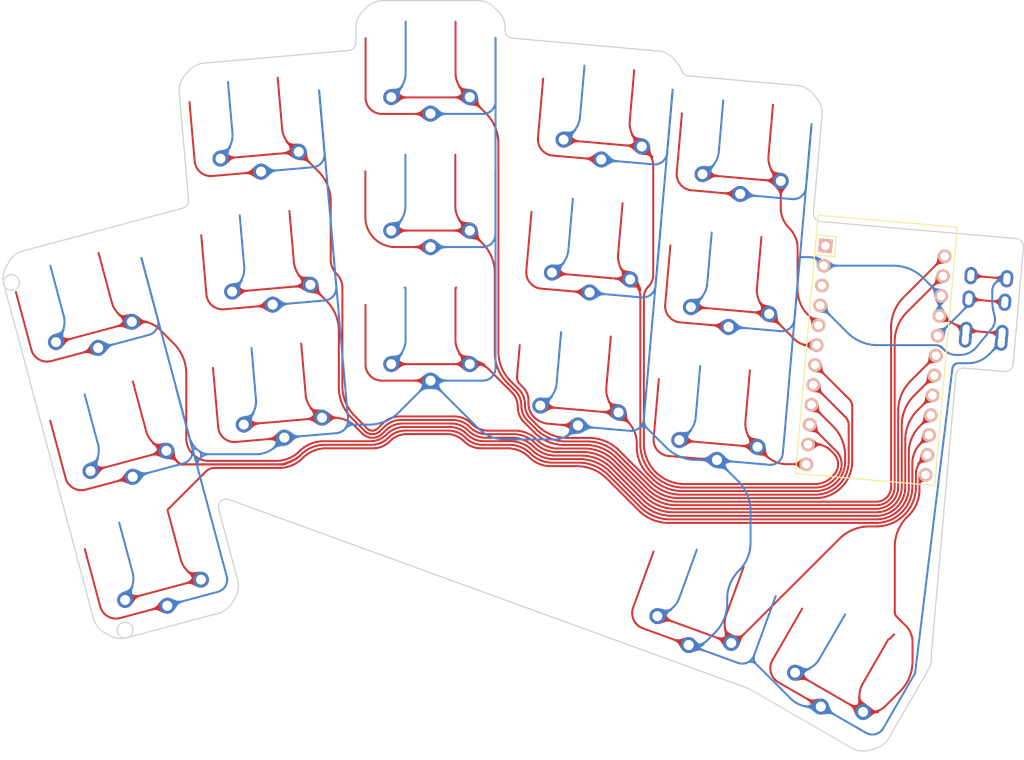
<source format=kicad_pcb>
(kicad_pcb (version 20171130) (host pcbnew "(5.1.10-1-10_14)")
  (title_block (title KEYBOARD_NAME_HERE) (rev VERSION_HERE) (company YOUR_NAME_HERE))
  (layers (0 F.Cu signal) (31 B.Cu signal) (34 B.Paste user) (35 F.Paste user) (36 B.SilkS user) (37 F.SilkS user) (38 B.Mask user) (39 F.Mask user) (44 Edge.Cuts user))
  (net 0 "")
  (net 1 P7)
  (net 2 GND)
  (net 3 P6)
  (net 4 P5)
  (net 5 P4)
  (net 6 P3)
  (net 7 P0)
  (net 8 P1)
  (net 9 P19)
  (net 10 P18)
  (net 11 P15)
  (net 12 P14)
  (net 13 P16)
  (net 14 P10)
  (net 15 P20)
  (net 16 P21)
  (net 17 P8)
  (net 18 P9)
  (net 19 RAW)
  (net 20 RST)
  (net 21 VCC)
  (net 22 P2)
  (module PG1350 (layer F.Cu) (at 52.402636 93.153449 195)
    (fp_text reference S2 hide)
    (fp_text value "" hide)
    (pad "" np_thru_hole circle (at 0 0) (size 3.429 3.429) (drill 3.429) (layers *.Cu *.Mask))
    (pad "" np_thru_hole circle (at 5.5 0) (size 1.7018 1.7018) (drill 1.7018) (layers *.Cu *.Mask))
    (pad "" np_thru_hole circle (at -5.5 0) (size 1.7018 1.7018) (drill 1.7018) (layers *.Cu *.Mask))
    (pad 1 thru_hole circle (at 5 -3.8) (size 2.032 2.032) (drill 1.27) (layers *.Cu *.Mask) (net 1 P7))
    (pad 2 thru_hole circle (at 0 -5.9) (size 2.032 2.032) (drill 1.27) (layers *.Cu *.Mask) (net 2 GND))
    (pad 1 thru_hole circle (at -5 -3.8) (size 2.032 2.032) (drill 1.27) (layers *.Cu *.Mask) (net 1 P7))
    (pad 2 thru_hole circle (at 0 -5.9) (size 2.032 2.032) (drill 1.27) (layers *.Cu *.Mask) (net 2 GND))
  )
  (module PG1350 (layer F.Cu) (at 48.002735 76.732649 195)
    (fp_text reference S4 hide)
    (fp_text value "" hide)
    (pad "" np_thru_hole circle (at 0 0) (size 3.429 3.429) (drill 3.429) (layers *.Cu *.Mask))
    (pad "" np_thru_hole circle (at 5.5 0) (size 1.7018 1.7018) (drill 1.7018) (layers *.Cu *.Mask))
    (pad "" np_thru_hole circle (at -5.5 0) (size 1.7018 1.7018) (drill 1.7018) (layers *.Cu *.Mask))
    (pad 1 thru_hole circle (at 5 -3.8) (size 2.032 2.032) (drill 1.27) (layers *.Cu *.Mask) (net 3 P6))
    (pad 2 thru_hole circle (at 0 -5.9) (size 2.032 2.032) (drill 1.27) (layers *.Cu *.Mask) (net 2 GND))
    (pad 1 thru_hole circle (at -5 -3.8) (size 2.032 2.032) (drill 1.27) (layers *.Cu *.Mask) (net 3 P6))
    (pad 2 thru_hole circle (at 0 -5.9) (size 2.032 2.032) (drill 1.27) (layers *.Cu *.Mask) (net 2 GND))
  )
  (module PG1350 (layer F.Cu) (at 43.602735 60.311949 195)
    (fp_text reference S6 hide)
    (fp_text value "" hide)
    (pad "" np_thru_hole circle (at 0 0) (size 3.429 3.429) (drill 3.429) (layers *.Cu *.Mask))
    (pad "" np_thru_hole circle (at 5.5 0) (size 1.7018 1.7018) (drill 1.7018) (layers *.Cu *.Mask))
    (pad "" np_thru_hole circle (at -5.5 0) (size 1.7018 1.7018) (drill 1.7018) (layers *.Cu *.Mask))
    (pad 1 thru_hole circle (at 5 -3.8) (size 2.032 2.032) (drill 1.27) (layers *.Cu *.Mask) (net 4 P5))
    (pad 2 thru_hole circle (at 0 -5.9) (size 2.032 2.032) (drill 1.27) (layers *.Cu *.Mask) (net 2 GND))
    (pad 1 thru_hole circle (at -5 -3.8) (size 2.032 2.032) (drill 1.27) (layers *.Cu *.Mask) (net 4 P5))
    (pad 2 thru_hole circle (at 0 -5.9) (size 2.032 2.032) (drill 1.27) (layers *.Cu *.Mask) (net 2 GND))
  )
  (module PG1350 (layer F.Cu) (at 68.307636 71.559348 185)
    (fp_text reference S8 hide)
    (fp_text value "" hide)
    (pad "" np_thru_hole circle (at 0 0) (size 3.429 3.429) (drill 3.429) (layers *.Cu *.Mask))
    (pad "" np_thru_hole circle (at 5.5 0) (size 1.7018 1.7018) (drill 1.7018) (layers *.Cu *.Mask))
    (pad "" np_thru_hole circle (at -5.5 0) (size 1.7018 1.7018) (drill 1.7018) (layers *.Cu *.Mask))
    (pad 1 thru_hole circle (at 5 -3.8) (size 2.032 2.032) (drill 1.27) (layers *.Cu *.Mask) (net 5 P4))
    (pad 2 thru_hole circle (at 0 -5.9) (size 2.032 2.032) (drill 1.27) (layers *.Cu *.Mask) (net 2 GND))
    (pad 1 thru_hole circle (at -5 -3.8) (size 2.032 2.032) (drill 1.27) (layers *.Cu *.Mask) (net 5 P4))
    (pad 2 thru_hole circle (at 0 -5.9) (size 2.032 2.032) (drill 1.27) (layers *.Cu *.Mask) (net 2 GND))
  )
  (module PG1350 (layer F.Cu) (at 66.825935 54.624049 185)
    (fp_text reference S10 hide)
    (fp_text value "" hide)
    (pad "" np_thru_hole circle (at 0 0) (size 3.429 3.429) (drill 3.429) (layers *.Cu *.Mask))
    (pad "" np_thru_hole circle (at 5.5 0) (size 1.7018 1.7018) (drill 1.7018) (layers *.Cu *.Mask))
    (pad "" np_thru_hole circle (at -5.5 0) (size 1.7018 1.7018) (drill 1.7018) (layers *.Cu *.Mask))
    (pad 1 thru_hole circle (at 5 -3.8) (size 2.032 2.032) (drill 1.27) (layers *.Cu *.Mask) (net 6 P3))
    (pad 2 thru_hole circle (at 0 -5.9) (size 2.032 2.032) (drill 1.27) (layers *.Cu *.Mask) (net 2 GND))
    (pad 1 thru_hole circle (at -5 -3.8) (size 2.032 2.032) (drill 1.27) (layers *.Cu *.Mask) (net 6 P3))
    (pad 2 thru_hole circle (at 0 -5.9) (size 2.032 2.032) (drill 1.27) (layers *.Cu *.Mask) (net 2 GND))
  )
  (module PG1350 (layer F.Cu) (at 65.344335 37.688747 185)
    (fp_text reference S12 hide)
    (fp_text value "" hide)
    (pad "" np_thru_hole circle (at 0 0) (size 3.429 3.429) (drill 3.429) (layers *.Cu *.Mask))
    (pad "" np_thru_hole circle (at 5.5 0) (size 1.7018 1.7018) (drill 1.7018) (layers *.Cu *.Mask))
    (pad "" np_thru_hole circle (at -5.5 0) (size 1.7018 1.7018) (drill 1.7018) (layers *.Cu *.Mask))
    (pad 1 thru_hole circle (at 5 -3.8) (size 2.032 2.032) (drill 1.27) (layers *.Cu *.Mask) (net 7 P0))
    (pad 2 thru_hole circle (at 0 -5.9) (size 2.032 2.032) (drill 1.27) (layers *.Cu *.Mask) (net 2 GND))
    (pad 1 thru_hole circle (at -5 -3.8) (size 2.032 2.032) (drill 1.27) (layers *.Cu *.Mask) (net 7 P0))
    (pad 2 thru_hole circle (at 0 -5.9) (size 2.032 2.032) (drill 1.27) (layers *.Cu *.Mask) (net 2 GND))
  )
  (module PG1350 (layer F.Cu) (at 87.426936 64.280747 180)
    (fp_text reference S14 hide)
    (fp_text value "" hide)
    (pad "" np_thru_hole circle (at 0 0) (size 3.429 3.429) (drill 3.429) (layers *.Cu *.Mask))
    (pad "" np_thru_hole circle (at 5.5 0) (size 1.7018 1.7018) (drill 1.7018) (layers *.Cu *.Mask))
    (pad "" np_thru_hole circle (at -5.5 0) (size 1.7018 1.7018) (drill 1.7018) (layers *.Cu *.Mask))
    (pad 1 thru_hole circle (at 5 -3.8) (size 2.032 2.032) (drill 1.27) (layers *.Cu *.Mask) (net 8 P1))
    (pad 2 thru_hole circle (at 0 -5.9) (size 2.032 2.032) (drill 1.27) (layers *.Cu *.Mask) (net 2 GND))
    (pad 1 thru_hole circle (at -5 -3.8) (size 2.032 2.032) (drill 1.27) (layers *.Cu *.Mask) (net 8 P1))
    (pad 2 thru_hole circle (at 0 -5.9) (size 2.032 2.032) (drill 1.27) (layers *.Cu *.Mask) (net 2 GND))
  )
  (module PG1350 (layer F.Cu) (at 87.426935 47.280747 180)
    (fp_text reference S16 hide)
    (fp_text value "" hide)
    (pad "" np_thru_hole circle (at 0 0) (size 3.429 3.429) (drill 3.429) (layers *.Cu *.Mask))
    (pad "" np_thru_hole circle (at 5.5 0) (size 1.7018 1.7018) (drill 1.7018) (layers *.Cu *.Mask))
    (pad "" np_thru_hole circle (at -5.5 0) (size 1.7018 1.7018) (drill 1.7018) (layers *.Cu *.Mask))
    (pad 1 thru_hole circle (at 5 -3.8) (size 2.032 2.032) (drill 1.27) (layers *.Cu *.Mask) (net 9 P19))
    (pad 2 thru_hole circle (at 0 -5.9) (size 2.032 2.032) (drill 1.27) (layers *.Cu *.Mask) (net 2 GND))
    (pad 1 thru_hole circle (at -5 -3.8) (size 2.032 2.032) (drill 1.27) (layers *.Cu *.Mask) (net 9 P19))
    (pad 2 thru_hole circle (at 0 -5.9) (size 2.032 2.032) (drill 1.27) (layers *.Cu *.Mask) (net 2 GND))
  )
  (module PG1350 (layer F.Cu) (at 87.426936 30.280749 180)
    (fp_text reference S18 hide)
    (fp_text value "" hide)
    (pad "" np_thru_hole circle (at 0 0) (size 3.429 3.429) (drill 3.429) (layers *.Cu *.Mask))
    (pad "" np_thru_hole circle (at 5.5 0) (size 1.7018 1.7018) (drill 1.7018) (layers *.Cu *.Mask))
    (pad "" np_thru_hole circle (at -5.5 0) (size 1.7018 1.7018) (drill 1.7018) (layers *.Cu *.Mask))
    (pad 1 thru_hole circle (at 5 -3.8) (size 2.032 2.032) (drill 1.27) (layers *.Cu *.Mask) (net 10 P18))
    (pad 2 thru_hole circle (at 0 -5.9) (size 2.032 2.032) (drill 1.27) (layers *.Cu *.Mask) (net 2 GND))
    (pad 1 thru_hole circle (at -5 -3.8) (size 2.032 2.032) (drill 1.27) (layers *.Cu *.Mask) (net 10 P18))
    (pad 2 thru_hole circle (at 0 -5.9) (size 2.032 2.032) (drill 1.27) (layers *.Cu *.Mask) (net 2 GND))
  )
  (module PG1350 (layer F.Cu) (at 106.708534 70.012148 175)
    (fp_text reference S20 hide)
    (fp_text value "" hide)
    (pad "" np_thru_hole circle (at 0 0) (size 3.429 3.429) (drill 3.429) (layers *.Cu *.Mask))
    (pad "" np_thru_hole circle (at 5.5 0) (size 1.7018 1.7018) (drill 1.7018) (layers *.Cu *.Mask))
    (pad "" np_thru_hole circle (at -5.5 0) (size 1.7018 1.7018) (drill 1.7018) (layers *.Cu *.Mask))
    (pad 1 thru_hole circle (at 5 -3.8) (size 2.032 2.032) (drill 1.27) (layers *.Cu *.Mask) (net 11 P15))
    (pad 2 thru_hole circle (at 0 -5.9) (size 2.032 2.032) (drill 1.27) (layers *.Cu *.Mask) (net 2 GND))
    (pad 1 thru_hole circle (at -5 -3.8) (size 2.032 2.032) (drill 1.27) (layers *.Cu *.Mask) (net 11 P15))
    (pad 2 thru_hole circle (at 0 -5.9) (size 2.032 2.032) (drill 1.27) (layers *.Cu *.Mask) (net 2 GND))
  )
  (module PG1350 (layer F.Cu) (at 108.190235 53.076848 175)
    (fp_text reference S22 hide)
    (fp_text value "" hide)
    (pad "" np_thru_hole circle (at 0 0) (size 3.429 3.429) (drill 3.429) (layers *.Cu *.Mask))
    (pad "" np_thru_hole circle (at 5.5 0) (size 1.7018 1.7018) (drill 1.7018) (layers *.Cu *.Mask))
    (pad "" np_thru_hole circle (at -5.5 0) (size 1.7018 1.7018) (drill 1.7018) (layers *.Cu *.Mask))
    (pad 1 thru_hole circle (at 5 -3.8) (size 2.032 2.032) (drill 1.27) (layers *.Cu *.Mask) (net 12 P14))
    (pad 2 thru_hole circle (at 0 -5.9) (size 2.032 2.032) (drill 1.27) (layers *.Cu *.Mask) (net 2 GND))
    (pad 1 thru_hole circle (at -5 -3.8) (size 2.032 2.032) (drill 1.27) (layers *.Cu *.Mask) (net 12 P14))
    (pad 2 thru_hole circle (at 0 -5.9) (size 2.032 2.032) (drill 1.27) (layers *.Cu *.Mask) (net 2 GND))
  )
  (module PG1350 (layer F.Cu) (at 109.671836 36.141448 175)
    (fp_text reference S24 hide)
    (fp_text value "" hide)
    (pad "" np_thru_hole circle (at 0 0) (size 3.429 3.429) (drill 3.429) (layers *.Cu *.Mask))
    (pad "" np_thru_hole circle (at 5.5 0) (size 1.7018 1.7018) (drill 1.7018) (layers *.Cu *.Mask))
    (pad "" np_thru_hole circle (at -5.5 0) (size 1.7018 1.7018) (drill 1.7018) (layers *.Cu *.Mask))
    (pad 1 thru_hole circle (at 5 -3.8) (size 2.032 2.032) (drill 1.27) (layers *.Cu *.Mask) (net 13 P16))
    (pad 2 thru_hole circle (at 0 -5.9) (size 2.032 2.032) (drill 1.27) (layers *.Cu *.Mask) (net 2 GND))
    (pad 1 thru_hole circle (at -5 -3.8) (size 2.032 2.032) (drill 1.27) (layers *.Cu *.Mask) (net 13 P16))
    (pad 2 thru_hole circle (at 0 -5.9) (size 2.032 2.032) (drill 1.27) (layers *.Cu *.Mask) (net 2 GND))
  )
  (module PG1350 (layer F.Cu) (at 124.393135 74.403448 175)
    (fp_text reference S26 hide)
    (fp_text value "" hide)
    (pad "" np_thru_hole circle (at 0 0) (size 3.429 3.429) (drill 3.429) (layers *.Cu *.Mask))
    (pad "" np_thru_hole circle (at 5.5 0) (size 1.7018 1.7018) (drill 1.7018) (layers *.Cu *.Mask))
    (pad "" np_thru_hole circle (at -5.5 0) (size 1.7018 1.7018) (drill 1.7018) (layers *.Cu *.Mask))
    (pad 1 thru_hole circle (at 5 -3.8) (size 2.032 2.032) (drill 1.27) (layers *.Cu *.Mask) (net 14 P10))
    (pad 2 thru_hole circle (at 0 -5.9) (size 2.032 2.032) (drill 1.27) (layers *.Cu *.Mask) (net 2 GND))
    (pad 1 thru_hole circle (at -5 -3.8) (size 2.032 2.032) (drill 1.27) (layers *.Cu *.Mask) (net 14 P10))
    (pad 2 thru_hole circle (at 0 -5.9) (size 2.032 2.032) (drill 1.27) (layers *.Cu *.Mask) (net 2 GND))
  )
  (module PG1350 (layer F.Cu) (at 125.874735 57.468148 175)
    (fp_text reference S28 hide)
    (fp_text value "" hide)
    (pad "" np_thru_hole circle (at 0 0) (size 3.429 3.429) (drill 3.429) (layers *.Cu *.Mask))
    (pad "" np_thru_hole circle (at 5.5 0) (size 1.7018 1.7018) (drill 1.7018) (layers *.Cu *.Mask))
    (pad "" np_thru_hole circle (at -5.5 0) (size 1.7018 1.7018) (drill 1.7018) (layers *.Cu *.Mask))
    (pad 1 thru_hole circle (at 5 -3.8) (size 2.032 2.032) (drill 1.27) (layers *.Cu *.Mask) (net 15 P20))
    (pad 2 thru_hole circle (at 0 -5.9) (size 2.032 2.032) (drill 1.27) (layers *.Cu *.Mask) (net 2 GND))
    (pad 1 thru_hole circle (at -5 -3.8) (size 2.032 2.032) (drill 1.27) (layers *.Cu *.Mask) (net 15 P20))
    (pad 2 thru_hole circle (at 0 -5.9) (size 2.032 2.032) (drill 1.27) (layers *.Cu *.Mask) (net 2 GND))
  )
  (module PG1350 (layer F.Cu) (at 127.356436 40.532848 175)
    (fp_text reference S30 hide)
    (fp_text value "" hide)
    (pad "" np_thru_hole circle (at 0 0) (size 3.429 3.429) (drill 3.429) (layers *.Cu *.Mask))
    (pad "" np_thru_hole circle (at 5.5 0) (size 1.7018 1.7018) (drill 1.7018) (layers *.Cu *.Mask))
    (pad "" np_thru_hole circle (at -5.5 0) (size 1.7018 1.7018) (drill 1.7018) (layers *.Cu *.Mask))
    (pad 1 thru_hole circle (at 5 -3.8) (size 2.032 2.032) (drill 1.27) (layers *.Cu *.Mask) (net 16 P21))
    (pad 2 thru_hole circle (at 0 -5.9) (size 2.032 2.032) (drill 1.27) (layers *.Cu *.Mask) (net 2 GND))
    (pad 1 thru_hole circle (at -5 -3.8) (size 2.032 2.032) (drill 1.27) (layers *.Cu *.Mask) (net 16 P21))
    (pad 2 thru_hole circle (at 0 -5.9) (size 2.032 2.032) (drill 1.27) (layers *.Cu *.Mask) (net 2 GND))
  )
  (module PG1350 (layer F.Cu) (at 122.301335 98.312149 160)
    (fp_text reference S32 hide)
    (fp_text value "" hide)
    (pad "" np_thru_hole circle (at 0 0) (size 3.429 3.429) (drill 3.429) (layers *.Cu *.Mask))
    (pad "" np_thru_hole circle (at 5.5 0) (size 1.7018 1.7018) (drill 1.7018) (layers *.Cu *.Mask))
    (pad "" np_thru_hole circle (at -5.5 0) (size 1.7018 1.7018) (drill 1.7018) (layers *.Cu *.Mask))
    (pad 1 thru_hole circle (at 5 -3.8) (size 2.032 2.032) (drill 1.27) (layers *.Cu *.Mask) (net 17 P8))
    (pad 2 thru_hole circle (at 0 -5.9) (size 2.032 2.032) (drill 1.27) (layers *.Cu *.Mask) (net 2 GND))
    (pad 1 thru_hole circle (at -5 -3.8) (size 2.032 2.032) (drill 1.27) (layers *.Cu *.Mask) (net 17 P8))
    (pad 2 thru_hole circle (at 0 -5.9) (size 2.032 2.032) (drill 1.27) (layers *.Cu *.Mask) (net 2 GND))
  )
  (module PG1350 (layer F.Cu) (at 140.053535 106.590147 150)
    (fp_text reference S34 hide)
    (fp_text value "" hide)
    (pad "" np_thru_hole circle (at 0 0) (size 3.429 3.429) (drill 3.429) (layers *.Cu *.Mask))
    (pad "" np_thru_hole circle (at 5.5 0) (size 1.7018 1.7018) (drill 1.7018) (layers *.Cu *.Mask))
    (pad "" np_thru_hole circle (at -5.5 0) (size 1.7018 1.7018) (drill 1.7018) (layers *.Cu *.Mask))
    (pad 1 thru_hole circle (at 5 -3.8) (size 2.032 2.032) (drill 1.27) (layers *.Cu *.Mask) (net 18 P9))
    (pad 2 thru_hole circle (at 0 -5.9) (size 2.032 2.032) (drill 1.27) (layers *.Cu *.Mask) (net 2 GND))
    (pad 1 thru_hole circle (at -5 -3.8) (size 2.032 2.032) (drill 1.27) (layers *.Cu *.Mask) (net 18 P9))
    (pad 2 thru_hole circle (at 0 -5.9) (size 2.032 2.032) (drill 1.27) (layers *.Cu *.Mask) (net 2 GND))
  )
  (module ProMicro (layer F.Cu) (at 144.061535 67.591748 265)
    (fp_text reference C1 hide)
    (fp_text value "" hide)
    (pad 1 thru_hole rect (at -13.97 7.62 265) (size 1.7526 1.7526) (drill 1.0922) (layers *.Cu *.SilkS *.Mask) (net 19 RAW))
    (pad 2 thru_hole circle (at -11.43 7.62) (size 1.7526 1.7526) (drill 1.0922) (layers *.Cu *.SilkS *.Mask) (net 2 GND))
    (pad 3 thru_hole circle (at -8.89 7.62) (size 1.7526 1.7526) (drill 1.0922) (layers *.Cu *.SilkS *.Mask) (net 20 RST))
    (pad 4 thru_hole circle (at -6.35 7.62) (size 1.7526 1.7526) (drill 1.0922) (layers *.Cu *.SilkS *.Mask) (net 21 VCC))
    (pad 5 thru_hole circle (at -3.81 7.62) (size 1.7526 1.7526) (drill 1.0922) (layers *.Cu *.SilkS *.Mask) (net 16 P21))
    (pad 6 thru_hole circle (at -1.27 7.62) (size 1.7526 1.7526) (drill 1.0922) (layers *.Cu *.SilkS *.Mask) (net 15 P20))
    (pad 7 thru_hole circle (at 1.27 7.62) (size 1.7526 1.7526) (drill 1.0922) (layers *.Cu *.SilkS *.Mask) (net 9 P19))
    (pad 8 thru_hole circle (at 3.81 7.62) (size 1.7526 1.7526) (drill 1.0922) (layers *.Cu *.SilkS *.Mask) (net 10 P18))
    (pad 9 thru_hole circle (at 6.35 7.62) (size 1.7526 1.7526) (drill 1.0922) (layers *.Cu *.SilkS *.Mask) (net 11 P15))
    (pad 10 thru_hole circle (at 8.89 7.62) (size 1.7526 1.7526) (drill 1.0922) (layers *.Cu *.SilkS *.Mask) (net 12 P14))
    (pad 11 thru_hole circle (at 11.43 7.62) (size 1.7526 1.7526) (drill 1.0922) (layers *.Cu *.SilkS *.Mask) (net 13 P16))
    (pad 12 thru_hole circle (at 13.97 7.62) (size 1.7526 1.7526) (drill 1.0922) (layers *.Cu *.SilkS *.Mask) (net 14 P10))
    (pad 13 thru_hole circle (at -13.97 -7.62) (size 1.7526 1.7526) (drill 1.0922) (layers *.Cu *.SilkS *.Mask) (net 8 P1))
    (pad 14 thru_hole circle (at -11.43 -7.62) (size 1.7526 1.7526) (drill 1.0922) (layers *.Cu *.SilkS *.Mask) (net 7 P0))
    (pad 15 thru_hole circle (at -8.89 -7.62) (size 1.7526 1.7526) (drill 1.0922) (layers *.Cu *.SilkS *.Mask) (net 2 GND))
    (pad 16 thru_hole circle (at -6.35 -7.62) (size 1.7526 1.7526) (drill 1.0922) (layers *.Cu *.SilkS *.Mask) (net 2 GND))
    (pad 17 thru_hole circle (at -3.81 -7.62) (size 1.7526 1.7526) (drill 1.0922) (layers *.Cu *.SilkS *.Mask) (net 22 P2))
    (pad 18 thru_hole circle (at -1.27 -7.62) (size 1.7526 1.7526) (drill 1.0922) (layers *.Cu *.SilkS *.Mask) (net 6 P3))
    (pad 19 thru_hole circle (at 1.27 -7.62) (size 1.7526 1.7526) (drill 1.0922) (layers *.Cu *.SilkS *.Mask) (net 5 P4))
    (pad 20 thru_hole circle (at 3.81 -7.62) (size 1.7526 1.7526) (drill 1.0922) (layers *.Cu *.SilkS *.Mask) (net 4 P5))
    (pad 21 thru_hole circle (at 6.35 -7.62) (size 1.7526 1.7526) (drill 1.0922) (layers *.Cu *.SilkS *.Mask) (net 3 P6))
    (pad 22 thru_hole circle (at 8.89 -7.62) (size 1.7526 1.7526) (drill 1.0922) (layers *.Cu *.SilkS *.Mask) (net 1 P7))
    (pad 23 thru_hole circle (at 11.43 -7.62) (size 1.7526 1.7526) (drill 1.0922) (layers *.Cu *.SilkS *.Mask) (net 17 P8))
    (pad 24 thru_hole circle (at 13.97 -7.62) (size 1.7526 1.7526) (drill 1.0922) (layers *.Cu *.SilkS *.Mask) (net 18 P9))
  )
  (module TRRS-PJ-320A-dual (layer F.Cu) (at 161.059035 54.021558 355)
    (fp_text reference T1 hide)
    (fp_text value "" hide)
    (pad "" np_thru_hole circle (at -2.3 8.6) (size 1.5 1.5) (drill 1.5) (layers *.Cu *.Mask))
    (pad "" np_thru_hole circle (at -2.3 1.6) (size 1.5 1.5) (drill 1.5) (layers *.Cu *.Mask))
    (pad 1 thru_hole oval (at 0 11.3 355) (size 1.6 2.2) (drill oval 0.9 1.5) (layers *.Cu *.Mask) (net 2 GND))
    (pad 2 thru_hole oval (at -4.6 10.2 355) (size 1.6 2.2) (drill oval 0.9 1.5) (layers *.Cu *.Mask) (net 2 GND))
    (pad 3 thru_hole oval (at -4.6 6.2 355) (size 1.6 2.2) (drill oval 0.9 1.5) (layers *.Cu *.Mask) (net 22 P2))
    (pad 4 thru_hole oval (at -4.6 3.2 355) (size 1.6 2.2) (drill oval 0.9 1.5) (layers *.Cu *.Mask) (net 21 VCC))
    (pad 1 thru_hole oval (at -4.6 11.3 355) (size 1.6 2.2) (drill oval 0.9 1.5) (layers *.Cu *.Mask) (net 2 GND))
    (pad 2 thru_hole oval (at 0 10.2 355) (size 1.6 2.2) (drill oval 0.9 1.5) (layers *.Cu *.Mask) (net 2 GND))
    (pad 3 thru_hole oval (at 0 6.2 355) (size 1.6 2.2) (drill oval 0.9 1.5) (layers *.Cu *.Mask) (net 22 P2))
    (pad 4 thru_hole oval (at 0 3.2 355) (size 1.6 2.2) (drill oval 0.9 1.5) (layers *.Cu *.Mask) (net 21 VCC))
  )
  (gr_line (start 46.52989 102.616604) (end 45.918859 102.263826) (angle 90) (layer Edge.Cuts) (width 0.15))
  (gr_arc (start 47.41819 99.665362) (end 44.520411 100.441818) (angle -45) (layer Edge.Cuts) (width 0.15))
  (gr_line (start 33.132373 57.941083) (end 44.520411 100.441818) (angle 90) (layer Edge.Cuts) (width 0.15))
  (gr_line (start 60.46148 86.52434) (end 62.873002 95.524257) (angle 90) (layer Edge.Cuts) (width 0.15))
  (gr_arc (start 59.975223 96.300714) (end 62.5733 97.800714) (angle -45) (layer Edge.Cuts) (width 0.15))
  (gr_line (start 62.572915 97.801385) (end 62.220135 98.412416) (angle 90) (layer Edge.Cuts) (width 0.15))
  (gr_arc (start 59.621671 96.913087) (end 60.398128 99.810864) (angle -45) (layer Edge.Cuts) (width 0.15))
  (gr_line (start 60.398128 99.810864) (end 48.807018 102.916693) (angle 90) (layer Edge.Cuts) (width 0.15))
  (gr_arc (start 48.03056 100.018915) (end 46.530562 102.616991) (angle -44.99999992) (layer Edge.Cuts) (width 0.15))
  (gr_arc (start 36.030151 57.164627) (end 33.432075 55.664625) (angle -44.99999992) (layer Edge.Cuts) (width 0.15))
  (gr_line (start 33.432462 55.663956) (end 33.785241 55.052926) (angle 90) (layer Edge.Cuts) (width 0.15))
  (gr_arc (start 36.383704 56.552252) (end 35.607249 53.654478) (angle -45) (layer Edge.Cuts) (width 0.15))
  (gr_line (start 35.607249 53.654478) (end 55.899654 48.21714) (angle 90) (layer Edge.Cuts) (width 0.15))
  (gr_line (start 55.444705 33.535743) (end 56.637028 47.164062) (angle 90) (layer Edge.Cuts) (width 0.15))
  (gr_arc (start 58.43329 33.274274) (end 56.135156 31.345912) (angle -45) (layer Edge.Cuts) (width 0.15))
  (gr_line (start 56.135652 31.345319) (end 56.589176 30.80483) (angle 90) (layer Edge.Cuts) (width 0.15))
  (gr_arc (start 58.887808 32.7326) (end 58.626343 29.744017) (angle -45) (layer Edge.Cuts) (width 0.15))
  (gr_line (start 58.626343 29.744017) (end 77.014054 28.135301) (angle 90) (layer Edge.Cuts) (width 0.15))
  (gr_line (start 77.926898 27.139105) (end 77.926897 25.28076) (angle 90) (layer Edge.Cuts) (width 0.15))
  (gr_arc (start 80.926898 25.28076) (end 78.80558 23.159438) (angle -45) (layer Edge.Cuts) (width 0.15))
  (gr_line (start 78.806126 23.158891) (end 79.30503 22.659987) (angle 90) (layer Edge.Cuts) (width 0.15))
  (gr_arc (start 81.426898 24.78076) (end 81.426898 21.78076) (angle -45) (layer Edge.Cuts) (width 0.15))
  (gr_line (start 81.426898 21.78076) (end 93.4269 21.78076) (angle 90) (layer Edge.Cuts) (width 0.15))
  (gr_arc (start 93.426899 24.780761) (end 95.54822 22.65944) (angle -45) (layer Edge.Cuts) (width 0.15))
  (gr_line (start 95.548767 22.659987) (end 96.047674 23.158892) (angle 90) (layer Edge.Cuts) (width 0.15))
  (gr_arc (start 93.926898 25.280761) (end 96.926898 25.28076) (angle -45) (layer Edge.Cuts) (width 0.15))
  (gr_line (start 96.926898 25.28076) (end 96.926899 25.577658) (angle 90) (layer Edge.Cuts) (width 0.15))
  (gr_line (start 97.839742 26.573854) (end 116.389833 28.196775) (angle 90) (layer Edge.Cuts) (width 0.15))
  (gr_arc (start 116.128367 31.185361) (end 118.426499 29.256998) (angle -45) (layer Edge.Cuts) (width 0.15))
  (gr_line (start 118.426999 29.257589) (end 118.880522 29.798079) (angle 90) (layer Edge.Cuts) (width 0.15))
  (gr_arc (start 116.582886 31.727035) (end 119.408631 30.719481) (angle -20.37568221) (layer Edge.Cuts) (width 0.15))
  (gr_line (start 151.171633 105.07703) (end 154.285092 69.490032) (angle 90) (layer Edge.Cuts) (width 0.15))
  (gr_line (start 137.075625 49.915643) (end 161.980492 52.094535) (angle 90) (layer Edge.Cuts) (width 0.15))
  (gr_line (start 161.582196 68.120806) (end 162.889532 53.177886) (angle 90) (layer Edge.Cuts) (width 0.15))
  (gr_line (start 160.498845 69.029846) (end 155.368442 68.580993) (angle 90) (layer Edge.Cuts) (width 0.15))
  (gr_line (start 120.26339 31.379825) (end 134.074397 32.588131) (angle 90) (layer Edge.Cuts) (width 0.15))
  (gr_arc (start 133.812928 35.576714) (end 136.111062 33.648352) (angle -45) (layer Edge.Cuts) (width 0.15))
  (gr_line (start 136.111559 33.648947) (end 136.565084 34.189433) (angle 90) (layer Edge.Cuts) (width 0.15))
  (gr_arc (start 134.26745 36.11839) (end 137.256033 36.379858) (angle -45) (layer Edge.Cuts) (width 0.15))
  (gr_line (start 136.166587 48.83229) (end 137.256033 36.379858) (angle 90) (layer Edge.Cuts) (width 0.15))
  (gr_line (start 61.769427 85.325829) (end 127.851435 109.377713) (angle 90) (layer Edge.Cuts) (width 0.15))
  (gr_arc (start 148.182809 105.510037) (end 150.780883 107.010038) (angle -34.9601627) (layer Edge.Cuts) (width 0.15))
  (gr_line (start 150.780884 107.010038) (end 145.780885 115.670291) (angle 90) (layer Edge.Cuts) (width 0.15))
  (gr_arc (start 143.182808 114.170292) (end 143.959265 117.06807) (angle -45) (layer Edge.Cuts) (width 0.15))
  (gr_line (start 143.958516 117.068269) (end 143.277001 117.250882) (angle 90) (layer Edge.Cuts) (width 0.15))
  (gr_arc (start 142.499796 114.353304) (end 140.999795 116.951382) (angle -45) (layer Edge.Cuts) (width 0.15))
  (gr_line (start 128.009414 109.45138) (end 140.999795 116.951382) (angle 90) (layer Edge.Cuts) (width 0.15))
  (gr_arc (start 34.098301 57.682264) (end 33.132373 57.941083) (angle -2.025711581e-06) (layer Edge.Cuts) (width 0.15))
  (gr_arc (start 55.640834 47.251216) (end 55.899654 48.21714) (angle -79.99999966) (layer Edge.Cuts) (width 0.15))
  (gr_arc (start 76.926899 27.139107) (end 77.014054 28.135301) (angle -85.00000245) (layer Edge.Cuts) (width 0.15))
  (gr_arc (start 97.9269 25.577659) (end 96.926899 25.577658) (angle -85.00000245) (layer Edge.Cuts) (width 0.15))
  (gr_arc (start 120.350545 30.38363) (end 119.408631 30.719481) (angle -65.37568466) (layer Edge.Cuts) (width 0.15))
  (gr_arc (start 137.16278 48.919447) (end 136.166587 48.83229) (angle -90) (layer Edge.Cuts) (width 0.15))
  (gr_arc (start 161.893338 53.09073) (end 162.889532 53.177886) (angle -90) (layer Edge.Cuts) (width 0.15))
  (gr_arc (start 160.586 68.033651) (end 160.498845 69.029846) (angle -90) (layer Edge.Cuts) (width 0.15))
  (gr_arc (start 155.281286 69.577188) (end 155.368442 68.580993) (angle -90) (layer Edge.Cuts) (width 0.15))
  (gr_arc (start 152.167827 105.164185) (end 151.171633 105.07703) (angle -9.960160253) (layer Edge.Cuts) (width 0.15))
  (gr_arc (start 127.509413 110.317406) (end 128.009414 109.45138) (angle -10.00000203) (layer Edge.Cuts) (width 0.15))
  (gr_arc (start 61.427407 86.265522) (end 61.769427 85.325829) (angle -124.999996) (layer Edge.Cuts) (width 0.15))
  (gr_arc (start 48.548199 101.950767) (end 48.807018 102.916693) (angle -2.025711751e-06) (layer Edge.Cuts) (width 0.15))
  (segment (start 49.392061 96.544363) (end 49.265729 96.823185) (width 0.25) (layer B.Cu) (net 1))
  (segment (start 49.559965 95.956392) (end 49.490456 96.254501) (width 0.25) (layer B.Cu) (net 1))
  (segment (start 49.540053 94.739492) (end 49.589916 95.04151) (width 0.25) (layer B.Cu) (net 1))
  (segment (start 49.609936 95.346962) (end 49.59992 95.652904) (width 0.25) (layer B.Cu) (net 1))
  (segment (start 115.928576 87.98807) (end 116.440238 88.143281) (width 0.25) (layer F.Cu) (net 1))
  (segment (start 144.832498 88.255776) (end 144.383478 88.3) (width 0.25) (layer F.Cu) (net 1))
  (segment (start 57.332855 95.137501) (end 57.358686 95.293964) (width 0.25) (layer F.Cu) (net 1))
  (segment (start 114.105146 86.895149) (end 114.518463 87.23435) (width 0.25) (layer F.Cu) (net 1))
  (segment (start 72.336184 79.207245) (end 71.966748 79.404712) (width 0.25) (layer F.Cu) (net 1))
  (segment (start 59.879675 81.30002) (end 59.720299 81.315718) (width 0.25) (layer F.Cu) (net 1))
  (segment (start 102.161377 81.03772) (end 102.54071 81.07508) (width 0.25) (layer F.Cu) (net 1))
  (segment (start 149.687684 78.302086) (end 149.46128 78.57796) (width 0.25) (layer F.Cu) (net 1))
  (segment (start 58.031439 82.553189) (end 57.91209 82.672538) (width 0.25) (layer F.Cu) (net 1))
  (segment (start 70.998427 80.199393) (end 70.674614 80.465139) (width 0.25) (layer F.Cu) (net 1))
  (segment (start 57.154312 94.879532) (end 57.262717 94.995275) (width 0.25) (layer F.Cu) (net 1))
  (segment (start 145.706785 88.036779) (end 145.27502 88.167753) (width 0.25) (layer F.Cu) (net 1))
  (segment (start 56.325061 94.238239) (end 56.489987 94.414328) (width 0.25) (layer F.Cu) (net 1))
  (segment (start 81.665313 78.365785) (end 81.397343 78.509018) (width 0.25) (layer F.Cu) (net 1))
  (segment (start 100.734462 80.527162) (end 101.070622 80.706844) (width 0.25) (layer F.Cu) (net 1))
  (segment (start 82.152829 78.004219) (end 81.917952 78.196977) (width 0.25) (layer F.Cu) (net 1))
  (segment (start 57.167981 95.714859) (end 57.033315 95.798601) (width 0.25) (layer F.Cu) (net 1))
  (segment (start 148.314112 85.673635) (end 148.101421 86.071551) (width 0.25) (layer F.Cu) (net 1))
  (segment (start 108.360488 81.591629) (end 108.832038 81.843678) (width 0.25) (layer F.Cu) (net 1))
  (segment (start 90.250323 77.080086) (end 90.541087 77.168289) (width 0.25) (layer F.Cu) (net 1))
  (segment (start 91.792147 78.004221) (end 92.027024 78.19698) (width 0.25) (layer F.Cu) (net 1))
  (segment (start 109.276613 82.140733) (end 109.689931 82.479934) (width 0.25) (layer F.Cu) (net 1))
  (segment (start 56.671379 94.573405) (end 56.867489 94.713935) (width 0.25) (layer F.Cu) (net 1))
  (segment (start 59.563228 81.346961) (end 59.409977 81.39345) (width 0.25) (layer F.Cu) (net 1))
  (segment (start 146.521549 87.651425) (end 146.123632 87.864115) (width 0.25) (layer F.Cu) (net 1))
  (segment (start 148.958201 79.519155) (end 148.854604 79.86067) (width 0.25) (layer F.Cu) (net 1))
  (segment (start 92.828354 78.6253) (end 93.119118 78.713502) (width 0.25) (layer F.Cu) (net 1))
  (segment (start 149.263007 78.874697) (end 149.094774 79.189439) (width 0.25) (layer F.Cu) (net 1))
  (segment (start 106.830428 81.127489) (end 106.298317 81.07508) (width 0.25) (layer F.Cu) (net 1))
  (segment (start 81.116625 78.625295) (end 80.825861 78.713497) (width 0.25) (layer F.Cu) (net 1))
  (segment (start 92.279665 78.365789) (end 92.547635 78.509022) (width 0.25) (layer F.Cu) (net 1))
  (segment (start 58.743994 81.840634) (end 58.627005 81.957623) (width 0.25) (layer F.Cu) (net 1))
  (segment (start 148.75 83.933479) (end 148.705775 84.3825) (width 0.25) (layer F.Cu) (net 1))
  (segment (start 84.295046 76.991025) (end 83.992662 77.020808) (width 0.25) (layer F.Cu) (net 1))
  (segment (start 148.617751 84.825023) (end 148.486777 85.256788) (width 0.25) (layer F.Cu) (net 1))
  (segment (start 59.262021 81.454735) (end 59.120784 81.530228) (width 0.25) (layer F.Cu) (net 1))
  (segment (start 55.916893 93.657017) (end 56.078538 93.916963) (width 0.25) (layer F.Cu) (net 1))
  (segment (start 148.78498 80.210695) (end 148.75 80.565859) (width 0.25) (layer F.Cu) (net 1))
  (segment (start 83.12317 77.284566) (end 82.8552 77.427798) (width 0.25) (layer F.Cu) (net 1))
  (segment (start 98.905619 79.170799) (end 99.241779 79.350481) (width 0.25) (layer F.Cu) (net 1))
  (segment (start 80.527852 78.772774) (end 80.225468 78.802556) (width 0.25) (layer F.Cu) (net 1))
  (segment (start 101.422777 80.85271) (end 101.787532 80.963357) (width 0.25) (layer F.Cu) (net 1))
  (segment (start 100.122884 80.073585) (end 100.417531 80.315396) (width 0.25) (layer F.Cu) (net 1))
  (segment (start 114.963038 87.531405) (end 115.434589 87.783454) (width 0.25) (layer F.Cu) (net 1))
  (segment (start 147.245478 87.114522) (end 146.896702 87.400755) (width 0.25) (layer F.Cu) (net 1))
  (segment (start 69.569866 81.055639) (end 69.169005 81.177239) (width 0.25) (layer F.Cu) (net 1))
  (segment (start 58.510017 82.074611) (end 58.393028 82.1916) (width 0.25) (layer F.Cu) (net 1))
  (segment (start 116.964651 88.247592) (end 117.496762 88.3) (width 0.25) (layer F.Cu) (net 1))
  (segment (start 89.952313 77.020808) (end 89.649928 76.991025) (width 0.25) (layer F.Cu) (net 1))
  (segment (start 147.850752 86.446705) (end 147.564519 86.795481) (width 0.25) (layer F.Cu) (net 1))
  (segment (start 82.602561 77.596607) (end 82.367683 77.789365) (width 0.25) (layer F.Cu) (net 1))
  (segment (start 97.814864 78.839922) (end 97.435531 78.80256) (width 0.25) (layer F.Cu) (net 1))
  (segment (start 83.694653 77.080086) (end 83.403889 77.168288) (width 0.25) (layer F.Cu) (net 1))
  (segment (start 98.188709 78.914284) (end 98.553464 79.024932) (width 0.25) (layer F.Cu) (net 1))
  (segment (start 71.618447 79.63744) (end 71.294634 79.903186) (width 0.25) (layer F.Cu) (net 1))
  (segment (start 68.758155 81.258961) (end 68.341274 81.30002) (width 0.25) (layer F.Cu) (net 1))
  (segment (start 58.987626 81.619202) (end 58.86383 81.720798) (width 0.25) (layer F.Cu) (net 1))
  (segment (start 73.951787 78.802556) (end 73.534906 78.843616) (width 0.25) (layer F.Cu) (net 1))
  (segment (start 57.337988 95.451187) (end 57.272541 95.595632) (width 0.25) (layer F.Cu) (net 1))
  (segment (start 73.124056 78.925339) (end 72.723195 79.046939) (width 0.25) (layer F.Cu) (net 1))
  (segment (start 91.342417 77.596609) (end 91.577295 77.789368) (width 0.25) (layer F.Cu) (net 1))
  (segment (start 90.821806 77.284566) (end 91.089776 77.427799) (width 0.25) (layer F.Cu) (net 1))
  (segment (start 107.35484 81.231801) (end 107.866502 81.387012) (width 0.25) (layer F.Cu) (net 1))
  (segment (start 99.558709 79.562247) (end 99.853356 79.804058) (width 0.25) (layer F.Cu) (net 1))
  (segment (start 58.270138 82.31449) (end 58.150789 82.433839) (width 0.25) (layer F.Cu) (net 1))
  (segment (start 93.417129 78.772779) (end 93.719514 78.80256) (width 0.25) (layer F.Cu) (net 1))
  (segment (start 55.67368 93.095991) (end 55.781506 93.382478) (width 0.25) (layer F.Cu) (net 1))
  (segment (start 70.326313 80.697867) (end 69.956877 80.895334) (width 0.25) (layer F.Cu) (net 1))
  (segment (start 49.392061 96.544363) (end 49.490456 96.254501) (width 0.25) (layer B.Cu) (net 1))
  (segment (start 49.589916 95.04151) (end 49.609936 95.346962) (width 0.25) (layer B.Cu) (net 1))
  (segment (start 81.665313 78.365785) (end 81.917952 78.196977) (width 0.25) (layer F.Cu) (net 1))
  (segment (start 69.169005 81.177239) (end 68.758155 81.258961) (width 0.25) (layer F.Cu) (net 1))
  (segment (start 149.46128 78.57796) (end 149.263007 78.874697) (width 0.25) (layer F.Cu) (net 1))
  (segment (start 73.534906 78.843616) (end 73.124056 78.925339) (width 0.25) (layer F.Cu) (net 1))
  (segment (start 70.674614 80.465139) (end 70.326313 80.697867) (width 0.25) (layer F.Cu) (net 1))
  (segment (start 91.342417 77.596609) (end 91.089776 77.427799) (width 0.25) (layer F.Cu) (net 1))
  (segment (start 57.167981 95.714859) (end 57.272541 95.595632) (width 0.25) (layer F.Cu) (net 1))
  (segment (start 148.101421 86.071551) (end 147.850752 86.446705) (width 0.25) (layer F.Cu) (net 1))
  (segment (start 148.705775 84.3825) (end 148.617751 84.825023) (width 0.25) (layer F.Cu) (net 1))
  (segment (start 114.518463 87.23435) (end 114.963038 87.531405) (width 0.25) (layer F.Cu) (net 1))
  (segment (start 83.992662 77.020808) (end 83.694653 77.080086) (width 0.25) (layer F.Cu) (net 1))
  (segment (start 59.720299 81.315718) (end 59.563228 81.346961) (width 0.25) (layer F.Cu) (net 1))
  (segment (start 146.521549 87.651425) (end 146.896702 87.400755) (width 0.25) (layer F.Cu) (net 1))
  (segment (start 82.8552 77.427798) (end 82.602561 77.596607) (width 0.25) (layer F.Cu) (net 1))
  (segment (start 116.440238 88.143281) (end 116.964651 88.247592) (width 0.25) (layer F.Cu) (net 1))
  (segment (start 148.854604 79.86067) (end 148.78498 80.210695) (width 0.25) (layer F.Cu) (net 1))
  (segment (start 71.966748 79.404712) (end 71.618447 79.63744) (width 0.25) (layer F.Cu) (net 1))
  (segment (start 80.825861 78.713497) (end 80.527852 78.772774) (width 0.25) (layer F.Cu) (net 1))
  (segment (start 144.832498 88.255776) (end 145.27502 88.167753) (width 0.25) (layer F.Cu) (net 1))
  (segment (start 90.250323 77.080086) (end 89.952313 77.020808) (width 0.25) (layer F.Cu) (net 1))
  (segment (start 93.119118 78.713502) (end 93.417129 78.772779) (width 0.25) (layer F.Cu) (net 1))
  (segment (start 97.814864 78.839922) (end 98.188709 78.914284) (width 0.25) (layer F.Cu) (net 1))
  (segment (start 102.161377 81.03772) (end 101.787532 80.963357) (width 0.25) (layer F.Cu) (net 1))
  (segment (start 99.241779 79.350481) (end 99.558709 79.562247) (width 0.25) (layer F.Cu) (net 1))
  (segment (start 108.832038 81.843678) (end 109.276613 82.140733) (width 0.25) (layer F.Cu) (net 1))
  (segment (start 59.120784 81.530228) (end 58.987626 81.619202) (width 0.25) (layer F.Cu) (net 1))
  (segment (start 56.489987 94.414328) (end 56.671379 94.573405) (width 0.25) (layer F.Cu) (net 1))
  (segment (start 106.830428 81.127489) (end 107.35484 81.231801) (width 0.25) (layer F.Cu) (net 1))
  (segment (start 57.332855 95.137501) (end 57.262717 94.995275) (width 0.25) (layer F.Cu) (net 1))
  (segment (start 58.031439 82.553189) (end 58.150789 82.433839) (width 0.25) (layer F.Cu) (net 1))
  (segment (start 55.916893 93.657017) (end 55.781506 93.382478) (width 0.25) (layer F.Cu) (net 1))
  (segment (start 58.627005 81.957623) (end 58.510017 82.074611) (width 0.25) (layer F.Cu) (net 1))
  (segment (start 100.734462 80.527162) (end 100.417531 80.315396) (width 0.25) (layer F.Cu) (net 1))
  (segment (start 92.027024 78.19698) (end 92.279665 78.365789) (width 0.25) (layer F.Cu) (net 1))
  (segment (start 49.559965 95.956392) (end 49.59992 95.652904) (width 0.25) (layer B.Cu) (net 1))
  (segment (start 148.958201 79.519155) (end 149.094774 79.189439) (width 0.25) (layer F.Cu) (net 1))
  (segment (start 145.706785 88.036779) (end 146.123632 87.864115) (width 0.25) (layer F.Cu) (net 1))
  (segment (start 98.905619 79.170799) (end 98.553464 79.024932) (width 0.25) (layer F.Cu) (net 1))
  (segment (start 115.928576 87.98807) (end 115.434589 87.783454) (width 0.25) (layer F.Cu) (net 1))
  (segment (start 72.336184 79.207245) (end 72.723195 79.046939) (width 0.25) (layer F.Cu) (net 1))
  (segment (start 81.397343 78.509018) (end 81.116625 78.625295) (width 0.25) (layer F.Cu) (net 1))
  (segment (start 57.358686 95.293964) (end 57.337988 95.451187) (width 0.25) (layer F.Cu) (net 1))
  (segment (start 83.12317 77.284566) (end 83.403889 77.168288) (width 0.25) (layer F.Cu) (net 1))
  (segment (start 148.314112 85.673635) (end 148.486777 85.256788) (width 0.25) (layer F.Cu) (net 1))
  (segment (start 69.569866 81.055639) (end 69.956877 80.895334) (width 0.25) (layer F.Cu) (net 1))
  (segment (start 101.070622 80.706844) (end 101.422777 80.85271) (width 0.25) (layer F.Cu) (net 1))
  (segment (start 56.325061 94.238239) (end 56.078538 93.916963) (width 0.25) (layer F.Cu) (net 1))
  (segment (start 108.360488 81.591629) (end 107.866502 81.387012) (width 0.25) (layer F.Cu) (net 1))
  (segment (start 92.828354 78.6253) (end 92.547635 78.509022) (width 0.25) (layer F.Cu) (net 1))
  (segment (start 59.409977 81.39345) (end 59.262021 81.454735) (width 0.25) (layer F.Cu) (net 1))
  (segment (start 90.541087 77.168289) (end 90.821806 77.284566) (width 0.25) (layer F.Cu) (net 1))
  (segment (start 58.393028 82.1916) (end 58.270138 82.31449) (width 0.25) (layer F.Cu) (net 1))
  (segment (start 57.033315 95.798601) (end 48.543969 98.073315) (width 0.25) (layer F.Cu) (net 1))
  (segment (start 49.265729 96.823185) (end 48.543969 98.073315) (width 0.25) (layer B.Cu) (net 1))
  (segment (start 49.540053 94.739492) (end 47.80918 88.279787) (width 0.25) (layer B.Cu) (net 1))
  (segment (start 57.154312 94.879532) (end 56.867489 94.713935) (width 0.25) (layer F.Cu) (net 1))
  (segment (start 55.67368 93.095991) (end 53.942808 86.636286) (width 0.25) (layer F.Cu) (net 1))
  (segment (start 149.687684 78.302086) (end 150.877724 77.112046) (width 0.25) (layer F.Cu) (net 1))
  (segment (start 84.295046 76.991025) (end 89.649928 76.991025) (width 0.25) (layer F.Cu) (net 1))
  (segment (start 97.435531 78.80256) (end 93.719514 78.80256) (width 0.25) (layer F.Cu) (net 1))
  (segment (start 148.75 83.933479) (end 148.75 80.565859) (width 0.25) (layer F.Cu) (net 1))
  (segment (start 91.792147 78.004221) (end 91.577295 77.789368) (width 0.25) (layer F.Cu) (net 1))
  (segment (start 100.122884 80.073585) (end 99.853356 79.804058) (width 0.25) (layer F.Cu) (net 1))
  (segment (start 102.54071 81.07508) (end 106.298317 81.07508) (width 0.25) (layer F.Cu) (net 1))
  (segment (start 114.105146 86.895149) (end 109.689931 82.479934) (width 0.25) (layer F.Cu) (net 1))
  (segment (start 144.383478 88.3) (end 117.496762 88.3) (width 0.25) (layer F.Cu) (net 1))
  (segment (start 147.245478 87.114522) (end 147.564519 86.795481) (width 0.25) (layer F.Cu) (net 1))
  (segment (start 82.152829 78.004219) (end 82.367683 77.789365) (width 0.25) (layer F.Cu) (net 1))
  (segment (start 80.225468 78.802556) (end 73.951787 78.802556) (width 0.25) (layer F.Cu) (net 1))
  (segment (start 58.743994 81.840634) (end 58.86383 81.720798) (width 0.25) (layer F.Cu) (net 1))
  (segment (start 59.879675 81.30002) (end 68.341274 81.30002) (width 0.25) (layer F.Cu) (net 1))
  (segment (start 70.998427 80.199393) (end 71.294634 79.903186) (width 0.25) (layer F.Cu) (net 1))
  (segment (start 57.91209 82.672538) (end 54.02607 86.558558) (width 0.25) (layer F.Cu) (net 1))
  (segment (start 154.168031 68.101834) (end 154.113021 68.146979) (width 0.25) (layer B.Cu) (net 2))
  (segment (start 124.870449 81.34665) (end 125.283767 81.685851) (width 0.25) (layer B.Cu) (net 2))
  (segment (start 128.566611 105.699229) (end 128.506388 105.624546) (width 0.25) (layer B.Cu) (net 2))
  (segment (start 128.557424 105.610572) (end 128.566611 105.699229) (width 0.25) (layer B.Cu) (net 2))
  (segment (start 128.506388 105.624546) (end 128.557424 105.610572) (width 0.25) (layer B.Cu) (net 2))
  (segment (start 158.356492 66.996241) (end 158.072946 67.228941) (width 0.25) (layer B.Cu) (net 2))
  (segment (start 104.715333 77.244553) (end 104.451243 77.385712) (width 0.25) (layer B.Cu) (net 2))
  (segment (start 57.764217 81.191036) (end 57.65275 80.775037) (width 0.25) (layer B.Cu) (net 2))
  (segment (start 57.756325 80.869401) (end 57.764217 81.191036) (width 0.25) (layer B.Cu) (net 2))
  (segment (start 57.65275 80.775037) (end 57.756325 80.869401) (width 0.25) (layer B.Cu) (net 2))
  (segment (start 132.058924 80.103993) (end 131.972215 80.236878) (width 0.25) (layer B.Cu) (net 2))
  (segment (start 92.916555 75.670369) (end 93.273182 76.026996) (width 0.25) (layer B.Cu) (net 2))
  (segment (start 73.004407 42.8603) (end 72.857159 42.919419) (width 0.25) (layer B.Cu) (net 2))
  (segment (start 60.575391 97.007482) (end 60.426889 97.063375) (width 0.25) (layer B.Cu) (net 2))
  (segment (start 126.619329 106.153493) (end 126.773034 106.192885) (width 0.25) (layer B.Cu) (net 2))
  (segment (start 58.156078 80.001486) (end 58.231698 79.708143) (width 0.25) (layer B.Cu) (net 2))
  (segment (start 58.367849 79.822209) (end 58.156078 80.001486) (width 0.25) (layer B.Cu) (net 2))
  (segment (start 58.231698 79.708143) (end 58.367849 79.822209) (width 0.25) (layer B.Cu) (net 2))
  (segment (start 114.93169 76.194914) (end 114.787098 76.106557) (width 0.25) (layer B.Cu) (net 2))
  (segment (start 114.846366 76.090071) (end 114.93169 76.194914) (width 0.25) (layer B.Cu) (net 2))
  (segment (start 114.787098 76.106557) (end 114.846366 76.090071) (width 0.25) (layer B.Cu) (net 2))
  (segment (start 127.848067 84.980659) (end 128.003279 85.492321) (width 0.25) (layer B.Cu) (net 2))
  (segment (start 95.655426 68.958694) (end 95.609366 69.110534) (width 0.25) (layer B.Cu) (net 2))
  (segment (start 66.42433 79.348778) (end 66.084175 79.451963) (width 0.25) (layer B.Cu) (net 2))
  (segment (start 127.391402 84.015123) (end 127.643451 84.486673) (width 0.25) (layer B.Cu) (net 2))
  (segment (start 125.19 98.765303) (end 125.138437 99.288826) (width 0.25) (layer B.Cu) (net 2))
  (segment (start 117.151339 42.101968) (end 117.040372 42.215383) (width 0.25) (layer B.Cu) (net 2))
  (segment (start 133.109075 63.559282) (end 132.978114 63.64887) (width 0.25) (layer B.Cu) (net 2))
  (segment (start 95.365693 52.518995) (end 95.265033 52.64165) (width 0.25) (layer B.Cu) (net 2))
  (segment (start 72.704826 42.96382) (end 72.548874 42.993076) (width 0.25) (layer B.Cu) (net 2))
  (segment (start 74.499503 59.834586) (end 74.352256 59.893705) (width 0.25) (layer B.Cu) (net 2))
  (segment (start 81.404261 75.472914) (end 80.892599 75.628125) (width 0.25) (layer B.Cu) (net 2))
  (segment (start 80.368187 75.732436) (end 79.836076 75.784844) (width 0.25) (layer B.Cu) (net 2))
  (segment (start 148.644173 56.057665) (end 149.115723 56.309714) (width 0.25) (layer B.Cu) (net 2))
  (segment (start 76.612609 76.233828) (end 76.719055 76.059575) (width 0.25) (layer B.Cu) (net 2))
  (segment (start 76.725247 76.126124) (end 76.612609 76.233828) (width 0.25) (layer B.Cu) (net 2))
  (segment (start 76.719055 76.059575) (end 76.725247 76.126124) (width 0.25) (layer B.Cu) (net 2))
  (segment (start 131.64038 80.576031) (end 131.509419 80.665619) (width 0.25) (layer B.Cu) (net 2))
  (segment (start 96.249352 77.62715) (end 96.735194 77.675) (width 0.25) (layer B.Cu) (net 2))
  (segment (start 122.948676 80.437718) (end 123.460338 80.59293) (width 0.25) (layer B.Cu) (net 2))
  (segment (start 132.19131 79.816) (end 132.132191 79.963248) (width 0.25) (layer B.Cu) (net 2))
  (segment (start 117.337364 41.845338) (end 117.250655 41.978223) (width 0.25) (layer B.Cu) (net 2))
  (segment (start 113.939464 76.25686) (end 113.808502 76.346447) (width 0.25) (layer B.Cu) (net 2))
  (segment (start 133.955163 111.221012) (end 134.248846 111.377988) (width 0.25) (layer B.Cu) (net 2))
  (segment (start 75.340509 58.926779) (end 75.278192 59.072702) (width 0.25) (layer B.Cu) (net 2))
  (segment (start 75.201872 59.211815) (end 75.112284 59.342776) (width 0.25) (layer B.Cu) (net 2))
  (segment (start 127.678742 92.970256) (end 127.443912 93.40959) (width 0.25) (layer B.Cu) (net 2))
  (segment (start 52.325349 63.922889) (end 52.209539 64.031356) (width 0.25) (layer B.Cu) (net 2))
  (segment (start 76.87296 76.013064) (end 76.887392 75.941224) (width 0.25) (layer B.Cu) (net 2))
  (segment (start 76.94966 75.965963) (end 76.87296 76.013064) (width 0.25) (layer B.Cu) (net 2))
  (segment (start 76.887392 75.941224) (end 76.94966 75.965963) (width 0.25) (layer B.Cu) (net 2))
  (segment (start 52.780148 62.771992) (end 52.774957 62.930579) (width 0.25) (layer B.Cu) (net 2))
  (segment (start 114.700553 75.951386) (end 114.720085 75.881315) (width 0.25) (layer B.Cu) (net 2))
  (segment (start 114.763366 75.963415) (end 114.700553 75.951386) (width 0.25) (layer B.Cu) (net 2))
  (segment (start 114.720085 75.881315) (end 114.763366 75.963415) (width 0.25) (layer B.Cu) (net 2))
  (segment (start 134.310191 46.909424) (end 134.164268 46.971741) (width 0.25) (layer B.Cu) (net 2))
  (segment (start 120.472427 80.22859) (end 121.004538 80.280997) (width 0.25) (layer B.Cu) (net 2))
  (segment (start 52.522392 63.674616) (end 52.429969 63.803592) (width 0.25) (layer B.Cu) (net 2))
  (segment (start 115.166228 59.428557) (end 115.020305 59.490874) (width 0.25) (layer B.Cu) (net 2))
  (segment (start 95.182834 35.793849) (end 95.060179 35.894509) (width 0.25) (layer B.Cu) (net 2))
  (segment (start 133.660004 62.799254) (end 133.600885 62.946501) (width 0.25) (layer B.Cu) (net 2))
  (segment (start 137.28013 55.278919) (end 137.440995 55.364903) (width 0.25) (layer B.Cu) (net 2))
  (segment (start 52.667213 63.392673) (end 52.601728 63.537202) (width 0.25) (layer B.Cu) (net 2))
  (segment (start 57.034875 79.770293) (end 56.96939 79.914822) (width 0.25) (layer B.Cu) (net 2))
  (segment (start 133.733661 62.490969) (end 133.704405 62.646921) (width 0.25) (layer B.Cu) (net 2))
  (segment (start 65.735543 79.521309) (end 65.381794 79.55615) (width 0.25) (layer B.Cu) (net 2))
  (segment (start 73.278036 42.700324) (end 73.145151 42.787033) (width 0.25) (layer B.Cu) (net 2))
  (segment (start 124.141546 101.695529) (end 123.80782 102.102176) (width 0.25) (layer B.Cu) (net 2))
  (segment (start 114.642253 75.68106) (end 114.572438 75.61613) (width 0.25) (layer B.Cu) (net 2))
  (segment (start 114.618324 75.596997) (end 114.642253 75.68106) (width 0.25) (layer B.Cu) (net 2))
  (segment (start 114.572438 75.61613) (end 114.618324 75.596997) (width 0.25) (layer B.Cu) (net 2))
  (segment (start 77.382593 75.808326) (end 77.417719 75.759678) (width 0.25) (layer B.Cu) (net 2))
  (segment (start 77.542211 75.784844) (end 77.382593 75.808326) (width 0.25) (layer B.Cu) (net 2))
  (segment (start 77.417719 75.759678) (end 77.542211 75.784844) (width 0.25) (layer B.Cu) (net 2))
  (segment (start 75.439877 58.303784) (end 75.438147 58.462447) (width 0.25) (layer B.Cu) (net 2))
  (segment (start 153.858382 68.575435) (end 153.843695 68.646197) (width 0.25) (layer B.Cu) (net 2))
  (segment (start 95.395692 35.558996) (end 95.295032 35.681651) (width 0.25) (layer B.Cu) (net 2))
  (segment (start 132.839002 63.72519) (end 132.693079 63.787507) (width 0.25) (layer B.Cu) (net 2))
  (segment (start 73.706777 42.237528) (end 73.617189 42.368489) (width 0.25) (layer B.Cu) (net 2))
  (segment (start 77.028899 75.529721) (end 77.063746 75.491336) (width 0.25) (layer B.Cu) (net 2))
  (segment (start 77.113653 75.55877) (end 77.028899 75.529721) (width 0.25) (layer B.Cu) (net 2))
  (segment (start 77.063746 75.491336) (end 77.113653 75.55877) (width 0.25) (layer B.Cu) (net 2))
  (segment (start 152.344696 59.473853) (end 152.327565 59.499492) (width 0.25) (layer B.Cu) (net 2))
  (segment (start 117.543407 41.249063) (end 117.51415 41.405014) (width 0.25) (layer B.Cu) (net 2))
  (segment (start 74.199923 59.938106) (end 74.043971 59.967362) (width 0.25) (layer B.Cu) (net 2))
  (segment (start 128.167374 105.971724) (end 128.213681 105.917122) (width 0.25) (layer B.Cu) (net 2))
  (segment (start 128.261491 105.974188) (end 128.167374 105.971724) (width 0.25) (layer B.Cu) (net 2))
  (segment (start 128.213681 105.917122) (end 128.261491 105.974188) (width 0.25) (layer B.Cu) (net 2))
  (segment (start 57.111587 78.834727) (end 57.137434 78.99128) (width 0.25) (layer B.Cu) (net 2))
  (segment (start 154.061851 68.198149) (end 154.015436 68.252984) (width 0.25) (layer B.Cu) (net 2))
  (segment (start 67.066221 79.045186) (end 66.752733 79.212749) (width 0.25) (layer B.Cu) (net 2))
  (segment (start 83.22769 74.379993) (end 82.814373 74.719194) (width 0.25) (layer B.Cu) (net 2))
  (segment (start 125.238827 97.22527) (end 125.19 97.721028) (width 0.25) (layer B.Cu) (net 2))
  (segment (start 88.279493 70.829558) (end 88.381097 70.705799) (width 0.25) (layer B.Cu) (net 2))
  (segment (start 88.368028 70.887122) (end 88.279493 70.829558) (width 0.25) (layer B.Cu) (net 2))
  (segment (start 88.381097 70.705799) (end 88.368028 70.887122) (width 0.25) (layer B.Cu) (net 2))
  (segment (start 115.436301 59.262651) (end 115.30534 59.352238) (width 0.25) (layer B.Cu) (net 2))
  (segment (start 147.114113 55.593525) (end 146.582002 55.541116) (width 0.25) (layer B.Cu) (net 2))
  (segment (start 95.681935 51.635162) (end 95.666382 51.793071) (width 0.25) (layer B.Cu) (net 2))
  (segment (start 104.174589 77.500305) (end 103.888035 77.587231) (width 0.25) (layer B.Cu) (net 2))
  (segment (start 75.010292 59.464326) (end 74.896877 59.575294) (width 0.25) (layer B.Cu) (net 2))
  (segment (start 73.845414 41.952493) (end 73.783097 42.098416) (width 0.25) (layer B.Cu) (net 2))
  (segment (start 143.995553 115.218558) (end 143.839 115.244405) (width 0.25) (layer B.Cu) (net 2))
  (segment (start 87.906582 71.009226) (end 88.125979 70.932132) (width 0.25) (layer B.Cu) (net 2))
  (segment (start 88.10589 71.047565) (end 87.906582 71.009226) (width 0.25) (layer B.Cu) (net 2))
  (segment (start 88.125979 70.932132) (end 88.10589 71.047565) (width 0.25) (layer B.Cu) (net 2))
  (segment (start 76.937021 75.329671) (end 76.9376 75.193343) (width 0.25) (layer B.Cu) (net 2))
  (segment (start 76.992694 75.355604) (end 76.937021 75.329671) (width 0.25) (layer B.Cu) (net 2))
  (segment (start 76.9376 75.193343) (end 76.992694 75.355604) (width 0.25) (layer B.Cu) (net 2))
  (segment (start 132.541752 63.83522) (end 132.386476 63.867872) (width 0.25) (layer B.Cu) (net 2))
  (segment (start 144.29732 115.121599) (end 144.148818 115.177491) (width 0.25) (layer B.Cu) (net 2))
  (segment (start 91.464857 74.21867) (end 91.828681 74.582495) (width 0.25) (layer B.Cu) (net 2))
  (segment (start 114.647741 76.048508) (end 114.564732 76.028215) (width 0.25) (layer B.Cu) (net 2))
  (segment (start 114.650031 75.995753) (end 114.647741 76.048508) (width 0.25) (layer B.Cu) (net 2))
  (segment (start 114.564732 76.028215) (end 114.650031 75.995753) (width 0.25) (layer B.Cu) (net 2))
  (segment (start 131.073054 80.851969) (end 130.917777 80.88462) (width 0.25) (layer B.Cu) (net 2))
  (segment (start 135.201772 111.667056) (end 135.533172 111.699697) (width 0.25) (layer B.Cu) (net 2))
  (segment (start 114.535143 75.340516) (end 114.564502 75.183358) (width 0.25) (layer B.Cu) (net 2))
  (segment (start 114.58086 75.391573) (end 114.535143 75.340516) (width 0.25) (layer B.Cu) (net 2))
  (segment (start 114.564502 75.183358) (end 114.58086 75.391573) (width 0.25) (layer B.Cu) (net 2))
  (segment (start 131.370306 80.741938) (end 131.224383 80.804255) (width 0.25) (layer B.Cu) (net 2))
  (segment (start 128.802957 106.206841) (end 128.652535 106.107231) (width 0.25) (layer B.Cu) (net 2))
  (segment (start 128.716894 106.092431) (end 128.802957 106.206841) (width 0.25) (layer B.Cu) (net 2))
  (segment (start 128.652535 106.107231) (end 128.716894 106.092431) (width 0.25) (layer B.Cu) (net 2))
  (segment (start 123.954324 80.797546) (end 124.425875 81.049595) (width 0.25) (layer B.Cu) (net 2))
  (segment (start 154.289962 68.028751) (end 154.227201 68.062297) (width 0.25) (layer B.Cu) (net 2))
  (segment (start 116.060888 58.194335) (end 116.031631 58.350287) (width 0.25) (layer B.Cu) (net 2))
  (segment (start 127.707707 106.105972) (end 127.558021 106.158612) (width 0.25) (layer B.Cu) (net 2))
  (segment (start 82.369798 75.016249) (end 81.898247 75.268298) (width 0.25) (layer B.Cu) (net 2))
  (segment (start 95.711934 34.675163) (end 95.696381 34.833072) (width 0.25) (layer B.Cu) (net 2))
  (segment (start 95.701935 68.645162) (end 95.686382 68.803071) (width 0.25) (layer B.Cu) (net 2))
  (segment (start 121.8893 103.733847) (end 121.688384 103.794794) (width 0.25) (layer B.Cu) (net 2))
  (segment (start 128.167449 105.817991) (end 128.232689 105.756784) (width 0.25) (layer B.Cu) (net 2))
  (segment (start 128.20749 105.849973) (end 128.167449 105.817991) (width 0.25) (layer B.Cu) (net 2))
  (segment (start 128.232689 105.756784) (end 128.20749 105.849973) (width 0.25) (layer B.Cu) (net 2))
  (segment (start 125.906084 95.360405) (end 125.671255 95.79974) (width 0.25) (layer B.Cu) (net 2))
  (segment (start 56.890054 80.052235) (end 56.797632 80.181211) (width 0.25) (layer B.Cu) (net 2))
  (segment (start 95.385694 69.528995) (end 95.285034 69.65165) (width 0.25) (layer B.Cu) (net 2))
  (segment (start 52.743923 62.457107) (end 52.769771 62.61366) (width 0.25) (layer B.Cu) (net 2))
  (segment (start 94.918249 69.952663) (end 94.778313 70.02746) (width 0.25) (layer B.Cu) (net 2))
  (segment (start 130.601385 80.903624) (end 130.760048 80.901894) (width 0.25) (layer B.Cu) (net 2))
  (segment (start 149.560298 56.606769) (end 149.973616 56.94597) (width 0.25) (layer B.Cu) (net 2))
  (segment (start 95.152835 52.753848) (end 95.03018 52.854509) (width 0.25) (layer B.Cu) (net 2))
  (segment (start 52.083656 64.127949) (end 51.948911 64.211739) (width 0.25) (layer B.Cu) (net 2))
  (segment (start 135.131195 45.983489) (end 135.072076 46.130736) (width 0.25) (layer B.Cu) (net 2))
  (segment (start 126.498872 94.561123) (end 126.182845 94.946204) (width 0.25) (layer B.Cu) (net 2))
  (segment (start 116.351496 42.593314) (end 116.19622 42.625966) (width 0.25) (layer B.Cu) (net 2))
  (segment (start 114.868978 59.538587) (end 114.713702 59.571239) (width 0.25) (layer B.Cu) (net 2))
  (segment (start 77.225008 75.731713) (end 77.20793 75.652829) (width 0.25) (layer B.Cu) (net 2))
  (segment (start 77.290176 75.706101) (end 77.225008 75.731713) (width 0.25) (layer B.Cu) (net 2))
  (segment (start 77.20793 75.652829) (end 77.290176 75.706101) (width 0.25) (layer B.Cu) (net 2))
  (segment (start 88.491174 71.244988) (end 88.295918 71.124017) (width 0.25) (layer B.Cu) (net 2))
  (segment (start 88.402017 71.074004) (end 88.491174 71.244988) (width 0.25) (layer B.Cu) (net 2))
  (segment (start 88.295918 71.124017) (end 88.402017 71.074004) (width 0.25) (layer B.Cu) (net 2))
  (segment (start 137.962962 55.523238) (end 138.144486 55.541116) (width 0.25) (layer B.Cu) (net 2))
  (segment (start 133.541273 47.07111) (end 133.699936 47.06938) (width 0.25) (layer B.Cu) (net 2))
  (segment (start 132.264967 79.507715) (end 132.235711 79.663667) (width 0.25) (layer B.Cu) (net 2))
  (segment (start 86.163537 71.444146) (end 86.615159 71.117737) (width 0.25) (layer B.Cu) (net 2))
  (segment (start 86.486116 71.230302) (end 86.163537 71.444146) (width 0.25) (layer B.Cu) (net 2))
  (segment (start 86.615159 71.117737) (end 86.486116 71.230302) (width 0.25) (layer B.Cu) (net 2))
  (segment (start 94.421789 76.973238) (end 94.852336 77.20337) (width 0.25) (layer B.Cu) (net 2))
  (segment (start 152.259638 59.581753) (end 152.243337 59.612249) (width 0.25) (layer B.Cu) (net 2))
  (segment (start 136.987468 55.061866) (end 137.128468 55.177581) (width 0.25) (layer B.Cu) (net 2))
  (segment (start 143.210238 115.192849) (end 143.364765 115.22888) (width 0.25) (layer B.Cu) (net 2))
  (segment (start 127.403897 106.196326) (end 127.246818 106.218752) (width 0.25) (layer B.Cu) (net 2))
  (segment (start 133.527618 63.087244) (end 133.440909 63.220129) (width 0.25) (layer B.Cu) (net 2))
  (segment (start 114.448475 75.609224) (end 114.481982 75.523793) (width 0.25) (layer B.Cu) (net 2))
  (segment (start 114.513867 75.590726) (end 114.448475 75.609224) (width 0.25) (layer B.Cu) (net 2))
  (segment (start 114.481982 75.523793) (end 114.513867 75.590726) (width 0.25) (layer B.Cu) (net 2))
  (segment (start 57.12191 79.465514) (end 57.085879 79.620042) (width 0.25) (layer B.Cu) (net 2))
  (segment (start 61.523035 95.813459) (end 61.487004 95.967986) (width 0.25) (layer B.Cu) (net 2))
  (segment (start 116.648746 42.483284) (end 116.502823 42.545601) (width 0.25) (layer B.Cu) (net 2))
  (segment (start 115.879828 42.64497) (end 116.038491 42.64324) (width 0.25) (layer B.Cu) (net 2))
  (segment (start 93.638493 76.392306) (end 94.015871 76.702012) (width 0.25) (layer B.Cu) (net 2))
  (segment (start 57.835126 80.498596) (end 57.757514 80.338911) (width 0.25) (layer B.Cu) (net 2))
  (segment (start 57.919846 80.309349) (end 57.835126 80.498596) (width 0.25) (layer B.Cu) (net 2))
  (segment (start 57.757514 80.338911) (end 57.919846 80.309349) (width 0.25) (layer B.Cu) (net 2))
  (segment (start 136.717489 54.817172) (end 136.858489 54.932887) (width 0.25) (layer B.Cu) (net 2))
  (segment (start 95.172835 69.763849) (end 95.05018 69.864509) (width 0.25) (layer B.Cu) (net 2))
  (segment (start 57.171551 78.97919) (end 57.111308 78.754361) (width 0.25) (layer B.Cu) (net 2))
  (segment (start 57.277699 78.866994) (end 57.171551 78.97919) (width 0.25) (layer B.Cu) (net 2))
  (segment (start 57.111308 78.754361) (end 57.277699 78.866994) (width 0.25) (layer B.Cu) (net 2))
  (segment (start 154.423807 67.980859) (end 154.355708 68.001517) (width 0.25) (layer B.Cu) (net 2))
  (segment (start 75.997588 76.728305) (end 75.85034 76.787424) (width 0.25) (layer B.Cu) (net 2))
  (segment (start 61.548937 95.497556) (end 61.543746 95.656143) (width 0.25) (layer B.Cu) (net 2))
  (segment (start 103.59434 77.64565) (end 103.296334 77.675) (width 0.25) (layer B.Cu) (net 2))
  (segment (start 94.304256 53.155196) (end 94.146347 53.170748) (width 0.25) (layer B.Cu) (net 2))
  (segment (start 152.356496 59.354046) (end 152.362513 59.384288) (width 0.25) (layer B.Cu) (net 2))
  (segment (start 88.336348 70.28937) (end 88.45828 70.254239) (width 0.25) (layer B.Cu) (net 2))
  (segment (start 88.414424 70.329917) (end 88.336348 70.28937) (width 0.25) (layer B.Cu) (net 2))
  (segment (start 88.45828 70.254239) (end 88.414424 70.329917) (width 0.25) (layer B.Cu) (net 2))
  (segment (start 113.372137 76.532797) (end 113.21686 76.565448) (width 0.25) (layer B.Cu) (net 2))
  (segment (start 128.502252 106.033886) (end 128.411731 106.003725) (width 0.25) (layer B.Cu) (net 2))
  (segment (start 128.510464 105.977049) (end 128.502252 106.033886) (width 0.25) (layer B.Cu) (net 2))
  (segment (start 128.411731 106.003725) (end 128.510464 105.977049) (width 0.25) (layer B.Cu) (net 2))
  (segment (start 134.812784 46.528109) (end 134.701817 46.641524) (width 0.25) (layer B.Cu) (net 2))
  (segment (start 67.636552 78.6222) (end 67.361777 78.847702) (width 0.25) (layer B.Cu) (net 2))
  (segment (start 143.522081 115.249591) (end 143.680668 115.254783) (width 0.25) (layer B.Cu) (net 2))
  (segment (start 73.925778 41.64589) (end 73.893127 41.801166) (width 0.25) (layer B.Cu) (net 2))
  (segment (start 88.451707 70.535332) (end 88.447789 70.41348) (width 0.25) (layer B.Cu) (net 2))
  (segment (start 88.519679 70.443639) (end 88.451707 70.535332) (width 0.25) (layer B.Cu) (net 2))
  (segment (start 88.447789 70.41348) (end 88.519679 70.443639) (width 0.25) (layer B.Cu) (net 2))
  (segment (start 114.39731 59.590243) (end 114.555973 59.588513) (width 0.25) (layer B.Cu) (net 2))
  (segment (start 133.420865 110.824749) (end 133.678281 111.036005) (width 0.25) (layer B.Cu) (net 2))
  (segment (start 128.524211 105.366978) (end 128.590174 105.228402) (width 0.25) (layer B.Cu) (net 2))
  (segment (start 128.561255 105.423096) (end 128.524211 105.366978) (width 0.25) (layer B.Cu) (net 2))
  (segment (start 128.590174 105.228402) (end 128.561255 105.423096) (width 0.25) (layer B.Cu) (net 2))
  (segment (start 152.209617 59.722098) (end 152.205978 59.759051) (width 0.25) (layer B.Cu) (net 2))
  (segment (start 92.203301 74.957115) (end 92.559928 75.313742) (width 0.25) (layer B.Cu) (net 2))
  (segment (start 156.394808 67.924048) (end 156.029768 67.96) (width 0.25) (layer B.Cu) (net 2))
  (segment (start 56.45132 80.505568) (end 56.316575 80.589358) (width 0.25) (layer B.Cu) (net 2))
  (segment (start 73.944782 41.329498) (end 73.943052 41.488161) (width 0.25) (layer B.Cu) (net 2))
  (segment (start 114.336176 76.027458) (end 114.370021 75.966814) (width 0.25) (layer B.Cu) (net 2))
  (segment (start 114.430909 76.016097) (end 114.336176 76.027458) (width 0.25) (layer B.Cu) (net 2))
  (segment (start 114.370021 75.966814) (end 114.430909 76.016097) (width 0.25) (layer B.Cu) (net 2))
  (segment (start 51.806602 64.281918) (end 51.6581 64.337811) (width 0.25) (layer B.Cu) (net 2))
  (segment (start 134.580266 46.743517) (end 134.449304 46.833105) (width 0.25) (layer B.Cu) (net 2))
  (segment (start 124.681788 100.794191) (end 124.433807 101.25813) (width 0.25) (layer B.Cu) (net 2))
  (segment (start 76.810026 75.874222) (end 76.841023 75.793984) (width 0.25) (layer B.Cu) (net 2))
  (segment (start 76.856856 75.886597) (end 76.810026 75.874222) (width 0.25) (layer B.Cu) (net 2))
  (segment (start 76.841023 75.793984) (end 76.856856 75.886597) (width 0.25) (layer B.Cu) (net 2))
  (segment (start 128.107591 86.016733) (end 128.16 86.548844) (width 0.25) (layer B.Cu) (net 2))
  (segment (start 61.512712 95.182671) (end 61.53856 95.339224) (width 0.25) (layer B.Cu) (net 2))
  (segment (start 137.609515 55.434705) (end 137.784063 55.487653) (width 0.25) (layer B.Cu) (net 2))
  (segment (start 95.635426 51.948694) (end 95.589366 52.100534) (width 0.25) (layer B.Cu) (net 2))
  (segment (start 112.900468 76.584452) (end 113.059131 76.582722) (width 0.25) (layer B.Cu) (net 2))
  (segment (start 115.668819 59.047243) (end 115.557851 59.160658) (width 0.25) (layer B.Cu) (net 2))
  (segment (start 136.404961 54.629849) (end 136.565827 54.715834) (width 0.25) (layer B.Cu) (net 2))
  (segment (start 121.482463 103.835755) (end 121.273517 103.856335) (width 0.25) (layer B.Cu) (net 2))
  (segment (start 126.755146 83.15723) (end 127.094347 83.570548) (width 0.25) (layer B.Cu) (net 2))
  (segment (start 73.515197 42.490039) (end 73.401782 42.601007) (width 0.25) (layer B.Cu) (net 2))
  (segment (start 128.16 91.048973) (end 128.111171 91.544731) (width 0.25) (layer B.Cu) (net 2))
  (segment (start 154.564424 67.96) (end 154.493604 67.966976) (width 0.25) (layer B.Cu) (net 2))
  (segment (start 119.436352 79.969067) (end 119.948014 80.124278) (width 0.25) (layer B.Cu) (net 2))
  (segment (start 75.698007 76.831825) (end 75.542055 76.861081) (width 0.25) (layer B.Cu) (net 2))
  (segment (start 134.012941 47.019454) (end 133.857665 47.052105) (width 0.25) (layer B.Cu) (net 2))
  (segment (start 128.376521 105.597003) (end 128.432389 105.520196) (width 0.25) (layer B.Cu) (net 2))
  (segment (start 128.448446 105.58979) (end 128.376521 105.597003) (width 0.25) (layer B.Cu) (net 2))
  (segment (start 128.432389 105.520196) (end 128.448446 105.58979) (width 0.25) (layer B.Cu) (net 2))
  (segment (start 95.548645 69.257128) (end 95.473848 69.397064) (width 0.25) (layer B.Cu) (net 2))
  (segment (start 105.195792 76.88822) (end 104.964315 77.078188) (width 0.25) (layer B.Cu) (net 2))
  (segment (start 157.767958 67.432727) (end 157.444463 67.605639) (width 0.25) (layer B.Cu) (net 2))
  (segment (start 94.641717 36.118181) (end 94.489877 36.164241) (width 0.25) (layer B.Cu) (net 2))
  (segment (start 114.29925 75.880562) (end 114.34747 75.804159) (width 0.25) (layer B.Cu) (net 2))
  (segment (start 114.346528 75.901662) (end 114.29925 75.880562) (width 0.25) (layer B.Cu) (net 2))
  (segment (start 114.34747 75.804159) (end 114.346528 75.901662) (width 0.25) (layer B.Cu) (net 2))
  (segment (start 95.558644 35.287129) (end 95.483846 35.427065) (width 0.25) (layer B.Cu) (net 2))
  (segment (start 117.469749 41.557348) (end 117.410631 41.704595) (width 0.25) (layer B.Cu) (net 2))
  (segment (start 116.918821 42.317376) (end 116.787859 42.406964) (width 0.25) (layer B.Cu) (net 2))
  (segment (start 125.035808 99.804773) (end 124.883102 100.308177) (width 0.25) (layer B.Cu) (net 2))
  (segment (start 131.872898 80.360624) (end 131.76193 80.474039) (width 0.25) (layer B.Cu) (net 2))
  (segment (start 144.574373 114.967631) (end 144.439629 115.051421) (width 0.25) (layer B.Cu) (net 2))
  (segment (start 57.147812 79.149612) (end 57.142621 79.308199) (width 0.25) (layer B.Cu) (net 2))
  (segment (start 135.204852 45.675204) (end 135.175596 45.831156) (width 0.25) (layer B.Cu) (net 2))
  (segment (start 128.571143 105.933758) (end 128.602485 105.857878) (width 0.25) (layer B.Cu) (net 2))
  (segment (start 128.640185 105.953403) (end 128.571143 105.933758) (width 0.25) (layer B.Cu) (net 2))
  (segment (start 128.602485 105.857878) (end 128.640185 105.953403) (width 0.25) (layer B.Cu) (net 2))
  (segment (start 117.612922 78.876146) (end 118.026239 79.215347) (width 0.25) (layer B.Cu) (net 2))
  (segment (start 122.60531 103.304687) (end 122.443012 103.437881) (width 0.25) (layer B.Cu) (net 2))
  (segment (start 157.105579 67.746009) (end 156.754567 67.852488) (width 0.25) (layer B.Cu) (net 2))
  (segment (start 136.061894 54.507097) (end 136.236442 54.560046) (width 0.25) (layer B.Cu) (net 2))
  (segment (start 115.98723 58.50262) (end 115.928112 58.649868) (width 0.25) (layer B.Cu) (net 2))
  (segment (start 76.271217 76.568329) (end 76.138332 76.655038) (width 0.25) (layer B.Cu) (net 2))
  (segment (start 57.431414 78.859721) (end 57.514029 78.765308) (width 0.25) (layer B.Cu) (net 2))
  (segment (start 57.670621 78.921441) (end 57.431414 78.859721) (width 0.25) (layer B.Cu) (net 2))
  (segment (start 57.514029 78.765308) (end 57.670621 78.921441) (width 0.25) (layer B.Cu) (net 2))
  (segment (start 134.998809 46.271479) (end 134.9121 46.404364) (width 0.25) (layer B.Cu) (net 2))
  (segment (start 58.216649 79.478224) (end 58.096178 79.247981) (width 0.25) (layer B.Cu) (net 2))
  (segment (start 58.376331 79.389729) (end 58.216649 79.478224) (width 0.25) (layer B.Cu) (net 2))
  (segment (start 58.096178 79.247981) (end 58.376331 79.389729) (width 0.25) (layer B.Cu) (net 2))
  (segment (start 152.362513 59.415123) (end 152.356497 59.445365) (width 0.25) (layer B.Cu) (net 2))
  (segment (start 95.665425 34.988695) (end 95.619365 35.140535) (width 0.25) (layer B.Cu) (net 2))
  (segment (start 126.929859 106.217023) (end 127.088296 106.225673) (width 0.25) (layer B.Cu) (net 2))
  (segment (start 153.973725 68.311476) (end 153.937005 68.373223) (width 0.25) (layer B.Cu) (net 2))
  (segment (start 122.424264 80.333406) (end 121.892153 80.280997) (width 0.25) (layer B.Cu) (net 2))
  (segment (start 114.092574 76.128386) (end 114.201136 76.009231) (width 0.25) (layer B.Cu) (net 2))
  (segment (start 114.203496 76.068182) (end 114.092574 76.128386) (width 0.25) (layer B.Cu) (net 2))
  (segment (start 114.201136 76.009231) (end 114.203496 76.068182) (width 0.25) (layer B.Cu) (net 2))
  (segment (start 86.949455 71.041649) (end 87.102165 70.916835) (width 0.25) (layer B.Cu) (net 2))
  (segment (start 87.114442 71.009226) (end 86.949455 71.041649) (width 0.25) (layer B.Cu) (net 2))
  (segment (start 87.102165 70.916835) (end 87.114442 71.009226) (width 0.25) (layer B.Cu) (net 2))
  (segment (start 95.528644 52.247128) (end 95.453847 52.387064) (width 0.25) (layer B.Cu) (net 2))
  (segment (start 144.816066 114.76257) (end 144.700257 114.871037) (width 0.25) (layer B.Cu) (net 2))
  (segment (start 147.638525 55.697838) (end 148.150187 55.853049) (width 0.25) (layer B.Cu) (net 2))
  (segment (start 87.16629 70.787464) (end 87.318325 70.711048) (width 0.25) (layer B.Cu) (net 2))
  (segment (start 87.149999 70.856361) (end 87.16629 70.787464) (width 0.25) (layer B.Cu) (net 2))
  (segment (start 87.318325 70.711048) (end 87.149999 70.856361) (width 0.25) (layer B.Cu) (net 2))
  (segment (start 56.693012 80.300508) (end 56.577203 80.408975) (width 0.25) (layer B.Cu) (net 2))
  (segment (start 52.754246 63.087895) (end 52.718216 63.242422) (width 0.25) (layer B.Cu) (net 2))
  (segment (start 58.65042 79.67362) (end 58.706055 79.500032) (width 0.25) (layer B.Cu) (net 2))
  (segment (start 59.052153 79.55615) (end 58.65042 79.67362) (width 0.25) (layer B.Cu) (net 2))
  (segment (start 58.706055 79.500032) (end 59.052153 79.55615) (width 0.25) (layer B.Cu) (net 2))
  (segment (start 132.070084 63.886876) (end 132.228747 63.885146) (width 0.25) (layer B.Cu) (net 2))
  (segment (start 88.729655 70.202454) (end 88.962352 70.180749) (width 0.25) (layer B.Cu) (net 2))
  (segment (start 88.699237 70.29782) (end 88.729655 70.202454) (width 0.25) (layer B.Cu) (net 2))
  (segment (start 88.962352 70.180749) (end 88.699237 70.29782) (width 0.25) (layer B.Cu) (net 2))
  (segment (start 60.852445 96.853513) (end 60.7177 96.937303) (width 0.25) (layer B.Cu) (net 2))
  (segment (start 125.480619 96.259978) (end 125.336012 96.736684) (width 0.25) (layer B.Cu) (net 2))
  (segment (start 61.094137 96.648453) (end 60.978328 96.75692) (width 0.25) (layer B.Cu) (net 2))
  (segment (start 94.324258 70.165197) (end 94.16635 70.180749) (width 0.25) (layer B.Cu) (net 2))
  (segment (start 127.872129 106.029302) (end 128.024394 105.930306) (width 0.25) (layer B.Cu) (net 2))
  (segment (start 128.007427 105.990797) (end 127.872129 106.029302) (width 0.25) (layer B.Cu) (net 2))
  (segment (start 128.024394 105.930306) (end 128.007427 105.990797) (width 0.25) (layer B.Cu) (net 2))
  (segment (start 90.737208 73.491021) (end 91.101033 73.854846) (width 0.25) (layer B.Cu) (net 2))
  (segment (start 95.303368 77.390194) (end 95.770539 77.531908) (width 0.25) (layer B.Cu) (net 2))
  (segment (start 94.611719 53.078181) (end 94.459879 53.124241) (width 0.25) (layer B.Cu) (net 2))
  (segment (start 115.854845 58.790612) (end 115.768136 58.923497) (width 0.25) (layer B.Cu) (net 2))
  (segment (start 122.26844 103.554527) (end 122.083275 103.6535) (width 0.25) (layer B.Cu) (net 2))
  (segment (start 75.420873 58.620176) (end 75.388222 58.775452) (width 0.25) (layer B.Cu) (net 2))
  (segment (start 127.167152 93.823792) (end 126.851124 94.208872) (width 0.25) (layer B.Cu) (net 2))
  (segment (start 133.341593 63.343875) (end 133.230625 63.45729) (width 0.25) (layer B.Cu) (net 2))
  (segment (start 94.928247 35.982663) (end 94.788311 36.05746) (width 0.25) (layer B.Cu) (net 2))
  (segment (start 74.773131 59.67461) (end 74.640246 59.761319) (width 0.25) (layer B.Cu) (net 2))
  (segment (start 61.291179 96.40018) (end 61.198757 96.529156) (width 0.25) (layer B.Cu) (net 2))
  (segment (start 77.140641 75.877404) (end 77.202696 75.799435) (width 0.25) (layer B.Cu) (net 2))
  (segment (start 77.227703 75.846595) (end 77.140641 75.877404) (width 0.25) (layer B.Cu) (net 2))
  (segment (start 77.202696 75.799435) (end 77.227703 75.846595) (width 0.25) (layer B.Cu) (net 2))
  (segment (start 56.960299 78.190787) (end 56.837779 77.733539) (width 0.25) (layer B.Cu) (net 2))
  (segment (start 57.139181 78.276213) (end 56.960299 78.190787) (width 0.25) (layer B.Cu) (net 2))
  (segment (start 56.837779 77.733539) (end 57.139181 78.276213) (width 0.25) (layer B.Cu) (net 2))
  (segment (start 152.300785 59.526272) (end 152.278849 59.553002) (width 0.25) (layer B.Cu) (net 2))
  (segment (start 135.882995 54.471511) (end 135.701471 54.453632) (width 0.25) (layer B.Cu) (net 2))
  (segment (start 76.508379 76.358044) (end 76.394963 76.469012) (width 0.25) (layer B.Cu) (net 2))
  (segment (start 153.905055 68.438771) (end 153.878882 68.506135) (width 0.25) (layer B.Cu) (net 2))
  (segment (start 152.227639 59.650148) (end 152.21686 59.685681) (width 0.25) (layer B.Cu) (net 2))
  (segment (start 56.174266 80.659537) (end 56.025764 80.71543) (width 0.25) (layer B.Cu) (net 2))
  (segment (start 94.89825 52.942662) (end 94.758314 53.017459) (width 0.25) (layer B.Cu) (net 2))
  (segment (start 134.556502 111.505424) (end 134.875166 111.60209) (width 0.25) (layer B.Cu) (net 2))
  (segment (start 61.436001 96.118237) (end 61.370516 96.262766) (width 0.25) (layer B.Cu) (net 2))
  (segment (start 94.334254 36.195196) (end 94.176345 36.210748) (width 0.25) (layer B.Cu) (net 2))
  (segment (start 76.905725 75.572585) (end 76.922177 75.48309) (width 0.25) (layer B.Cu) (net 2))
  (segment (start 76.963196 75.531488) (end 76.905725 75.572585) (width 0.25) (layer B.Cu) (net 2))
  (segment (start 76.922177 75.48309) (end 76.963196 75.531488) (width 0.25) (layer B.Cu) (net 2))
  (segment (start 142.915458 115.076361) (end 143.059987 115.141846) (width 0.25) (layer B.Cu) (net 2))
  (segment (start 152.327565 59.299919) (end 152.344696 59.325558) (width 0.25) (layer B.Cu) (net 2))
  (segment (start 145.013109 114.514298) (end 144.920686 114.643274) (width 0.25) (layer B.Cu) (net 2))
  (segment (start 113.669389 76.422766) (end 113.523466 76.485083) (width 0.25) (layer B.Cu) (net 2))
  (segment (start 94.63172 70.088182) (end 94.479881 70.134242) (width 0.25) (layer B.Cu) (net 2))
  (segment (start 118.470814 79.512402) (end 118.942365 79.764451) (width 0.25) (layer B.Cu) (net 2))
  (segment (start 57.527246 80.306652) (end 57.474371 80.109323) (width 0.25) (layer B.Cu) (net 2))
  (segment (start 57.628026 80.273834) (end 57.527246 80.306652) (width 0.25) (layer B.Cu) (net 2))
  (segment (start 57.474371 80.109323) (end 57.628026 80.273834) (width 0.25) (layer B.Cu) (net 2))
  (segment (start 128.013986 92.033314) (end 127.869378 92.510019) (width 0.25) (layer B.Cu) (net 2))
  (segment (start 79.832716 69.644333) (end 79.990533 69.773851) (width 0.25) (layer F.Cu) (net 2))
  (segment (start 59.179599 60.07488) (end 59.291166 60.245861) (width 0.25) (layer F.Cu) (net 2))
  (segment (start 79.161935 34.234939) (end 79.181945 34.438117) (width 0.25) (layer F.Cu) (net 2))
  (segment (start 79.131934 49.536613) (end 79.16874 49.910321) (width 0.25) (layer F.Cu) (net 2))
  (segment (start 62.348919 77.995242) (end 62.553067 77.997469) (width 0.25) (layer F.Cu) (net 2))
  (segment (start 59.009261 59.704327) (end 59.085328 59.893788) (width 0.25) (layer F.Cu) (net 2))
  (segment (start 80.986611 52.630958) (end 81.317786 52.807974) (width 0.25) (layer F.Cu) (net 2))
  (segment (start 57.514165 42.73004) (end 57.590232 42.919501) (width 0.25) (layer F.Cu) (net 2))
  (segment (start 156.800697 63.863311) (end 157.271253 63.929135) (width 0.25) (layer F.Cu) (net 2))
  (segment (start 113.845114 101.37731) (end 114.008431 101.49982) (width 0.25) (layer F.Cu) (net 2))
  (segment (start 37.038226 67.024866) (end 37.177788 67.173875) (width 0.25) (layer F.Cu) (net 2))
  (segment (start 45.807011 99.75043) (end 45.946574 99.899439) (width 0.25) (layer F.Cu) (net 2))
  (segment (start 100.377397 74.566405) (end 100.533016 74.756027) (width 0.25) (layer F.Cu) (net 2))
  (segment (start 101.119206 39.775183) (end 101.161218 39.974974) (width 0.25) (layer F.Cu) (net 2))
  (segment (start 45.412702 99.040904) (end 45.484618 99.23198) (width 0.25) (layer F.Cu) (net 2))
  (segment (start 130.684283 107.046355) (end 130.717539 107.247788) (width 0.25) (layer F.Cu) (net 2))
  (segment (start 120.351624 45.897078) (end 120.552284 45.934721) (width 0.25) (layer F.Cu) (net 2))
  (segment (start 101.540488 75.46117) (end 101.773632 75.546027) (width 0.25) (layer F.Cu) (net 2))
  (segment (start 119.308936 45.287475) (end 119.454865 45.430255) (width 0.25) (layer F.Cu) (net 2))
  (segment (start 36.643916 66.315341) (end 36.715832 66.506415) (width 0.25) (layer F.Cu) (net 2))
  (segment (start 117.591244 61.77834) (end 117.706515 61.946846) (width 0.25) (layer F.Cu) (net 2))
  (segment (start 58.914488 59.307663) (end 58.952131 59.508323) (width 0.25) (layer F.Cu) (net 2))
  (segment (start 58.223034 43.707956) (end 58.39154 43.823227) (width 0.25) (layer F.Cu) (net 2))
  (segment (start 99.256608 71.081612) (end 99.409177 71.267518) (width 0.25) (layer F.Cu) (net 2))
  (segment (start 101.952642 41.131905) (end 102.123623 41.243472) (width 0.25) (layer F.Cu) (net 2))
  (segment (start 119.96616 45.763882) (end 120.155621 45.839948) (width 0.25) (layer F.Cu) (net 2))
  (segment (start 98.454668 69.905077) (end 98.464548 70.005403) (width 0.25) (layer F.Cu) (net 2))
  (segment (start 59.355738 44.127237) (end 59.559886 44.129464) (width 0.25) (layer F.Cu) (net 2))
  (segment (start 116.369051 79.119991) (end 116.51498 79.262771) (width 0.25) (layer F.Cu) (net 2))
  (segment (start 36.80613 66.689521) (end 36.91394 66.862894) (width 0.25) (layer F.Cu) (net 2))
  (segment (start 102.304716 41.337743) (end 102.494177 41.41381) (width 0.25) (layer F.Cu) (net 2))
  (segment (start 80.538959 36.091645) (end 80.734329 36.15091) (width 0.25) (layer F.Cu) (net 2))
  (segment (start 113.102196 99.968983) (end 113.13105 100.171094) (width 0.25) (layer F.Cu) (net 2))
  (segment (start 47.223359 100.477943) (end 47.42741 100.484622) (width 0.25) (layer F.Cu) (net 2))
  (segment (start 42.822234 84.129997) (end 43.026285 84.136677) (width 0.25) (layer F.Cu) (net 2))
  (segment (start 41.405886 83.402484) (end 41.545448 83.551494) (width 0.25) (layer F.Cu) (net 2))
  (segment (start 79.494709 50.984897) (end 79.671725 51.316072) (width 0.25) (layer F.Cu) (net 2))
  (segment (start 115.944169 78.428339) (end 116.02435 78.616095) (width 0.25) (layer F.Cu) (net 2))
  (segment (start 130.932593 107.819175) (end 131.040403 107.992548) (width 0.25) (layer F.Cu) (net 2))
  (segment (start 60.448096 61.037286) (end 60.647887 61.079297) (width 0.25) (layer F.Cu) (net 2))
  (segment (start 60.065628 60.895712) (end 60.253384 60.975893) (width 0.25) (layer F.Cu) (net 2))
  (segment (start 117.41174 79.729595) (end 117.6124 79.767237) (width 0.25) (layer F.Cu) (net 2))
  (segment (start 113.10442 99.561161) (end 113.093291 99.765018) (width 0.25) (layer F.Cu) (net 2))
  (segment (start 79.151934 68.204939) (end 79.171945 68.408117) (width 0.25) (layer F.Cu) (net 2))
  (segment (start 118.780649 44.201323) (end 118.822661 44.401114) (width 0.25) (layer F.Cu) (net 2))
  (segment (start 102.013285 75.610241) (end 102.257622 75.653325) (width 0.25) (layer F.Cu) (net 2))
  (segment (start 98.472036 69.271007) (end 98.466247 69.377033) (width 0.25) (layer F.Cu) (net 2))
  (segment (start 117.412864 61.411591) (end 117.493046 61.599347) (width 0.25) (layer F.Cu) (net 2))
  (segment (start 60.677683 76.968599) (end 60.78925 77.13958) (width 0.25) (layer F.Cu) (net 2))
  (segment (start 80.924566 70.160739) (end 81.127744 70.180749) (width 0.25) (layer F.Cu) (net 2))
  (segment (start 119.614087 45.558044) (end 119.785067 45.669611) (width 0.25) (layer F.Cu) (net 2))
  (segment (start 59.418955 60.405082) (end 59.561735 60.551011) (width 0.25) (layer F.Cu) (net 2))
  (segment (start 37.674043 67.529486) (end 37.860005 67.613745) (width 0.25) (layer F.Cu) (net 2))
  (segment (start 60.850834 61.101523) (end 61.054982 61.10375) (width 0.25) (layer F.Cu) (net 2))
  (segment (start 99.960395 73.684728) (end 100.031603 73.91947) (width 0.25) (layer F.Cu) (net 2))
  (segment (start 100.125478 74.146102) (end 100.241113 74.362441) (width 0.25) (layer F.Cu) (net 2))
  (segment (start 45.574916 99.415086) (end 45.682727 99.588459) (width 0.25) (layer F.Cu) (net 2))
  (segment (start 130.900502 105.858052) (end 130.816243 106.044014) (width 0.25) (layer F.Cu) (net 2))
  (segment (start 118.880436 62.712845) (end 119.081096 62.750488) (width 0.25) (layer F.Cu) (net 2))
  (segment (start 61.946181 77.931004) (end 62.145972 77.973015) (width 0.25) (layer F.Cu) (net 2))
  (segment (start 115.840765 78.033836) (end 115.882777 78.233627) (width 0.25) (layer F.Cu) (net 2))
  (segment (start 117.026275 79.596398) (end 117.215736 79.672465) (width 0.25) (layer F.Cu) (net 2))
  (segment (start 115.816312 77.626741) (end 115.818539 77.830889) (width 0.25) (layer F.Cu) (net 2))
  (segment (start 117.285007 60.609993) (end 117.287234 60.814141) (width 0.25) (layer F.Cu) (net 2))
  (segment (start 101.100207 75.232108) (end 101.314134 75.355619) (width 0.25) (layer F.Cu) (net 2))
  (segment (start 155.872929 63.659191) (end 156.334174 63.773249) (width 0.25) (layer F.Cu) (net 2))
  (segment (start 79.880351 51.628302) (end 80.118575 51.918579) (width 0.25) (layer F.Cu) (net 2))
  (segment (start 57.684503 43.100594) (end 57.79607 43.271575) (width 0.25) (layer F.Cu) (net 2))
  (segment (start 98.552058 70.293888) (end 98.599581 70.382797) (width 0.25) (layer F.Cu) (net 2))
  (segment (start 131.164688 108.154519) (end 131.304251 108.303528) (width 0.25) (layer F.Cu) (net 2))
  (segment (start 99.74009 57.114957) (end 99.820271 57.302713) (width 0.25) (layer F.Cu) (net 2))
  (segment (start 58.953 44.063) (end 59.152791 44.105011) (width 0.25) (layer F.Cu) (net 2))
  (segment (start 99.888496 73.200014) (end 99.912539 73.444137) (width 0.25) (layer F.Cu) (net 2))
  (segment (start 57.419392 42.333377) (end 57.457035 42.534037) (width 0.25) (layer F.Cu) (net 2))
  (segment (start 130.67761 106.638581) (end 130.67093 106.842632) (width 0.25) (layer F.Cu) (net 2))
  (segment (start 60.917039 77.298801) (end 61.059819 77.44473) (width 0.25) (layer F.Cu) (net 2))
  (segment (start 79.359167 35.022343) (end 79.455407 35.202397) (width 0.25) (layer F.Cu) (net 2))
  (segment (start 99.542789 71.467482) (end 99.656158 71.679579) (width 0.25) (layer F.Cu) (net 2))
  (segment (start 47.832566 100.438012) (end 47.631133 100.471269) (width 0.25) (layer F.Cu) (net 2))
  (segment (start 79.349168 68.992343) (end 79.445408 69.172397) (width 0.25) (layer F.Cu) (net 2))
  (segment (start 101.094753 39.368088) (end 101.09698 39.572236) (width 0.25) (layer F.Cu) (net 2))
  (segment (start 118.494971 62.579648) (end 118.684432 62.655715) (width 0.25) (layer F.Cu) (net 2))
  (segment (start 100.822198 58.283015) (end 101.011659 58.359082) (width 0.25) (layer F.Cu) (net 2))
  (segment (start 118.884053 44.595825) (end 118.964234 44.783581) (width 0.25) (layer F.Cu) (net 2))
  (segment (start 99.864922 72.367783) (end 99.888496 72.60712) (width 0.25) (layer F.Cu) (net 2))
  (segment (start 80.170286 35.917276) (end 80.35034 36.013516) (width 0.25) (layer F.Cu) (net 2))
  (segment (start 42.041705 83.907106) (end 42.227667 83.991364) (width 0.25) (layer F.Cu) (net 2))
  (segment (start 80.384105 52.184108) (end 80.674381 52.422332) (width 0.25) (layer F.Cu) (net 2))
  (segment (start 82.392362 53.133942) (end 82.76607 53.170748) (width 0.25) (layer F.Cu) (net 2))
  (segment (start 38.454572 67.752379) (end 38.658623 67.759059) (width 0.25) (layer F.Cu) (net 2))
  (segment (start 113.333589 100.747035) (end 113.437592 100.922719) (width 0.25) (layer F.Cu) (net 2))
  (segment (start 60.507345 76.598046) (end 60.583412 76.787507) (width 0.25) (layer F.Cu) (net 2))
  (segment (start 57.923859 43.430796) (end 58.066639 43.576725) (width 0.25) (layer F.Cu) (net 2))
  (segment (start 80.160286 69.887276) (end 80.34034 69.983517) (width 0.25) (layer F.Cu) (net 2))
  (segment (start 113.179576 100.369404) (end 113.247306 100.562002) (width 0.25) (layer F.Cu) (net 2))
  (segment (start 101.207663 58.416211) (end 101.408323 58.453854) (width 0.25) (layer F.Cu) (net 2))
  (segment (start 79.242 50.278621) (end 79.351006 50.637966) (width 0.25) (layer F.Cu) (net 2))
  (segment (start 101.647492 40.861336) (end 101.793421 41.004116) (width 0.25) (layer F.Cu) (net 2))
  (segment (start 100.164974 57.806608) (end 100.310904 57.949388) (width 0.25) (layer F.Cu) (net 2))
  (segment (start 130.750618 106.23734) (end 130.704258 106.436167) (width 0.25) (layer F.Cu) (net 2))
  (segment (start 79.842715 35.674333) (end 80.000533 35.80385) (width 0.25) (layer F.Cu) (net 2))
  (segment (start 98.487081 69.059175) (end 98.478981 69.16505) (width 0.25) (layer F.Cu) (net 2))
  (segment (start 101.22261 40.169685) (end 101.302791 40.357441) (width 0.25) (layer F.Cu) (net 2))
  (segment (start 117.309461 61.017088) (end 117.351472 61.216879) (width 0.25) (layer F.Cu) (net 2))
  (segment (start 114.182971 101.605734) (end 114.367051 101.694029) (width 0.25) (layer F.Cu) (net 2))
  (segment (start 42.420993 84.056989) (end 42.61982 84.103349) (width 0.25) (layer F.Cu) (net 2))
  (segment (start 41.698945 83.686107) (end 41.864896 83.805025) (width 0.25) (layer F.Cu) (net 2))
  (segment (start 98.65559 70.466619) (end 98.719544 70.544548) (width 0.25) (layer F.Cu) (net 2))
  (segment (start 37.331283 67.308487) (end 37.497234 67.427406) (width 0.25) (layer F.Cu) (net 2))
  (segment (start 99.748192 71.901769) (end 99.818004 72.131908) (width 0.25) (layer F.Cu) (net 2))
  (segment (start 118.142899 62.373811) (end 118.313879 62.485378) (width 0.25) (layer F.Cu) (net 2))
  (segment (start 43.431441 84.090067) (end 43.230008 84.123324) (width 0.25) (layer F.Cu) (net 2))
  (segment (start 41.011577 82.692958) (end 41.083493 82.884034) (width 0.25) (layer F.Cu) (net 2))
  (segment (start 99.636686 56.720454) (end 99.678698 56.920245) (width 0.25) (layer F.Cu) (net 2))
  (segment (start 46.822118 100.404934) (end 47.020945 100.451294) (width 0.25) (layer F.Cu) (net 2))
  (segment (start 113.558314 101.087363) (end 113.694592 101.239381) (width 0.25) (layer F.Cu) (net 2))
  (segment (start 119.062433 44.962573) (end 119.177704 45.131079) (width 0.25) (layer F.Cu) (net 2))
  (segment (start 61.216215 77.575961) (end 61.384721 77.691232) (width 0.25) (layer F.Cu) (net 2))
  (segment (start 98.484215 70.104278) (end 98.513479 70.200749) (width 0.25) (layer F.Cu) (net 2))
  (segment (start 79.211775 68.608354) (end 79.27104 68.803724) (width 0.25) (layer F.Cu) (net 2))
  (segment (start 98.455803 69.694362) (end 98.454668 69.798463) (width 0.25) (layer F.Cu) (net 2))
  (segment (start 117.837747 62.103242) (end 117.983677 62.246022) (width 0.25) (layer F.Cu) (net 2))
  (segment (start 101.40099 40.536434) (end 101.516261 40.70494) (width 0.25) (layer F.Cu) (net 2))
  (segment (start 41.173791 83.06714) (end 41.281602 83.240513) (width 0.25) (layer F.Cu) (net 2))
  (segment (start 80.528959 70.061645) (end 80.724329 70.120909) (width 0.25) (layer F.Cu) (net 2))
  (segment (start 61.563714 77.789431) (end 61.75147 77.869612) (width 0.25) (layer F.Cu) (net 2))
  (segment (start 116.12255 78.795089) (end 116.23782 78.963595) (width 0.25) (layer F.Cu) (net 2))
  (segment (start 79.221775 34.638354) (end 79.281039 34.833724) (width 0.25) (layer F.Cu) (net 2))
  (segment (start 98.46148 69.486227) (end 98.458074 69.590279) (width 0.25) (layer F.Cu) (net 2))
  (segment (start 39.063779 67.712448) (end 38.862346 67.745705) (width 0.25) (layer F.Cu) (net 2))
  (segment (start 99.612233 56.313359) (end 99.61446 56.517507) (width 0.25) (layer F.Cu) (net 2))
  (segment (start 102.690182 41.47094) (end 102.890843 41.508583) (width 0.25) (layer F.Cu) (net 2))
  (segment (start 100.708629 74.93164) (end 100.897858 75.090423) (width 0.25) (layer F.Cu) (net 2))
  (segment (start 79.568833 35.37215) (end 79.698351 35.529969) (width 0.25) (layer F.Cu) (net 2))
  (segment (start 58.570532 43.921425) (end 58.758288 44.001607) (width 0.25) (layer F.Cu) (net 2))
  (segment (start 59.71813 60.682242) (end 59.886636 60.797513) (width 0.25) (layer F.Cu) (net 2))
  (segment (start 113.186165 99.161608) (end 113.135478 99.359377) (width 0.25) (layer F.Cu) (net 2))
  (segment (start 46.44283 100.255051) (end 46.628792 100.33931) (width 0.25) (layer F.Cu) (net 2))
  (segment (start 79.558834 69.342151) (end 79.688352 69.499969) (width 0.25) (layer F.Cu) (net 2))
  (segment (start 99.91847 57.481706) (end 100.033741 57.650212) (width 0.25) (layer F.Cu) (net 2))
  (segment (start 116.674203 79.39056) (end 116.845183 79.502127) (width 0.25) (layer F.Cu) (net 2))
  (segment (start 80.934566 36.190739) (end 81.137744 36.210749) (width 0.25) (layer F.Cu) (net 2))
  (segment (start 100.470126 58.077177) (end 100.641106 58.188744) (width 0.25) (layer F.Cu) (net 2))
  (segment (start 130.77038 107.444993) (end 130.842295 107.636069) (width 0.25) (layer F.Cu) (net 2))
  (segment (start 118.756196 43.794228) (end 118.758423 43.998376) (width 0.25) (layer F.Cu) (net 2))
  (segment (start 46.10007 100.034052) (end 46.266021 100.152971) (width 0.25) (layer F.Cu) (net 2))
  (segment (start 154.105134 62.970041) (end 154.533117 63.176406) (width 0.25) (layer F.Cu) (net 2))
  (segment (start 38.053331 67.67937) (end 38.252158 67.72573) (width 0.25) (layer F.Cu) (net 2))
  (segment (start 131.457747 108.438141) (end 131.623698 108.55706) (width 0.25) (layer F.Cu) (net 2))
  (segment (start 81.664717 52.951677) (end 82.024062 53.060683) (width 0.25) (layer F.Cu) (net 2))
  (segment (start 60.412573 76.201382) (end 60.450216 76.402042) (width 0.25) (layer F.Cu) (net 2))
  (segment (start 154.971195 63.36037) (end 155.418198 63.521442) (width 0.25) (layer F.Cu) (net 2))
  (segment (start 154.015436 68.252984) (end 153.973725 68.311476) (width 0.25) (layer B.Cu) (net 2))
  (segment (start 152.344696 59.473853) (end 152.356497 59.445365) (width 0.25) (layer B.Cu) (net 2))
  (segment (start 95.395692 35.558996) (end 95.483846 35.427065) (width 0.25) (layer B.Cu) (net 2))
  (segment (start 136.717489 54.817172) (end 136.565827 54.715834) (width 0.25) (layer B.Cu) (net 2))
  (segment (start 124.870449 81.34665) (end 124.425875 81.049595) (width 0.25) (layer B.Cu) (net 2))
  (segment (start 156.394808 67.924048) (end 156.754567 67.852488) (width 0.25) (layer B.Cu) (net 2))
  (segment (start 116.648746 42.483284) (end 116.787859 42.406964) (width 0.25) (layer B.Cu) (net 2))
  (segment (start 76.719055 76.059575) (end 76.810026 75.874222) (width 0.25) (layer B.Cu) (net 2))
  (segment (start 76.725247 76.126124) (end 76.87296 76.013064) (width 0.25) (layer B.Cu) (net 2))
  (segment (start 76.887392 75.941224) (end 76.856856 75.886597) (width 0.25) (layer B.Cu) (net 2))
  (segment (start 95.385694 69.528995) (end 95.473848 69.397064) (width 0.25) (layer B.Cu) (net 2))
  (segment (start 56.797632 80.181211) (end 56.693012 80.300508) (width 0.25) (layer B.Cu) (net 2))
  (segment (start 67.066221 79.045186) (end 67.361777 78.847702) (width 0.25) (layer B.Cu) (net 2))
  (segment (start 117.151339 42.101968) (end 117.250655 41.978223) (width 0.25) (layer B.Cu) (net 2))
  (segment (start 73.278036 42.700324) (end 73.401782 42.601007) (width 0.25) (layer B.Cu) (net 2))
  (segment (start 143.839 115.244405) (end 143.680668 115.254783) (width 0.25) (layer B.Cu) (net 2))
  (segment (start 57.111308 78.754361) (end 56.960299 78.190787) (width 0.25) (layer B.Cu) (net 2))
  (segment (start 57.277699 78.866994) (end 57.431414 78.859721) (width 0.25) (layer B.Cu) (net 2))
  (segment (start 57.514029 78.765308) (end 57.139181 78.276213) (width 0.25) (layer B.Cu) (net 2))
  (segment (start 114.535143 75.340516) (end 114.481982 75.523793) (width 0.25) (layer B.Cu) (net 2))
  (segment (start 114.572438 75.61613) (end 114.513867 75.590726) (width 0.25) (layer B.Cu) (net 2))
  (segment (start 114.618324 75.596997) (end 114.58086 75.391573) (width 0.25) (layer B.Cu) (net 2))
  (segment (start 60.575391 97.007482) (end 60.7177 96.937303) (width 0.25) (layer B.Cu) (net 2))
  (segment (start 125.238827 97.22527) (end 125.336012 96.736684) (width 0.25) (layer B.Cu) (net 2))
  (segment (start 153.858382 68.575435) (end 153.878882 68.506135) (width 0.25) (layer B.Cu) (net 2))
  (segment (start 95.03018 52.854509) (end 94.89825 52.942662) (width 0.25) (layer B.Cu) (net 2))
  (segment (start 94.324258 70.165197) (end 94.479881 70.134242) (width 0.25) (layer B.Cu) (net 2))
  (segment (start 115.166228 59.428557) (end 115.30534 59.352238) (width 0.25) (layer B.Cu) (net 2))
  (segment (start 152.209617 59.722098) (end 152.21686 59.685681) (width 0.25) (layer B.Cu) (net 2))
  (segment (start 154.168031 68.101834) (end 154.227201 68.062297) (width 0.25) (layer B.Cu) (net 2))
  (segment (start 95.696381 34.833072) (end 95.665425 34.988695) (width 0.25) (layer B.Cu) (net 2))
  (segment (start 122.948676 80.437718) (end 122.424264 80.333406) (width 0.25) (layer B.Cu) (net 2))
  (segment (start 61.094137 96.648453) (end 61.198757 96.529156) (width 0.25) (layer B.Cu) (net 2))
  (segment (start 58.231698 79.708143) (end 58.216649 79.478224) (width 0.25) (layer B.Cu) (net 2))
  (segment (start 58.367849 79.822209) (end 58.65042 79.67362) (width 0.25) (layer B.Cu) (net 2))
  (segment (start 58.376331 79.389729) (end 58.706055 79.500032) (width 0.25) (layer B.Cu) (net 2))
  (segment (start 76.937021 75.329671) (end 76.922177 75.48309) (width 0.25) (layer B.Cu) (net 2))
  (segment (start 77.028899 75.529721) (end 76.963196 75.531488) (width 0.25) (layer B.Cu) (net 2))
  (segment (start 77.063746 75.491336) (end 76.992694 75.355604) (width 0.25) (layer B.Cu) (net 2))
  (segment (start 94.918249 69.952663) (end 95.05018 69.864509) (width 0.25) (layer B.Cu) (net 2))
  (segment (start 75.438147 58.462447) (end 75.420873 58.620176) (width 0.25) (layer B.Cu) (net 2))
  (segment (start 113.808502 76.346447) (end 113.669389 76.422766) (width 0.25) (layer B.Cu) (net 2))
  (segment (start 120.472427 80.22859) (end 119.948014 80.124278) (width 0.25) (layer B.Cu) (net 2))
  (segment (start 134.812784 46.528109) (end 134.9121 46.404364) (width 0.25) (layer B.Cu) (net 2))
  (segment (start 51.948911 64.211739) (end 51.806602 64.281918) (width 0.25) (layer B.Cu) (net 2))
  (segment (start 76.271217 76.568329) (end 76.394963 76.469012) (width 0.25) (layer B.Cu) (net 2))
  (segment (start 74.352256 59.893705) (end 74.199923 59.938106) (width 0.25) (layer B.Cu) (net 2))
  (segment (start 75.85034 76.787424) (end 75.698007 76.831825) (width 0.25) (layer B.Cu) (net 2))
  (segment (start 144.816066 114.76257) (end 144.920686 114.643274) (width 0.25) (layer B.Cu) (net 2))
  (segment (start 133.660004 62.799254) (end 133.704405 62.646921) (width 0.25) (layer B.Cu) (net 2))
  (segment (start 152.356496 59.354046) (end 152.344696 59.325558) (width 0.25) (layer B.Cu) (net 2))
  (segment (start 52.780148 62.771992) (end 52.769771 62.61366) (width 0.25) (layer B.Cu) (net 2))
  (segment (start 95.655426 68.958694) (end 95.686382 68.803071) (width 0.25) (layer B.Cu) (net 2))
  (segment (start 117.51415 41.405014) (end 117.469749 41.557348) (width 0.25) (layer B.Cu) (net 2))
  (segment (start 57.137434 78.99128) (end 57.147812 79.149612) (width 0.25) (layer B.Cu) (net 2))
  (segment (start 121.688384 103.794794) (end 121.482463 103.835755) (width 0.25) (layer B.Cu) (net 2))
  (segment (start 134.310191 46.909424) (end 134.449304 46.833105) (width 0.25) (layer B.Cu) (net 2))
  (segment (start 137.28013 55.278919) (end 137.128468 55.177581) (width 0.25) (layer B.Cu) (net 2))
  (segment (start 133.955163 111.221012) (end 133.678281 111.036005) (width 0.25) (layer B.Cu) (net 2))
  (segment (start 66.084175 79.451963) (end 65.735543 79.521309) (width 0.25) (layer B.Cu) (net 2))
  (segment (start 116.19622 42.625966) (end 116.038491 42.64324) (width 0.25) (layer B.Cu) (net 2))
  (segment (start 128.111171 91.544731) (end 128.013986 92.033314) (width 0.25) (layer B.Cu) (net 2))
  (segment (start 56.316575 80.589358) (end 56.174266 80.659537) (width 0.25) (layer B.Cu) (net 2))
  (segment (start 118.026239 79.215347) (end 118.470814 79.512402) (width 0.25) (layer B.Cu) (net 2))
  (segment (start 124.141546 101.695529) (end 124.433807 101.25813) (width 0.25) (layer B.Cu) (net 2))
  (segment (start 86.615159 71.117737) (end 87.16629 70.787464) (width 0.25) (layer B.Cu) (net 2))
  (segment (start 86.486116 71.230302) (end 86.949455 71.041649) (width 0.25) (layer B.Cu) (net 2))
  (segment (start 87.102165 70.916835) (end 87.149999 70.856361) (width 0.25) (layer B.Cu) (net 2))
  (segment (start 61.487004 95.967986) (end 61.436001 96.118237) (width 0.25) (layer B.Cu) (net 2))
  (segment (start 57.65275 80.775037) (end 57.527246 80.306652) (width 0.25) (layer B.Cu) (net 2))
  (segment (start 57.756325 80.869401) (end 57.835126 80.498596) (width 0.25) (layer B.Cu) (net 2))
  (segment (start 57.757514 80.338911) (end 57.628026 80.273834) (width 0.25) (layer B.Cu) (net 2))
  (segment (start 96.249352 77.62715) (end 95.770539 77.531908) (width 0.25) (layer B.Cu) (net 2))
  (segment (start 80.892599 75.628125) (end 80.368187 75.732436) (width 0.25) (layer B.Cu) (net 2))
  (segment (start 126.773034 106.192885) (end 126.929859 106.217023) (width 0.25) (layer B.Cu) (net 2))
  (segment (start 92.916555 75.670369) (end 92.559928 75.313742) (width 0.25) (layer B.Cu) (net 2))
  (segment (start 127.391402 84.015123) (end 127.094347 83.570548) (width 0.25) (layer B.Cu) (net 2))
  (segment (start 82.814373 74.719194) (end 82.369798 75.016249) (width 0.25) (layer B.Cu) (net 2))
  (segment (start 147.114113 55.593525) (end 147.638525 55.697838) (width 0.25) (layer B.Cu) (net 2))
  (segment (start 135.201772 111.667056) (end 134.875166 111.60209) (width 0.25) (layer B.Cu) (net 2))
  (segment (start 61.548937 95.497556) (end 61.53856 95.339224) (width 0.25) (layer B.Cu) (net 2))
  (segment (start 128.524211 105.366978) (end 128.432389 105.520196) (width 0.25) (layer B.Cu) (net 2))
  (segment (start 128.506388 105.624546) (end 128.448446 105.58979) (width 0.25) (layer B.Cu) (net 2))
  (segment (start 128.557424 105.610572) (end 128.561255 105.423096) (width 0.25) (layer B.Cu) (net 2))
  (segment (start 132.386476 63.867872) (end 132.228747 63.885146) (width 0.25) (layer B.Cu) (net 2))
  (segment (start 115.668819 59.047243) (end 115.768136 58.923497) (width 0.25) (layer B.Cu) (net 2))
  (segment (start 104.715333 77.244553) (end 104.964315 77.078188) (width 0.25) (layer B.Cu) (net 2))
  (segment (start 95.365693 52.518995) (end 95.453847 52.387064) (width 0.25) (layer B.Cu) (net 2))
  (segment (start 73.925778 41.64589) (end 73.943052 41.488161) (width 0.25) (layer B.Cu) (net 2))
  (segment (start 88.45828 70.254239) (end 88.729655 70.202454) (width 0.25) (layer B.Cu) (net 2))
  (segment (start 88.414424 70.329917) (end 88.447789 70.41348) (width 0.25) (layer B.Cu) (net 2))
  (segment (start 88.519679 70.443639) (end 88.699237 70.29782) (width 0.25) (layer B.Cu) (net 2))
  (segment (start 94.421789 76.973238) (end 94.015871 76.702012) (width 0.25) (layer B.Cu) (net 2))
  (segment (start 128.003279 85.492321) (end 128.107591 86.016733) (width 0.25) (layer B.Cu) (net 2))
  (segment (start 154.423807 67.980859) (end 154.493604 67.966976) (width 0.25) (layer B.Cu) (net 2))
  (segment (start 152.259638 59.581753) (end 152.278849 59.553002) (width 0.25) (layer B.Cu) (net 2))
  (segment (start 125.138437 99.288826) (end 125.035808 99.804773) (width 0.25) (layer B.Cu) (net 2))
  (segment (start 95.666382 51.793071) (end 95.635426 51.948694) (width 0.25) (layer B.Cu) (net 2))
  (segment (start 144.29732 115.121599) (end 144.439629 115.051421) (width 0.25) (layer B.Cu) (net 2))
  (segment (start 94.304256 53.155196) (end 94.459879 53.124241) (width 0.25) (layer B.Cu) (net 2))
  (segment (start 113.21686 76.565448) (end 113.059131 76.582722) (width 0.25) (layer B.Cu) (net 2))
  (segment (start 128.652535 106.107231) (end 128.502252 106.033886) (width 0.25) (layer B.Cu) (net 2))
  (segment (start 128.716894 106.092431) (end 128.640185 105.953403) (width 0.25) (layer B.Cu) (net 2))
  (segment (start 128.510464 105.977049) (end 128.571143 105.933758) (width 0.25) (layer B.Cu) (net 2))
  (segment (start 127.558021 106.158612) (end 127.403897 106.196326) (width 0.25) (layer B.Cu) (net 2))
  (segment (start 114.713702 59.571239) (end 114.555973 59.588513) (width 0.25) (layer B.Cu) (net 2))
  (segment (start 94.489877 36.164241) (end 94.334254 36.195196) (width 0.25) (layer B.Cu) (net 2))
  (segment (start 116.031631 58.350287) (end 115.98723 58.50262) (width 0.25) (layer B.Cu) (net 2))
  (segment (start 125.906084 95.360405) (end 126.182845 94.946204) (width 0.25) (layer B.Cu) (net 2))
  (segment (start 132.978114 63.64887) (end 132.839002 63.72519) (width 0.25) (layer B.Cu) (net 2))
  (segment (start 132.19131 79.816) (end 132.235711 79.663667) (width 0.25) (layer B.Cu) (net 2))
  (segment (start 88.279493 70.829558) (end 88.125979 70.932132) (width 0.25) (layer B.Cu) (net 2))
  (segment (start 88.10589 71.047565) (end 88.295918 71.124017) (width 0.25) (layer B.Cu) (net 2))
  (segment (start 88.368028 70.887122) (end 88.402017 71.074004) (width 0.25) (layer B.Cu) (net 2))
  (segment (start 75.278192 59.072702) (end 75.201872 59.211815) (width 0.25) (layer B.Cu) (net 2))
  (segment (start 122.443012 103.437881) (end 122.26844 103.554527) (width 0.25) (layer B.Cu) (net 2))
  (segment (start 143.210238 115.192849) (end 143.059987 115.141846) (width 0.25) (layer B.Cu) (net 2))
  (segment (start 158.072946 67.228941) (end 157.767958 67.432727) (width 0.25) (layer B.Cu) (net 2))
  (segment (start 114.787098 76.106557) (end 114.647741 76.048508) (width 0.25) (layer B.Cu) (net 2))
  (segment (start 114.846366 76.090071) (end 114.763366 75.963415) (width 0.25) (layer B.Cu) (net 2))
  (segment (start 114.700553 75.951386) (end 114.650031 75.995753) (width 0.25) (layer B.Cu) (net 2))
  (segment (start 133.699936 47.06938) (end 133.857665 47.052105) (width 0.25) (layer B.Cu) (net 2))
  (segment (start 74.896877 59.575294) (end 74.773131 59.67461) (width 0.25) (layer B.Cu) (net 2))
  (segment (start 131.509419 80.665619) (end 131.370306 80.741938) (width 0.25) (layer B.Cu) (net 2))
  (segment (start 133.440909 63.220129) (end 133.341593 63.343875) (width 0.25) (layer B.Cu) (net 2))
  (segment (start 131.972215 80.236878) (end 131.872898 80.360624) (width 0.25) (layer B.Cu) (net 2))
  (segment (start 149.115723 56.309714) (end 149.560298 56.606769) (width 0.25) (layer B.Cu) (net 2))
  (segment (start 72.857159 42.919419) (end 72.704826 42.96382) (width 0.25) (layer B.Cu) (net 2))
  (segment (start 57.034875 79.770293) (end 57.085879 79.620042) (width 0.25) (layer B.Cu) (net 2))
  (segment (start 137.962962 55.523238) (end 137.784063 55.487653) (width 0.25) (layer B.Cu) (net 2))
  (segment (start 52.667213 63.392673) (end 52.718216 63.242422) (width 0.25) (layer B.Cu) (net 2))
  (segment (start 128.167449 105.817991) (end 128.024394 105.930306) (width 0.25) (layer B.Cu) (net 2))
  (segment (start 128.167374 105.971724) (end 128.007427 105.990797) (width 0.25) (layer B.Cu) (net 2))
  (segment (start 128.213681 105.917122) (end 128.20749 105.849973) (width 0.25) (layer B.Cu) (net 2))
  (segment (start 136.061894 54.507097) (end 135.882995 54.471511) (width 0.25) (layer B.Cu) (net 2))
  (segment (start 135.131195 45.983489) (end 135.175596 45.831156) (width 0.25) (layer B.Cu) (net 2))
  (segment (start 95.060179 35.894509) (end 94.928247 35.982663) (width 0.25) (layer B.Cu) (net 2))
  (segment (start 77.225008 75.731713) (end 77.202696 75.799435) (width 0.25) (layer B.Cu) (net 2))
  (segment (start 77.382593 75.808326) (end 77.227703 75.846595) (width 0.25) (layer B.Cu) (net 2))
  (segment (start 77.417719 75.759678) (end 77.290176 75.706101) (width 0.25) (layer B.Cu) (net 2))
  (segment (start 73.706777 42.237528) (end 73.783097 42.098416) (width 0.25) (layer B.Cu) (net 2))
  (segment (start 114.29925 75.880562) (end 114.201136 76.009231) (width 0.25) (layer B.Cu) (net 2))
  (segment (start 114.336176 76.027458) (end 114.203496 76.068182) (width 0.25) (layer B.Cu) (net 2))
  (segment (start 114.370021 75.966814) (end 114.346528 75.901662) (width 0.25) (layer B.Cu) (net 2))
  (segment (start 127.443912 93.40959) (end 127.167152 93.823792) (width 0.25) (layer B.Cu) (net 2))
  (segment (start 103.888035 77.587231) (end 103.59434 77.64565) (width 0.25) (layer B.Cu) (net 2))
  (segment (start 91.464857 74.21867) (end 91.101033 73.854846) (width 0.25) (layer B.Cu) (net 2))
  (segment (start 130.917777 80.88462) (end 130.760048 80.901894) (width 0.25) (layer B.Cu) (net 2))
  (segment (start 52.325349 63.922889) (end 52.429969 63.803592) (width 0.25) (layer B.Cu) (net 2))
  (segment (start 98.464548 70.005403) (end 98.484215 70.104278) (width 0.25) (layer F.Cu) (net 2))
  (segment (start 101.011659 58.359082) (end 101.207663 58.416211) (width 0.25) (layer F.Cu) (net 2))
  (segment (start 98.472036 69.271007) (end 98.478981 69.16505) (width 0.25) (layer F.Cu) (net 2))
  (segment (start 99.409177 71.267518) (end 99.542789 71.467482) (width 0.25) (layer F.Cu) (net 2))
  (segment (start 102.494177 41.41381) (end 102.690182 41.47094) (width 0.25) (layer F.Cu) (net 2))
  (segment (start 119.454865 45.430255) (end 119.614087 45.558044) (width 0.25) (layer F.Cu) (net 2))
  (segment (start 116.02435 78.616095) (end 116.12255 78.795089) (width 0.25) (layer F.Cu) (net 2))
  (segment (start 60.507345 76.598046) (end 60.450216 76.402042) (width 0.25) (layer F.Cu) (net 2))
  (segment (start 80.734329 36.15091) (end 80.934566 36.190739) (width 0.25) (layer F.Cu) (net 2))
  (segment (start 79.455407 35.202397) (end 79.568833 35.37215) (width 0.25) (layer F.Cu) (net 2))
  (segment (start 45.946574 99.899439) (end 46.10007 100.034052) (width 0.25) (layer F.Cu) (net 2))
  (segment (start 38.658623 67.759059) (end 38.862346 67.745705) (width 0.25) (layer F.Cu) (net 2))
  (segment (start 59.355738 44.127237) (end 59.152791 44.105011) (width 0.25) (layer F.Cu) (net 2))
  (segment (start 59.009261 59.704327) (end 58.952131 59.508323) (width 0.25) (layer F.Cu) (net 2))
  (segment (start 118.142899 62.373811) (end 117.983677 62.246022) (width 0.25) (layer F.Cu) (net 2))
  (segment (start 41.545448 83.551494) (end 41.698945 83.686107) (width 0.25) (layer F.Cu) (net 2))
  (segment (start 118.780649 44.201323) (end 118.758423 43.998376) (width 0.25) (layer F.Cu) (net 2))
  (segment (start 99.820271 57.302713) (end 99.91847 57.481706) (width 0.25) (layer F.Cu) (net 2))
  (segment (start 117.41174 79.729595) (end 117.215736 79.672465) (width 0.25) (layer F.Cu) (net 2))
  (segment (start 60.647887 61.079297) (end 60.850834 61.101523) (width 0.25) (layer F.Cu) (net 2))
  (segment (start 61.384721 77.691232) (end 61.563714 77.789431) (width 0.25) (layer F.Cu) (net 2))
  (segment (start 41.083493 82.884034) (end 41.173791 83.06714) (width 0.25) (layer F.Cu) (net 2))
  (segment (start 116.51498 79.262771) (end 116.674203 79.39056) (width 0.25) (layer F.Cu) (net 2))
  (segment (start 98.455803 69.694362) (end 98.458074 69.590279) (width 0.25) (layer F.Cu) (net 2))
  (segment (start 115.840765 78.033836) (end 115.818539 77.830889) (width 0.25) (layer F.Cu) (net 2))
  (segment (start 101.302791 40.357441) (end 101.40099 40.536434) (width 0.25) (layer F.Cu) (net 2))
  (segment (start 113.13105 100.171094) (end 113.179576 100.369404) (width 0.25) (layer F.Cu) (net 2))
  (segment (start 118.964234 44.783581) (end 119.062433 44.962573) (width 0.25) (layer F.Cu) (net 2))
  (segment (start 79.445408 69.172397) (end 79.558834 69.342151) (width 0.25) (layer F.Cu) (net 2))
  (segment (start 82.392362 53.133942) (end 82.024062 53.060683) (width 0.25) (layer F.Cu) (net 2))
  (segment (start 114.008431 101.49982) (end 114.182971 101.605734) (width 0.25) (layer F.Cu) (net 2))
  (segment (start 101.100207 75.232108) (end 100.897858 75.090423) (width 0.25) (layer F.Cu) (net 2))
  (segment (start 79.990533 69.773851) (end 80.160286 69.887276) (width 0.25) (layer F.Cu) (net 2))
  (segment (start 57.79607 43.271575) (end 57.923859 43.430796) (width 0.25) (layer F.Cu) (net 2))
  (segment (start 113.10442 99.561161) (end 113.135478 99.359377) (width 0.25) (layer F.Cu) (net 2))
  (segment (start 45.484618 99.23198) (end 45.574916 99.415086) (width 0.25) (layer F.Cu) (net 2))
  (segment (start 131.304251 108.303528) (end 131.457747 108.438141) (width 0.25) (layer F.Cu) (net 2))
  (segment (start 120.351624 45.897078) (end 120.155621 45.839948) (width 0.25) (layer F.Cu) (net 2))
  (segment (start 79.671725 51.316072) (end 79.880351 51.628302) (width 0.25) (layer F.Cu) (net 2))
  (segment (start 130.932593 107.819175) (end 130.842295 107.636069) (width 0.25) (layer F.Cu) (net 2))
  (segment (start 100.377397 74.566405) (end 100.241113 74.362441) (width 0.25) (layer F.Cu) (net 2))
  (segment (start 101.952642 41.131905) (end 101.793421 41.004116) (width 0.25) (layer F.Cu) (net 2))
  (segment (start 42.227667 83.991364) (end 42.420993 84.056989) (width 0.25) (layer F.Cu) (net 2))
  (segment (start 113.437592 100.922719) (end 113.558314 101.087363) (width 0.25) (layer F.Cu) (net 2))
  (segment (start 59.291166 60.245861) (end 59.418955 60.405082) (width 0.25) (layer F.Cu) (net 2))
  (segment (start 36.715832 66.506415) (end 36.80613 66.689521) (width 0.25) (layer F.Cu) (net 2))
  (segment (start 154.533117 63.176406) (end 154.971195 63.36037) (width 0.25) (layer F.Cu) (net 2))
  (segment (start 62.348919 77.995242) (end 62.145972 77.973015) (width 0.25) (layer F.Cu) (net 2))
  (segment (start 79.171945 68.408117) (end 79.211775 68.608354) (width 0.25) (layer F.Cu) (net 2))
  (segment (start 100.310904 57.949388) (end 100.470126 58.077177) (width 0.25) (layer F.Cu) (net 2))
  (segment (start 80.986611 52.630958) (end 80.674381 52.422332) (width 0.25) (layer F.Cu) (net 2))
  (segment (start 99.864922 72.367783) (end 99.818004 72.131908) (width 0.25) (layer F.Cu) (net 2))
  (segment (start 46.822118 100.404934) (end 46.628792 100.33931) (width 0.25) (layer F.Cu) (net 2))
  (segment (start 79.16874 49.910321) (end 79.242 50.278621) (width 0.25) (layer F.Cu) (net 2))
  (segment (start 47.42741 100.484622) (end 47.631133 100.471269) (width 0.25) (layer F.Cu) (net 2))
  (segment (start 37.177788 67.173875) (end 37.331283 67.308487) (width 0.25) (layer F.Cu) (net 2))
  (segment (start 99.960395 73.684728) (end 99.912539 73.444137) (width 0.25) (layer F.Cu) (net 2))
  (segment (start 58.39154 43.823227) (end 58.570532 43.921425) (width 0.25) (layer F.Cu) (net 2))
  (segment (start 118.880436 62.712845) (end 118.684432 62.655715) (width 0.25) (layer F.Cu) (net 2))
  (segment (start 101.119206 39.775183) (end 101.09698 39.572236) (width 0.25) (layer F.Cu) (net 2))
  (segment (start 117.287234 60.814141) (end 117.309461 61.017088) (width 0.25) (layer F.Cu) (net 2))
  (segment (start 98.599581 70.382797) (end 98.65559 70.466619) (width 0.25) (layer F.Cu) (net 2))
  (segment (start 99.636686 56.720454) (end 99.61446 56.517507) (width 0.25) (layer F.Cu) (net 2))
  (segment (start 37.860005 67.613745) (end 38.053331 67.67937) (width 0.25) (layer F.Cu) (net 2))
  (segment (start 130.816243 106.044014) (end 130.750618 106.23734) (width 0.25) (layer F.Cu) (net 2))
  (segment (start 156.800697 63.863311) (end 156.334174 63.773249) (width 0.25) (layer F.Cu) (net 2))
  (segment (start 60.065628 60.895712) (end 59.886636 60.797513) (width 0.25) (layer F.Cu) (net 2))
  (segment (start 80.924566 70.160739) (end 80.724329 70.120909) (width 0.25) (layer F.Cu) (net 2))
  (segment (start 79.181945 34.438117) (end 79.221775 34.638354) (width 0.25) (layer F.Cu) (net 2))
  (segment (start 43.026285 84.136677) (end 43.230008 84.123324) (width 0.25) (layer F.Cu) (net 2))
  (segment (start 101.773632 75.546027) (end 102.013285 75.610241) (width 0.25) (layer F.Cu) (net 2))
  (segment (start 80.170286 35.917276) (end 80.000533 35.80385) (width 0.25) (layer F.Cu) (net 2))
  (segment (start 117.591244 61.77834) (end 117.493046 61.599347) (width 0.25) (layer F.Cu) (net 2))
  (segment (start 60.78925 77.13958) (end 60.917039 77.298801) (width 0.25) (layer F.Cu) (net 2))
  (segment (start 57.514165 42.73004) (end 57.457035 42.534037) (width 0.25) (layer F.Cu) (net 2))
  (segment (start 130.684283 107.046355) (end 130.67093 106.842632) (width 0.25) (layer F.Cu) (net 2))
  (segment (start 154.289962 68.028751) (end 154.355708 68.001517) (width 0.25) (layer B.Cu) (net 2))
  (segment (start 57.171551 78.97919) (end 57.474371 80.109323) (width 0.25) (layer B.Cu) (net 2))
  (segment (start 58.156078 80.001486) (end 57.919846 80.309349) (width 0.25) (layer B.Cu) (net 2))
  (segment (start 57.670621 78.921441) (end 58.096178 79.247981) (width 0.25) (layer B.Cu) (net 2))
  (segment (start 95.609366 69.110534) (end 95.548645 69.257128) (width 0.25) (layer B.Cu) (net 2))
  (segment (start 114.448475 75.609224) (end 114.34747 75.804159) (width 0.25) (layer B.Cu) (net 2))
  (segment (start 114.564732 76.028215) (end 114.430909 76.016097) (width 0.25) (layer B.Cu) (net 2))
  (segment (start 114.720085 75.881315) (end 114.642253 75.68106) (width 0.25) (layer B.Cu) (net 2))
  (segment (start 95.558644 35.287129) (end 95.619365 35.140535) (width 0.25) (layer B.Cu) (net 2))
  (segment (start 128.232689 105.756784) (end 128.376521 105.597003) (width 0.25) (layer B.Cu) (net 2))
  (segment (start 128.261491 105.974188) (end 128.411731 106.003725) (width 0.25) (layer B.Cu) (net 2))
  (segment (start 128.566611 105.699229) (end 128.602485 105.857878) (width 0.25) (layer B.Cu) (net 2))
  (segment (start 123.460338 80.59293) (end 123.954324 80.797546) (width 0.25) (layer B.Cu) (net 2))
  (segment (start 152.243337 59.612249) (end 152.227639 59.650148) (width 0.25) (layer B.Cu) (net 2))
  (segment (start 74.499503 59.834586) (end 74.640246 59.761319) (width 0.25) (layer B.Cu) (net 2))
  (segment (start 113.372137 76.532797) (end 113.523466 76.485083) (width 0.25) (layer B.Cu) (net 2))
  (segment (start 75.997588 76.728305) (end 76.138332 76.655038) (width 0.25) (layer B.Cu) (net 2))
  (segment (start 125.671255 95.79974) (end 125.480619 96.259978) (width 0.25) (layer B.Cu) (net 2))
  (segment (start 148.644173 56.057665) (end 148.150187 55.853049) (width 0.25) (layer B.Cu) (net 2))
  (segment (start 144.574373 114.967631) (end 144.700257 114.871037) (width 0.25) (layer B.Cu) (net 2))
  (segment (start 95.589366 52.100534) (end 95.528644 52.247128) (width 0.25) (layer B.Cu) (net 2))
  (segment (start 153.937005 68.373223) (end 153.905055 68.438771) (width 0.25) (layer B.Cu) (net 2))
  (segment (start 116.351496 42.593314) (end 116.502823 42.545601) (width 0.25) (layer B.Cu) (net 2))
  (segment (start 115.928112 58.649868) (end 115.854845 58.790612) (width 0.25) (layer B.Cu) (net 2))
  (segment (start 124.681788 100.794191) (end 124.883102 100.308177) (width 0.25) (layer B.Cu) (net 2))
  (segment (start 121.8893 103.733847) (end 122.083275 103.6535) (width 0.25) (layer B.Cu) (net 2))
  (segment (start 56.45132 80.505568) (end 56.577203 80.408975) (width 0.25) (layer B.Cu) (net 2))
  (segment (start 132.058924 80.103993) (end 132.132191 79.963248) (width 0.25) (layer B.Cu) (net 2))
  (segment (start 152.362513 59.384288) (end 152.362513 59.415123) (width 0.25) (layer B.Cu) (net 2))
  (segment (start 132.693079 63.787507) (end 132.541752 63.83522) (width 0.25) (layer B.Cu) (net 2))
  (segment (start 94.641717 36.118181) (end 94.788311 36.05746) (width 0.25) (layer B.Cu) (net 2))
  (segment (start 133.600885 62.946501) (end 133.527618 63.087244) (width 0.25) (layer B.Cu) (net 2))
  (segment (start 127.678742 92.970256) (end 127.869378 92.510019) (width 0.25) (layer B.Cu) (net 2))
  (segment (start 94.611719 53.078181) (end 94.758314 53.017459) (width 0.25) (layer B.Cu) (net 2))
  (segment (start 127.848067 84.980659) (end 127.643451 84.486673) (width 0.25) (layer B.Cu) (net 2))
  (segment (start 66.42433 79.348778) (end 66.752733 79.212749) (width 0.25) (layer B.Cu) (net 2))
  (segment (start 134.164268 46.971741) (end 134.012941 47.019454) (width 0.25) (layer B.Cu) (net 2))
  (segment (start 127.246818 106.218752) (end 127.088296 106.225673) (width 0.25) (layer B.Cu) (net 2))
  (segment (start 94.852336 77.20337) (end 95.303368 77.390194) (width 0.25) (layer B.Cu) (net 2))
  (segment (start 73.004407 42.8603) (end 73.145151 42.787033) (width 0.25) (layer B.Cu) (net 2))
  (segment (start 52.209539 64.031356) (end 52.083656 64.127949) (width 0.25) (layer B.Cu) (net 2))
  (segment (start 91.828681 74.582495) (end 92.203301 74.957115) (width 0.25) (layer B.Cu) (net 2))
  (segment (start 60.852445 96.853513) (end 60.978328 96.75692) (width 0.25) (layer B.Cu) (net 2))
  (segment (start 104.451243 77.385712) (end 104.174589 77.500305) (width 0.25) (layer B.Cu) (net 2))
  (segment (start 73.845414 41.952493) (end 73.893127 41.801166) (width 0.25) (layer B.Cu) (net 2))
  (segment (start 143.364765 115.22888) (end 143.522081 115.249591) (width 0.25) (layer B.Cu) (net 2))
  (segment (start 115.020305 59.490874) (end 114.868978 59.538587) (width 0.25) (layer B.Cu) (net 2))
  (segment (start 61.523035 95.813459) (end 61.543746 95.656143) (width 0.25) (layer B.Cu) (net 2))
  (segment (start 88.336348 70.28937) (end 87.318325 70.711048) (width 0.25) (layer B.Cu) (net 2))
  (segment (start 87.906582 71.009226) (end 87.114442 71.009226) (width 0.25) (layer B.Cu) (net 2))
  (segment (start 88.381097 70.705799) (end 88.451707 70.535332) (width 0.25) (layer B.Cu) (net 2))
  (segment (start 119.436352 79.969067) (end 118.942365 79.764451) (width 0.25) (layer B.Cu) (net 2))
  (segment (start 81.404261 75.472914) (end 81.898247 75.268298) (width 0.25) (layer B.Cu) (net 2))
  (segment (start 157.444463 67.605639) (end 157.105579 67.746009) (width 0.25) (layer B.Cu) (net 2))
  (segment (start 135.072076 46.130736) (end 134.998809 46.271479) (width 0.25) (layer B.Cu) (net 2))
  (segment (start 57.12191 79.465514) (end 57.142621 79.308199) (width 0.25) (layer B.Cu) (net 2))
  (segment (start 136.404961 54.629849) (end 136.236442 54.560046) (width 0.25) (layer B.Cu) (net 2))
  (segment (start 94.778313 70.02746) (end 94.63172 70.088182) (width 0.25) (layer B.Cu) (net 2))
  (segment (start 134.248846 111.377988) (end 134.556502 111.505424) (width 0.25) (layer B.Cu) (net 2))
  (segment (start 76.841023 75.793984) (end 76.905725 75.572585) (width 0.25) (layer B.Cu) (net 2))
  (segment (start 76.94966 75.965963) (end 77.140641 75.877404) (width 0.25) (layer B.Cu) (net 2))
  (segment (start 77.113653 75.55877) (end 77.20793 75.652829) (width 0.25) (layer B.Cu) (net 2))
  (segment (start 117.337364 41.845338) (end 117.410631 41.704595) (width 0.25) (layer B.Cu) (net 2))
  (segment (start 137.440995 55.364903) (end 137.609515 55.434705) (width 0.25) (layer B.Cu) (net 2))
  (segment (start 52.774957 62.930579) (end 52.754246 63.087895) (width 0.25) (layer B.Cu) (net 2))
  (segment (start 131.073054 80.851969) (end 131.224383 80.804255) (width 0.25) (layer B.Cu) (net 2))
  (segment (start 75.340509 58.926779) (end 75.388222 58.775452) (width 0.25) (layer B.Cu) (net 2))
  (segment (start 117.412864 61.411591) (end 117.351472 61.216879) (width 0.25) (layer F.Cu) (net 2))
  (segment (start 130.67761 106.638581) (end 130.704258 106.436167) (width 0.25) (layer F.Cu) (net 2))
  (segment (start 98.466247 69.377033) (end 98.46148 69.486227) (width 0.25) (layer F.Cu) (net 2))
  (segment (start 101.161218 39.974974) (end 101.22261 40.169685) (width 0.25) (layer F.Cu) (net 2))
  (segment (start 37.038226 67.024866) (end 36.91394 66.862894) (width 0.25) (layer F.Cu) (net 2))
  (segment (start 60.448096 61.037286) (end 60.253384 60.975893) (width 0.25) (layer F.Cu) (net 2))
  (segment (start 155.872929 63.659191) (end 155.418198 63.521442) (width 0.25) (layer F.Cu) (net 2))
  (segment (start 113.845114 101.37731) (end 113.694592 101.239381) (width 0.25) (layer F.Cu) (net 2))
  (segment (start 41.405886 83.402484) (end 41.281602 83.240513) (width 0.25) (layer F.Cu) (net 2))
  (segment (start 79.494709 50.984897) (end 79.351006 50.637966) (width 0.25) (layer F.Cu) (net 2))
  (segment (start 118.822661 44.401114) (end 118.884053 44.595825) (width 0.25) (layer F.Cu) (net 2))
  (segment (start 58.953 44.063) (end 58.758288 44.001607) (width 0.25) (layer F.Cu) (net 2))
  (segment (start 57.590232 42.919501) (end 57.684503 43.100594) (width 0.25) (layer F.Cu) (net 2))
  (segment (start 131.040403 107.992548) (end 131.164688 108.154519) (width 0.25) (layer F.Cu) (net 2))
  (segment (start 99.74009 57.114957) (end 99.678698 56.920245) (width 0.25) (layer F.Cu) (net 2))
  (segment (start 80.538959 36.091645) (end 80.35034 36.013516) (width 0.25) (layer F.Cu) (net 2))
  (segment (start 81.317786 52.807974) (end 81.664717 52.951677) (width 0.25) (layer F.Cu) (net 2))
  (segment (start 119.96616 45.763882) (end 119.785067 45.669611) (width 0.25) (layer F.Cu) (net 2))
  (segment (start 117.026275 79.596398) (end 116.845183 79.502127) (width 0.25) (layer F.Cu) (net 2))
  (segment (start 80.34034 69.983517) (end 80.528959 70.061645) (width 0.25) (layer F.Cu) (net 2))
  (segment (start 79.349168 68.992343) (end 79.27104 68.803724) (width 0.25) (layer F.Cu) (net 2))
  (segment (start 60.677683 76.968599) (end 60.583412 76.787507) (width 0.25) (layer F.Cu) (net 2))
  (segment (start 113.102196 99.968983) (end 113.093291 99.765018) (width 0.25) (layer F.Cu) (net 2))
  (segment (start 61.946181 77.931004) (end 61.75147 77.869612) (width 0.25) (layer F.Cu) (net 2))
  (segment (start 115.944169 78.428339) (end 115.882777 78.233627) (width 0.25) (layer F.Cu) (net 2))
  (segment (start 47.223359 100.477943) (end 47.020945 100.451294) (width 0.25) (layer F.Cu) (net 2))
  (segment (start 100.822198 58.283015) (end 100.641106 58.188744) (width 0.25) (layer F.Cu) (net 2))
  (segment (start 99.656158 71.679579) (end 99.748192 71.901769) (width 0.25) (layer F.Cu) (net 2))
  (segment (start 118.494971 62.579648) (end 118.313879 62.485378) (width 0.25) (layer F.Cu) (net 2))
  (segment (start 59.179599 60.07488) (end 59.085328 59.893788) (width 0.25) (layer F.Cu) (net 2))
  (segment (start 98.552058 70.293888) (end 98.513479 70.200749) (width 0.25) (layer F.Cu) (net 2))
  (segment (start 45.807011 99.75043) (end 45.682727 99.588459) (width 0.25) (layer F.Cu) (net 2))
  (segment (start 42.822234 84.129997) (end 42.61982 84.103349) (width 0.25) (layer F.Cu) (net 2))
  (segment (start 38.454572 67.752379) (end 38.252158 67.72573) (width 0.25) (layer F.Cu) (net 2))
  (segment (start 101.540488 75.46117) (end 101.314134 75.355619) (width 0.25) (layer F.Cu) (net 2))
  (segment (start 102.123623 41.243472) (end 102.304716 41.337743) (width 0.25) (layer F.Cu) (net 2))
  (segment (start 100.031603 73.91947) (end 100.125478 74.146102) (width 0.25) (layer F.Cu) (net 2))
  (segment (start 79.359167 35.022343) (end 79.281039 34.833724) (width 0.25) (layer F.Cu) (net 2))
  (segment (start 73.944782 41.329498) (end 73.237566 33.24596) (width 0.25) (layer B.Cu) (net 2))
  (segment (start 72.548874 42.993076) (end 65.835108 43.580453) (width 0.25) (layer B.Cu) (net 2))
  (segment (start 73.617189 42.368489) (end 73.515197 42.490039) (width 0.25) (layer B.Cu) (net 2))
  (segment (start 57.419392 42.333377) (end 56.750544 34.688387) (width 0.25) (layer F.Cu) (net 2))
  (segment (start 58.223034 43.707956) (end 58.066639 43.576725) (width 0.25) (layer F.Cu) (net 2))
  (segment (start 59.559886 44.129464) (end 65.835108 43.580453) (width 0.25) (layer F.Cu) (net 2))
  (segment (start 75.439877 58.303784) (end 74.732662 50.220246) (width 0.25) (layer B.Cu) (net 2))
  (segment (start 74.043971 59.967362) (end 67.330204 60.554739) (width 0.25) (layer B.Cu) (net 2))
  (segment (start 75.112284 59.342776) (end 75.010292 59.464326) (width 0.25) (layer B.Cu) (net 2))
  (segment (start 58.914488 59.307663) (end 58.24564 51.662674) (width 0.25) (layer F.Cu) (net 2))
  (segment (start 59.561735 60.551011) (end 59.71813 60.682242) (width 0.25) (layer F.Cu) (net 2))
  (segment (start 61.054982 61.10375) (end 67.330204 60.554739) (width 0.25) (layer F.Cu) (net 2))
  (segment (start 76.9376 75.193343) (end 76.230747 67.113965) (width 0.25) (layer B.Cu) (net 2))
  (segment (start 75.542055 76.861081) (end 68.828289 77.448458) (width 0.25) (layer B.Cu) (net 2))
  (segment (start 76.612609 76.233828) (end 76.508379 76.358044) (width 0.25) (layer B.Cu) (net 2))
  (segment (start 60.412573 76.201382) (end 59.743725 68.556393) (width 0.25) (layer F.Cu) (net 2))
  (segment (start 61.059819 77.44473) (end 61.216215 77.575961) (width 0.25) (layer F.Cu) (net 2))
  (segment (start 62.553067 77.997469) (end 68.828289 77.448458) (width 0.25) (layer F.Cu) (net 2))
  (segment (start 52.743923 62.457107) (end 50.643761 54.619185) (width 0.25) (layer B.Cu) (net 2))
  (segment (start 51.6581 64.337811) (end 45.148329 66.082097) (width 0.25) (layer B.Cu) (net 2))
  (segment (start 52.522392 63.674616) (end 52.601728 63.537202) (width 0.25) (layer B.Cu) (net 2))
  (segment (start 36.643916 66.315341) (end 34.657688 58.90264) (width 0.25) (layer F.Cu) (net 2))
  (segment (start 37.674043 67.529486) (end 37.497234 67.427406) (width 0.25) (layer F.Cu) (net 2))
  (segment (start 39.063779 67.712448) (end 45.148329 66.082097) (width 0.25) (layer F.Cu) (net 2))
  (segment (start 57.111587 78.834727) (end 55.011425 70.996804) (width 0.25) (layer B.Cu) (net 2))
  (segment (start 56.025764 80.71543) (end 49.515993 82.459716) (width 0.25) (layer B.Cu) (net 2))
  (segment (start 56.96939 79.914822) (end 56.890054 80.052235) (width 0.25) (layer B.Cu) (net 2))
  (segment (start 41.011577 82.692958) (end 39.025353 75.280259) (width 0.25) (layer F.Cu) (net 2))
  (segment (start 42.041705 83.907106) (end 41.864896 83.805025) (width 0.25) (layer F.Cu) (net 2))
  (segment (start 43.431441 84.090067) (end 49.515993 82.459716) (width 0.25) (layer F.Cu) (net 2))
  (segment (start 61.512712 95.182671) (end 59.41255 87.344752) (width 0.25) (layer B.Cu) (net 2))
  (segment (start 60.426889 97.063375) (end 53.917118 98.807664) (width 0.25) (layer B.Cu) (net 2))
  (segment (start 61.291179 96.40018) (end 61.370516 96.262766) (width 0.25) (layer B.Cu) (net 2))
  (segment (start 45.412702 99.040904) (end 43.426478 91.628207) (width 0.25) (layer F.Cu) (net 2))
  (segment (start 46.44283 100.255051) (end 46.266021 100.152971) (width 0.25) (layer F.Cu) (net 2))
  (segment (start 47.832566 100.438012) (end 53.917118 98.807664) (width 0.25) (layer F.Cu) (net 2))
  (segment (start 132.264967 79.507715) (end 132.972185 71.424181) (width 0.25) (layer B.Cu) (net 2))
  (segment (start 130.601385 80.903624) (end 123.887621 80.316245) (width 0.25) (layer B.Cu) (net 2))
  (segment (start 131.64038 80.576031) (end 131.76193 80.474039) (width 0.25) (layer B.Cu) (net 2))
  (segment (start 115.816312 77.626741) (end 116.485163 69.981753) (width 0.25) (layer F.Cu) (net 2))
  (segment (start 116.369051 79.119991) (end 116.23782 78.963595) (width 0.25) (layer F.Cu) (net 2))
  (segment (start 117.6124 79.767237) (end 123.887621 80.316245) (width 0.25) (layer F.Cu) (net 2))
  (segment (start 133.733661 62.490969) (end 134.440881 54.407432) (width 0.25) (layer B.Cu) (net 2))
  (segment (start 132.070084 63.886876) (end 125.356316 63.299496) (width 0.25) (layer B.Cu) (net 2))
  (segment (start 133.109075 63.559282) (end 133.230625 63.45729) (width 0.25) (layer B.Cu) (net 2))
  (segment (start 117.285007 60.609993) (end 117.953858 52.965004) (width 0.25) (layer F.Cu) (net 2))
  (segment (start 117.706515 61.946846) (end 117.837747 62.103242) (width 0.25) (layer F.Cu) (net 2))
  (segment (start 119.081096 62.750488) (end 125.356316 63.299496) (width 0.25) (layer F.Cu) (net 2))
  (segment (start 135.204852 45.675204) (end 135.91207 37.591665) (width 0.25) (layer B.Cu) (net 2))
  (segment (start 133.541273 47.07111) (end 126.827506 46.483731) (width 0.25) (layer B.Cu) (net 2))
  (segment (start 134.701817 46.641524) (end 134.580266 46.743517) (width 0.25) (layer B.Cu) (net 2))
  (segment (start 118.756196 43.794228) (end 119.425047 36.149238) (width 0.25) (layer F.Cu) (net 2))
  (segment (start 119.308936 45.287475) (end 119.177704 45.131079) (width 0.25) (layer F.Cu) (net 2))
  (segment (start 120.552284 45.934721) (end 126.827506 46.483731) (width 0.25) (layer F.Cu) (net 2))
  (segment (start 117.543407 41.249063) (end 118.250625 33.165526) (width 0.25) (layer B.Cu) (net 2))
  (segment (start 115.879828 42.64497) (end 109.166061 42.057591) (width 0.25) (layer B.Cu) (net 2))
  (segment (start 117.040372 42.215383) (end 116.918821 42.317376) (width 0.25) (layer B.Cu) (net 2))
  (segment (start 101.094753 39.368088) (end 101.763604 31.723099) (width 0.25) (layer F.Cu) (net 2))
  (segment (start 101.647492 40.861336) (end 101.516261 40.70494) (width 0.25) (layer F.Cu) (net 2))
  (segment (start 102.890843 41.508583) (end 109.166061 42.057591) (width 0.25) (layer F.Cu) (net 2))
  (segment (start 116.060888 58.194335) (end 116.768106 50.110797) (width 0.25) (layer B.Cu) (net 2))
  (segment (start 114.39731 59.590243) (end 107.683542 59.002863) (width 0.25) (layer B.Cu) (net 2))
  (segment (start 115.436301 59.262651) (end 115.557851 59.160658) (width 0.25) (layer B.Cu) (net 2))
  (segment (start 99.612233 56.313359) (end 100.281084 48.66837) (width 0.25) (layer F.Cu) (net 2))
  (segment (start 100.164974 57.806608) (end 100.033741 57.650212) (width 0.25) (layer F.Cu) (net 2))
  (segment (start 101.408323 58.453854) (end 107.683542 59.002863) (width 0.25) (layer F.Cu) (net 2))
  (segment (start 114.564502 75.183358) (end 115.271268 67.105008) (width 0.25) (layer B.Cu) (net 2))
  (segment (start 112.900468 76.584452) (end 106.186703 75.997072) (width 0.25) (layer B.Cu) (net 2))
  (segment (start 113.939464 76.25686) (end 114.092574 76.128386) (width 0.25) (layer B.Cu) (net 2))
  (segment (start 145.013109 114.514298) (end 149.070318 107.487011) (width 0.25) (layer B.Cu) (net 2))
  (segment (start 142.915458 115.076361) (end 137.078958 111.706657) (width 0.25) (layer B.Cu) (net 2))
  (segment (start 143.995553 115.218558) (end 144.148818 115.177491) (width 0.25) (layer B.Cu) (net 2))
  (segment (start 130.900502 105.858052) (end 134.737598 99.212012) (width 0.25) (layer F.Cu) (net 2))
  (segment (start 130.717539 107.247788) (end 130.77038 107.444993) (width 0.25) (layer F.Cu) (net 2))
  (segment (start 131.623698 108.55706) (end 137.078958 111.706657) (width 0.25) (layer F.Cu) (net 2))
  (segment (start 128.590174 105.228402) (end 131.362805 97.610663) (width 0.25) (layer B.Cu) (net 2))
  (segment (start 126.619329 106.153493) (end 120.286354 103.84848) (width 0.25) (layer B.Cu) (net 2))
  (segment (start 127.707707 106.105972) (end 127.872129 106.029302) (width 0.25) (layer B.Cu) (net 2))
  (segment (start 113.186165 99.161608) (end 115.810893 91.950229) (width 0.25) (layer F.Cu) (net 2))
  (segment (start 113.333589 100.747035) (end 113.247306 100.562002) (width 0.25) (layer F.Cu) (net 2))
  (segment (start 114.367051 101.694029) (end 120.286354 103.84848) (width 0.25) (layer F.Cu) (net 2))
  (segment (start 95.711934 34.675163) (end 95.711934 26.560747) (width 0.25) (layer B.Cu) (net 2))
  (segment (start 94.176345 36.210748) (end 87.436936 36.210748) (width 0.25) (layer B.Cu) (net 2))
  (segment (start 95.182834 35.793849) (end 95.295032 35.681651) (width 0.25) (layer B.Cu) (net 2))
  (segment (start 79.161935 34.234939) (end 79.161937 26.560749) (width 0.25) (layer F.Cu) (net 2))
  (segment (start 79.842715 35.674333) (end 79.698351 35.529969) (width 0.25) (layer F.Cu) (net 2))
  (segment (start 81.137744 36.210749) (end 87.436936 36.210748) (width 0.25) (layer F.Cu) (net 2))
  (segment (start 95.681935 51.635162) (end 95.681935 43.520749) (width 0.25) (layer B.Cu) (net 2))
  (segment (start 94.146347 53.170748) (end 87.406936 53.170748) (width 0.25) (layer B.Cu) (net 2))
  (segment (start 95.265033 52.64165) (end 95.152835 52.753848) (width 0.25) (layer B.Cu) (net 2))
  (segment (start 79.151934 68.204939) (end 79.151934 60.530748) (width 0.25) (layer F.Cu) (net 2))
  (segment (start 81.127744 70.180749) (end 87.426935 70.180749) (width 0.25) (layer F.Cu) (net 2))
  (segment (start 79.832716 69.644333) (end 79.688352 69.499969) (width 0.25) (layer F.Cu) (net 2))
  (segment (start 95.701935 68.645162) (end 95.701936 60.530748) (width 0.25) (layer B.Cu) (net 2))
  (segment (start 88.962352 70.180749) (end 94.16635 70.180749) (width 0.25) (layer B.Cu) (net 2))
  (segment (start 95.285034 69.65165) (end 95.172835 69.763849) (width 0.25) (layer B.Cu) (net 2))
  (segment (start 157.271253 63.929135) (end 160.170046 64.182744) (width 0.25) (layer F.Cu) (net 2))
  (segment (start 154.105134 62.970041) (end 152.205978 61.930038) (width 0.25) (layer F.Cu) (net 2))
  (segment (start 73.261012 33.231803) (end 76.224313 67.102404) (width 0.25) (layer B.Cu) (net 2))
  (segment (start 95.701936 26.530749) (end 95.701936 60.530747) (width 0.25) (layer B.Cu) (net 2))
  (segment (start 118.242181 33.126932) (end 115.278879 66.997632) (width 0.25) (layer B.Cu) (net 2))
  (segment (start 135.926781 37.518332) (end 132.96348 71.388932) (width 0.25) (layer B.Cu) (net 2))
  (segment (start 67.636552 78.6222) (end 68.821855 77.436897) (width 0.25) (layer B.Cu) (net 2))
  (segment (start 65.381794 79.55615) (end 59.052153 79.55615) (width 0.25) (layer B.Cu) (net 2))
  (segment (start 56.837779 77.733539) (end 50.6252 54.548) (width 0.25) (layer B.Cu) (net 2))
  (segment (start 57.764217 81.191036) (end 59.425101 87.3895) (width 0.25) (layer B.Cu) (net 2))
  (segment (start 83.22769 74.379993) (end 86.163537 71.444146) (width 0.25) (layer B.Cu) (net 2))
  (segment (start 79.836076 75.784844) (end 77.542211 75.784844) (width 0.25) (layer B.Cu) (net 2))
  (segment (start 114.93169 76.194914) (end 117.612922 78.876146) (width 0.25) (layer B.Cu) (net 2))
  (segment (start 121.004538 80.280997) (end 121.892153 80.280997) (width 0.25) (layer B.Cu) (net 2))
  (segment (start 136.987468 55.061866) (end 136.858489 54.932887) (width 0.25) (layer B.Cu) (net 2))
  (segment (start 135.701471 54.453632) (end 134.44508 54.453632) (width 0.25) (layer B.Cu) (net 2))
  (segment (start 149.973616 56.94597) (end 152.327565 59.299919) (width 0.25) (layer B.Cu) (net 2))
  (segment (start 146.582002 55.541116) (end 138.144486 55.541116) (width 0.25) (layer B.Cu) (net 2))
  (segment (start 152.327565 59.499492) (end 152.300785 59.526272) (width 0.25) (layer B.Cu) (net 2))
  (segment (start 152.205978 59.759051) (end 152.205978 61.930038) (width 0.25) (layer B.Cu) (net 2))
  (segment (start 121.273517 103.856335) (end 120.283416 103.856335) (width 0.25) (layer B.Cu) (net 2))
  (segment (start 123.80782 102.102176) (end 122.60531 103.304687) (width 0.25) (layer B.Cu) (net 2))
  (segment (start 125.19 98.765303) (end 125.19 97.721028) (width 0.25) (layer B.Cu) (net 2))
  (segment (start 126.498872 94.561123) (end 126.851124 94.208872) (width 0.25) (layer B.Cu) (net 2))
  (segment (start 125.283767 81.685851) (end 126.755146 83.15723) (width 0.25) (layer B.Cu) (net 2))
  (segment (start 128.16 86.548844) (end 128.16 91.048973) (width 0.25) (layer B.Cu) (net 2))
  (segment (start 128.802957 106.206841) (end 133.420865 110.824749) (width 0.25) (layer B.Cu) (net 2))
  (segment (start 135.533172 111.699697) (end 137.103535 111.699697) (width 0.25) (layer B.Cu) (net 2))
  (segment (start 158.356492 66.996241) (end 160.074175 65.278558) (width 0.25) (layer B.Cu) (net 2))
  (segment (start 156.029768 67.96) (end 154.564424 67.96) (width 0.25) (layer B.Cu) (net 2))
  (segment (start 154.113021 68.146979) (end 154.061851 68.198149) (width 0.25) (layer B.Cu) (net 2))
  (segment (start 153.843695 68.646197) (end 149.094895 107.480052) (width 0.25) (layer B.Cu) (net 2))
  (segment (start 82.76607 53.170748) (end 87.406936 53.170748) (width 0.25) (layer F.Cu) (net 2))
  (segment (start 80.118575 51.918579) (end 80.384105 52.184108) (width 0.25) (layer F.Cu) (net 2))
  (segment (start 79.131934 49.536613) (end 79.131934 43.52075) (width 0.25) (layer F.Cu) (net 2))
  (segment (start 105.195792 76.88822) (end 106.194315 75.889697) (width 0.25) (layer B.Cu) (net 2))
  (segment (start 93.273182 76.026996) (end 93.638493 76.392306) (width 0.25) (layer B.Cu) (net 2))
  (segment (start 96.735194 77.675) (end 103.296334 77.675) (width 0.25) (layer B.Cu) (net 2))
  (segment (start 88.491174 71.244988) (end 90.737208 73.491021) (width 0.25) (layer B.Cu) (net 2))
  (segment (start 102.257622 75.653325) (end 106.186703 75.997072) (width 0.25) (layer F.Cu) (net 2))
  (segment (start 98.454668 69.905077) (end 98.454668 69.798463) (width 0.25) (layer F.Cu) (net 2))
  (segment (start 98.487081 69.059175) (end 98.784247 65.662581) (width 0.25) (layer F.Cu) (net 2))
  (segment (start 99.888496 73.200014) (end 99.888496 72.60712) (width 0.25) (layer F.Cu) (net 2))
  (segment (start 99.256608 71.081612) (end 98.719544 70.544548) (width 0.25) (layer F.Cu) (net 2))
  (segment (start 100.533016 74.756027) (end 100.708629 74.93164) (width 0.25) (layer F.Cu) (net 2))
  (segment (start 45.138928 78.391547) (end 45.188791 78.693565) (width 0.25) (layer B.Cu) (net 3))
  (segment (start 44.990936 80.196418) (end 44.864604 80.47524) (width 0.25) (layer B.Cu) (net 3))
  (segment (start 45.208811 78.999017) (end 45.198795 79.304959) (width 0.25) (layer B.Cu) (net 3))
  (segment (start 45.158841 79.608447) (end 45.089331 79.906556) (width 0.25) (layer B.Cu) (net 3))
  (segment (start 55.392889 80.68609) (end 55.384428 80.677628) (width 0.25) (layer F.Cu) (net 3))
  (segment (start 55.396981 80.687751) (end 55.392889 80.68609) (width 0.25) (layer F.Cu) (net 3))
  (segment (start 55.390498 80.677052) (end 55.396981 80.687751) (width 0.25) (layer F.Cu) (net 3))
  (segment (start 55.384428 80.677628) (end 55.390498 80.677052) (width 0.25) (layer F.Cu) (net 3))
  (segment (start 114.291546 86.445139) (end 114.704863 86.78434) (width 0.25) (layer F.Cu) (net 3))
  (segment (start 68.713688 80.85001) (end 68.744869 80.84694) (width 0.25) (layer F.Cu) (net 3))
  (segment (start 68.698022 80.85001) (end 68.713688 80.85001) (width 0.25) (layer F.Cu) (net 3))
  (segment (start 68.744869 80.84694) (end 68.698022 80.85001) (width 0.25) (layer F.Cu) (net 3))
  (segment (start 148.346008 78.658112) (end 148.29999 79.125345) (width 0.25) (layer F.Cu) (net 3))
  (segment (start 81.478914 77.915776) (end 81.210944 78.059009) (width 0.25) (layer F.Cu) (net 3))
  (segment (start 149.533552 76.147259) (end 149.235708 76.510183) (width 0.25) (layer F.Cu) (net 3))
  (segment (start 93.014754 78.17529) (end 93.305518 78.263492) (width 0.25) (layer F.Cu) (net 3))
  (segment (start 99.745109 79.112237) (end 100.039757 79.354048) (width 0.25) (layer F.Cu) (net 3))
  (segment (start 93.603529 78.322769) (end 93.905914 78.35255) (width 0.25) (layer F.Cu) (net 3))
  (segment (start 55.36944 80.662639) (end 55.356207 80.649406) (width 0.25) (layer F.Cu) (net 3))
  (segment (start 55.376056 80.669256) (end 55.36944 80.662639) (width 0.25) (layer F.Cu) (net 3))
  (segment (start 55.356207 80.649406) (end 55.376056 80.669256) (width 0.25) (layer F.Cu) (net 3))
  (segment (start 116.114976 87.53806) (end 116.626638 87.693271) (width 0.25) (layer F.Cu) (net 3))
  (segment (start 90.436723 76.630076) (end 90.727487 76.718279) (width 0.25) (layer F.Cu) (net 3))
  (segment (start 146.942906 86.780684) (end 146.628309 87.038867) (width 0.25) (layer F.Cu) (net 3))
  (segment (start 82.416162 77.146597) (end 82.181284 77.339356) (width 0.25) (layer F.Cu) (net 3))
  (segment (start 52.766857 79.366913) (end 52.632191 79.450655) (width 0.25) (layer F.Cu) (net 3))
  (segment (start 68.628872 80.81646) (end 68.654492 80.809108) (width 0.25) (layer F.Cu) (net 3))
  (segment (start 68.626585 80.827984) (end 68.628872 80.81646) (width 0.25) (layer F.Cu) (net 3))
  (segment (start 68.654492 80.809108) (end 68.626585 80.827984) (width 0.25) (layer F.Cu) (net 3))
  (segment (start 55.392503 80.668031) (end 55.389555 80.659659) (width 0.25) (layer F.Cu) (net 3))
  (segment (start 55.399249 80.665804) (end 55.392503 80.668031) (width 0.25) (layer F.Cu) (net 3))
  (segment (start 55.389555 80.659659) (end 55.399249 80.665804) (width 0.25) (layer F.Cu) (net 3))
  (segment (start 145.554998 87.612564) (end 145.165545 87.730703) (width 0.25) (layer F.Cu) (net 3))
  (segment (start 52.936862 79.103242) (end 52.871416 79.247686) (width 0.25) (layer F.Cu) (net 3))
  (segment (start 108.546888 81.141619) (end 109.018438 81.393668) (width 0.25) (layer F.Cu) (net 3))
  (segment (start 55.87112 80.85001) (end 55.887561 80.847569) (width 0.25) (layer F.Cu) (net 3))
  (segment (start 55.924607 80.85001) (end 55.87112 80.85001) (width 0.25) (layer F.Cu) (net 3))
  (segment (start 55.887561 80.847569) (end 55.924607 80.85001) (width 0.25) (layer F.Cu) (net 3))
  (segment (start 99.092018 78.720789) (end 99.428179 78.900471) (width 0.25) (layer F.Cu) (net 3))
  (segment (start 147.488864 86.178312) (end 147.230681 86.492909) (width 0.25) (layer F.Cu) (net 3))
  (segment (start 144.766388 87.8101) (end 144.36137 87.84999) (width 0.25) (layer F.Cu) (net 3))
  (segment (start 100.309284 79.623576) (end 100.603931 79.865387) (width 0.25) (layer F.Cu) (net 3))
  (segment (start 51.923935 77.890294) (end 52.088861 78.066384) (width 0.25) (layer F.Cu) (net 3))
  (segment (start 55.281787 80.574988) (end 55.280151 80.573352) (width 0.25) (layer F.Cu) (net 3))
  (segment (start 55.280696 80.573897) (end 55.281787 80.574988) (width 0.25) (layer F.Cu) (net 3))
  (segment (start 55.280151 80.573352) (end 55.280696 80.573897) (width 0.25) (layer F.Cu) (net 3))
  (segment (start 91.008207 76.834556) (end 91.276177 76.97779) (width 0.25) (layer F.Cu) (net 3))
  (segment (start 55.70372 80.835772) (end 55.669822 80.821745) (width 0.25) (layer F.Cu) (net 3))
  (segment (start 55.720593 80.837119) (end 55.70372 80.835772) (width 0.25) (layer F.Cu) (net 3))
  (segment (start 55.669822 80.821745) (end 55.720593 80.837119) (width 0.25) (layer F.Cu) (net 3))
  (segment (start 115.149438 87.081395) (end 115.620989 87.333444) (width 0.25) (layer F.Cu) (net 3))
  (segment (start 70.481585 80.003619) (end 70.81153 79.74988) (width 0.25) (layer F.Cu) (net 3))
  (segment (start 70.316213 80.117507) (end 70.481585 80.003619) (width 0.25) (layer F.Cu) (net 3))
  (segment (start 70.81153 79.74988) (end 70.316213 80.117507) (width 0.25) (layer F.Cu) (net 3))
  (segment (start 55.212349 80.50555) (end 55.184792 80.477993) (width 0.25) (layer F.Cu) (net 3))
  (segment (start 55.226127 80.519328) (end 55.212349 80.50555) (width 0.25) (layer F.Cu) (net 3))
  (segment (start 55.184792 80.477993) (end 55.226127 80.519328) (width 0.25) (layer F.Cu) (net 3))
  (segment (start 91.528817 77.146599) (end 91.763694 77.339358) (width 0.25) (layer F.Cu) (net 3))
  (segment (start 148.573888 77.748363) (end 148.437601 78.197641) (width 0.25) (layer F.Cu) (net 3))
  (segment (start 55.28397 80.577169) (end 55.282332 80.575533) (width 0.25) (layer F.Cu) (net 3))
  (segment (start 55.284514 80.577715) (end 55.28397 80.577169) (width 0.25) (layer F.Cu) (net 3))
  (segment (start 55.282877 80.576078) (end 55.284514 80.577715) (width 0.25) (layer F.Cu) (net 3))
  (segment (start 55.282333 80.575532) (end 55.282877 80.576078) (width 0.25) (layer F.Cu) (net 3))
  (segment (start 55.282332 80.575533) (end 55.282333 80.575532) (width 0.25) (layer F.Cu) (net 3))
  (segment (start 100.920862 80.077152) (end 101.257022 80.256834) (width 0.25) (layer F.Cu) (net 3))
  (segment (start 91.978547 77.554211) (end 92.213425 77.74697) (width 0.25) (layer F.Cu) (net 3))
  (segment (start 55.800211 80.85001) (end 55.80595 80.848849) (width 0.25) (layer F.Cu) (net 3))
  (segment (start 55.804557 80.85001) (end 55.800211 80.85001) (width 0.25) (layer F.Cu) (net 3))
  (segment (start 55.80595 80.848849) (end 55.804557 80.85001) (width 0.25) (layer F.Cu) (net 3))
  (segment (start 55.766178 80.85001) (end 55.748022 80.847624) (width 0.25) (layer F.Cu) (net 3))
  (segment (start 55.775335 80.85001) (end 55.766178 80.85001) (width 0.25) (layer F.Cu) (net 3))
  (segment (start 55.748022 80.847624) (end 55.775335 80.85001) (width 0.25) (layer F.Cu) (net 3))
  (segment (start 146.289919 87.264972) (end 145.930997 87.45682) (width 0.25) (layer F.Cu) (net 3))
  (segment (start 52.93173 78.789557) (end 52.957561 78.946018) (width 0.25) (layer F.Cu) (net 3))
  (segment (start 148.1807 84.715548) (end 148.062561 85.105001) (width 0.25) (layer F.Cu) (net 3))
  (segment (start 68.821374 80.829622) (end 68.881733 80.813453) (width 0.25) (layer F.Cu) (net 3))
  (segment (start 68.792987 80.837368) (end 68.821374 80.829622) (width 0.25) (layer F.Cu) (net 3))
  (segment (start 68.881733 80.813453) (end 68.792987 80.837368) (width 0.25) (layer F.Cu) (net 3))
  (segment (start 52.753188 78.531589) (end 52.861592 78.64733) (width 0.25) (layer F.Cu) (net 3))
  (segment (start 72.149782 78.757236) (end 71.780347 78.954703) (width 0.25) (layer F.Cu) (net 3))
  (segment (start 147.906817 85.481) (end 147.714969 85.839922) (width 0.25) (layer F.Cu) (net 3))
  (segment (start 72.937654 78.47533) (end 72.536794 78.59693) (width 0.25) (layer F.Cu) (net 3))
  (segment (start 98.001264 78.389912) (end 97.621931 78.35255) (width 0.25) (layer F.Cu) (net 3))
  (segment (start 102.347777 80.58771) (end 102.72711 80.62507) (width 0.25) (layer F.Cu) (net 3))
  (segment (start 55.074564 80.367764) (end 55.047007 80.340207) (width 0.25) (layer F.Cu) (net 3))
  (segment (start 55.088342 80.381542) (end 55.074564 80.367764) (width 0.25) (layer F.Cu) (net 3))
  (segment (start 55.047007 80.340207) (end 55.088342 80.381542) (width 0.25) (layer F.Cu) (net 3))
  (segment (start 55.501218 80.751277) (end 55.450332 80.728173) (width 0.25) (layer F.Cu) (net 3))
  (segment (start 55.466504 80.735295) (end 55.501218 80.751277) (width 0.25) (layer F.Cu) (net 3))
  (segment (start 55.450332 80.728173) (end 55.466504 80.735295) (width 0.25) (layer F.Cu) (net 3))
  (segment (start 107.54124 80.781792) (end 108.052902 80.937003) (width 0.25) (layer F.Cu) (net 3))
  (segment (start 68.650894 80.85001) (end 68.69584 80.84616) (width 0.25) (layer F.Cu) (net 3))
  (segment (start 68.682318 80.85001) (end 68.650894 80.85001) (width 0.25) (layer F.Cu) (net 3))
  (segment (start 68.69584 80.84616) (end 68.682318 80.85001) (width 0.25) (layer F.Cu) (net 3))
  (segment (start 92.466065 77.915779) (end 92.734035 78.059012) (width 0.25) (layer F.Cu) (net 3))
  (segment (start 73.765385 78.352547) (end 73.348504 78.393607) (width 0.25) (layer F.Cu) (net 3))
  (segment (start 55.283424 80.576623) (end 55.283423 80.576623) (width 0.25) (layer F.Cu) (net 3))
  (segment (start 55.283424 80.576623) (end 55.283424 80.576623) (width 0.25) (layer F.Cu) (net 3))
  (segment (start 55.283425 80.576623) (end 55.283424 80.576623) (width 0.25) (layer F.Cu) (net 3))
  (segment (start 55.283424 80.576624) (end 55.283425 80.576623) (width 0.25) (layer F.Cu) (net 3))
  (segment (start 55.283424 80.576622) (end 55.283424 80.576624) (width 0.25) (layer F.Cu) (net 3))
  (segment (start 55.283423 80.576623) (end 55.283424 80.576622) (width 0.25) (layer F.Cu) (net 3))
  (segment (start 55.283423 80.576623) (end 55.283423 80.576623) (width 0.25) (layer F.Cu) (net 3))
  (segment (start 69.503886 80.555749) (end 69.762201 80.421158) (width 0.25) (layer F.Cu) (net 3))
  (segment (start 69.686178 80.474406) (end 69.503886 80.555749) (width 0.25) (layer F.Cu) (net 3))
  (segment (start 69.762201 80.421158) (end 69.686178 80.474406) (width 0.25) (layer F.Cu) (net 3))
  (segment (start 71.432046 79.187431) (end 71.108233 79.453177) (width 0.25) (layer F.Cu) (net 3))
  (segment (start 148.974872 76.900552) (end 148.753555 77.314607) (width 0.25) (layer F.Cu) (net 3))
  (segment (start 69.86185 80.378695) (end 70.040545 80.291733) (width 0.25) (layer F.Cu) (net 3))
  (segment (start 69.785067 80.427033) (end 69.86185 80.378695) (width 0.25) (layer F.Cu) (net 3))
  (segment (start 70.040545 80.291733) (end 69.785067 80.427033) (width 0.25) (layer F.Cu) (net 3))
  (segment (start 107.016828 80.677479) (end 106.484717 80.62507) (width 0.25) (layer F.Cu) (net 3))
  (segment (start 98.375109 78.464274) (end 98.739864 78.574922) (width 0.25) (layer F.Cu) (net 3))
  (segment (start 90.138713 76.570798) (end 89.836328 76.541015) (width 0.25) (layer F.Cu) (net 3))
  (segment (start 54.843168 80.136367) (end 54.843168 80.136368) (width 0.25) (layer F.Cu) (net 3))
  (segment (start 82.936771 76.834556) (end 82.668801 76.977788) (width 0.25) (layer F.Cu) (net 3))
  (segment (start 117.151051 87.797582) (end 117.683162 87.84999) (width 0.25) (layer F.Cu) (net 3))
  (segment (start 51.515768 77.309072) (end 51.677413 77.569019) (width 0.25) (layer F.Cu) (net 3))
  (segment (start 52.270254 78.22546) (end 52.466365 78.365991) (width 0.25) (layer F.Cu) (net 3))
  (segment (start 55.423354 80.713022) (end 55.402294 80.695494) (width 0.25) (layer F.Cu) (net 3))
  (segment (start 55.408766 80.701966) (end 55.423354 80.713022) (width 0.25) (layer F.Cu) (net 3))
  (segment (start 55.402294 80.695494) (end 55.408766 80.701966) (width 0.25) (layer F.Cu) (net 3))
  (segment (start 55.38929 80.682489) (end 55.389289 80.682488) (width 0.25) (layer F.Cu) (net 3))
  (segment (start 55.38929 80.682489) (end 55.38929 80.682489) (width 0.25) (layer F.Cu) (net 3))
  (segment (start 55.38929 80.68249) (end 55.38929 80.682489) (width 0.25) (layer F.Cu) (net 3))
  (segment (start 55.38929 80.68249) (end 55.38929 80.68249) (width 0.25) (layer F.Cu) (net 3))
  (segment (start 55.38929 80.682488) (end 55.38929 80.68249) (width 0.25) (layer F.Cu) (net 3))
  (segment (start 55.389289 80.682488) (end 55.38929 80.682488) (width 0.25) (layer F.Cu) (net 3))
  (segment (start 55.317384 80.608381) (end 55.2966 80.5898) (width 0.25) (layer F.Cu) (net 3))
  (segment (start 55.303176 80.596376) (end 55.317384 80.608381) (width 0.25) (layer F.Cu) (net 3))
  (segment (start 55.2966 80.5898) (end 55.303176 80.596376) (width 0.25) (layer F.Cu) (net 3))
  (segment (start 54.978114 80.271314) (end 54.923 80.216199) (width 0.25) (layer F.Cu) (net 3))
  (segment (start 55.005671 80.298871) (end 54.978114 80.271314) (width 0.25) (layer F.Cu) (net 3))
  (segment (start 54.923 80.216199) (end 55.005671 80.298871) (width 0.25) (layer F.Cu) (net 3))
  (segment (start 68.589423 80.85001) (end 68.61731 80.836714) (width 0.25) (layer F.Cu) (net 3))
  (segment (start 68.616459 80.85001) (end 68.589423 80.85001) (width 0.25) (layer F.Cu) (net 3))
  (segment (start 68.61731 80.836714) (end 68.616459 80.85001) (width 0.25) (layer F.Cu) (net 3))
  (segment (start 68.443931 80.85001) (end 68.531995 80.837701) (width 0.25) (layer F.Cu) (net 3))
  (segment (start 68.507688 80.85001) (end 68.443931 80.85001) (width 0.25) (layer F.Cu) (net 3))
  (segment (start 68.531995 80.837701) (end 68.507688 80.85001) (width 0.25) (layer F.Cu) (net 3))
  (segment (start 81.966431 77.554209) (end 81.731553 77.746967) (width 0.25) (layer F.Cu) (net 3))
  (segment (start 101.609177 80.4027) (end 101.973932 80.513347) (width 0.25) (layer F.Cu) (net 3))
  (segment (start 80.930225 78.175286) (end 80.639461 78.263488) (width 0.25) (layer F.Cu) (net 3))
  (segment (start 51.272555 76.748046) (end 51.380381 77.034533) (width 0.25) (layer F.Cu) (net 3))
  (segment (start 55.78974 80.85001) (end 55.791588 80.849634) (width 0.25) (layer F.Cu) (net 3))
  (segment (start 55.795892 80.85001) (end 55.78974 80.85001) (width 0.25) (layer F.Cu) (net 3))
  (segment (start 55.791588 80.849634) (end 55.795892 80.85001) (width 0.25) (layer F.Cu) (net 3))
  (segment (start 148.29999 83.911373) (end 148.260098 84.316391) (width 0.25) (layer F.Cu) (net 3))
  (segment (start 55.260574 80.553775) (end 55.246795 80.539996) (width 0.25) (layer F.Cu) (net 3))
  (segment (start 55.267463 80.560664) (end 55.260574 80.553775) (width 0.25) (layer F.Cu) (net 3))
  (segment (start 55.246795 80.539996) (end 55.267463 80.560664) (width 0.25) (layer F.Cu) (net 3))
  (segment (start 83.508253 76.630076) (end 83.217489 76.718278) (width 0.25) (layer F.Cu) (net 3))
  (segment (start 80.341452 78.322765) (end 80.039068 78.352547) (width 0.25) (layer F.Cu) (net 3))
  (segment (start 55.129678 80.422878) (end 55.088343 80.381543) (width 0.25) (layer F.Cu) (net 3))
  (segment (start 55.102121 80.395321) (end 55.129678 80.422878) (width 0.25) (layer F.Cu) (net 3))
  (segment (start 55.088343 80.381543) (end 55.102121 80.395321) (width 0.25) (layer F.Cu) (net 3))
  (segment (start 109.463013 81.690723) (end 109.876331 82.029924) (width 0.25) (layer F.Cu) (net 3))
  (segment (start 55.820651 80.844051) (end 55.824682 80.838212) (width 0.25) (layer F.Cu) (net 3))
  (segment (start 55.840172 80.841299) (end 55.820651 80.844051) (width 0.25) (layer F.Cu) (net 3))
  (segment (start 55.824682 80.838212) (end 55.840172 80.841299) (width 0.25) (layer F.Cu) (net 3))
  (segment (start 84.108646 76.541015) (end 83.806262 76.570798) (width 0.25) (layer F.Cu) (net 3))
  (segment (start 45.188791 78.693565) (end 45.208811 78.999017) (width 0.25) (layer B.Cu) (net 3))
  (segment (start 44.990936 80.196418) (end 45.089331 79.906556) (width 0.25) (layer B.Cu) (net 3))
  (segment (start 149.235708 76.510183) (end 148.974872 76.900552) (width 0.25) (layer F.Cu) (net 3))
  (segment (start 145.165545 87.730703) (end 144.766388 87.8101) (width 0.25) (layer F.Cu) (net 3))
  (segment (start 68.744869 80.84694) (end 68.792987 80.837368) (width 0.25) (layer F.Cu) (net 3))
  (segment (start 68.698022 80.85001) (end 68.682318 80.85001) (width 0.25) (layer F.Cu) (net 3))
  (segment (start 68.821374 80.829622) (end 68.69584 80.84616) (width 0.25) (layer F.Cu) (net 3))
  (segment (start 52.766857 79.366913) (end 52.871416 79.247686) (width 0.25) (layer F.Cu) (net 3))
  (segment (start 55.212349 80.50555) (end 55.246795 80.539996) (width 0.25) (layer F.Cu) (net 3))
  (segment (start 55.280151 80.573352) (end 55.260574 80.553775) (width 0.25) (layer F.Cu) (net 3))
  (segment (start 55.280696 80.573897) (end 55.226127 80.519328) (width 0.25) (layer F.Cu) (net 3))
  (segment (start 54.73578 80.028978) (end 54.73578 80.028978) (width 0.25) (layer F.Cu) (net 3))
  (segment (start 107.54124 80.781792) (end 107.016828 80.677479) (width 0.25) (layer F.Cu) (net 3))
  (segment (start 147.488864 86.178312) (end 147.714969 85.839922) (width 0.25) (layer F.Cu) (net 3))
  (segment (start 70.316213 80.117507) (end 70.040545 80.291733) (width 0.25) (layer F.Cu) (net 3))
  (segment (start 69.686178 80.474406) (end 69.785067 80.427033) (width 0.25) (layer F.Cu) (net 3))
  (segment (start 70.481585 80.003619) (end 69.762201 80.421158) (width 0.25) (layer F.Cu) (net 3))
  (segment (start 102.347777 80.58771) (end 101.973932 80.513347) (width 0.25) (layer F.Cu) (net 3))
  (segment (start 100.603931 79.865387) (end 100.920862 80.077152) (width 0.25) (layer F.Cu) (net 3))
  (segment (start 68.628872 80.81646) (end 68.531995 80.837701) (width 0.25) (layer F.Cu) (net 3))
  (segment (start 68.589423 80.85001) (end 68.507688 80.85001) (width 0.25) (layer F.Cu) (net 3))
  (segment (start 68.626585 80.827984) (end 68.61731 80.836714) (width 0.25) (layer F.Cu) (net 3))
  (segment (start 55.396981 80.687751) (end 55.466504 80.735295) (width 0.25) (layer F.Cu) (net 3))
  (segment (start 55.450332 80.728173) (end 55.423354 80.713022) (width 0.25) (layer F.Cu) (net 3))
  (segment (start 55.392889 80.68609) (end 55.402294 80.695494) (width 0.25) (layer F.Cu) (net 3))
  (segment (start 81.478914 77.915776) (end 81.731553 77.746967) (width 0.25) (layer F.Cu) (net 3))
  (segment (start 71.780347 78.954703) (end 71.432046 79.187431) (width 0.25) (layer F.Cu) (net 3))
  (segment (start 80.639461 78.263488) (end 80.341452 78.322765) (width 0.25) (layer F.Cu) (net 3))
  (segment (start 116.626638 87.693271) (end 117.151051 87.797582) (width 0.25) (layer F.Cu) (net 3))
  (segment (start 82.416162 77.146597) (end 82.668801 76.977788) (width 0.25) (layer F.Cu) (net 3))
  (segment (start 146.628309 87.038867) (end 146.289919 87.264972) (width 0.25) (layer F.Cu) (net 3))
  (segment (start 55.047007 80.340207) (end 55.005671 80.298871) (width 0.25) (layer F.Cu) (net 3))
  (segment (start 55.074564 80.367764) (end 55.088343 80.381543) (width 0.25) (layer F.Cu) (net 3))
  (segment (start 54.978114 80.271314) (end 55.102121 80.395321) (width 0.25) (layer F.Cu) (net 3))
  (segment (start 98.001264 78.389912) (end 98.375109 78.464274) (width 0.25) (layer F.Cu) (net 3))
  (segment (start 109.018438 81.393668) (end 109.463013 81.690723) (width 0.25) (layer F.Cu) (net 3))
  (segment (start 148.1807 84.715548) (end 148.260098 84.316391) (width 0.25) (layer F.Cu) (net 3))
  (segment (start 93.305518 78.263492) (end 93.603529 78.322769) (width 0.25) (layer F.Cu) (net 3))
  (segment (start 114.704863 86.78434) (end 115.149438 87.081395) (width 0.25) (layer F.Cu) (net 3))
  (segment (start 92.213425 77.74697) (end 92.466065 77.915779) (width 0.25) (layer F.Cu) (net 3))
  (segment (start 52.93173 78.789557) (end 52.861592 78.64733) (width 0.25) (layer F.Cu) (net 3))
  (segment (start 90.436723 76.630076) (end 90.138713 76.570798) (width 0.25) (layer F.Cu) (net 3))
  (segment (start 83.508253 76.630076) (end 83.806262 76.570798) (width 0.25) (layer F.Cu) (net 3))
  (segment (start 99.745109 79.112237) (end 99.428179 78.900471) (width 0.25) (layer F.Cu) (net 3))
  (segment (start 52.088861 78.066384) (end 52.270254 78.22546) (width 0.25) (layer F.Cu) (net 3))
  (segment (start 91.276177 76.97779) (end 91.528817 77.146599) (width 0.25) (layer F.Cu) (net 3))
  (segment (start 148.346008 78.658112) (end 148.437601 78.197641) (width 0.25) (layer F.Cu) (net 3))
  (segment (start 51.515768 77.309072) (end 51.380381 77.034533) (width 0.25) (layer F.Cu) (net 3))
  (segment (start 72.937654 78.47533) (end 73.348504 78.393607) (width 0.25) (layer F.Cu) (net 3))
  (segment (start 55.80595 80.848849) (end 55.820651 80.844051) (width 0.25) (layer F.Cu) (net 3))
  (segment (start 55.87112 80.85001) (end 55.804557 80.85001) (width 0.25) (layer F.Cu) (net 3))
  (segment (start 55.887561 80.847569) (end 55.840172 80.841299) (width 0.25) (layer F.Cu) (net 3))
  (segment (start 55.70372 80.835772) (end 55.748022 80.847624) (width 0.25) (layer F.Cu) (net 3))
  (segment (start 55.775335 80.85001) (end 55.78974 80.85001) (width 0.25) (layer F.Cu) (net 3))
  (segment (start 55.720593 80.837119) (end 55.791588 80.849634) (width 0.25) (layer F.Cu) (net 3))
  (segment (start 55.356207 80.649406) (end 55.284514 80.577715) (width 0.25) (layer F.Cu) (net 3))
  (segment (start 55.384428 80.677628) (end 55.376056 80.669256) (width 0.25) (layer F.Cu) (net 3))
  (segment (start 55.390498 80.677052) (end 55.392503 80.668031) (width 0.25) (layer F.Cu) (net 3))
  (segment (start 55.389555 80.659659) (end 55.317384 80.608381) (width 0.25) (layer F.Cu) (net 3))
  (segment (start 55.28397 80.577169) (end 55.303176 80.596376) (width 0.25) (layer F.Cu) (net 3))
  (segment (start 55.283424 80.576623) (end 55.283424 80.576623) (width 0.25) (layer F.Cu) (net 3))
  (segment (start 55.283424 80.576623) (end 55.283424 80.576623) (width 0.25) (layer F.Cu) (net 3))
  (segment (start 45.198795 79.304959) (end 45.158841 79.608447) (width 0.25) (layer B.Cu) (net 3))
  (segment (start 82.936771 76.834556) (end 83.217489 76.718278) (width 0.25) (layer F.Cu) (net 3))
  (segment (start 68.881733 80.813453) (end 69.503886 80.555749) (width 0.25) (layer F.Cu) (net 3))
  (segment (start 68.650894 80.85001) (end 68.616459 80.85001) (width 0.25) (layer F.Cu) (net 3))
  (segment (start 68.654492 80.809108) (end 69.86185 80.378695) (width 0.25) (layer F.Cu) (net 3))
  (segment (start 93.014754 78.17529) (end 92.734035 78.059012) (width 0.25) (layer F.Cu) (net 3))
  (segment (start 90.727487 76.718279) (end 91.008207 76.834556) (width 0.25) (layer F.Cu) (net 3))
  (segment (start 72.149782 78.757236) (end 72.536794 78.59693) (width 0.25) (layer F.Cu) (net 3))
  (segment (start 99.092018 78.720789) (end 98.739864 78.574922) (width 0.25) (layer F.Cu) (net 3))
  (segment (start 148.573888 77.748363) (end 148.753555 77.314607) (width 0.25) (layer F.Cu) (net 3))
  (segment (start 55.184792 80.477993) (end 55.129678 80.422878) (width 0.25) (layer F.Cu) (net 3))
  (segment (start 55.281787 80.574988) (end 55.282877 80.576078) (width 0.25) (layer F.Cu) (net 3))
  (segment (start 55.088342 80.381542) (end 55.2966 80.5898) (width 0.25) (layer F.Cu) (net 3))
  (segment (start 145.554998 87.612564) (end 145.930997 87.45682) (width 0.25) (layer F.Cu) (net 3))
  (segment (start 148.062561 85.105001) (end 147.906817 85.481) (width 0.25) (layer F.Cu) (net 3))
  (segment (start 55.399249 80.665804) (end 55.669822 80.821745) (width 0.25) (layer F.Cu) (net 3))
  (segment (start 55.800211 80.85001) (end 55.795892 80.85001) (width 0.25) (layer F.Cu) (net 3))
  (segment (start 55.501218 80.751277) (end 55.824682 80.838212) (width 0.25) (layer F.Cu) (net 3))
  (segment (start 55.36944 80.662639) (end 55.408766 80.701966) (width 0.25) (layer F.Cu) (net 3))
  (segment (start 55.336358 80.629555) (end 55.336358 80.629555) (width 0.25) (layer F.Cu) (net 3))
  (segment (start 101.257022 80.256834) (end 101.609177 80.4027) (width 0.25) (layer F.Cu) (net 3))
  (segment (start 81.210944 78.059009) (end 80.930225 78.175286) (width 0.25) (layer F.Cu) (net 3))
  (segment (start 108.546888 81.141619) (end 108.052902 80.937003) (width 0.25) (layer F.Cu) (net 3))
  (segment (start 54.465889 79.759085) (end 54.465889 79.759085) (width 0.25) (layer F.Cu) (net 3))
  (segment (start 52.936862 79.103242) (end 52.957561 78.946018) (width 0.25) (layer F.Cu) (net 3))
  (segment (start 51.923935 77.890294) (end 51.677413 77.569019) (width 0.25) (layer F.Cu) (net 3))
  (segment (start 116.114976 87.53806) (end 115.620989 87.333444) (width 0.25) (layer F.Cu) (net 3))
  (segment (start 52.632191 79.450655) (end 44.142844 81.725367) (width 0.25) (layer F.Cu) (net 3))
  (segment (start 44.864604 80.47524) (end 44.142844 81.725367) (width 0.25) (layer B.Cu) (net 3))
  (segment (start 45.138928 78.391547) (end 43.408055 71.931839) (width 0.25) (layer B.Cu) (net 3))
  (segment (start 52.753188 78.531589) (end 52.466365 78.365991) (width 0.25) (layer F.Cu) (net 3))
  (segment (start 51.272555 76.748046) (end 49.541683 70.288339) (width 0.25) (layer F.Cu) (net 3))
  (segment (start 54.843168 80.136368) (end 54.923 80.216199) (width 0.25) (layer F.Cu) (net 3))
  (segment (start 55.282332 80.575533) (end 55.267463 80.560664) (width 0.25) (layer F.Cu) (net 3))
  (segment (start 55.924607 80.85001) (end 68.443931 80.85001) (width 0.25) (layer F.Cu) (net 3))
  (segment (start 55.38929 80.682489) (end 55.38929 80.682489) (width 0.25) (layer F.Cu) (net 3))
  (segment (start 149.533552 76.147259) (end 151.0991 74.581711) (width 0.25) (layer F.Cu) (net 3))
  (segment (start 148.29999 79.125345) (end 148.29999 83.911373) (width 0.25) (layer F.Cu) (net 3))
  (segment (start 146.942906 86.780684) (end 147.230681 86.492909) (width 0.25) (layer F.Cu) (net 3))
  (segment (start 144.36137 87.84999) (end 117.683162 87.84999) (width 0.25) (layer F.Cu) (net 3))
  (segment (start 114.291546 86.445139) (end 109.876331 82.029924) (width 0.25) (layer F.Cu) (net 3))
  (segment (start 102.72711 80.62507) (end 106.484717 80.62507) (width 0.25) (layer F.Cu) (net 3))
  (segment (start 91.763694 77.339358) (end 91.978547 77.554211) (width 0.25) (layer F.Cu) (net 3))
  (segment (start 100.039757 79.354048) (end 100.309284 79.623576) (width 0.25) (layer F.Cu) (net 3))
  (segment (start 93.905914 78.35255) (end 97.621931 78.35255) (width 0.25) (layer F.Cu) (net 3))
  (segment (start 89.836328 76.541015) (end 84.108646 76.541015) (width 0.25) (layer F.Cu) (net 3))
  (segment (start 82.181284 77.339356) (end 81.966431 77.554209) (width 0.25) (layer F.Cu) (net 3))
  (segment (start 68.713688 80.85001) (end 55.766178 80.85001) (width 0.25) (layer F.Cu) (net 3))
  (segment (start 55.282333 80.575532) (end 54.843168 80.136367) (width 0.25) (layer F.Cu) (net 3))
  (segment (start 70.81153 79.74988) (end 71.108233 79.453177) (width 0.25) (layer F.Cu) (net 3))
  (segment (start 73.765385 78.352547) (end 80.039068 78.352547) (width 0.25) (layer F.Cu) (net 3))
  (segment (start 40.791176 63.230829) (end 40.721667 63.528938) (width 0.25) (layer B.Cu) (net 4))
  (segment (start 40.623272 63.8188) (end 40.49694 64.097622) (width 0.25) (layer B.Cu) (net 4))
  (segment (start 40.841147 62.621399) (end 40.831131 62.927341) (width 0.25) (layer B.Cu) (net 4))
  (segment (start 40.771264 62.013929) (end 40.821127 62.315947) (width 0.25) (layer B.Cu) (net 4))
  (segment (start 92.652465 77.465769) (end 92.920435 77.609002) (width 0.25) (layer F.Cu) (net 4))
  (segment (start 148.618575 74.974913) (end 148.366526 75.446464) (width 0.25) (layer F.Cu) (net 4))
  (segment (start 148.16191 75.94045) (end 148.006699 76.452112) (width 0.25) (layer F.Cu) (net 4))
  (segment (start 47.148104 60.931453) (end 47.309749 61.1914) (width 0.25) (layer F.Cu) (net 4))
  (segment (start 71.96338 78.307227) (end 71.593945 78.504694) (width 0.25) (layer F.Cu) (net 4))
  (segment (start 115.335838 86.631385) (end 115.807389 86.883434) (width 0.25) (layer F.Cu) (net 4))
  (segment (start 52.541965 63.294097) (end 52.776898 63.486901) (width 0.25) (layer F.Cu) (net 4))
  (segment (start 80.155052 77.872757) (end 79.852668 77.902538) (width 0.25) (layer F.Cu) (net 4))
  (segment (start 57.282421 79.657424) (end 57.500893 79.836719) (width 0.25) (layer F.Cu) (net 4))
  (segment (start 70.625627 79.299373) (end 70.301815 79.565119) (width 0.25) (layer F.Cu) (net 4))
  (segment (start 47.902589 61.847842) (end 48.0987 61.988373) (width 0.25) (layer F.Cu) (net 4))
  (segment (start 52.021234 62.981982) (end 52.289266 63.125248) (width 0.25) (layer F.Cu) (net 4))
  (segment (start 56.422838 78.223296) (end 56.50488 78.493751) (width 0.25) (layer F.Cu) (net 4))
  (segment (start 146.640333 86.446847) (end 146.359914 86.676981) (width 0.25) (layer F.Cu) (net 4))
  (segment (start 56.903281 79.239107) (end 57.082576 79.457579) (width 0.25) (layer F.Cu) (net 4))
  (segment (start 92.164947 77.104201) (end 92.399825 77.296959) (width 0.25) (layer F.Cu) (net 4))
  (segment (start 101.107261 79.627143) (end 101.443422 79.806824) (width 0.25) (layer F.Cu) (net 4))
  (segment (start 48.564066 62.411938) (end 48.589897 62.568399) (width 0.25) (layer F.Cu) (net 4))
  (segment (start 82.229761 76.696588) (end 81.994883 76.889347) (width 0.25) (layer F.Cu) (net 4))
  (segment (start 51.449617 62.777454) (end 51.740449 62.865677) (width 0.25) (layer F.Cu) (net 4))
  (segment (start 69.197067 80.155619) (end 68.796206 80.277219) (width 0.25) (layer F.Cu) (net 4))
  (segment (start 146.058289 86.878521) (end 145.738361 87.049526) (width 0.25) (layer F.Cu) (net 4))
  (segment (start 81.292514 77.465767) (end 81.024544 77.609) (width 0.25) (layer F.Cu) (net 4))
  (segment (start 69.953514 79.797847) (end 69.584078 79.995314) (width 0.25) (layer F.Cu) (net 4))
  (segment (start 81.780031 77.104199) (end 81.545153 77.296958) (width 0.25) (layer F.Cu) (net 4))
  (segment (start 48.399193 62.989294) (end 48.264527 63.073036) (width 0.25) (layer F.Cu) (net 4))
  (segment (start 91.194606 76.384547) (end 91.462576 76.52778) (width 0.25) (layer F.Cu) (net 4))
  (segment (start 99.931509 78.662227) (end 100.226157 78.904038) (width 0.25) (layer F.Cu) (net 4))
  (segment (start 99.278418 78.270779) (end 99.614579 78.450461) (width 0.25) (layer F.Cu) (net 4))
  (segment (start 83.321853 76.180066) (end 83.031089 76.268269) (width 0.25) (layer F.Cu) (net 4))
  (segment (start 90.325113 76.120788) (end 90.022728 76.091005) (width 0.25) (layer F.Cu) (net 4))
  (segment (start 73.578984 77.902538) (end 73.162103 77.943598) (width 0.25) (layer F.Cu) (net 4))
  (segment (start 82.75037 76.384546) (end 82.4824 76.527779) (width 0.25) (layer F.Cu) (net 4))
  (segment (start 116.301376 87.08805) (end 116.813038 87.243261) (width 0.25) (layer F.Cu) (net 4))
  (segment (start 98.561509 78.014265) (end 98.926264 78.124912) (width 0.25) (layer F.Cu) (net 4))
  (segment (start 147.84998 83.889267) (end 147.814422 84.250282) (width 0.25) (layer F.Cu) (net 4))
  (segment (start 114.477946 85.995129) (end 114.891264 86.33433) (width 0.25) (layer F.Cu) (net 4))
  (segment (start 108.733288 80.691609) (end 109.204838 80.943658) (width 0.25) (layer F.Cu) (net 4))
  (segment (start 147.499523 85.288365) (end 147.328518 85.608292) (width 0.25) (layer F.Cu) (net 4))
  (segment (start 149.254831 74.117021) (end 148.91563 74.530339) (width 0.25) (layer F.Cu) (net 4))
  (segment (start 56.287591 68.504652) (end 56.34 69.036763) (width 0.25) (layer F.Cu) (net 4))
  (segment (start 80.743825 77.725277) (end 80.453061 77.813479) (width 0.25) (layer F.Cu) (net 4))
  (segment (start 47.556271 61.512674) (end 47.721197 61.688765) (width 0.25) (layer F.Cu) (net 4))
  (segment (start 55.571402 66.503042) (end 55.823451 66.974592) (width 0.25) (layer F.Cu) (net 4))
  (segment (start 107.203228 80.227469) (end 106.671117 80.17506) (width 0.25) (layer F.Cu) (net 4))
  (segment (start 48.385524 62.15397) (end 48.493928 62.269711) (width 0.25) (layer F.Cu) (net 4))
  (segment (start 48.569199 62.725623) (end 48.503752 62.870067) (width 0.25) (layer F.Cu) (net 4))
  (segment (start 91.715217 76.696589) (end 91.950095 76.889348) (width 0.25) (layer F.Cu) (net 4))
  (segment (start 57.735886 79.993737) (end 57.985138 80.126965) (width 0.25) (layer F.Cu) (net 4))
  (segment (start 107.72764 80.331781) (end 108.239302 80.486992) (width 0.25) (layer F.Cu) (net 4))
  (segment (start 56.34 77.664839) (end 56.367701 77.946102) (width 0.25) (layer F.Cu) (net 4))
  (segment (start 147.126978 85.909917) (end 146.896844 86.190336) (width 0.25) (layer F.Cu) (net 4))
  (segment (start 58.246249 80.235121) (end 58.516704 80.317162) (width 0.25) (layer F.Cu) (net 4))
  (segment (start 93.789929 77.872759) (end 94.092314 77.90254) (width 0.25) (layer F.Cu) (net 4))
  (segment (start 147.902388 76.976524) (end 147.84998 77.508635) (width 0.25) (layer F.Cu) (net 4))
  (segment (start 71.245644 78.737422) (end 70.921832 79.003168) (width 0.25) (layer F.Cu) (net 4))
  (segment (start 145.403213 87.188348) (end 145.056071 87.293653) (width 0.25) (layer F.Cu) (net 4))
  (segment (start 98.187664 77.939902) (end 97.808331 77.90254) (width 0.25) (layer F.Cu) (net 4))
  (segment (start 46.904891 60.370427) (end 47.012717 60.656914) (width 0.25) (layer F.Cu) (net 4))
  (segment (start 109.649413 81.240713) (end 110.062731 81.579914) (width 0.25) (layer F.Cu) (net 4))
  (segment (start 51.151538 62.718162) (end 50.849083 62.688372) (width 0.25) (layer F.Cu) (net 4))
  (segment (start 147.743651 84.606074) (end 147.638346 84.953216) (width 0.25) (layer F.Cu) (net 4))
  (segment (start 56.028067 67.468578) (end 56.183278 67.98024) (width 0.25) (layer F.Cu) (net 4))
  (segment (start 58.793898 80.372299) (end 59.075161 80.4) (width 0.25) (layer F.Cu) (net 4))
  (segment (start 144.700279 87.364424) (end 144.339264 87.39998) (width 0.25) (layer F.Cu) (net 4))
  (segment (start 90.623123 76.180066) (end 90.913887 76.268269) (width 0.25) (layer F.Cu) (net 4))
  (segment (start 102.534177 80.1377) (end 102.91351 80.17506) (width 0.25) (layer F.Cu) (net 4))
  (segment (start 100.495684 79.173566) (end 100.790331 79.415377) (width 0.25) (layer F.Cu) (net 4))
  (segment (start 83.922248 76.091005) (end 83.619863 76.120788) (width 0.25) (layer F.Cu) (net 4))
  (segment (start 56.613035 78.754861) (end 56.746263 79.004114) (width 0.25) (layer F.Cu) (net 4))
  (segment (start 68.385356 80.358941) (end 67.968475 80.4) (width 0.25) (layer F.Cu) (net 4))
  (segment (start 101.795577 79.95269) (end 102.160332 80.063337) (width 0.25) (layer F.Cu) (net 4))
  (segment (start 54.935146 65.645149) (end 55.274347 66.058467) (width 0.25) (layer F.Cu) (net 4))
  (segment (start 72.751253 78.025321) (end 72.350392 78.146921) (width 0.25) (layer F.Cu) (net 4))
  (segment (start 93.201154 77.725279) (end 93.491918 77.813481) (width 0.25) (layer F.Cu) (net 4))
  (segment (start 117.337451 87.347572) (end 117.869562 87.39998) (width 0.25) (layer F.Cu) (net 4))
  (segment (start 40.841147 62.621399) (end 40.821127 62.315947) (width 0.25) (layer B.Cu) (net 4))
  (segment (start 40.721667 63.528938) (end 40.623272 63.8188) (width 0.25) (layer B.Cu) (net 4))
  (segment (start 73.162103 77.943598) (end 72.751253 78.025321) (width 0.25) (layer F.Cu) (net 4))
  (segment (start 91.462576 76.52778) (end 91.715217 76.696589) (width 0.25) (layer F.Cu) (net 4))
  (segment (start 68.796206 80.277219) (end 68.385356 80.358941) (width 0.25) (layer F.Cu) (net 4))
  (segment (start 48.399193 62.989294) (end 48.503752 62.870067) (width 0.25) (layer F.Cu) (net 4))
  (segment (start 47.902589 61.847842) (end 47.721197 61.688765) (width 0.25) (layer F.Cu) (net 4))
  (segment (start 109.204838 80.943658) (end 109.649413 81.240713) (width 0.25) (layer F.Cu) (net 4))
  (segment (start 101.107261 79.627143) (end 100.790331 79.415377) (width 0.25) (layer F.Cu) (net 4))
  (segment (start 99.931509 78.662227) (end 99.614579 78.450461) (width 0.25) (layer F.Cu) (net 4))
  (segment (start 80.155052 77.872757) (end 80.453061 77.813479) (width 0.25) (layer F.Cu) (net 4))
  (segment (start 48.564066 62.411938) (end 48.493928 62.269711) (width 0.25) (layer F.Cu) (net 4))
  (segment (start 148.618575 74.974913) (end 148.91563 74.530339) (width 0.25) (layer F.Cu) (net 4))
  (segment (start 115.335838 86.631385) (end 114.891264 86.33433) (width 0.25) (layer F.Cu) (net 4))
  (segment (start 47.148104 60.931453) (end 47.012717 60.656914) (width 0.25) (layer F.Cu) (net 4))
  (segment (start 116.813038 87.243261) (end 117.337451 87.347572) (width 0.25) (layer F.Cu) (net 4))
  (segment (start 58.516704 80.317162) (end 58.793898 80.372299) (width 0.25) (layer F.Cu) (net 4))
  (segment (start 51.449617 62.777454) (end 51.151538 62.718162) (width 0.25) (layer F.Cu) (net 4))
  (segment (start 56.287591 68.504652) (end 56.183278 67.98024) (width 0.25) (layer F.Cu) (net 4))
  (segment (start 98.561509 78.014265) (end 98.187664 77.939902) (width 0.25) (layer F.Cu) (net 4))
  (segment (start 83.321853 76.180066) (end 83.619863 76.120788) (width 0.25) (layer F.Cu) (net 4))
  (segment (start 70.301815 79.565119) (end 69.953514 79.797847) (width 0.25) (layer F.Cu) (net 4))
  (segment (start 52.541965 63.294097) (end 52.289266 63.125248) (width 0.25) (layer F.Cu) (net 4))
  (segment (start 93.789929 77.872759) (end 93.491918 77.813481) (width 0.25) (layer F.Cu) (net 4))
  (segment (start 147.328518 85.608292) (end 147.126978 85.909917) (width 0.25) (layer F.Cu) (net 4))
  (segment (start 56.903281 79.239107) (end 56.746263 79.004114) (width 0.25) (layer F.Cu) (net 4))
  (segment (start 82.229761 76.696588) (end 82.4824 76.527779) (width 0.25) (layer F.Cu) (net 4))
  (segment (start 57.500893 79.836719) (end 57.735886 79.993737) (width 0.25) (layer F.Cu) (net 4))
  (segment (start 147.814422 84.250282) (end 147.743651 84.606074) (width 0.25) (layer F.Cu) (net 4))
  (segment (start 92.652465 77.465769) (end 92.399825 77.296959) (width 0.25) (layer F.Cu) (net 4))
  (segment (start 71.593945 78.504694) (end 71.245644 78.737422) (width 0.25) (layer F.Cu) (net 4))
  (segment (start 55.571402 66.503042) (end 55.274347 66.058467) (width 0.25) (layer F.Cu) (net 4))
  (segment (start 146.359914 86.676981) (end 146.058289 86.878521) (width 0.25) (layer F.Cu) (net 4))
  (segment (start 148.006699 76.452112) (end 147.902388 76.976524) (width 0.25) (layer F.Cu) (net 4))
  (segment (start 102.534177 80.1377) (end 102.160332 80.063337) (width 0.25) (layer F.Cu) (net 4))
  (segment (start 145.056071 87.293653) (end 144.700279 87.364424) (width 0.25) (layer F.Cu) (net 4))
  (segment (start 56.422838 78.223296) (end 56.367701 77.946102) (width 0.25) (layer F.Cu) (net 4))
  (segment (start 81.292514 77.465767) (end 81.545153 77.296958) (width 0.25) (layer F.Cu) (net 4))
  (segment (start 90.325113 76.120788) (end 90.623123 76.180066) (width 0.25) (layer F.Cu) (net 4))
  (segment (start 107.203228 80.227469) (end 107.72764 80.331781) (width 0.25) (layer F.Cu) (net 4))
  (segment (start 40.791176 63.230829) (end 40.831131 62.927341) (width 0.25) (layer B.Cu) (net 4))
  (segment (start 115.807389 86.883434) (end 116.301376 87.08805) (width 0.25) (layer F.Cu) (net 4))
  (segment (start 48.589897 62.568399) (end 48.569199 62.725623) (width 0.25) (layer F.Cu) (net 4))
  (segment (start 92.920435 77.609002) (end 93.201154 77.725279) (width 0.25) (layer F.Cu) (net 4))
  (segment (start 47.309749 61.1914) (end 47.556271 61.512674) (width 0.25) (layer F.Cu) (net 4))
  (segment (start 69.197067 80.155619) (end 69.584078 79.995314) (width 0.25) (layer F.Cu) (net 4))
  (segment (start 81.024544 77.609) (end 80.743825 77.725277) (width 0.25) (layer F.Cu) (net 4))
  (segment (start 101.443422 79.806824) (end 101.795577 79.95269) (width 0.25) (layer F.Cu) (net 4))
  (segment (start 91.194606 76.384547) (end 90.913887 76.268269) (width 0.25) (layer F.Cu) (net 4))
  (segment (start 55.823451 66.974592) (end 56.028067 67.468578) (width 0.25) (layer F.Cu) (net 4))
  (segment (start 108.733288 80.691609) (end 108.239302 80.486992) (width 0.25) (layer F.Cu) (net 4))
  (segment (start 83.031089 76.268269) (end 82.75037 76.384546) (width 0.25) (layer F.Cu) (net 4))
  (segment (start 145.738361 87.049526) (end 145.403213 87.188348) (width 0.25) (layer F.Cu) (net 4))
  (segment (start 57.985138 80.126965) (end 58.246249 80.235121) (width 0.25) (layer F.Cu) (net 4))
  (segment (start 148.366526 75.446464) (end 148.16191 75.94045) (width 0.25) (layer F.Cu) (net 4))
  (segment (start 99.278418 78.270779) (end 98.926264 78.124912) (width 0.25) (layer F.Cu) (net 4))
  (segment (start 71.96338 78.307227) (end 72.350392 78.146921) (width 0.25) (layer F.Cu) (net 4))
  (segment (start 147.499523 85.288365) (end 147.638346 84.953216) (width 0.25) (layer F.Cu) (net 4))
  (segment (start 56.50488 78.493751) (end 56.613035 78.754861) (width 0.25) (layer F.Cu) (net 4))
  (segment (start 52.021234 62.981982) (end 51.740449 62.865677) (width 0.25) (layer F.Cu) (net 4))
  (segment (start 48.264527 63.073036) (end 39.77518 65.347748) (width 0.25) (layer F.Cu) (net 4))
  (segment (start 40.49694 64.097622) (end 39.77518 65.347748) (width 0.25) (layer B.Cu) (net 4))
  (segment (start 40.771264 62.013929) (end 39.040391 55.55422) (width 0.25) (layer B.Cu) (net 4))
  (segment (start 48.0987 61.988373) (end 48.385524 62.15397) (width 0.25) (layer F.Cu) (net 4))
  (segment (start 46.904891 60.370427) (end 45.174018 53.910719) (width 0.25) (layer F.Cu) (net 4))
  (segment (start 149.254831 74.117021) (end 151.320475 72.051377) (width 0.25) (layer F.Cu) (net 4))
  (segment (start 147.84998 83.889267) (end 147.84998 77.508635) (width 0.25) (layer F.Cu) (net 4))
  (segment (start 146.640333 86.446847) (end 146.896844 86.190336) (width 0.25) (layer F.Cu) (net 4))
  (segment (start 144.339264 87.39998) (end 117.869562 87.39998) (width 0.25) (layer F.Cu) (net 4))
  (segment (start 114.477946 85.995129) (end 110.062731 81.579914) (width 0.25) (layer F.Cu) (net 4))
  (segment (start 94.092314 77.90254) (end 97.808331 77.90254) (width 0.25) (layer F.Cu) (net 4))
  (segment (start 106.671117 80.17506) (end 102.91351 80.17506) (width 0.25) (layer F.Cu) (net 4))
  (segment (start 100.226157 78.904038) (end 100.495684 79.173566) (width 0.25) (layer F.Cu) (net 4))
  (segment (start 79.852668 77.902538) (end 73.578984 77.902538) (width 0.25) (layer F.Cu) (net 4))
  (segment (start 81.994883 76.889347) (end 81.780031 77.104199) (width 0.25) (layer F.Cu) (net 4))
  (segment (start 90.022728 76.091005) (end 83.922248 76.091005) (width 0.25) (layer F.Cu) (net 4))
  (segment (start 92.164947 77.104201) (end 91.950095 76.889348) (width 0.25) (layer F.Cu) (net 4))
  (segment (start 50.849083 62.688372) (end 49.415877 62.688372) (width 0.25) (layer F.Cu) (net 4))
  (segment (start 52.776898 63.486901) (end 54.935146 65.645149) (width 0.25) (layer F.Cu) (net 4))
  (segment (start 56.34 69.036763) (end 56.34 77.664839) (width 0.25) (layer F.Cu) (net 4))
  (segment (start 57.282421 79.657424) (end 57.082576 79.457579) (width 0.25) (layer F.Cu) (net 4))
  (segment (start 59.075161 80.4) (end 67.968475 80.4) (width 0.25) (layer F.Cu) (net 4))
  (segment (start 70.625627 79.299373) (end 70.921832 79.003168) (width 0.25) (layer F.Cu) (net 4))
  (segment (start 65.187487 73.2924) (end 65.124497 73.591955) (width 0.25) (layer B.Cu) (net 5))
  (segment (start 65.224152 72.682024) (end 65.220812 72.988112) (width 0.25) (layer B.Cu) (net 5))
  (segment (start 65.032449 73.883895) (end 64.912229 74.165406) (width 0.25) (layer B.Cu) (net 5))
  (segment (start 64.764996 74.433777) (end 64.592166 74.686425) (width 0.25) (layer B.Cu) (net 5))
  (segment (start 93.387554 77.27527) (end 93.678318 77.363472) (width 0.25) (layer F.Cu) (net 5))
  (segment (start 147.092228 85.095728) (end 146.942066 85.376661) (width 0.25) (layer F.Cu) (net 5))
  (segment (start 79.095828 77.194142) (end 79.254356 77.278876) (width 0.25) (layer F.Cu) (net 5))
  (segment (start 92.838865 77.015759) (end 93.106835 77.158992) (width 0.25) (layer F.Cu) (net 5))
  (segment (start 81.267578 76.980242) (end 81.128628 77.094275) (width 0.25) (layer F.Cu) (net 5))
  (segment (start 114.664346 85.545119) (end 115.077663 85.88432) (width 0.25) (layer F.Cu) (net 5))
  (segment (start 93.976329 77.422749) (end 94.278714 77.45253) (width 0.25) (layer F.Cu) (net 5))
  (segment (start 146.765091 85.641523) (end 146.563007 85.887763) (width 0.25) (layer F.Cu) (net 5))
  (segment (start 145.251426 86.764133) (end 144.946596 86.856603) (width 0.25) (layer F.Cu) (net 5))
  (segment (start 71.993122 73.36659) (end 72.124965 73.568644) (width 0.25) (layer F.Cu) (net 5))
  (segment (start 148.168565 73.115964) (end 147.916516 73.587515) (width 0.25) (layer F.Cu) (net 5))
  (segment (start 107.91404 79.881772) (end 108.425702 80.036983) (width 0.25) (layer F.Cu) (net 5))
  (segment (start 72.275978 73.756802) (end 72.444706 73.929253) (width 0.25) (layer F.Cu) (net 5))
  (segment (start 92.351347 76.654191) (end 92.586225 76.846949) (width 0.25) (layer F.Cu) (net 5))
  (segment (start 117.523851 86.897563) (end 118.055962 86.94997) (width 0.25) (layer F.Cu) (net 5))
  (segment (start 91.901616 76.246579) (end 92.136494 76.439338) (width 0.25) (layer F.Cu) (net 5))
  (segment (start 147.3066 84.496599) (end 147.214131 84.801429) (width 0.25) (layer F.Cu) (net 5))
  (segment (start 107.389628 79.777459) (end 106.857517 79.72505) (width 0.25) (layer F.Cu) (net 5))
  (segment (start 100.682084 78.723556) (end 100.976731 78.965367) (width 0.25) (layer F.Cu) (net 5))
  (segment (start 101.981976 79.502681) (end 102.346732 79.613328) (width 0.25) (layer F.Cu) (net 5))
  (segment (start 91.381007 75.934537) (end 91.648977 76.077769) (width 0.25) (layer F.Cu) (net 5))
  (segment (start 90.809523 75.730056) (end 91.100287 75.818259) (width 0.25) (layer F.Cu) (net 5))
  (segment (start 72.698416 74.14214) (end 72.785074 74.274947) (width 0.25) (layer F.Cu) (net 5))
  (segment (start 80.306261 77.434911) (end 80.127375 77.452529) (width 0.25) (layer F.Cu) (net 5))
  (segment (start 116.487776 86.63804) (end 116.999438 86.793251) (width 0.25) (layer F.Cu) (net 5))
  (segment (start 82.043361 76.246578) (end 81.808483 76.439337) (width 0.25) (layer F.Cu) (net 5))
  (segment (start 108.919688 80.241599) (end 109.391238 80.493648) (width 0.25) (layer F.Cu) (net 5))
  (segment (start 80.654572 77.347664) (end 80.48256 77.399843) (width 0.25) (layer F.Cu) (net 5))
  (segment (start 71.549985 72.128585) (end 71.606425 72.429444) (width 0.25) (layer F.Cu) (net 5))
  (segment (start 78.80742 76.980243) (end 78.94637 77.094277) (width 0.25) (layer F.Cu) (net 5))
  (segment (start 144.634169 86.918748) (end 144.317156 86.94997) (width 0.25) (layer F.Cu) (net 5))
  (segment (start 80.979169 77.19414) (end 80.820642 77.278875) (width 0.25) (layer F.Cu) (net 5))
  (segment (start 98.374064 77.489892) (end 97.994731 77.45253) (width 0.25) (layer F.Cu) (net 5))
  (segment (start 83.135453 75.730056) (end 82.844689 75.818259) (width 0.25) (layer F.Cu) (net 5))
  (segment (start 77.421727 75.645787) (end 77.707451 75.880274) (width 0.25) (layer F.Cu) (net 5))
  (segment (start 82.56397 75.934536) (end 82.296 76.077769) (width 0.25) (layer F.Cu) (net 5))
  (segment (start 71.692083 72.723322) (end 71.806134 73.007389) (width 0.25) (layer F.Cu) (net 5))
  (segment (start 83.735848 75.640995) (end 83.433463 75.670778) (width 0.25) (layer F.Cu) (net 5))
  (segment (start 146.337761 86.113009) (end 146.091521 86.315093) (width 0.25) (layer F.Cu) (net 5))
  (segment (start 72.82945 74.427192) (end 72.82772 74.585762) (width 0.25) (layer F.Cu) (net 5))
  (segment (start 148.804821 72.258072) (end 148.46562 72.67139) (width 0.25) (layer F.Cu) (net 5))
  (segment (start 109.835813 80.790703) (end 110.249131 81.129904) (width 0.25) (layer F.Cu) (net 5))
  (segment (start 147.7119 74.081501) (end 147.556689 74.593163) (width 0.25) (layer F.Cu) (net 5))
  (segment (start 76.788417 75.266195) (end 77.114396 75.440434) (width 0.25) (layer F.Cu) (net 5))
  (segment (start 72.780034 74.737004) (end 72.690499 74.867889) (width 0.25) (layer F.Cu) (net 5))
  (segment (start 75.730699 74.945339) (end 75.362855 74.909109) (width 0.25) (layer F.Cu) (net 5))
  (segment (start 101.293662 79.177132) (end 101.629822 79.356814) (width 0.25) (layer F.Cu) (net 5))
  (segment (start 147.452378 75.117575) (end 147.39997 75.649686) (width 0.25) (layer F.Cu) (net 5))
  (segment (start 90.511513 75.670778) (end 90.209128 75.640995) (width 0.25) (layer F.Cu) (net 5))
  (segment (start 147.39997 83.867159) (end 147.368746 84.184172) (width 0.25) (layer F.Cu) (net 5))
  (segment (start 99.464818 77.820769) (end 99.800979 78.000451) (width 0.25) (layer F.Cu) (net 5))
  (segment (start 145.826658 86.492069) (end 145.545725 86.642231) (width 0.25) (layer F.Cu) (net 5))
  (segment (start 79.768737 77.434911) (end 79.947623 77.452529) (width 0.25) (layer F.Cu) (net 5))
  (segment (start 98.747909 77.564254) (end 99.112664 77.674902) (width 0.25) (layer F.Cu) (net 5))
  (segment (start 72.566825 74.967149) (end 72.419663 75.026233) (width 0.25) (layer F.Cu) (net 5))
  (segment (start 102.720577 79.68769) (end 103.09991 79.72505) (width 0.25) (layer F.Cu) (net 5))
  (segment (start 76.093222 75.01745) (end 76.44693 75.124746) (width 0.25) (layer F.Cu) (net 5))
  (segment (start 79.420426 77.347664) (end 79.592438 77.399843) (width 0.25) (layer F.Cu) (net 5))
  (segment (start 115.522238 86.181375) (end 115.993789 86.433424) (width 0.25) (layer F.Cu) (net 5))
  (segment (start 100.11791 78.212217) (end 100.412557 78.454028) (width 0.25) (layer F.Cu) (net 5))
  (segment (start 65.187487 73.2924) (end 65.220812 72.988112) (width 0.25) (layer B.Cu) (net 5))
  (segment (start 64.912229 74.165406) (end 64.764996 74.433777) (width 0.25) (layer B.Cu) (net 5))
  (segment (start 100.976731 78.965367) (end 101.293662 79.177132) (width 0.25) (layer F.Cu) (net 5))
  (segment (start 83.135453 75.730056) (end 83.433463 75.670778) (width 0.25) (layer F.Cu) (net 5))
  (segment (start 90.809523 75.730056) (end 90.511513 75.670778) (width 0.25) (layer F.Cu) (net 5))
  (segment (start 79.095828 77.194142) (end 78.94637 77.094277) (width 0.25) (layer F.Cu) (net 5))
  (segment (start 107.91404 79.881772) (end 107.389628 79.777459) (width 0.25) (layer F.Cu) (net 5))
  (segment (start 71.606425 72.429444) (end 71.692083 72.723322) (width 0.25) (layer F.Cu) (net 5))
  (segment (start 99.800979 78.000451) (end 100.11791 78.212217) (width 0.25) (layer F.Cu) (net 5))
  (segment (start 93.678318 77.363472) (end 93.976329 77.422749) (width 0.25) (layer F.Cu) (net 5))
  (segment (start 144.946596 86.856603) (end 144.634169 86.918748) (width 0.25) (layer F.Cu) (net 5))
  (segment (start 146.942066 85.376661) (end 146.765091 85.641523) (width 0.25) (layer F.Cu) (net 5))
  (segment (start 91.901616 76.246579) (end 91.648977 76.077769) (width 0.25) (layer F.Cu) (net 5))
  (segment (start 98.374064 77.489892) (end 98.747909 77.564254) (width 0.25) (layer F.Cu) (net 5))
  (segment (start 102.346732 79.613328) (end 102.720577 79.68769) (width 0.25) (layer F.Cu) (net 5))
  (segment (start 146.091521 86.315093) (end 145.826658 86.492069) (width 0.25) (layer F.Cu) (net 5))
  (segment (start 75.730699 74.945339) (end 76.093222 75.01745) (width 0.25) (layer F.Cu) (net 5))
  (segment (start 82.043361 76.246578) (end 82.296 76.077769) (width 0.25) (layer F.Cu) (net 5))
  (segment (start 72.124965 73.568644) (end 72.275978 73.756802) (width 0.25) (layer F.Cu) (net 5))
  (segment (start 79.768737 77.434911) (end 79.592438 77.399843) (width 0.25) (layer F.Cu) (net 5))
  (segment (start 115.077663 85.88432) (end 115.522238 86.181375) (width 0.25) (layer F.Cu) (net 5))
  (segment (start 148.168565 73.115964) (end 148.46562 72.67139) (width 0.25) (layer F.Cu) (net 5))
  (segment (start 81.128628 77.094275) (end 80.979169 77.19414) (width 0.25) (layer F.Cu) (net 5))
  (segment (start 147.556689 74.593163) (end 147.452378 75.117575) (width 0.25) (layer F.Cu) (net 5))
  (segment (start 77.421727 75.645787) (end 77.114396 75.440434) (width 0.25) (layer F.Cu) (net 5))
  (segment (start 72.785074 74.274947) (end 72.82945 74.427192) (width 0.25) (layer F.Cu) (net 5))
  (segment (start 80.306261 77.434911) (end 80.48256 77.399843) (width 0.25) (layer F.Cu) (net 5))
  (segment (start 72.690499 74.867889) (end 72.566825 74.967149) (width 0.25) (layer F.Cu) (net 5))
  (segment (start 117.523851 86.897563) (end 116.999438 86.793251) (width 0.25) (layer F.Cu) (net 5))
  (segment (start 147.3066 84.496599) (end 147.368746 84.184172) (width 0.25) (layer F.Cu) (net 5))
  (segment (start 92.838865 77.015759) (end 92.586225 76.846949) (width 0.25) (layer F.Cu) (net 5))
  (segment (start 109.391238 80.493648) (end 109.835813 80.790703) (width 0.25) (layer F.Cu) (net 5))
  (segment (start 65.124497 73.591955) (end 65.032449 73.883895) (width 0.25) (layer B.Cu) (net 5))
  (segment (start 93.387554 77.27527) (end 93.106835 77.158992) (width 0.25) (layer F.Cu) (net 5))
  (segment (start 116.487776 86.63804) (end 115.993789 86.433424) (width 0.25) (layer F.Cu) (net 5))
  (segment (start 147.092228 85.095728) (end 147.214131 84.801429) (width 0.25) (layer F.Cu) (net 5))
  (segment (start 71.993122 73.36659) (end 71.806134 73.007389) (width 0.25) (layer F.Cu) (net 5))
  (segment (start 72.82772 74.585762) (end 72.780034 74.737004) (width 0.25) (layer F.Cu) (net 5))
  (segment (start 99.464818 77.820769) (end 99.112664 77.674902) (width 0.25) (layer F.Cu) (net 5))
  (segment (start 108.425702 80.036983) (end 108.919688 80.241599) (width 0.25) (layer F.Cu) (net 5))
  (segment (start 91.381007 75.934537) (end 91.100287 75.818259) (width 0.25) (layer F.Cu) (net 5))
  (segment (start 147.916516 73.587515) (end 147.7119 74.081501) (width 0.25) (layer F.Cu) (net 5))
  (segment (start 82.844689 75.818259) (end 82.56397 75.934536) (width 0.25) (layer F.Cu) (net 5))
  (segment (start 80.654572 77.347664) (end 80.820642 77.278875) (width 0.25) (layer F.Cu) (net 5))
  (segment (start 145.251426 86.764133) (end 145.545725 86.642231) (width 0.25) (layer F.Cu) (net 5))
  (segment (start 101.981976 79.502681) (end 101.629822 79.356814) (width 0.25) (layer F.Cu) (net 5))
  (segment (start 79.254356 77.278876) (end 79.420426 77.347664) (width 0.25) (layer F.Cu) (net 5))
  (segment (start 76.788417 75.266195) (end 76.44693 75.124746) (width 0.25) (layer F.Cu) (net 5))
  (segment (start 72.419663 75.026233) (end 63.664288 75.792227) (width 0.25) (layer F.Cu) (net 5))
  (segment (start 64.592166 74.686425) (end 63.664288 75.792227) (width 0.25) (layer B.Cu) (net 5))
  (segment (start 65.224152 72.682024) (end 64.641292 66.01989) (width 0.25) (layer B.Cu) (net 5))
  (segment (start 72.444706 73.929253) (end 72.698416 74.14214) (width 0.25) (layer F.Cu) (net 5))
  (segment (start 71.549985 72.128585) (end 70.967126 65.466451) (width 0.25) (layer F.Cu) (net 5))
  (segment (start 148.804821 72.258072) (end 151.541851 69.521042) (width 0.25) (layer F.Cu) (net 5))
  (segment (start 75.362855 74.909109) (end 73.619801 74.909109) (width 0.25) (layer F.Cu) (net 5))
  (segment (start 80.127375 77.452529) (end 79.947623 77.452529) (width 0.25) (layer F.Cu) (net 5))
  (segment (start 92.351347 76.654191) (end 92.136494 76.439338) (width 0.25) (layer F.Cu) (net 5))
  (segment (start 78.80742 76.980243) (end 77.707451 75.880274) (width 0.25) (layer F.Cu) (net 5))
  (segment (start 83.735848 75.640995) (end 90.209128 75.640995) (width 0.25) (layer F.Cu) (net 5))
  (segment (start 81.267578 76.980242) (end 81.808483 76.439337) (width 0.25) (layer F.Cu) (net 5))
  (segment (start 100.682084 78.723556) (end 100.412557 78.454028) (width 0.25) (layer F.Cu) (net 5))
  (segment (start 94.278714 77.45253) (end 97.994731 77.45253) (width 0.25) (layer F.Cu) (net 5))
  (segment (start 106.857517 79.72505) (end 103.09991 79.72505) (width 0.25) (layer F.Cu) (net 5))
  (segment (start 114.664346 85.545119) (end 110.249131 81.129904) (width 0.25) (layer F.Cu) (net 5))
  (segment (start 118.055962 86.94997) (end 144.317156 86.94997) (width 0.25) (layer F.Cu) (net 5))
  (segment (start 146.563007 85.887763) (end 146.337761 86.113009) (width 0.25) (layer F.Cu) (net 5))
  (segment (start 147.39997 75.649686) (end 147.39997 83.867159) (width 0.25) (layer F.Cu) (net 5))
  (segment (start 63.689402 56.398681) (end 63.626412 56.698236) (width 0.25) (layer B.Cu) (net 6))
  (segment (start 63.726067 55.788305) (end 63.722727 56.094393) (width 0.25) (layer B.Cu) (net 6))
  (segment (start 63.26691 57.540058) (end 63.094081 57.792706) (width 0.25) (layer B.Cu) (net 6))
  (segment (start 63.534364 56.990176) (end 63.414144 57.271687) (width 0.25) (layer B.Cu) (net 6))
  (segment (start 147.26189 72.222551) (end 147.106679 72.734213) (width 0.25) (layer F.Cu) (net 6))
  (segment (start 98.934309 77.114245) (end 99.299064 77.224892) (width 0.25) (layer F.Cu) (net 6))
  (segment (start 108.1248 79.431762) (end 108.636462 79.586973) (width 0.25) (layer F.Cu) (net 6))
  (segment (start 75.448067 62.014288) (end 75.603278 62.52595) (width 0.25) (layer F.Cu) (net 6))
  (segment (start 71.068739 58.07343) (end 70.921577 58.132514) (width 0.25) (layer F.Cu) (net 6))
  (segment (start 146.86955 84.387123) (end 146.789915 84.649643) (width 0.25) (layer F.Cu) (net 6))
  (segment (start 102.168376 79.052671) (end 102.533132 79.163318) (width 0.25) (layer F.Cu) (net 6))
  (segment (start 76.276546 73.371821) (end 76.528595 73.843372) (width 0.25) (layer F.Cu) (net 6))
  (segment (start 144.568059 86.473071) (end 144.295048 86.49996) (width 0.25) (layer F.Cu) (net 6))
  (segment (start 70.777892 56.863083) (end 70.94662 57.035534) (width 0.25) (layer F.Cu) (net 6))
  (segment (start 71.281948 57.843285) (end 71.192413 57.97417) (width 0.25) (layer F.Cu) (net 6))
  (segment (start 116.698536 86.18803) (end 117.210198 86.343241) (width 0.25) (layer F.Cu) (net 6))
  (segment (start 146.684933 84.903093) (end 146.555614 85.145031) (width 0.25) (layer F.Cu) (net 6))
  (segment (start 100.304309 77.762207) (end 100.598956 78.004018) (width 0.25) (layer F.Cu) (net 6))
  (segment (start 146.403203 85.37313) (end 146.229169 85.585191) (width 0.25) (layer F.Cu) (net 6))
  (segment (start 80.747538 76.80769) (end 80.628005 76.871582) (width 0.25) (layer F.Cu) (net 6))
  (segment (start 70.0519 55.234866) (end 70.10834 55.535725) (width 0.25) (layer F.Cu) (net 6))
  (segment (start 74.355146 60.190859) (end 74.694347 60.604177) (width 0.25) (layer F.Cu) (net 6))
  (segment (start 90.995923 75.280046) (end 91.286687 75.368249) (width 0.25) (layer F.Cu) (net 6))
  (segment (start 98.560464 77.039882) (end 98.181131 77.00252) (width 0.25) (layer F.Cu) (net 6))
  (segment (start 75.76 71.309648) (end 75.812407 71.841759) (width 0.25) (layer F.Cu) (net 6))
  (segment (start 147.718555 71.257014) (end 147.466506 71.728565) (width 0.25) (layer F.Cu) (net 6))
  (segment (start 93.025265 76.565749) (end 93.293235 76.708982) (width 0.25) (layer F.Cu) (net 6))
  (segment (start 117.734611 86.447552) (end 118.266722 86.49996) (width 0.25) (layer F.Cu) (net 6))
  (segment (start 91.567406 75.484526) (end 91.835376 75.62776) (width 0.25) (layer F.Cu) (net 6))
  (segment (start 147.002368 73.258625) (end 146.94996 73.790736) (width 0.25) (layer F.Cu) (net 6))
  (segment (start 70.495036 56.472871) (end 70.626879 56.674925) (width 0.25) (layer F.Cu) (net 6))
  (segment (start 71.200329 57.24842) (end 71.286988 57.381229) (width 0.25) (layer F.Cu) (net 6))
  (segment (start 75.707591 63.050362) (end 75.76 63.582473) (width 0.25) (layer F.Cu) (net 6))
  (segment (start 81.85696 75.796569) (end 81.622082 75.989328) (width 0.25) (layer F.Cu) (net 6))
  (segment (start 94.162729 76.972739) (end 94.465114 77.00252) (width 0.25) (layer F.Cu) (net 6))
  (segment (start 146.94996 83.845051) (end 146.92307 84.118062) (width 0.25) (layer F.Cu) (net 6))
  (segment (start 90.697913 75.220768) (end 90.395528 75.190985) (width 0.25) (layer F.Cu) (net 6))
  (segment (start 92.088017 75.796569) (end 92.322894 75.989328) (width 0.25) (layer F.Cu) (net 6))
  (segment (start 71.331364 57.533474) (end 71.329635 57.692044) (width 0.25) (layer F.Cu) (net 6))
  (segment (start 107.600388 79.327449) (end 107.068277 79.27504) (width 0.25) (layer F.Cu) (net 6))
  (segment (start 99.651219 77.370759) (end 99.987379 77.550441) (width 0.25) (layer F.Cu) (net 6))
  (segment (start 101.480062 78.727122) (end 101.816222 78.906804) (width 0.25) (layer F.Cu) (net 6))
  (segment (start 79.327459 76.807691) (end 79.446993 76.871583) (width 0.25) (layer F.Cu) (net 6))
  (segment (start 79.109993 76.646406) (end 79.214765 76.73239) (width 0.25) (layer F.Cu) (net 6))
  (segment (start 74.991402 61.048751) (end 75.243451 61.520302) (width 0.25) (layer F.Cu) (net 6))
  (segment (start 100.868484 78.273545) (end 101.163131 78.515356) (width 0.25) (layer F.Cu) (net 6))
  (segment (start 148.354811 70.399122) (end 148.01561 70.81244) (width 0.25) (layer F.Cu) (net 6))
  (segment (start 80.502784 76.92345) (end 80.373084 76.962794) (width 0.25) (layer F.Cu) (net 6))
  (segment (start 76.82565 74.287946) (end 77.164851 74.701264) (width 0.25) (layer F.Cu) (net 6))
  (segment (start 109.130448 79.791589) (end 109.601998 80.043638) (width 0.25) (layer F.Cu) (net 6))
  (segment (start 102.906977 79.23768) (end 103.28631 79.27504) (width 0.25) (layer F.Cu) (net 6))
  (segment (start 80.965005 76.646405) (end 80.860233 76.732389) (width 0.25) (layer F.Cu) (net 6))
  (segment (start 145.09964 86.339918) (end 144.83712 86.419552) (width 0.25) (layer F.Cu) (net 6))
  (segment (start 80.240151 76.989236) (end 80.105267 77.00252) (width 0.25) (layer F.Cu) (net 6))
  (segment (start 70.193998 55.829603) (end 70.308048 56.113669) (width 0.25) (layer F.Cu) (net 6))
  (segment (start 79.572214 76.92345) (end 79.701914 76.962794) (width 0.25) (layer F.Cu) (net 6))
  (segment (start 75.916719 72.366172) (end 76.07193 72.877834) (width 0.25) (layer F.Cu) (net 6))
  (segment (start 115.732998 85.731365) (end 116.204549 85.983414) (width 0.25) (layer F.Cu) (net 6))
  (segment (start 145.595028 86.105617) (end 145.35309 86.234936) (width 0.25) (layer F.Cu) (net 6))
  (segment (start 92.537747 76.20418) (end 92.772625 76.396939) (width 0.25) (layer F.Cu) (net 6))
  (segment (start 110.046573 80.340693) (end 110.459891 80.679894) (width 0.25) (layer F.Cu) (net 6))
  (segment (start 83.549449 75.190985) (end 83.247064 75.220768) (width 0.25) (layer F.Cu) (net 6))
  (segment (start 93.573954 76.825259) (end 93.864718 76.913461) (width 0.25) (layer F.Cu) (net 6))
  (segment (start 82.949054 75.280046) (end 82.65829 75.368249) (width 0.25) (layer F.Cu) (net 6))
  (segment (start 146.035188 85.779172) (end 145.823127 85.953206) (width 0.25) (layer F.Cu) (net 6))
  (segment (start 82.377571 75.484526) (end 82.109601 75.627759) (width 0.25) (layer F.Cu) (net 6))
  (segment (start 114.875106 85.095109) (end 115.288424 85.43431) (width 0.25) (layer F.Cu) (net 6))
  (segment (start 79.834847 76.989236) (end 79.969731 77.00252) (width 0.25) (layer F.Cu) (net 6))
  (segment (start 63.689402 56.398681) (end 63.722727 56.094393) (width 0.25) (layer B.Cu) (net 6))
  (segment (start 63.26691 57.540058) (end 63.414144 57.271687) (width 0.25) (layer B.Cu) (net 6))
  (segment (start 75.812407 71.841759) (end 75.916719 72.366172) (width 0.25) (layer F.Cu) (net 6))
  (segment (start 94.162729 76.972739) (end 93.864718 76.913461) (width 0.25) (layer F.Cu) (net 6))
  (segment (start 108.1248 79.431762) (end 107.600388 79.327449) (width 0.25) (layer F.Cu) (net 6))
  (segment (start 115.732998 85.731365) (end 115.288424 85.43431) (width 0.25) (layer F.Cu) (net 6))
  (segment (start 79.327459 76.807691) (end 79.214765 76.73239) (width 0.25) (layer F.Cu) (net 6))
  (segment (start 98.934309 77.114245) (end 98.560464 77.039882) (width 0.25) (layer F.Cu) (net 6))
  (segment (start 70.10834 55.535725) (end 70.193998 55.829603) (width 0.25) (layer F.Cu) (net 6))
  (segment (start 71.068739 58.07343) (end 71.192413 57.97417) (width 0.25) (layer F.Cu) (net 6))
  (segment (start 70.777892 56.863083) (end 70.626879 56.674925) (width 0.25) (layer F.Cu) (net 6))
  (segment (start 75.603278 62.52595) (end 75.707591 63.050362) (width 0.25) (layer F.Cu) (net 6))
  (segment (start 79.701914 76.962794) (end 79.834847 76.989236) (width 0.25) (layer F.Cu) (net 6))
  (segment (start 146.86955 84.387123) (end 146.92307 84.118062) (width 0.25) (layer F.Cu) (net 6))
  (segment (start 91.835376 75.62776) (end 92.088017 75.796569) (width 0.25) (layer F.Cu) (net 6))
  (segment (start 93.025265 76.565749) (end 92.772625 76.396939) (width 0.25) (layer F.Cu) (net 6))
  (segment (start 117.210198 86.343241) (end 117.734611 86.447552) (width 0.25) (layer F.Cu) (net 6))
  (segment (start 147.718555 71.257014) (end 148.01561 70.81244) (width 0.25) (layer F.Cu) (net 6))
  (segment (start 74.694347 60.604177) (end 74.991402 61.048751) (width 0.25) (layer F.Cu) (net 6))
  (segment (start 81.85696 75.796569) (end 82.109601 75.627759) (width 0.25) (layer F.Cu) (net 6))
  (segment (start 83.247064 75.220768) (end 82.949054 75.280046) (width 0.25) (layer F.Cu) (net 6))
  (segment (start 144.568059 86.473071) (end 144.83712 86.419552) (width 0.25) (layer F.Cu) (net 6))
  (segment (start 145.595028 86.105617) (end 145.823127 85.953206) (width 0.25) (layer F.Cu) (net 6))
  (segment (start 102.533132 79.163318) (end 102.906977 79.23768) (width 0.25) (layer F.Cu) (net 6))
  (segment (start 90.995923 75.280046) (end 90.697913 75.220768) (width 0.25) (layer F.Cu) (net 6))
  (segment (start 100.304309 77.762207) (end 99.987379 77.550441) (width 0.25) (layer F.Cu) (net 6))
  (segment (start 80.373084 76.962794) (end 80.240151 76.989236) (width 0.25) (layer F.Cu) (net 6))
  (segment (start 146.555614 85.145031) (end 146.403203 85.37313) (width 0.25) (layer F.Cu) (net 6))
  (segment (start 76.528595 73.843372) (end 76.82565 74.287946) (width 0.25) (layer F.Cu) (net 6))
  (segment (start 71.286988 57.381229) (end 71.331364 57.533474) (width 0.25) (layer F.Cu) (net 6))
  (segment (start 109.601998 80.043638) (end 110.046573 80.340693) (width 0.25) (layer F.Cu) (net 6))
  (segment (start 80.747538 76.80769) (end 80.860233 76.732389) (width 0.25) (layer F.Cu) (net 6))
  (segment (start 101.480062 78.727122) (end 101.163131 78.515356) (width 0.25) (layer F.Cu) (net 6))
  (segment (start 147.106679 72.734213) (end 147.002368 73.258625) (width 0.25) (layer F.Cu) (net 6))
  (segment (start 63.626412 56.698236) (end 63.534364 56.990176) (width 0.25) (layer B.Cu) (net 6))
  (segment (start 70.495036 56.472871) (end 70.308048 56.113669) (width 0.25) (layer F.Cu) (net 6))
  (segment (start 79.446993 76.871583) (end 79.572214 76.92345) (width 0.25) (layer F.Cu) (net 6))
  (segment (start 147.26189 72.222551) (end 147.466506 71.728565) (width 0.25) (layer F.Cu) (net 6))
  (segment (start 146.789915 84.649643) (end 146.684933 84.903093) (width 0.25) (layer F.Cu) (net 6))
  (segment (start 102.168376 79.052671) (end 101.816222 78.906804) (width 0.25) (layer F.Cu) (net 6))
  (segment (start 75.448067 62.014288) (end 75.243451 61.520302) (width 0.25) (layer F.Cu) (net 6))
  (segment (start 71.281948 57.843285) (end 71.329635 57.692044) (width 0.25) (layer F.Cu) (net 6))
  (segment (start 116.698536 86.18803) (end 116.204549 85.983414) (width 0.25) (layer F.Cu) (net 6))
  (segment (start 82.65829 75.368249) (end 82.377571 75.484526) (width 0.25) (layer F.Cu) (net 6))
  (segment (start 145.09964 86.339918) (end 145.35309 86.234936) (width 0.25) (layer F.Cu) (net 6))
  (segment (start 93.293235 76.708982) (end 93.573954 76.825259) (width 0.25) (layer F.Cu) (net 6))
  (segment (start 99.299064 77.224892) (end 99.651219 77.370759) (width 0.25) (layer F.Cu) (net 6))
  (segment (start 108.636462 79.586973) (end 109.130448 79.791589) (width 0.25) (layer F.Cu) (net 6))
  (segment (start 91.286687 75.368249) (end 91.567406 75.484526) (width 0.25) (layer F.Cu) (net 6))
  (segment (start 80.628005 76.871582) (end 80.502784 76.92345) (width 0.25) (layer F.Cu) (net 6))
  (segment (start 76.276546 73.371821) (end 76.07193 72.877834) (width 0.25) (layer F.Cu) (net 6))
  (segment (start 70.921577 58.132514) (end 62.166203 58.898508) (width 0.25) (layer F.Cu) (net 6))
  (segment (start 63.094081 57.792706) (end 62.166203 58.898508) (width 0.25) (layer B.Cu) (net 6))
  (segment (start 63.726067 55.788305) (end 63.143207 49.126171) (width 0.25) (layer B.Cu) (net 6))
  (segment (start 70.94662 57.035534) (end 71.200329 57.24842) (width 0.25) (layer F.Cu) (net 6))
  (segment (start 70.0519 55.234866) (end 69.469041 48.572733) (width 0.25) (layer F.Cu) (net 6))
  (segment (start 146.94996 73.790736) (end 146.94996 83.845051) (width 0.25) (layer F.Cu) (net 6))
  (segment (start 144.295048 86.49996) (end 118.266722 86.49996) (width 0.25) (layer F.Cu) (net 6))
  (segment (start 80.105267 77.00252) (end 79.969731 77.00252) (width 0.25) (layer F.Cu) (net 6))
  (segment (start 81.622082 75.989328) (end 80.965005 76.646405) (width 0.25) (layer F.Cu) (net 6))
  (segment (start 90.395528 75.190985) (end 83.549449 75.190985) (width 0.25) (layer F.Cu) (net 6))
  (segment (start 92.322894 75.989328) (end 92.537747 76.20418) (width 0.25) (layer F.Cu) (net 6))
  (segment (start 98.181131 77.00252) (end 94.465114 77.00252) (width 0.25) (layer F.Cu) (net 6))
  (segment (start 148.354811 70.399122) (end 151.763226 66.990707) (width 0.25) (layer F.Cu) (net 6))
  (segment (start 110.459891 80.679894) (end 114.875106 85.095109) (width 0.25) (layer F.Cu) (net 6))
  (segment (start 100.598956 78.004018) (end 100.868484 78.273545) (width 0.25) (layer F.Cu) (net 6))
  (segment (start 107.068277 79.27504) (end 103.28631 79.27504) (width 0.25) (layer F.Cu) (net 6))
  (segment (start 146.229169 85.585191) (end 146.035188 85.779172) (width 0.25) (layer F.Cu) (net 6))
  (segment (start 74.355146 60.190859) (end 72.1381 57.97381) (width 0.25) (layer F.Cu) (net 6))
  (segment (start 75.76 71.309648) (end 75.76 63.582473) (width 0.25) (layer F.Cu) (net 6))
  (segment (start 79.109993 76.646406) (end 77.164851 74.701264) (width 0.25) (layer F.Cu) (net 6))
  (segment (start 62.230971 38.814019) (end 62.227631 39.120107) (width 0.25) (layer B.Cu) (net 7))
  (segment (start 62.039268 40.01589) (end 61.919048 40.297401) (width 0.25) (layer B.Cu) (net 7))
  (segment (start 62.194307 39.424395) (end 62.131317 39.72395) (width 0.25) (layer B.Cu) (net 7))
  (segment (start 61.771815 40.565772) (end 61.598985 40.81842) (width 0.25) (layer B.Cu) (net 7))
  (segment (start 116.884936 85.73802) (end 117.396598 85.893231) (width 0.25) (layer F.Cu) (net 7))
  (segment (start 74.725 54.899481) (end 74.749413 55.147362) (width 0.25) (layer F.Cu) (net 7))
  (segment (start 75.555566 56.65557) (end 75.713581 56.848112) (width 0.25) (layer F.Cu) (net 7))
  (segment (start 69.573644 41.099144) (end 69.426482 41.158228) (width 0.25) (layer F.Cu) (net 7))
  (segment (start 146.4325 84.277648) (end 146.365701 84.497856) (width 0.25) (layer F.Cu) (net 7))
  (segment (start 79.900956 76.543561) (end 79.991837 76.552511) (width 0.25) (layer F.Cu) (net 7))
  (segment (start 82.19117 75.034518) (end 81.9232 75.17775) (width 0.25) (layer F.Cu) (net 7))
  (segment (start 76.064697 57.505003) (end 76.137002 57.743358) (width 0.25) (layer F.Cu) (net 7))
  (segment (start 103.093377 78.78767) (end 103.47271 78.82503) (width 0.25) (layer F.Cu) (net 7))
  (segment (start 80.662429 76.312571) (end 80.591836 76.370505) (width 0.25) (layer F.Cu) (net 7))
  (segment (start 82.762653 74.830037) (end 82.471889 74.91824) (width 0.25) (layer F.Cu) (net 7))
  (segment (start 79.724001 76.499237) (end 79.811389 76.525745) (width 0.25) (layer F.Cu) (net 7))
  (segment (start 75.221426 56.286902) (end 75.379441 56.479444) (width 0.25) (layer F.Cu) (net 7))
  (segment (start 80.515906 76.42124) (end 80.435367 76.464289) (width 0.25) (layer F.Cu) (net 7))
  (segment (start 91.182323 74.830037) (end 91.473087 74.91824) (width 0.25) (layer F.Cu) (net 7))
  (segment (start 99.120709 76.664235) (end 99.485464 76.774882) (width 0.25) (layer F.Cu) (net 7))
  (segment (start 90.884313 74.770759) (end 90.581928 74.740976) (width 0.25) (layer F.Cu) (net 7))
  (segment (start 80.350996 76.499236) (end 80.263608 76.525746) (width 0.25) (layer F.Cu) (net 7))
  (segment (start 74.798006 55.391655) (end 74.870309 55.63001) (width 0.25) (layer F.Cu) (net 7))
  (segment (start 91.753807 75.034517) (end 92.021777 75.17775) (width 0.25) (layer F.Cu) (net 7))
  (segment (start 76.366729 72.179772) (end 76.52194 72.691434) (width 0.25) (layer F.Cu) (net 7))
  (segment (start 69.786853 40.868999) (end 69.697318 40.999884) (width 0.25) (layer F.Cu) (net 7))
  (segment (start 109.316848 79.341579) (end 109.788398 79.593628) (width 0.25) (layer F.Cu) (net 7))
  (segment (start 92.724147 75.754171) (end 92.959025 75.94693) (width 0.25) (layer F.Cu) (net 7))
  (segment (start 99.837619 76.920749) (end 100.173779 77.100431) (width 0.25) (layer F.Cu) (net 7))
  (segment (start 110.232973 79.890683) (end 110.646291 80.229884) (width 0.25) (layer F.Cu) (net 7))
  (segment (start 107.786788 78.877439) (end 107.254677 78.82503) (width 0.25) (layer F.Cu) (net 7))
  (segment (start 117.921011 85.997542) (end 118.453122 86.04995) (width 0.25) (layer F.Cu) (net 7))
  (segment (start 146.041316 85.104737) (end 145.895332 85.282618) (width 0.25) (layer F.Cu) (net 7))
  (segment (start 115.061506 84.645099) (end 115.474823 84.9843) (width 0.25) (layer F.Cu) (net 7))
  (segment (start 75.851963 57.055213) (end 75.969378 57.274882) (width 0.25) (layer F.Cu) (net 7))
  (segment (start 74.413067 45.525586) (end 74.568278 46.037248) (width 0.25) (layer F.Cu) (net 7))
  (segment (start 145.363398 85.719165) (end 145.160453 85.827641) (width 0.25) (layer F.Cu) (net 7))
  (segment (start 74.672591 46.56166) (end 74.725 47.093771) (width 0.25) (layer F.Cu) (net 7))
  (segment (start 69.836269 40.559188) (end 69.83454 40.717758) (width 0.25) (layer F.Cu) (net 7))
  (segment (start 146.277639 84.710456) (end 146.169162 84.913401) (width 0.25) (layer F.Cu) (net 7))
  (segment (start 146.49995 83.822944) (end 146.477394 84.051953) (width 0.25) (layer F.Cu) (net 7))
  (segment (start 79.559091 76.421241) (end 79.63963 76.464289) (width 0.25) (layer F.Cu) (net 7))
  (segment (start 108.3112 78.981751) (end 108.822862 79.136962) (width 0.25) (layer F.Cu) (net 7))
  (segment (start 92.274417 75.346559) (end 92.509295 75.539318) (width 0.25) (layer F.Cu) (net 7))
  (segment (start 77.27566 74.101547) (end 77.614861 74.514864) (width 0.25) (layer F.Cu) (net 7))
  (segment (start 115.919398 85.281355) (end 116.390949 85.533404) (width 0.25) (layer F.Cu) (net 7))
  (segment (start 101.054884 77.823535) (end 101.349531 78.065346) (width 0.25) (layer F.Cu) (net 7))
  (segment (start 69.282797 39.888797) (end 69.451525 40.061248) (width 0.25) (layer F.Cu) (net 7))
  (segment (start 68.999941 39.498585) (end 69.131784 39.700639) (width 0.25) (layer F.Cu) (net 7))
  (segment (start 145.732615 85.445335) (end 145.554734 85.591319) (width 0.25) (layer F.Cu) (net 7))
  (segment (start 144.50195 86.027395) (end 144.272941 86.04995) (width 0.25) (layer F.Cu) (net 7))
  (segment (start 147.904801 61.613297) (end 147.5656 62.026614) (width 0.25) (layer F.Cu) (net 7))
  (segment (start 68.556804 38.26058) (end 68.613244 38.561439) (width 0.25) (layer F.Cu) (net 7))
  (segment (start 144.947853 85.915703) (end 144.727645 85.982502) (width 0.25) (layer F.Cu) (net 7))
  (segment (start 81.670559 75.34656) (end 81.435681 75.539319) (width 0.25) (layer F.Cu) (net 7))
  (segment (start 74.965628 55.860131) (end 75.083044 56.0798) (width 0.25) (layer F.Cu) (net 7))
  (segment (start 80.174041 76.543561) (end 80.08316 76.552511) (width 0.25) (layer F.Cu) (net 7))
  (segment (start 100.490709 77.312197) (end 100.785356 77.554008) (width 0.25) (layer F.Cu) (net 7))
  (segment (start 93.760354 76.37525) (end 94.051118 76.463452) (width 0.25) (layer F.Cu) (net 7))
  (segment (start 79.412568 76.312571) (end 79.483161 76.370505) (width 0.25) (layer F.Cu) (net 7))
  (segment (start 76.21001 71.123248) (end 76.262418 71.655359) (width 0.25) (layer F.Cu) (net 7))
  (segment (start 69.705234 40.274134) (end 69.791894 40.406942) (width 0.25) (layer F.Cu) (net 7))
  (segment (start 102.354776 78.602661) (end 102.719532 78.713307) (width 0.25) (layer F.Cu) (net 7))
  (segment (start 68.698902 38.855317) (end 68.812953 39.139384) (width 0.25) (layer F.Cu) (net 7))
  (segment (start 73.956402 44.56005) (end 74.208451 45.0316) (width 0.25) (layer F.Cu) (net 7))
  (segment (start 76.726556 73.185421) (end 76.978605 73.656972) (width 0.25) (layer F.Cu) (net 7))
  (segment (start 73.320146 43.702157) (end 73.659347 44.115475) (width 0.25) (layer F.Cu) (net 7))
  (segment (start 94.349129 76.522729) (end 94.651514 76.55251) (width 0.25) (layer F.Cu) (net 7))
  (segment (start 101.666462 78.277112) (end 102.002622 78.456794) (width 0.25) (layer F.Cu) (net 7))
  (segment (start 93.211665 76.115739) (end 93.479635 76.258972) (width 0.25) (layer F.Cu) (net 7))
  (segment (start 98.746864 76.589872) (end 98.367531 76.55251) (width 0.25) (layer F.Cu) (net 7))
  (segment (start 146.81188 63.436726) (end 146.656669 63.948388) (width 0.25) (layer F.Cu) (net 7))
  (segment (start 83.363048 74.740976) (end 83.060663 74.770759) (width 0.25) (layer F.Cu) (net 7))
  (segment (start 146.552358 64.4728) (end 146.49995 65.004911) (width 0.25) (layer F.Cu) (net 7))
  (segment (start 76.185595 57.987651) (end 76.21001 58.235532) (width 0.25) (layer F.Cu) (net 7))
  (segment (start 147.268545 62.471189) (end 147.016496 62.94274) (width 0.25) (layer F.Cu) (net 7))
  (segment (start 61.919048 40.297401) (end 61.771815 40.565772) (width 0.25) (layer B.Cu) (net 7))
  (segment (start 62.227631 39.120107) (end 62.194307 39.424395) (width 0.25) (layer B.Cu) (net 7))
  (segment (start 69.836269 40.559188) (end 69.791894 40.406942) (width 0.25) (layer F.Cu) (net 7))
  (segment (start 146.041316 85.104737) (end 146.169162 84.913401) (width 0.25) (layer F.Cu) (net 7))
  (segment (start 146.656669 63.948388) (end 146.552358 64.4728) (width 0.25) (layer F.Cu) (net 7))
  (segment (start 99.120709 76.664235) (end 98.746864 76.589872) (width 0.25) (layer F.Cu) (net 7))
  (segment (start 91.182323 74.830037) (end 90.884313 74.770759) (width 0.25) (layer F.Cu) (net 7))
  (segment (start 77.27566 74.101547) (end 76.978605 73.656972) (width 0.25) (layer F.Cu) (net 7))
  (segment (start 144.50195 86.027395) (end 144.727645 85.982502) (width 0.25) (layer F.Cu) (net 7))
  (segment (start 103.093377 78.78767) (end 102.719532 78.713307) (width 0.25) (layer F.Cu) (net 7))
  (segment (start 94.051118 76.463452) (end 94.349129 76.522729) (width 0.25) (layer F.Cu) (net 7))
  (segment (start 68.613244 38.561439) (end 68.698902 38.855317) (width 0.25) (layer F.Cu) (net 7))
  (segment (start 76.137002 57.743358) (end 76.185595 57.987651) (width 0.25) (layer F.Cu) (net 7))
  (segment (start 80.263608 76.525746) (end 80.174041 76.543561) (width 0.25) (layer F.Cu) (net 7))
  (segment (start 75.713581 56.848112) (end 75.851963 57.055213) (width 0.25) (layer F.Cu) (net 7))
  (segment (start 100.173779 77.100431) (end 100.490709 77.312197) (width 0.25) (layer F.Cu) (net 7))
  (segment (start 109.788398 79.593628) (end 110.232973 79.890683) (width 0.25) (layer F.Cu) (net 7))
  (segment (start 74.749413 55.147362) (end 74.798006 55.391655) (width 0.25) (layer F.Cu) (net 7))
  (segment (start 115.474823 84.9843) (end 115.919398 85.281355) (width 0.25) (layer F.Cu) (net 7))
  (segment (start 81.9232 75.17775) (end 81.670559 75.34656) (width 0.25) (layer F.Cu) (net 7))
  (segment (start 76.366729 72.179772) (end 76.262418 71.655359) (width 0.25) (layer F.Cu) (net 7))
  (segment (start 145.363398 85.719165) (end 145.554734 85.591319) (width 0.25) (layer F.Cu) (net 7))
  (segment (start 79.559091 76.421241) (end 79.483161 76.370505) (width 0.25) (layer F.Cu) (net 7))
  (segment (start 79.900956 76.543561) (end 79.811389 76.525745) (width 0.25) (layer F.Cu) (net 7))
  (segment (start 75.221426 56.286902) (end 75.083044 56.0798) (width 0.25) (layer F.Cu) (net 7))
  (segment (start 92.959025 75.94693) (end 93.211665 76.115739) (width 0.25) (layer F.Cu) (net 7))
  (segment (start 69.573644 41.099144) (end 69.697318 40.999884) (width 0.25) (layer F.Cu) (net 7))
  (segment (start 69.282797 39.888797) (end 69.131784 39.700639) (width 0.25) (layer F.Cu) (net 7))
  (segment (start 101.349531 78.065346) (end 101.666462 78.277112) (width 0.25) (layer F.Cu) (net 7))
  (segment (start 146.4325 84.277648) (end 146.477394 84.051953) (width 0.25) (layer F.Cu) (net 7))
  (segment (start 80.591836 76.370505) (end 80.515906 76.42124) (width 0.25) (layer F.Cu) (net 7))
  (segment (start 92.021777 75.17775) (end 92.274417 75.346559) (width 0.25) (layer F.Cu) (net 7))
  (segment (start 117.396598 85.893231) (end 117.921011 85.997542) (width 0.25) (layer F.Cu) (net 7))
  (segment (start 74.568278 46.037248) (end 74.672591 46.56166) (width 0.25) (layer F.Cu) (net 7))
  (segment (start 147.5656 62.026614) (end 147.268545 62.471189) (width 0.25) (layer F.Cu) (net 7))
  (segment (start 82.762653 74.830037) (end 83.060663 74.770759) (width 0.25) (layer F.Cu) (net 7))
  (segment (start 73.956402 44.56005) (end 73.659347 44.115475) (width 0.25) (layer F.Cu) (net 7))
  (segment (start 107.786788 78.877439) (end 108.3112 78.981751) (width 0.25) (layer F.Cu) (net 7))
  (segment (start 62.039268 40.01589) (end 62.131317 39.72395) (width 0.25) (layer B.Cu) (net 7))
  (segment (start 102.354776 78.602661) (end 102.002622 78.456794) (width 0.25) (layer F.Cu) (net 7))
  (segment (start 93.760354 76.37525) (end 93.479635 76.258972) (width 0.25) (layer F.Cu) (net 7))
  (segment (start 79.724001 76.499237) (end 79.63963 76.464289) (width 0.25) (layer F.Cu) (net 7))
  (segment (start 68.999941 39.498585) (end 68.812953 39.139384) (width 0.25) (layer F.Cu) (net 7))
  (segment (start 82.19117 75.034518) (end 82.471889 74.91824) (width 0.25) (layer F.Cu) (net 7))
  (segment (start 69.786853 40.868999) (end 69.83454 40.717758) (width 0.25) (layer F.Cu) (net 7))
  (segment (start 145.160453 85.827641) (end 144.947853 85.915703) (width 0.25) (layer F.Cu) (net 7))
  (segment (start 91.473087 74.91824) (end 91.753807 75.034517) (width 0.25) (layer F.Cu) (net 7))
  (segment (start 74.870309 55.63001) (end 74.965628 55.860131) (width 0.25) (layer F.Cu) (net 7))
  (segment (start 109.316848 79.341579) (end 108.822862 79.136962) (width 0.25) (layer F.Cu) (net 7))
  (segment (start 74.413067 45.525586) (end 74.208451 45.0316) (width 0.25) (layer F.Cu) (net 7))
  (segment (start 146.81188 63.436726) (end 147.016496 62.94274) (width 0.25) (layer F.Cu) (net 7))
  (segment (start 76.064697 57.505003) (end 75.969378 57.274882) (width 0.25) (layer F.Cu) (net 7))
  (segment (start 76.52194 72.691434) (end 76.726556 73.185421) (width 0.25) (layer F.Cu) (net 7))
  (segment (start 80.435367 76.464289) (end 80.350996 76.499236) (width 0.25) (layer F.Cu) (net 7))
  (segment (start 146.365701 84.497856) (end 146.277639 84.710456) (width 0.25) (layer F.Cu) (net 7))
  (segment (start 116.884936 85.73802) (end 116.390949 85.533404) (width 0.25) (layer F.Cu) (net 7))
  (segment (start 99.485464 76.774882) (end 99.837619 76.920749) (width 0.25) (layer F.Cu) (net 7))
  (segment (start 69.426482 41.158228) (end 60.671107 41.924222) (width 0.25) (layer F.Cu) (net 7))
  (segment (start 61.598985 40.81842) (end 60.671107 41.924222) (width 0.25) (layer B.Cu) (net 7))
  (segment (start 62.230971 38.814019) (end 61.648111 32.151885) (width 0.25) (layer B.Cu) (net 7))
  (segment (start 69.451525 40.061248) (end 69.705234 40.274134) (width 0.25) (layer F.Cu) (net 7))
  (segment (start 68.556804 38.26058) (end 67.973945 31.598446) (width 0.25) (layer F.Cu) (net 7))
  (segment (start 73.320146 43.702157) (end 70.6565 41.038508) (width 0.25) (layer F.Cu) (net 7))
  (segment (start 75.555566 56.65557) (end 75.379441 56.479444) (width 0.25) (layer F.Cu) (net 7))
  (segment (start 76.21001 71.123248) (end 76.21001 58.235532) (width 0.25) (layer F.Cu) (net 7))
  (segment (start 147.904801 61.613297) (end 152.648729 56.869369) (width 0.25) (layer F.Cu) (net 7))
  (segment (start 146.49995 83.822944) (end 146.49995 65.004911) (width 0.25) (layer F.Cu) (net 7))
  (segment (start 145.895332 85.282618) (end 145.732615 85.445335) (width 0.25) (layer F.Cu) (net 7))
  (segment (start 80.662429 76.312571) (end 81.435681 75.539319) (width 0.25) (layer F.Cu) (net 7))
  (segment (start 118.453122 86.04995) (end 144.272941 86.04995) (width 0.25) (layer F.Cu) (net 7))
  (segment (start 90.581928 74.740976) (end 83.363048 74.740976) (width 0.25) (layer F.Cu) (net 7))
  (segment (start 110.646291 80.229884) (end 115.061506 84.645099) (width 0.25) (layer F.Cu) (net 7))
  (segment (start 103.47271 78.82503) (end 107.254677 78.82503) (width 0.25) (layer F.Cu) (net 7))
  (segment (start 101.054884 77.823535) (end 100.785356 77.554008) (width 0.25) (layer F.Cu) (net 7))
  (segment (start 74.725 54.899481) (end 74.725 47.093771) (width 0.25) (layer F.Cu) (net 7))
  (segment (start 94.651514 76.55251) (end 98.367531 76.55251) (width 0.25) (layer F.Cu) (net 7))
  (segment (start 92.724147 75.754171) (end 92.509295 75.539318) (width 0.25) (layer F.Cu) (net 7))
  (segment (start 79.991837 76.552511) (end 80.08316 76.552511) (width 0.25) (layer F.Cu) (net 7))
  (segment (start 77.614861 74.514864) (end 79.412568 76.312571) (width 0.25) (layer F.Cu) (net 7))
  (segment (start 84.207866 58.386679) (end 84.218506 58.399646) (width 0.25) (layer B.Cu) (net 8))
  (segment (start 84.250291 58.476383) (end 84.251936 58.493076) (width 0.25) (layer B.Cu) (net 8))
  (segment (start 83.641851 66.823401) (end 83.447659 67.060024) (width 0.25) (layer B.Cu) (net 8))
  (segment (start 84.251936 65.118333) (end 84.221931 65.422965) (width 0.25) (layer B.Cu) (net 8))
  (segment (start 84.162212 65.72319) (end 84.073354 66.016115) (width 0.25) (layer B.Cu) (net 8))
  (segment (start 83.956212 66.298921) (end 83.811914 66.568882) (width 0.25) (layer B.Cu) (net 8))
  (segment (start 84.242149 58.443881) (end 84.247019 58.459931) (width 0.25) (layer B.Cu) (net 8))
  (segment (start 84.227825 58.413593) (end 84.235731 58.428385) (width 0.25) (layer B.Cu) (net 8))
  (segment (start 100.837928 76.970169) (end 101.251245 77.30937) (width 0.25) (layer F.Cu) (net 8))
  (segment (start 98.538467 73.686002) (end 98.564441 73.949733) (width 0.25) (layer F.Cu) (net 8))
  (segment (start 146.36187 61.577777) (end 146.206659 62.089439) (width 0.25) (layer F.Cu) (net 8))
  (segment (start 91.985005 67.881253) (end 92.016164 67.803428) (width 0.25) (layer F.Cu) (net 8))
  (segment (start 92.052043 67.843444) (end 91.985005 67.881253) (width 0.25) (layer F.Cu) (net 8))
  (segment (start 92.016164 67.803428) (end 92.052043 67.843444) (width 0.25) (layer F.Cu) (net 8))
  (segment (start 98.616141 74.209649) (end 98.693069 74.463246) (width 0.25) (layer F.Cu) (net 8))
  (segment (start 98.794483 74.708082) (end 98.919407 74.941799) (width 0.25) (layer F.Cu) (net 8))
  (segment (start 91.732331 68.080748) (end 91.616952 68.080748) (width 0.25) (layer F.Cu) (net 8))
  (segment (start 91.758002 68.038743) (end 91.732331 68.080748) (width 0.25) (layer F.Cu) (net 8))
  (segment (start 91.616952 68.080748) (end 91.758002 68.038743) (width 0.25) (layer F.Cu) (net 8))
  (segment (start 145.870343 84.517821) (end 145.78271 84.681771) (width 0.25) (layer F.Cu) (net 8))
  (segment (start 94.569138 68.495831) (end 94.73013 68.627953) (width 0.25) (layer F.Cu) (net 8))
  (segment (start 94.212298 68.281949) (end 94.395972 68.380124) (width 0.25) (layer F.Cu) (net 8))
  (segment (start 92.887651 68.080748) (end 92.972698 68.060324) (width 0.25) (layer F.Cu) (net 8))
  (segment (start 93.174588 68.080747) (end 92.887651 68.080748) (width 0.25) (layer F.Cu) (net 8))
  (segment (start 92.972698 68.060324) (end 93.174588 68.080747) (width 0.25) (layer F.Cu) (net 8))
  (segment (start 107.973188 78.427429) (end 107.441077 78.37502) (width 0.25) (layer F.Cu) (net 8))
  (segment (start 145.99545 84.168173) (end 145.941486 84.346069) (width 0.25) (layer F.Cu) (net 8))
  (segment (start 146.818535 60.61224) (end 146.566486 61.083791) (width 0.25) (layer F.Cu) (net 8))
  (segment (start 118.107411 85.547533) (end 118.639522 85.59994) (width 0.25) (layer F.Cu) (net 8))
  (segment (start 91.870218 68.080748) (end 91.904221 68.046753) (width 0.25) (layer F.Cu) (net 8))
  (segment (start 91.933222 68.080748) (end 91.870218 68.080748) (width 0.25) (layer F.Cu) (net 8))
  (segment (start 91.904221 68.046753) (end 91.933222 68.080748) (width 0.25) (layer F.Cu) (net 8))
  (segment (start 109.503248 78.891569) (end 109.974798 79.143618) (width 0.25) (layer F.Cu) (net 8))
  (segment (start 90.691654 65.72319) (end 90.780512 66.016115) (width 0.25) (layer F.Cu) (net 8))
  (segment (start 98.157524 72.165198) (end 98.282448 72.398915) (width 0.25) (layer F.Cu) (net 8))
  (segment (start 98.512491 73.157263) (end 98.538467 73.420994) (width 0.25) (layer F.Cu) (net 8))
  (segment (start 90.601933 65.118333) (end 90.631936 65.422965) (width 0.25) (layer F.Cu) (net 8))
  (segment (start 108.4976 78.531742) (end 109.009262 78.686953) (width 0.25) (layer F.Cu) (net 8))
  (segment (start 92.62026 68.027732) (end 92.63366 67.982344) (width 0.25) (layer F.Cu) (net 8))
  (segment (start 92.717254 68.008174) (end 92.62026 68.027732) (width 0.25) (layer F.Cu) (net 8))
  (segment (start 92.63366 67.982344) (end 92.717254 68.008174) (width 0.25) (layer F.Cu) (net 8))
  (segment (start 91.212015 66.823402) (end 91.406207 67.060025) (width 0.25) (layer F.Cu) (net 8))
  (segment (start 92.144137 67.822638) (end 92.173759 67.777052) (width 0.25) (layer F.Cu) (net 8))
  (segment (start 92.266986 67.827) (end 92.144137 67.822638) (width 0.25) (layer F.Cu) (net 8))
  (segment (start 92.173759 67.777052) (end 92.266986 67.827) (width 0.25) (layer F.Cu) (net 8))
  (segment (start 92.021223 67.723529) (end 91.993155 67.646971) (width 0.25) (layer F.Cu) (net 8))
  (segment (start 92.072626 67.710063) (end 92.021223 67.723529) (width 0.25) (layer F.Cu) (net 8))
  (segment (start 91.993155 67.646971) (end 92.072626 67.710063) (width 0.25) (layer F.Cu) (net 8))
  (segment (start 110.419373 79.440673) (end 110.832691 79.779874) (width 0.25) (layer F.Cu) (net 8))
  (segment (start 92.477063 68.080748) (end 92.582371 68.047963) (width 0.25) (layer F.Cu) (net 8))
  (segment (start 92.564223 68.080748) (end 92.477063 68.080748) (width 0.25) (layer F.Cu) (net 8))
  (segment (start 92.582371 68.047963) (end 92.564223 68.080748) (width 0.25) (layer F.Cu) (net 8))
  (segment (start 93.820589 68.141793) (end 94.019886 68.202249) (width 0.25) (layer F.Cu) (net 8))
  (segment (start 144.796066 85.491488) (end 144.61817 85.545452) (width 0.25) (layer F.Cu) (net 8))
  (segment (start 102.661358 78.06309) (end 103.17302 78.218301) (width 0.25) (layer F.Cu) (net 8))
  (segment (start 117.071336 85.28801) (end 117.582998 85.443221) (width 0.25) (layer F.Cu) (net 8))
  (segment (start 145.131768 85.332713) (end 144.967818 85.420346) (width 0.25) (layer F.Cu) (net 8))
  (segment (start 90.603576 58.476384) (end 90.601933 58.493077) (width 0.25) (layer F.Cu) (net 8))
  (segment (start 144.435841 85.581719) (end 144.250835 85.59994) (width 0.25) (layer F.Cu) (net 8))
  (segment (start 146.04994 83.800837) (end 146.031718 83.985843) (width 0.25) (layer F.Cu) (net 8))
  (segment (start 101.69582 77.606425) (end 102.167371 77.858474) (width 0.25) (layer F.Cu) (net 8))
  (segment (start 93.616325 68.101161) (end 93.409062 68.080747) (width 0.25) (layer F.Cu) (net 8))
  (segment (start 97.842175 71.739998) (end 98.010294 71.944852) (width 0.25) (layer F.Cu) (net 8))
  (segment (start 90.626043 58.413594) (end 90.618137 58.428386) (width 0.25) (layer F.Cu) (net 8))
  (segment (start 99.066638 75.162144) (end 99.234757 75.366998) (width 0.25) (layer F.Cu) (net 8))
  (segment (start 98.383863 72.643751) (end 98.460791 72.897347) (width 0.25) (layer F.Cu) (net 8))
  (segment (start 147.454791 59.754348) (end 147.11559 60.167666) (width 0.25) (layer F.Cu) (net 8))
  (segment (start 146.102348 62.613851) (end 146.04994 63.145962) (width 0.25) (layer F.Cu) (net 8))
  (segment (start 90.897654 66.298922) (end 91.041952 66.568883) (width 0.25) (layer F.Cu) (net 8))
  (segment (start 90.646004 58.38668) (end 90.635362 58.399647) (width 0.25) (layer F.Cu) (net 8))
  (segment (start 90.611718 58.443882) (end 90.606849 58.459933) (width 0.25) (layer F.Cu) (net 8))
  (segment (start 145.430042 85.111498) (end 145.286339 85.229432) (width 0.25) (layer F.Cu) (net 8))
  (segment (start 116.105798 84.831345) (end 116.577349 85.083394) (width 0.25) (layer F.Cu) (net 8))
  (segment (start 91.878191 67.977888) (end 91.925198 67.943052) (width 0.25) (layer F.Cu) (net 8))
  (segment (start 91.90424 68.002782) (end 91.878191 67.977888) (width 0.25) (layer F.Cu) (net 8))
  (segment (start 91.925198 67.943052) (end 91.90424 68.002782) (width 0.25) (layer F.Cu) (net 8))
  (segment (start 115.247906 84.195089) (end 115.661224 84.53429) (width 0.25) (layer F.Cu) (net 8))
  (segment (start 103.697433 78.322612) (end 104.229544 78.37502) (width 0.25) (layer F.Cu) (net 8))
  (segment (start 145.679429 84.836342) (end 145.561495 84.980045) (width 0.25) (layer F.Cu) (net 8))
  (segment (start 84.250291 58.476383) (end 84.247019 58.459931) (width 0.25) (layer B.Cu) (net 8))
  (segment (start 84.221931 65.422965) (end 84.162212 65.72319) (width 0.25) (layer B.Cu) (net 8))
  (segment (start 84.218506 58.399646) (end 84.227825 58.413593) (width 0.25) (layer B.Cu) (net 8))
  (segment (start 83.641851 66.823401) (end 83.811914 66.568882) (width 0.25) (layer B.Cu) (net 8))
  (segment (start 92.62026 68.027732) (end 92.582371 68.047963) (width 0.25) (layer F.Cu) (net 8))
  (segment (start 92.887651 68.080748) (end 92.564223 68.080748) (width 0.25) (layer F.Cu) (net 8))
  (segment (start 92.972698 68.060324) (end 92.717254 68.008174) (width 0.25) (layer F.Cu) (net 8))
  (segment (start 118.107411 85.547533) (end 117.582998 85.443221) (width 0.25) (layer F.Cu) (net 8))
  (segment (start 101.251245 77.30937) (end 101.69582 77.606425) (width 0.25) (layer F.Cu) (net 8))
  (segment (start 103.17302 78.218301) (end 103.697433 78.322612) (width 0.25) (layer F.Cu) (net 8))
  (segment (start 145.99545 84.168173) (end 146.031718 83.985843) (width 0.25) (layer F.Cu) (net 8))
  (segment (start 145.131768 85.332713) (end 145.286339 85.229432) (width 0.25) (layer F.Cu) (net 8))
  (segment (start 90.626043 58.413594) (end 90.635362 58.399647) (width 0.25) (layer F.Cu) (net 8))
  (segment (start 90.603576 58.476384) (end 90.606849 58.459933) (width 0.25) (layer F.Cu) (net 8))
  (segment (start 98.919407 74.941799) (end 99.066638 75.162144) (width 0.25) (layer F.Cu) (net 8))
  (segment (start 93.820589 68.141793) (end 93.616325 68.101161) (width 0.25) (layer F.Cu) (net 8))
  (segment (start 144.61817 85.545452) (end 144.435841 85.581719) (width 0.25) (layer F.Cu) (net 8))
  (segment (start 146.206659 62.089439) (end 146.102348 62.613851) (width 0.25) (layer F.Cu) (net 8))
  (segment (start 145.78271 84.681771) (end 145.679429 84.836342) (width 0.25) (layer F.Cu) (net 8))
  (segment (start 91.732331 68.080748) (end 91.870218 68.080748) (width 0.25) (layer F.Cu) (net 8))
  (segment (start 91.904221 68.046753) (end 91.90424 68.002782) (width 0.25) (layer F.Cu) (net 8))
  (segment (start 91.758002 68.038743) (end 91.878191 67.977888) (width 0.25) (layer F.Cu) (net 8))
  (segment (start 90.691654 65.72319) (end 90.631936 65.422965) (width 0.25) (layer F.Cu) (net 8))
  (segment (start 98.157524 72.165198) (end 98.010294 71.944852) (width 0.25) (layer F.Cu) (net 8))
  (segment (start 146.818535 60.61224) (end 147.11559 60.167666) (width 0.25) (layer F.Cu) (net 8))
  (segment (start 107.973188 78.427429) (end 108.4976 78.531742) (width 0.25) (layer F.Cu) (net 8))
  (segment (start 92.016164 67.803428) (end 92.021223 67.723529) (width 0.25) (layer F.Cu) (net 8))
  (segment (start 92.052043 67.843444) (end 92.144137 67.822638) (width 0.25) (layer F.Cu) (net 8))
  (segment (start 92.173759 67.777052) (end 92.072626 67.710063) (width 0.25) (layer F.Cu) (net 8))
  (segment (start 109.974798 79.143618) (end 110.419373 79.440673) (width 0.25) (layer F.Cu) (net 8))
  (segment (start 91.212015 66.823402) (end 91.041952 66.568883) (width 0.25) (layer F.Cu) (net 8))
  (segment (start 116.105798 84.831345) (end 115.661224 84.53429) (width 0.25) (layer F.Cu) (net 8))
  (segment (start 94.569138 68.495831) (end 94.395972 68.380124) (width 0.25) (layer F.Cu) (net 8))
  (segment (start 98.564441 73.949733) (end 98.616141 74.209649) (width 0.25) (layer F.Cu) (net 8))
  (segment (start 98.512491 73.157263) (end 98.460791 72.897347) (width 0.25) (layer F.Cu) (net 8))
  (segment (start 84.073354 66.016115) (end 83.956212 66.298921) (width 0.25) (layer B.Cu) (net 8))
  (segment (start 84.242149 58.443881) (end 84.235731 58.428385) (width 0.25) (layer B.Cu) (net 8))
  (segment (start 145.870343 84.517821) (end 145.941486 84.346069) (width 0.25) (layer F.Cu) (net 8))
  (segment (start 146.36187 61.577777) (end 146.566486 61.083791) (width 0.25) (layer F.Cu) (net 8))
  (segment (start 109.503248 78.891569) (end 109.009262 78.686953) (width 0.25) (layer F.Cu) (net 8))
  (segment (start 144.796066 85.491488) (end 144.967818 85.420346) (width 0.25) (layer F.Cu) (net 8))
  (segment (start 94.212298 68.281949) (end 94.019886 68.202249) (width 0.25) (layer F.Cu) (net 8))
  (segment (start 117.071336 85.28801) (end 116.577349 85.083394) (width 0.25) (layer F.Cu) (net 8))
  (segment (start 91.933222 68.080748) (end 92.477063 68.080748) (width 0.25) (layer F.Cu) (net 8))
  (segment (start 92.63366 67.982344) (end 92.266986 67.827) (width 0.25) (layer F.Cu) (net 8))
  (segment (start 91.985005 67.881253) (end 91.925198 67.943052) (width 0.25) (layer F.Cu) (net 8))
  (segment (start 90.780512 66.016115) (end 90.897654 66.298922) (width 0.25) (layer F.Cu) (net 8))
  (segment (start 98.282448 72.398915) (end 98.383863 72.643751) (width 0.25) (layer F.Cu) (net 8))
  (segment (start 90.618137 58.428386) (end 90.611718 58.443882) (width 0.25) (layer F.Cu) (net 8))
  (segment (start 98.693069 74.463246) (end 98.794483 74.708082) (width 0.25) (layer F.Cu) (net 8))
  (segment (start 102.661358 78.06309) (end 102.167371 77.858474) (width 0.25) (layer F.Cu) (net 8))
  (segment (start 91.616952 68.080748) (end 82.426935 68.080747) (width 0.25) (layer F.Cu) (net 8))
  (segment (start 90.646004 58.38668) (end 90.701936 58.330748) (width 0.25) (layer F.Cu) (net 8))
  (segment (start 90.601933 65.118333) (end 90.601933 58.493077) (width 0.25) (layer F.Cu) (net 8))
  (segment (start 91.406207 67.060025) (end 91.993155 67.646971) (width 0.25) (layer F.Cu) (net 8))
  (segment (start 84.207866 58.386679) (end 84.151937 58.330748) (width 0.25) (layer B.Cu) (net 8))
  (segment (start 84.251936 58.493076) (end 84.251936 65.118333) (width 0.25) (layer B.Cu) (net 8))
  (segment (start 83.447659 67.060024) (end 82.426935 68.080747) (width 0.25) (layer B.Cu) (net 8))
  (segment (start 146.04994 83.800837) (end 146.04994 63.145962) (width 0.25) (layer F.Cu) (net 8))
  (segment (start 145.430042 85.111498) (end 145.561495 84.980045) (width 0.25) (layer F.Cu) (net 8))
  (segment (start 110.832691 79.779874) (end 115.247906 84.195089) (width 0.25) (layer F.Cu) (net 8))
  (segment (start 118.639522 85.59994) (end 144.250835 85.59994) (width 0.25) (layer F.Cu) (net 8))
  (segment (start 107.441077 78.37502) (end 104.229544 78.37502) (width 0.25) (layer F.Cu) (net 8))
  (segment (start 100.837928 76.970169) (end 99.234757 75.366998) (width 0.25) (layer F.Cu) (net 8))
  (segment (start 98.538467 73.686002) (end 98.538467 73.420994) (width 0.25) (layer F.Cu) (net 8))
  (segment (start 147.454791 59.754348) (end 152.870104 54.339035) (width 0.25) (layer F.Cu) (net 8))
  (segment (start 94.73013 68.627953) (end 97.842175 71.739998) (width 0.25) (layer F.Cu) (net 8))
  (segment (start 93.174588 68.080747) (end 93.409062 68.080747) (width 0.25) (layer F.Cu) (net 8))
  (segment (start 83.621851 49.813402) (end 83.427659 50.050025) (width 0.25) (layer B.Cu) (net 9))
  (segment (start 84.142212 48.71319) (end 84.053354 49.006115) (width 0.25) (layer B.Cu) (net 9))
  (segment (start 83.936212 49.288922) (end 83.791914 49.558883) (width 0.25) (layer B.Cu) (net 9))
  (segment (start 84.231935 48.108333) (end 84.201931 48.412965) (width 0.25) (layer B.Cu) (net 9))
  (segment (start 98.607533 71.978796) (end 98.732457 72.212513) (width 0.25) (layer F.Cu) (net 9))
  (segment (start 115.434306 83.745079) (end 115.847623 84.08428) (width 0.25) (layer F.Cu) (net 9))
  (segment (start 117.257736 84.838) (end 117.769398 84.993211) (width 0.25) (layer F.Cu) (net 9))
  (segment (start 108.159588 77.977419) (end 107.627477 77.92501) (width 0.25) (layer F.Cu) (net 9))
  (segment (start 103.883833 77.872603) (end 104.415944 77.92501) (width 0.25) (layer F.Cu) (net 9))
  (segment (start 99.516647 74.975743) (end 99.684766 75.180597) (width 0.25) (layer F.Cu) (net 9))
  (segment (start 140.563498 72.396446) (end 140.658945 72.491893) (width 0.25) (layer F.Cu) (net 9))
  (segment (start 140.653255 82.458023) (end 140.435257 82.865869) (width 0.25) (layer F.Cu) (net 9))
  (segment (start 91.347506 51.024715) (end 91.195755 51.070748) (width 0.25) (layer F.Cu) (net 9))
  (segment (start 94.207221 52.861036) (end 94.545918 53.27374) (width 0.25) (layer F.Cu) (net 9))
  (segment (start 102.847758 77.61308) (end 103.35942 77.768291) (width 0.25) (layer F.Cu) (net 9))
  (segment (start 140.372603 72.205551) (end 140.46805 72.300998) (width 0.25) (layer F.Cu) (net 9))
  (segment (start 141.10002 80.674443) (end 141.054691 81.134668) (width 0.25) (layer F.Cu) (net 9))
  (segment (start 110.605773 78.990663) (end 111.019091 79.329864) (width 0.25) (layer F.Cu) (net 9))
  (segment (start 96.126536 68.946811) (end 96.378585 69.418362) (width 0.25) (layer F.Cu) (net 9))
  (segment (start 95.29852 54.68176) (end 95.453501 55.192663) (width 0.25) (layer F.Cu) (net 9))
  (segment (start 98.9625 72.970861) (end 98.988476 73.234593) (width 0.25) (layer F.Cu) (net 9))
  (segment (start 91.550499 50.214318) (end 91.625253 50.354172) (width 0.25) (layer F.Cu) (net 9))
  (segment (start 96.67564 69.862936) (end 97.014841 70.276254) (width 0.25) (layer F.Cu) (net 9))
  (segment (start 90.915482 49.380248) (end 91.029213 49.593024) (width 0.25) (layer F.Cu) (net 9))
  (segment (start 95.557659 55.716298) (end 95.60999 56.24762) (width 0.25) (layer F.Cu) (net 9))
  (segment (start 109.689648 78.441559) (end 110.161199 78.693608) (width 0.25) (layer F.Cu) (net 9))
  (segment (start 118.293811 85.097522) (end 118.825922 85.14993) (width 0.25) (layer F.Cu) (net 9))
  (segment (start 98.988476 73.4996) (end 99.01445 73.763332) (width 0.25) (layer F.Cu) (net 9))
  (segment (start 94.842533 53.717656) (end 95.094209 54.188507) (width 0.25) (layer F.Cu) (net 9))
  (segment (start 90.671654 48.713189) (end 90.760512 49.006114) (width 0.25) (layer F.Cu) (net 9))
  (segment (start 95.766709 67.941162) (end 95.92192 68.452824) (width 0.25) (layer F.Cu) (net 9))
  (segment (start 99.244492 74.521681) (end 99.369416 74.755397) (width 0.25) (layer F.Cu) (net 9))
  (segment (start 138.815956 84.48517) (end 138.40811 84.703168) (width 0.25) (layer F.Cu) (net 9))
  (segment (start 140.756718 72.589665) (end 140.839607 72.690666) (width 0.25) (layer F.Cu) (net 9))
  (segment (start 91.656191 50.509704) (end 91.640647 50.66752) (width 0.25) (layer F.Cu) (net 9))
  (segment (start 101.024328 76.520159) (end 101.437645 76.85936) (width 0.25) (layer F.Cu) (net 9))
  (segment (start 99.06615 74.023249) (end 99.143078 74.276845) (width 0.25) (layer F.Cu) (net 9))
  (segment (start 140.964471 81.588234) (end 140.830228 82.030773) (width 0.25) (layer F.Cu) (net 9))
  (segment (start 139.557951 83.934869) (end 139.200471 84.228245) (width 0.25) (layer F.Cu) (net 9))
  (segment (start 98.833871 72.457349) (end 98.910799 72.710945) (width 0.25) (layer F.Cu) (net 9))
  (segment (start 140.178332 83.250385) (end 139.884955 83.607865) (width 0.25) (layer F.Cu) (net 9))
  (segment (start 140.912198 72.799306) (end 140.973791 72.914538) (width 0.25) (layer F.Cu) (net 9))
  (segment (start 139.980218 71.813164) (end 140.077591 71.910539) (width 0.25) (layer F.Cu) (net 9))
  (segment (start 140.174965 72.007912) (end 140.272339 72.105287) (width 0.25) (layer F.Cu) (net 9))
  (segment (start 98.292183 71.553596) (end 98.460302 71.75845) (width 0.25) (layer F.Cu) (net 9))
  (segment (start 137.98086 84.88014) (end 137.538321 85.014383) (width 0.25) (layer F.Cu) (net 9))
  (segment (start 116.292198 84.381335) (end 116.763749 84.633384) (width 0.25) (layer F.Cu) (net 9))
  (segment (start 91.163253 49.793627) (end 91.316309 49.980127) (width 0.25) (layer F.Cu) (net 9))
  (segment (start 95.60999 66.884638) (end 95.662398 67.416749) (width 0.25) (layer F.Cu) (net 9))
  (segment (start 91.579962 50.814029) (end 91.479361 50.936613) (width 0.25) (layer F.Cu) (net 9))
  (segment (start 101.88222 77.156415) (end 102.353771 77.408464) (width 0.25) (layer F.Cu) (net 9))
  (segment (start 90.581932 48.108332) (end 90.611935 48.412964) (width 0.25) (layer F.Cu) (net 9))
  (segment (start 141.023793 73.035252) (end 141.061721 73.160286) (width 0.25) (layer F.Cu) (net 9))
  (segment (start 108.684 78.081732) (end 109.195662 78.236943) (width 0.25) (layer F.Cu) (net 9))
  (segment (start 141.087212 73.288436) (end 141.10002 73.418467) (width 0.25) (layer F.Cu) (net 9))
  (segment (start 137.084755 85.104602) (end 136.62453 85.14993) (width 0.25) (layer F.Cu) (net 9))
  (segment (start 84.142212 48.71319) (end 84.201931 48.412965) (width 0.25) (layer B.Cu) (net 9))
  (segment (start 83.621851 49.813402) (end 83.791914 49.558883) (width 0.25) (layer B.Cu) (net 9))
  (segment (start 95.453501 55.192663) (end 95.557659 55.716298) (width 0.25) (layer F.Cu) (net 9))
  (segment (start 98.9625 72.970861) (end 98.910799 72.710945) (width 0.25) (layer F.Cu) (net 9))
  (segment (start 91.625253 50.354172) (end 91.656191 50.509704) (width 0.25) (layer F.Cu) (net 9))
  (segment (start 140.563498 72.396446) (end 140.46805 72.300998) (width 0.25) (layer F.Cu) (net 9))
  (segment (start 98.607533 71.978796) (end 98.460302 71.75845) (width 0.25) (layer F.Cu) (net 9))
  (segment (start 137.538321 85.014383) (end 137.084755 85.104602) (width 0.25) (layer F.Cu) (net 9))
  (segment (start 140.077591 71.910539) (end 140.174965 72.007912) (width 0.25) (layer F.Cu) (net 9))
  (segment (start 94.545918 53.27374) (end 94.842533 53.717656) (width 0.25) (layer F.Cu) (net 9))
  (segment (start 140.435257 82.865869) (end 140.178332 83.250385) (width 0.25) (layer F.Cu) (net 9))
  (segment (start 138.815956 84.48517) (end 139.200471 84.228245) (width 0.25) (layer F.Cu) (net 9))
  (segment (start 108.159588 77.977419) (end 108.684 78.081732) (width 0.25) (layer F.Cu) (net 9))
  (segment (start 96.378585 69.418362) (end 96.67564 69.862936) (width 0.25) (layer F.Cu) (net 9))
  (segment (start 91.029213 49.593024) (end 91.163253 49.793627) (width 0.25) (layer F.Cu) (net 9))
  (segment (start 101.437645 76.85936) (end 101.88222 77.156415) (width 0.25) (layer F.Cu) (net 9))
  (segment (start 99.01445 73.763332) (end 99.06615 74.023249) (width 0.25) (layer F.Cu) (net 9))
  (segment (start 115.847623 84.08428) (end 116.292198 84.381335) (width 0.25) (layer F.Cu) (net 9))
  (segment (start 95.766709 67.941162) (end 95.662398 67.416749) (width 0.25) (layer F.Cu) (net 9))
  (segment (start 91.347506 51.024715) (end 91.479361 50.936613) (width 0.25) (layer F.Cu) (net 9))
  (segment (start 117.769398 84.993211) (end 118.293811 85.097522) (width 0.25) (layer F.Cu) (net 9))
  (segment (start 141.054691 81.134668) (end 140.964471 81.588234) (width 0.25) (layer F.Cu) (net 9))
  (segment (start 99.516647 74.975743) (end 99.369416 74.755397) (width 0.25) (layer F.Cu) (net 9))
  (segment (start 110.605773 78.990663) (end 110.161199 78.693608) (width 0.25) (layer F.Cu) (net 9))
  (segment (start 90.671654 48.713189) (end 90.611935 48.412964) (width 0.25) (layer F.Cu) (net 9))
  (segment (start 140.839607 72.690666) (end 140.912198 72.799306) (width 0.25) (layer F.Cu) (net 9))
  (segment (start 103.883833 77.872603) (end 103.35942 77.768291) (width 0.25) (layer F.Cu) (net 9))
  (segment (start 141.061721 73.160286) (end 141.087212 73.288436) (width 0.25) (layer F.Cu) (net 9))
  (segment (start 84.053354 49.006115) (end 83.936212 49.288922) (width 0.25) (layer B.Cu) (net 9))
  (segment (start 96.126536 68.946811) (end 95.92192 68.452824) (width 0.25) (layer F.Cu) (net 9))
  (segment (start 91.640647 50.66752) (end 91.579962 50.814029) (width 0.25) (layer F.Cu) (net 9))
  (segment (start 117.257736 84.838) (end 116.763749 84.633384) (width 0.25) (layer F.Cu) (net 9))
  (segment (start 140.372603 72.205551) (end 140.272339 72.105287) (width 0.25) (layer F.Cu) (net 9))
  (segment (start 140.653255 82.458023) (end 140.830228 82.030773) (width 0.25) (layer F.Cu) (net 9))
  (segment (start 140.973791 72.914538) (end 141.023793 73.035252) (width 0.25) (layer F.Cu) (net 9))
  (segment (start 109.689648 78.441559) (end 109.195662 78.236943) (width 0.25) (layer F.Cu) (net 9))
  (segment (start 99.244492 74.521681) (end 99.143078 74.276845) (width 0.25) (layer F.Cu) (net 9))
  (segment (start 102.847758 77.61308) (end 102.353771 77.408464) (width 0.25) (layer F.Cu) (net 9))
  (segment (start 95.29852 54.68176) (end 95.094209 54.188507) (width 0.25) (layer F.Cu) (net 9))
  (segment (start 138.40811 84.703168) (end 137.98086 84.88014) (width 0.25) (layer F.Cu) (net 9))
  (segment (start 98.732457 72.212513) (end 98.833871 72.457349) (width 0.25) (layer F.Cu) (net 9))
  (segment (start 90.915482 49.380248) (end 90.760512 49.006114) (width 0.25) (layer F.Cu) (net 9))
  (segment (start 91.195755 51.070748) (end 82.406936 51.070748) (width 0.25) (layer F.Cu) (net 9))
  (segment (start 83.427659 50.050025) (end 82.406936 51.070748) (width 0.25) (layer B.Cu) (net 9))
  (segment (start 84.231935 48.108333) (end 84.231937 41.420749) (width 0.25) (layer B.Cu) (net 9))
  (segment (start 91.550499 50.214318) (end 91.316309 49.980127) (width 0.25) (layer F.Cu) (net 9))
  (segment (start 90.581932 48.108332) (end 90.581933 41.420749) (width 0.25) (layer F.Cu) (net 9))
  (segment (start 139.980218 71.813164) (end 136.359844 68.192789) (width 0.25) (layer F.Cu) (net 9))
  (segment (start 140.658945 72.491893) (end 140.756718 72.589665) (width 0.25) (layer F.Cu) (net 9))
  (segment (start 139.557951 83.934869) (end 139.884955 83.607865) (width 0.25) (layer F.Cu) (net 9))
  (segment (start 118.825922 85.14993) (end 136.62453 85.14993) (width 0.25) (layer F.Cu) (net 9))
  (segment (start 115.434306 83.745079) (end 111.019091 79.329864) (width 0.25) (layer F.Cu) (net 9))
  (segment (start 107.627477 77.92501) (end 104.415944 77.92501) (width 0.25) (layer F.Cu) (net 9))
  (segment (start 141.10002 80.674443) (end 141.10002 73.418467) (width 0.25) (layer F.Cu) (net 9))
  (segment (start 99.684766 75.180597) (end 101.024328 76.520159) (width 0.25) (layer F.Cu) (net 9))
  (segment (start 97.014841 70.276254) (end 98.292183 71.553596) (width 0.25) (layer F.Cu) (net 9))
  (segment (start 98.988476 73.234593) (end 98.988476 73.4996) (width 0.25) (layer F.Cu) (net 9))
  (segment (start 95.60999 56.24762) (end 95.60999 66.884638) (width 0.25) (layer F.Cu) (net 9))
  (segment (start 94.207221 52.861036) (end 92.426935 51.080747) (width 0.25) (layer F.Cu) (net 9))
  (segment (start 84.172214 31.753191) (end 84.083356 32.046116) (width 0.25) (layer B.Cu) (net 10))
  (segment (start 83.651852 32.853402) (end 83.45766 33.090025) (width 0.25) (layer B.Cu) (net 10))
  (segment (start 84.261937 31.148334) (end 84.231933 31.452966) (width 0.25) (layer B.Cu) (net 10))
  (segment (start 83.966214 32.328922) (end 83.821916 32.598883) (width 0.25) (layer B.Cu) (net 10))
  (segment (start 99.694503 74.335282) (end 99.819427 74.568998) (width 0.25) (layer F.Cu) (net 10))
  (segment (start 91.609962 33.854029) (end 91.509361 33.976613) (width 0.25) (layer F.Cu) (net 10))
  (segment (start 99.41251 72.784461) (end 99.438486 73.048193) (width 0.25) (layer F.Cu) (net 10))
  (segment (start 99.966658 74.789344) (end 100.134777 74.994199) (width 0.25) (layer F.Cu) (net 10))
  (segment (start 140.562691 75.351835) (end 140.606139 75.495061) (width 0.25) (layer F.Cu) (net 10))
  (segment (start 96.576546 68.760411) (end 96.828595 69.231962) (width 0.25) (layer F.Cu) (net 10))
  (segment (start 91.377506 34.064715) (end 91.225755 34.110748) (width 0.25) (layer F.Cu) (net 10))
  (segment (start 94.655146 36.308962) (end 94.994347 36.72228) (width 0.25) (layer F.Cu) (net 10))
  (segment (start 103.032753 77.164117) (end 103.5427 77.318807) (width 0.25) (layer F.Cu) (net 10))
  (segment (start 90.701656 31.753189) (end 90.790514 32.046115) (width 0.25) (layer F.Cu) (net 10))
  (segment (start 96.06 66.698238) (end 96.112407 67.230349) (width 0.25) (layer F.Cu) (net 10))
  (segment (start 108.370348 77.527409) (end 107.838237 77.475) (width 0.25) (layer F.Cu) (net 10))
  (segment (start 140.256755 74.841413) (end 140.351706 74.957111) (width 0.25) (layer F.Cu) (net 10))
  (segment (start 139.25538 83.60103) (end 138.932079 83.866356) (width 0.25) (layer F.Cu) (net 10))
  (segment (start 109.900408 77.991549) (end 110.371958 78.243598) (width 0.25) (layer F.Cu) (net 10))
  (segment (start 101.215439 76.074861) (end 101.62737 76.412925) (width 0.25) (layer F.Cu) (net 10))
  (segment (start 99.438486 73.313201) (end 99.464461 73.576933) (width 0.25) (layer F.Cu) (net 10))
  (segment (start 96.007591 39.168465) (end 96.06 39.700576) (width 0.25) (layer F.Cu) (net 10))
  (segment (start 96.216719 67.754762) (end 96.37193 68.266424) (width 0.25) (layer F.Cu) (net 10))
  (segment (start 90.945484 32.420247) (end 91.059215 32.633023) (width 0.25) (layer F.Cu) (net 10))
  (segment (start 95.291402 37.166854) (end 95.543451 37.638405) (width 0.25) (layer F.Cu) (net 10))
  (segment (start 116.502958 83.931325) (end 116.974509 84.183374) (width 0.25) (layer F.Cu) (net 10))
  (segment (start 140.24596 82.265388) (end 140.048805 82.634239) (width 0.25) (layer F.Cu) (net 10))
  (segment (start 137.018646 84.658927) (end 136.602423 84.69992) (width 0.25) (layer F.Cu) (net 10))
  (segment (start 139.590358 74.175015) (end 139.701901 74.286558) (width 0.25) (layer F.Cu) (net 10))
  (segment (start 137.829075 84.455925) (end 137.428847 84.577333) (width 0.25) (layer F.Cu) (net 10))
  (segment (start 117.468496 84.38799) (end 117.980158 84.543201) (width 0.25) (layer F.Cu) (net 10))
  (segment (start 140.635339 75.641857) (end 140.65001 75.790807) (width 0.25) (layer F.Cu) (net 10))
  (segment (start 138.584327 84.098716) (end 138.215476 84.295872) (width 0.25) (layer F.Cu) (net 10))
  (segment (start 91.193255 32.833626) (end 91.346311 33.020126) (width 0.25) (layer F.Cu) (net 10))
  (segment (start 104.065353 77.422768) (end 104.59568 77.475) (width 0.25) (layer F.Cu) (net 10))
  (segment (start 139.367273 73.95193) (end 139.478816 74.063473) (width 0.25) (layer F.Cu) (net 10))
  (segment (start 98.742192 71.367196) (end 98.910312 71.57205) (width 0.25) (layer F.Cu) (net 10))
  (segment (start 139.816445 82.981991) (end 139.551118 83.305292) (width 0.25) (layer F.Cu) (net 10))
  (segment (start 140.035424 74.620081) (end 140.144759 74.729416) (width 0.25) (layer F.Cu) (net 10))
  (segment (start 97.12565 69.676536) (end 97.464851 70.089854) (width 0.25) (layer F.Cu) (net 10))
  (segment (start 115.645066 83.295069) (end 116.058384 83.63427) (width 0.25) (layer F.Cu) (net 10))
  (segment (start 90.611934 31.148332) (end 90.641937 31.452964) (width 0.25) (layer F.Cu) (net 10))
  (segment (start 108.89476 77.631722) (end 109.406422 77.786933) (width 0.25) (layer F.Cu) (net 10))
  (segment (start 91.686192 33.549704) (end 91.670648 33.70752) (width 0.25) (layer F.Cu) (net 10))
  (segment (start 91.5805 33.254315) (end 91.655254 33.39417) (width 0.25) (layer F.Cu) (net 10))
  (segment (start 140.43486 75.081559) (end 140.505415 75.213557) (width 0.25) (layer F.Cu) (net 10))
  (segment (start 99.057543 71.792396) (end 99.182467 72.026113) (width 0.25) (layer F.Cu) (net 10))
  (segment (start 139.816753 74.40141) (end 139.926088 74.510745) (width 0.25) (layer F.Cu) (net 10))
  (segment (start 110.816533 78.540653) (end 111.229851 78.879854) (width 0.25) (layer F.Cu) (net 10))
  (segment (start 99.516161 73.83685) (end 99.593089 74.090446) (width 0.25) (layer F.Cu) (net 10))
  (segment (start 140.527421 81.478759) (end 140.406013 81.878987) (width 0.25) (layer F.Cu) (net 10))
  (segment (start 118.504571 84.647512) (end 119.036682 84.69992) (width 0.25) (layer F.Cu) (net 10))
  (segment (start 99.283881 72.270948) (end 99.360809 72.524544) (width 0.25) (layer F.Cu) (net 10))
  (segment (start 140.65001 80.652335) (end 140.609015 81.068558) (width 0.25) (layer F.Cu) (net 10))
  (segment (start 95.748067 38.132391) (end 95.903278 38.644053) (width 0.25) (layer F.Cu) (net 10))
  (segment (start 102.070455 76.708984) (end 102.540424 76.960187) (width 0.25) (layer F.Cu) (net 10))
  (segment (start 84.172214 31.753191) (end 84.231933 31.452966) (width 0.25) (layer B.Cu) (net 10))
  (segment (start 83.651852 32.853402) (end 83.821916 32.598883) (width 0.25) (layer B.Cu) (net 10))
  (segment (start 99.819427 74.568998) (end 99.966658 74.789344) (width 0.25) (layer F.Cu) (net 10))
  (segment (start 108.370348 77.527409) (end 108.89476 77.631722) (width 0.25) (layer F.Cu) (net 10))
  (segment (start 99.464461 73.576933) (end 99.516161 73.83685) (width 0.25) (layer F.Cu) (net 10))
  (segment (start 96.007591 39.168465) (end 95.903278 38.644053) (width 0.25) (layer F.Cu) (net 10))
  (segment (start 139.590358 74.175015) (end 139.478816 74.063473) (width 0.25) (layer F.Cu) (net 10))
  (segment (start 91.059215 32.633023) (end 91.193255 32.833626) (width 0.25) (layer F.Cu) (net 10))
  (segment (start 91.686192 33.549704) (end 91.655254 33.39417) (width 0.25) (layer F.Cu) (net 10))
  (segment (start 140.606139 75.495061) (end 140.635339 75.641857) (width 0.25) (layer F.Cu) (net 10))
  (segment (start 103.5427 77.318807) (end 104.065353 77.422768) (width 0.25) (layer F.Cu) (net 10))
  (segment (start 98.910312 71.57205) (end 99.057543 71.792396) (width 0.25) (layer F.Cu) (net 10))
  (segment (start 96.112407 67.230349) (end 96.216719 67.754762) (width 0.25) (layer F.Cu) (net 10))
  (segment (start 137.018646 84.658927) (end 137.428847 84.577333) (width 0.25) (layer F.Cu) (net 10))
  (segment (start 116.502958 83.931325) (end 116.058384 83.63427) (width 0.25) (layer F.Cu) (net 10))
  (segment (start 140.351706 74.957111) (end 140.43486 75.081559) (width 0.25) (layer F.Cu) (net 10))
  (segment (start 90.701656 31.753189) (end 90.641937 31.452964) (width 0.25) (layer F.Cu) (net 10))
  (segment (start 99.41251 72.784461) (end 99.360809 72.524544) (width 0.25) (layer F.Cu) (net 10))
  (segment (start 110.371958 78.243598) (end 110.816533 78.540653) (width 0.25) (layer F.Cu) (net 10))
  (segment (start 138.932079 83.866356) (end 138.584327 84.098716) (width 0.25) (layer F.Cu) (net 10))
  (segment (start 140.048805 82.634239) (end 139.816445 82.981991) (width 0.25) (layer F.Cu) (net 10))
  (segment (start 96.828595 69.231962) (end 97.12565 69.676536) (width 0.25) (layer F.Cu) (net 10))
  (segment (start 101.62737 76.412925) (end 102.070455 76.708984) (width 0.25) (layer F.Cu) (net 10))
  (segment (start 140.527421 81.478759) (end 140.609015 81.068558) (width 0.25) (layer F.Cu) (net 10))
  (segment (start 117.980158 84.543201) (end 118.504571 84.647512) (width 0.25) (layer F.Cu) (net 10))
  (segment (start 140.035424 74.620081) (end 139.926088 74.510745) (width 0.25) (layer F.Cu) (net 10))
  (segment (start 91.509361 33.976613) (end 91.377506 34.064715) (width 0.25) (layer F.Cu) (net 10))
  (segment (start 94.994347 36.72228) (end 95.291402 37.166854) (width 0.25) (layer F.Cu) (net 10))
  (segment (start 84.083356 32.046116) (end 83.966214 32.328922) (width 0.25) (layer B.Cu) (net 10))
  (segment (start 99.182467 72.026113) (end 99.283881 72.270948) (width 0.25) (layer F.Cu) (net 10))
  (segment (start 103.032753 77.164117) (end 102.540424 76.960187) (width 0.25) (layer F.Cu) (net 10))
  (segment (start 96.576546 68.760411) (end 96.37193 68.266424) (width 0.25) (layer F.Cu) (net 10))
  (segment (start 137.829075 84.455925) (end 138.215476 84.295872) (width 0.25) (layer F.Cu) (net 10))
  (segment (start 140.24596 82.265388) (end 140.406013 81.878987) (width 0.25) (layer F.Cu) (net 10))
  (segment (start 116.974509 84.183374) (end 117.468496 84.38799) (width 0.25) (layer F.Cu) (net 10))
  (segment (start 140.562691 75.351835) (end 140.505415 75.213557) (width 0.25) (layer F.Cu) (net 10))
  (segment (start 139.701901 74.286558) (end 139.816753 74.40141) (width 0.25) (layer F.Cu) (net 10))
  (segment (start 90.790514 32.046115) (end 90.945484 32.420247) (width 0.25) (layer F.Cu) (net 10))
  (segment (start 91.609962 33.854029) (end 91.670648 33.70752) (width 0.25) (layer F.Cu) (net 10))
  (segment (start 99.694503 74.335282) (end 99.593089 74.090446) (width 0.25) (layer F.Cu) (net 10))
  (segment (start 95.543451 37.638405) (end 95.748067 38.132391) (width 0.25) (layer F.Cu) (net 10))
  (segment (start 109.900408 77.991549) (end 109.406422 77.786933) (width 0.25) (layer F.Cu) (net 10))
  (segment (start 91.225755 34.110748) (end 82.436935 34.110748) (width 0.25) (layer F.Cu) (net 10))
  (segment (start 83.45766 33.090025) (end 82.436935 34.110748) (width 0.25) (layer B.Cu) (net 10))
  (segment (start 84.261937 31.148334) (end 84.261937 24.46075) (width 0.25) (layer B.Cu) (net 10))
  (segment (start 91.346311 33.020126) (end 91.5805 33.254315) (width 0.25) (layer F.Cu) (net 10))
  (segment (start 90.611934 31.148332) (end 90.611934 24.46075) (width 0.25) (layer F.Cu) (net 10))
  (segment (start 140.65001 75.790807) (end 140.65001 80.652335) (width 0.25) (layer F.Cu) (net 10))
  (segment (start 139.25538 83.60103) (end 139.551118 83.305292) (width 0.25) (layer F.Cu) (net 10))
  (segment (start 136.602423 84.69992) (end 119.036682 84.69992) (width 0.25) (layer F.Cu) (net 10))
  (segment (start 139.367273 73.95193) (end 136.138468 70.723123) (width 0.25) (layer F.Cu) (net 10))
  (segment (start 107.838237 77.475) (end 104.59568 77.475) (width 0.25) (layer F.Cu) (net 10))
  (segment (start 140.256755 74.841413) (end 140.144759 74.729416) (width 0.25) (layer F.Cu) (net 10))
  (segment (start 99.438486 73.048193) (end 99.438486 73.313201) (width 0.25) (layer F.Cu) (net 10))
  (segment (start 98.742192 71.367196) (end 97.464851 70.089854) (width 0.25) (layer F.Cu) (net 10))
  (segment (start 115.645066 83.295069) (end 111.229851 78.879854) (width 0.25) (layer F.Cu) (net 10))
  (segment (start 96.06 66.698238) (end 96.06 39.700576) (width 0.25) (layer F.Cu) (net 10))
  (segment (start 100.134777 74.994199) (end 101.215439 76.074861) (width 0.25) (layer F.Cu) (net 10))
  (segment (start 94.655146 36.308962) (end 92.426936 34.080749) (width 0.25) (layer F.Cu) (net 10))
  (segment (start 103.06751 71.827524) (end 102.900234 72.083882) (width 0.25) (layer B.Cu) (net 11))
  (segment (start 102.708635 72.322609) (end 102.494559 72.541407) (width 0.25) (layer B.Cu) (net 11))
  (segment (start 103.322905 71.271937) (end 103.208855 71.556003) (width 0.25) (layer B.Cu) (net 11))
  (segment (start 103.465004 70.677201) (end 103.408563 70.978059) (width 0.25) (layer B.Cu) (net 11))
  (segment (start 138.952806 83.267194) (end 138.663683 83.504471) (width 0.25) (layer F.Cu) (net 11))
  (segment (start 112.65683 75.531984) (end 112.903871 75.833005) (width 0.25) (layer F.Cu) (net 11))
  (segment (start 138.352696 83.712265) (end 138.022838 83.888578) (width 0.25) (layer F.Cu) (net 11))
  (segment (start 109.827502 71.841017) (end 109.890492 72.140572) (width 0.25) (layer F.Cu) (net 11))
  (segment (start 110.549252 74.013025) (end 110.438349 74.126374) (width 0.25) (layer F.Cu) (net 11))
  (segment (start 110.144132 74.235282) (end 110.299318 74.20265) (width 0.25) (layer F.Cu) (net 11))
  (segment (start 113.67999 78.869777) (end 113.728099 79.358244) (width 0.25) (layer F.Cu) (net 11))
  (segment (start 114.658233 81.60379) (end 114.969613 81.983207) (width 0.25) (layer F.Cu) (net 11))
  (segment (start 118.690971 84.197503) (end 119.223082 84.24991) (width 0.25) (layer F.Cu) (net 11))
  (segment (start 110.012265 72.526787) (end 110.107019 72.748666) (width 0.25) (layer F.Cu) (net 11))
  (segment (start 113.823855 79.839642) (end 113.966335 80.309337) (width 0.25) (layer F.Cu) (net 11))
  (segment (start 139.435591 76.992389) (end 139.686267 77.461369) (width 0.25) (layer F.Cu) (net 11))
  (segment (start 110.651715 73.716502) (end 110.622476 73.872363) (width 0.25) (layer F.Cu) (net 11))
  (segment (start 136.952537 84.21325) (end 136.580316 84.24991) (width 0.25) (layer F.Cu) (net 11))
  (segment (start 139.889768 77.952662) (end 140.044133 78.461535) (width 0.25) (layer F.Cu) (net 11))
  (segment (start 140.2 80.630229) (end 140.163339 81.002449) (width 0.25) (layer F.Cu) (net 11))
  (segment (start 110.57217 73.413027) (end 110.634451 73.558865) (width 0.25) (layer F.Cu) (net 11))
  (segment (start 137.677288 84.031709) (end 137.319372 84.140282) (width 0.25) (layer F.Cu) (net 11))
  (segment (start 140.09037 81.369285) (end 139.981797 81.727201) (width 0.25) (layer F.Cu) (net 11))
  (segment (start 138.802803 76.139172) (end 139.140155 76.550237) (width 0.25) (layer F.Cu) (net 11))
  (segment (start 109.790839 71.230642) (end 109.794178 71.53673) (width 0.25) (layer F.Cu) (net 11))
  (segment (start 140.147877 78.983089) (end 140.2 79.5123) (width 0.25) (layer F.Cu) (net 11))
  (segment (start 115.831466 82.845059) (end 116.244783 83.18426) (width 0.25) (layer F.Cu) (net 11))
  (segment (start 114.154168 80.762805) (end 114.385543 81.195679) (width 0.25) (layer F.Cu) (net 11))
  (segment (start 110.223064 72.960188) (end 110.359283 73.159317) (width 0.25) (layer F.Cu) (net 11))
  (segment (start 139.838666 82.072751) (end 139.662353 82.402608) (width 0.25) (layer F.Cu) (net 11))
  (segment (start 116.689358 83.481315) (end 117.160909 83.733364) (width 0.25) (layer F.Cu) (net 11))
  (segment (start 113.452808 76.859993) (end 113.565849 77.232638) (width 0.25) (layer F.Cu) (net 11))
  (segment (start 139.454558 82.713596) (end 139.217281 83.002719) (width 0.25) (layer F.Cu) (net 11))
  (segment (start 117.654896 83.93798) (end 118.166558 84.093191) (width 0.25) (layer F.Cu) (net 11))
  (segment (start 113.120218 76.15679) (end 113.303786 76.500221) (width 0.25) (layer F.Cu) (net 11))
  (segment (start 113.64182 77.614568) (end 113.67999 78.002106) (width 0.25) (layer F.Cu) (net 11))
  (segment (start 102.900234 72.083882) (end 102.708635 72.322609) (width 0.25) (layer B.Cu) (net 11))
  (segment (start 103.322905 71.271937) (end 103.408563 70.978059) (width 0.25) (layer B.Cu) (net 11))
  (segment (start 139.662353 82.402608) (end 139.454558 82.713596) (width 0.25) (layer F.Cu) (net 11))
  (segment (start 110.438349 74.126374) (end 110.299318 74.20265) (width 0.25) (layer F.Cu) (net 11))
  (segment (start 114.658233 81.60379) (end 114.385543 81.195679) (width 0.25) (layer F.Cu) (net 11))
  (segment (start 113.565849 77.232638) (end 113.64182 77.614568) (width 0.25) (layer F.Cu) (net 11))
  (segment (start 110.651715 73.716502) (end 110.634451 73.558865) (width 0.25) (layer F.Cu) (net 11))
  (segment (start 110.107019 72.748666) (end 110.223064 72.960188) (width 0.25) (layer F.Cu) (net 11))
  (segment (start 139.435591 76.992389) (end 139.140155 76.550237) (width 0.25) (layer F.Cu) (net 11))
  (segment (start 113.728099 79.358244) (end 113.823855 79.839642) (width 0.25) (layer F.Cu) (net 11))
  (segment (start 118.690971 84.197503) (end 118.166558 84.093191) (width 0.25) (layer F.Cu) (net 11))
  (segment (start 136.952537 84.21325) (end 137.319372 84.140282) (width 0.25) (layer F.Cu) (net 11))
  (segment (start 140.044133 78.461535) (end 140.147877 78.983089) (width 0.25) (layer F.Cu) (net 11))
  (segment (start 112.903871 75.833005) (end 113.120218 76.15679) (width 0.25) (layer F.Cu) (net 11))
  (segment (start 140.163339 81.002449) (end 140.09037 81.369285) (width 0.25) (layer F.Cu) (net 11))
  (segment (start 109.827502 71.841017) (end 109.794178 71.53673) (width 0.25) (layer F.Cu) (net 11))
  (segment (start 138.663683 83.504471) (end 138.352696 83.712265) (width 0.25) (layer F.Cu) (net 11))
  (segment (start 116.244783 83.18426) (end 116.689358 83.481315) (width 0.25) (layer F.Cu) (net 11))
  (segment (start 103.06751 71.827524) (end 103.208855 71.556003) (width 0.25) (layer B.Cu) (net 11))
  (segment (start 138.022838 83.888578) (end 137.677288 84.031709) (width 0.25) (layer F.Cu) (net 11))
  (segment (start 113.966335 80.309337) (end 114.154168 80.762805) (width 0.25) (layer F.Cu) (net 11))
  (segment (start 109.890492 72.140572) (end 110.012265 72.526787) (width 0.25) (layer F.Cu) (net 11))
  (segment (start 113.452808 76.859993) (end 113.303786 76.500221) (width 0.25) (layer F.Cu) (net 11))
  (segment (start 139.686267 77.461369) (end 139.889768 77.952662) (width 0.25) (layer F.Cu) (net 11))
  (segment (start 110.549252 74.013025) (end 110.622476 73.872363) (width 0.25) (layer F.Cu) (net 11))
  (segment (start 139.981797 81.727201) (end 139.838666 82.072751) (width 0.25) (layer F.Cu) (net 11))
  (segment (start 117.160909 83.733364) (end 117.654896 83.93798) (width 0.25) (layer F.Cu) (net 11))
  (segment (start 110.144132 74.235282) (end 101.388758 73.469285) (width 0.25) (layer F.Cu) (net 11))
  (segment (start 102.494559 72.541407) (end 101.388758 73.469285) (width 0.25) (layer B.Cu) (net 11))
  (segment (start 103.465004 70.677201) (end 104.047867 64.015067) (width 0.25) (layer B.Cu) (net 11))
  (segment (start 110.57217 73.413027) (end 110.359283 73.159317) (width 0.25) (layer F.Cu) (net 11))
  (segment (start 109.790839 71.230642) (end 110.373701 64.568506) (width 0.25) (layer F.Cu) (net 11))
  (segment (start 138.802803 76.139172) (end 135.917092 73.253458) (width 0.25) (layer F.Cu) (net 11))
  (segment (start 140.2 80.630229) (end 140.2 79.5123) (width 0.25) (layer F.Cu) (net 11))
  (segment (start 138.952806 83.267194) (end 139.217281 83.002719) (width 0.25) (layer F.Cu) (net 11))
  (segment (start 119.223082 84.24991) (end 136.580316 84.24991) (width 0.25) (layer F.Cu) (net 11))
  (segment (start 114.969613 81.983207) (end 115.831466 82.845059) (width 0.25) (layer F.Cu) (net 11))
  (segment (start 113.67999 78.869777) (end 113.67999 78.002106) (width 0.25) (layer F.Cu) (net 11))
  (segment (start 112.65683 75.531984) (end 111.358316 74.233467) (width 0.25) (layer F.Cu) (net 11))
  (segment (start 104.564352 54.833314) (end 104.397075 55.089672) (width 0.25) (layer B.Cu) (net 12))
  (segment (start 104.961844 53.682991) (end 104.905403 53.983849) (width 0.25) (layer B.Cu) (net 12))
  (segment (start 104.205476 55.3284) (end 103.9914 55.547198) (width 0.25) (layer B.Cu) (net 12))
  (segment (start 104.819745 54.277728) (end 104.705696 54.561794) (width 0.25) (layer B.Cu) (net 12))
  (segment (start 116.017866 82.395049) (end 116.431183 82.73425) (width 0.25) (layer F.Cu) (net 12))
  (segment (start 138.650234 82.933356) (end 138.39529 83.142583) (width 0.25) (layer F.Cu) (net 12))
  (segment (start 136.886426 83.767574) (end 136.558207 83.7999) (width 0.25) (layer F.Cu) (net 12))
  (segment (start 137.525501 83.607495) (end 137.209895 83.703232) (width 0.25) (layer F.Cu) (net 12))
  (segment (start 112.148554 56.722292) (end 112.119315 56.878153) (width 0.25) (layer F.Cu) (net 12))
  (segment (start 114.108791 59.176797) (end 114.13 59.392123) (width 0.25) (layer F.Cu) (net 12))
  (segment (start 114.003771 58.757535) (end 114.06658 58.964586) (width 0.25) (layer F.Cu) (net 12))
  (segment (start 117.841296 83.48797) (end 118.352958 83.643181) (width 0.25) (layer F.Cu) (net 12))
  (segment (start 139.74999 80.954172) (end 139.726791 81.189708) (width 0.25) (layer F.Cu) (net 12))
  (segment (start 139.409773 79.595958) (end 139.521341 79.804688) (width 0.25) (layer F.Cu) (net 12))
  (segment (start 113.561505 58.019658) (end 113.698767 58.186913) (width 0.25) (layer F.Cu) (net 12))
  (segment (start 113.818975 58.366816) (end 113.92097 58.557636) (width 0.25) (layer F.Cu) (net 12))
  (segment (start 111.64097 57.241073) (end 111.796156 57.208441) (width 0.25) (layer F.Cu) (net 12))
  (segment (start 118.877371 83.747492) (end 119.409482 83.7999) (width 0.25) (layer F.Cu) (net 12))
  (segment (start 115.19565 81.498717) (end 115.534851 81.912034) (width 0.25) (layer F.Cu) (net 12))
  (segment (start 114.286719 79.576942) (end 114.44193 80.088604) (width 0.25) (layer F.Cu) (net 12))
  (segment (start 111.719903 55.965977) (end 111.856122 56.165106) (width 0.25) (layer F.Cu) (net 12))
  (segment (start 114.646546 80.582591) (end 114.898595 81.054142) (width 0.25) (layer F.Cu) (net 12))
  (segment (start 111.287677 54.236429) (end 111.291015 54.542517) (width 0.25) (layer F.Cu) (net 12))
  (segment (start 116.875758 83.031305) (end 117.347309 83.283354) (width 0.25) (layer F.Cu) (net 12))
  (segment (start 139.128138 79.216216) (end 139.278284 79.399169) (width 0.25) (layer F.Cu) (net 12))
  (segment (start 139.278284 82.272499) (end 139.128138 82.455452) (width 0.25) (layer F.Cu) (net 12))
  (segment (start 111.32434 54.846805) (end 111.38733 55.14636) (width 0.25) (layer F.Cu) (net 12))
  (segment (start 138.121066 83.325814) (end 137.830203 83.481283) (width 0.25) (layer F.Cu) (net 12))
  (segment (start 139.680618 81.421837) (end 139.611914 81.648321) (width 0.25) (layer F.Cu) (net 12))
  (segment (start 111.509104 55.532575) (end 111.603858 55.754454) (width 0.25) (layer F.Cu) (net 12))
  (segment (start 112.046091 57.018816) (end 111.935188 57.132165) (width 0.25) (layer F.Cu) (net 12))
  (segment (start 112.069009 56.418816) (end 112.13129 56.564654) (width 0.25) (layer F.Cu) (net 12))
  (segment (start 139.726791 80.48196) (end 139.74999 80.717496) (width 0.25) (layer F.Cu) (net 12))
  (segment (start 139.611913 80.023348) (end 139.680617 80.249832) (width 0.25) (layer F.Cu) (net 12))
  (segment (start 114.13 78.520418) (end 114.182408 79.052529) (width 0.25) (layer F.Cu) (net 12))
  (segment (start 139.521342 81.866981) (end 139.409774 82.07571) (width 0.25) (layer F.Cu) (net 12))
  (segment (start 104.905403 53.983849) (end 104.819745 54.277728) (width 0.25) (layer B.Cu) (net 12))
  (segment (start 104.397075 55.089672) (end 104.205476 55.3284) (width 0.25) (layer B.Cu) (net 12))
  (segment (start 113.698767 58.186913) (end 113.818975 58.366816) (width 0.25) (layer F.Cu) (net 12))
  (segment (start 138.39529 83.142583) (end 138.121066 83.325814) (width 0.25) (layer F.Cu) (net 12))
  (segment (start 116.431183 82.73425) (end 116.875758 83.031305) (width 0.25) (layer F.Cu) (net 12))
  (segment (start 112.148554 56.722292) (end 112.13129 56.564654) (width 0.25) (layer F.Cu) (net 12))
  (segment (start 111.291015 54.542517) (end 111.32434 54.846805) (width 0.25) (layer F.Cu) (net 12))
  (segment (start 114.286719 79.576942) (end 114.182408 79.052529) (width 0.25) (layer F.Cu) (net 12))
  (segment (start 139.278284 82.272499) (end 139.409774 82.07571) (width 0.25) (layer F.Cu) (net 12))
  (segment (start 139.726791 80.48196) (end 139.680617 80.249832) (width 0.25) (layer F.Cu) (net 12))
  (segment (start 118.352958 83.643181) (end 118.877371 83.747492) (width 0.25) (layer F.Cu) (net 12))
  (segment (start 139.409773 79.595958) (end 139.278284 79.399169) (width 0.25) (layer F.Cu) (net 12))
  (segment (start 111.719903 55.965977) (end 111.603858 55.754454) (width 0.25) (layer F.Cu) (net 12))
  (segment (start 111.796156 57.208441) (end 111.935188 57.132165) (width 0.25) (layer F.Cu) (net 12))
  (segment (start 114.108791 59.176797) (end 114.06658 58.964586) (width 0.25) (layer F.Cu) (net 12))
  (segment (start 139.726791 81.189708) (end 139.680618 81.421837) (width 0.25) (layer F.Cu) (net 12))
  (segment (start 115.19565 81.498717) (end 114.898595 81.054142) (width 0.25) (layer F.Cu) (net 12))
  (segment (start 136.886426 83.767574) (end 137.209895 83.703232) (width 0.25) (layer F.Cu) (net 12))
  (segment (start 104.564352 54.833314) (end 104.705696 54.561794) (width 0.25) (layer B.Cu) (net 12))
  (segment (start 117.841296 83.48797) (end 117.347309 83.283354) (width 0.25) (layer F.Cu) (net 12))
  (segment (start 137.525501 83.607495) (end 137.830203 83.481283) (width 0.25) (layer F.Cu) (net 12))
  (segment (start 114.44193 80.088604) (end 114.646546 80.582591) (width 0.25) (layer F.Cu) (net 12))
  (segment (start 139.521341 79.804688) (end 139.611913 80.023348) (width 0.25) (layer F.Cu) (net 12))
  (segment (start 111.38733 55.14636) (end 111.509104 55.532575) (width 0.25) (layer F.Cu) (net 12))
  (segment (start 114.003771 58.757535) (end 113.92097 58.557636) (width 0.25) (layer F.Cu) (net 12))
  (segment (start 112.119315 56.878153) (end 112.046091 57.018816) (width 0.25) (layer F.Cu) (net 12))
  (segment (start 139.611914 81.648321) (end 139.521342 81.866981) (width 0.25) (layer F.Cu) (net 12))
  (segment (start 111.64097 57.241073) (end 102.885596 56.475076) (width 0.25) (layer F.Cu) (net 12))
  (segment (start 103.9914 55.547198) (end 102.885596 56.475076) (width 0.25) (layer B.Cu) (net 12))
  (segment (start 104.961844 53.682991) (end 105.544705 47.020857) (width 0.25) (layer B.Cu) (net 12))
  (segment (start 111.856122 56.165106) (end 112.069009 56.418816) (width 0.25) (layer F.Cu) (net 12))
  (segment (start 111.287677 54.236429) (end 111.870539 47.574296) (width 0.25) (layer F.Cu) (net 12))
  (segment (start 113.561505 58.019658) (end 112.840017 57.298167) (width 0.25) (layer F.Cu) (net 12))
  (segment (start 116.017866 82.395049) (end 115.534851 81.912034) (width 0.25) (layer F.Cu) (net 12))
  (segment (start 114.13 59.392123) (end 114.13 78.520418) (width 0.25) (layer F.Cu) (net 12))
  (segment (start 136.558207 83.7999) (end 119.409482 83.7999) (width 0.25) (layer F.Cu) (net 12))
  (segment (start 138.650234 82.933356) (end 139.128138 82.455452) (width 0.25) (layer F.Cu) (net 12))
  (segment (start 139.128138 79.216216) (end 135.695717 75.783792) (width 0.25) (layer F.Cu) (net 12))
  (segment (start 139.74999 80.954172) (end 139.74999 80.717496) (width 0.25) (layer F.Cu) (net 12))
  (segment (start 105.687994 38.383128) (end 105.473917 38.601926) (width 0.25) (layer B.Cu) (net 13))
  (segment (start 106.444363 36.737719) (end 106.387922 37.038577) (width 0.25) (layer B.Cu) (net 13))
  (segment (start 106.302264 37.332456) (end 106.188214 37.616522) (width 0.25) (layer B.Cu) (net 13))
  (segment (start 106.04687 37.888042) (end 105.879593 38.1444) (width 0.25) (layer B.Cu) (net 13))
  (segment (start 138.347662 82.599518) (end 138.126897 82.780695) (width 0.25) (layer F.Cu) (net 13))
  (segment (start 138.054879 78.814143) (end 138.248812 78.973301) (width 0.25) (layer F.Cu) (net 13))
  (segment (start 114.58001 78.432913) (end 114.629809 78.938538) (width 0.25) (layer F.Cu) (net 13))
  (segment (start 138.916396 82.004106) (end 138.7943 82.15288) (width 0.25) (layer F.Cu) (net 13))
  (segment (start 112.770197 37.291157) (end 112.773535 37.597245) (width 0.25) (layer F.Cu) (net 13))
  (segment (start 112.991624 38.587303) (end 113.086378 38.809182) (width 0.25) (layer F.Cu) (net 13))
  (segment (start 138.7943 79.518788) (end 138.916396 79.667562) (width 0.25) (layer F.Cu) (net 13))
  (segment (start 114.728929 79.436846) (end 114.876414 79.923041) (width 0.25) (layer F.Cu) (net 13))
  (segment (start 137.153161 78.387663) (end 137.393239 78.46049) (width 0.25) (layer F.Cu) (net 13))
  (segment (start 137.889435 82.939362) (end 137.637566 83.073989) (width 0.25) (layer F.Cu) (net 13))
  (segment (start 113.528611 40.073544) (end 113.417708 40.186893) (width 0.25) (layer F.Cu) (net 13))
  (segment (start 136.907102 78.338718) (end 136.657429 78.314127) (width 0.25) (layer F.Cu) (net 13))
  (segment (start 115.592616 81.262963) (end 115.914933 81.655707) (width 0.25) (layer F.Cu) (net 13))
  (segment (start 115.104436 58.245564) (end 114.977814 58.399854) (width 0.25) (layer F.Cu) (net 13))
  (segment (start 139.29998 80.932065) (end 139.281115 81.123598) (width 0.25) (layer F.Cu) (net 13))
  (segment (start 118.991362 83.300091) (end 119.496987 83.34989) (width 0.25) (layer F.Cu) (net 13))
  (segment (start 136.820317 83.321898) (end 136.536101 83.34989) (width 0.25) (layer F.Cu) (net 13))
  (segment (start 113.202423 39.020704) (end 113.338642 39.219834) (width 0.25) (layer F.Cu) (net 13))
  (segment (start 112.80686 37.901533) (end 112.86985 38.201088) (width 0.25) (layer F.Cu) (net 13))
  (segment (start 114.696452 58.926245) (end 114.638512 59.117247) (width 0.25) (layer F.Cu) (net 13))
  (segment (start 115.372194 57.950139) (end 115.245571 58.104429) (width 0.25) (layer F.Cu) (net 13))
  (segment (start 114.866924 58.565813) (end 114.772835 58.741841) (width 0.25) (layer F.Cu) (net 13))
  (segment (start 116.274193 82.014968) (end 116.666937 82.337285) (width 0.25) (layer F.Cu) (net 13))
  (segment (start 118.006859 83.053487) (end 118.493054 83.200972) (width 0.25) (layer F.Cu) (net 13))
  (segment (start 115.131698 41.17285) (end 115.285815 41.360642) (width 0.25) (layer F.Cu) (net 13))
  (segment (start 113.12349 40.295801) (end 113.278676 40.263169) (width 0.25) (layer F.Cu) (net 13))
  (segment (start 117.089383 82.619554) (end 117.537463 82.859057) (width 0.25) (layer F.Cu) (net 13))
  (segment (start 113.631074 39.77702) (end 113.601835 39.932881) (width 0.25) (layer F.Cu) (net 13))
  (segment (start 137.373715 83.18328) (end 137.100421 83.266182) (width 0.25) (layer F.Cu) (net 13))
  (segment (start 115.628271 42.001333) (end 115.698792 42.233808) (width 0.25) (layer F.Cu) (net 13))
  (segment (start 139.281115 80.54807) (end 139.29998 80.739603) (width 0.25) (layer F.Cu) (net 13))
  (segment (start 113.551529 39.473544) (end 113.61381 39.619382) (width 0.25) (layer F.Cu) (net 13))
  (segment (start 115.77 56.838349) (end 115.750435 57.036985) (width 0.25) (layer F.Cu) (net 13))
  (segment (start 114.599573 59.313008) (end 114.58001 59.511644) (width 0.25) (layer F.Cu) (net 13))
  (segment (start 139.187698 80.175134) (end 139.243567 80.359307) (width 0.25) (layer F.Cu) (net 13))
  (segment (start 139.243567 81.312361) (end 139.187699 81.496534) (width 0.25) (layer F.Cu) (net 13))
  (segment (start 137.625022 78.556497) (end 137.846279 78.674761) (width 0.25) (layer F.Cu) (net 13))
  (segment (start 139.023322 79.827588) (end 139.114047 79.997323) (width 0.25) (layer F.Cu) (net 13))
  (segment (start 139.114047 81.674345) (end 139.023322 81.84408) (width 0.25) (layer F.Cu) (net 13))
  (segment (start 115.746187 42.472077) (end 115.77 42.713844) (width 0.25) (layer F.Cu) (net 13))
  (segment (start 115.711496 57.232746) (end 115.653555 57.423748) (width 0.25) (layer F.Cu) (net 13))
  (segment (start 115.420784 41.562637) (end 115.535303 41.776888) (width 0.25) (layer F.Cu) (net 13))
  (segment (start 115.070844 80.392437) (end 115.310347 80.840517) (width 0.25) (layer F.Cu) (net 13))
  (segment (start 115.577173 57.608152) (end 115.483084 57.78418) (width 0.25) (layer F.Cu) (net 13))
  (segment (start 106.387922 37.038577) (end 106.302264 37.332456) (width 0.25) (layer B.Cu) (net 13))
  (segment (start 105.687994 38.383128) (end 105.879593 38.1444) (width 0.25) (layer B.Cu) (net 13))
  (segment (start 114.638512 59.117247) (end 114.599573 59.313008) (width 0.25) (layer F.Cu) (net 13))
  (segment (start 138.916396 82.004106) (end 139.023322 81.84408) (width 0.25) (layer F.Cu) (net 13))
  (segment (start 138.126897 82.780695) (end 137.889435 82.939362) (width 0.25) (layer F.Cu) (net 13))
  (segment (start 138.054879 78.814143) (end 137.846279 78.674761) (width 0.25) (layer F.Cu) (net 13))
  (segment (start 137.153161 78.387663) (end 136.907102 78.338718) (width 0.25) (layer F.Cu) (net 13))
  (segment (start 115.750435 57.036985) (end 115.711496 57.232746) (width 0.25) (layer F.Cu) (net 13))
  (segment (start 136.820317 83.321898) (end 137.100421 83.266182) (width 0.25) (layer F.Cu) (net 13))
  (segment (start 139.281115 80.54807) (end 139.243567 80.359307) (width 0.25) (layer F.Cu) (net 13))
  (segment (start 138.916396 79.667562) (end 139.023322 79.827588) (width 0.25) (layer F.Cu) (net 13))
  (segment (start 114.977814 58.399854) (end 114.866924 58.565813) (width 0.25) (layer F.Cu) (net 13))
  (segment (start 112.773535 37.597245) (end 112.80686 37.901533) (width 0.25) (layer F.Cu) (net 13))
  (segment (start 116.666937 82.337285) (end 117.089383 82.619554) (width 0.25) (layer F.Cu) (net 13))
  (segment (start 115.372194 57.950139) (end 115.483084 57.78418) (width 0.25) (layer F.Cu) (net 13))
  (segment (start 118.991362 83.300091) (end 118.493054 83.200972) (width 0.25) (layer F.Cu) (net 13))
  (segment (start 113.417708 40.186893) (end 113.278676 40.263169) (width 0.25) (layer F.Cu) (net 13))
  (segment (start 115.285815 41.360642) (end 115.420784 41.562637) (width 0.25) (layer F.Cu) (net 13))
  (segment (start 115.592616 81.262963) (end 115.310347 80.840517) (width 0.25) (layer F.Cu) (net 13))
  (segment (start 113.086378 38.809182) (end 113.202423 39.020704) (width 0.25) (layer F.Cu) (net 13))
  (segment (start 139.281115 81.123598) (end 139.243567 81.312361) (width 0.25) (layer F.Cu) (net 13))
  (segment (start 113.631074 39.77702) (end 113.61381 39.619382) (width 0.25) (layer F.Cu) (net 13))
  (segment (start 115.698792 42.233808) (end 115.746187 42.472077) (width 0.25) (layer F.Cu) (net 13))
  (segment (start 114.629809 78.938538) (end 114.728929 79.436846) (width 0.25) (layer F.Cu) (net 13))
  (segment (start 106.188214 37.616522) (end 106.04687 37.888042) (width 0.25) (layer B.Cu) (net 13))
  (segment (start 113.528611 40.073544) (end 113.601835 39.932881) (width 0.25) (layer F.Cu) (net 13))
  (segment (start 118.006859 83.053487) (end 117.537463 82.859057) (width 0.25) (layer F.Cu) (net 13))
  (segment (start 115.628271 42.001333) (end 115.535303 41.776888) (width 0.25) (layer F.Cu) (net 13))
  (segment (start 137.637566 83.073989) (end 137.373715 83.18328) (width 0.25) (layer F.Cu) (net 13))
  (segment (start 139.187698 80.175134) (end 139.114047 79.997323) (width 0.25) (layer F.Cu) (net 13))
  (segment (start 115.653555 57.423748) (end 115.577173 57.608152) (width 0.25) (layer F.Cu) (net 13))
  (segment (start 137.393239 78.46049) (end 137.625022 78.556497) (width 0.25) (layer F.Cu) (net 13))
  (segment (start 114.876414 79.923041) (end 115.070844 80.392437) (width 0.25) (layer F.Cu) (net 13))
  (segment (start 114.696452 58.926245) (end 114.772835 58.741841) (width 0.25) (layer F.Cu) (net 13))
  (segment (start 139.187699 81.496534) (end 139.114047 81.674345) (width 0.25) (layer F.Cu) (net 13))
  (segment (start 112.991624 38.587303) (end 112.86985 38.201088) (width 0.25) (layer F.Cu) (net 13))
  (segment (start 113.12349 40.295801) (end 104.368115 39.529804) (width 0.25) (layer F.Cu) (net 13))
  (segment (start 105.473917 38.601926) (end 104.368115 39.529804) (width 0.25) (layer B.Cu) (net 13))
  (segment (start 106.444363 36.737719) (end 107.027225 30.075585) (width 0.25) (layer B.Cu) (net 13))
  (segment (start 113.338642 39.219834) (end 113.551529 39.473544) (width 0.25) (layer F.Cu) (net 13))
  (segment (start 112.770197 37.291157) (end 113.353059 30.629023) (width 0.25) (layer F.Cu) (net 13))
  (segment (start 115.131698 41.17285) (end 114.321618 40.362767) (width 0.25) (layer F.Cu) (net 13))
  (segment (start 115.77 56.838349) (end 115.77 42.713844) (width 0.25) (layer F.Cu) (net 13))
  (segment (start 115.104436 58.245564) (end 115.245571 58.104429) (width 0.25) (layer F.Cu) (net 13))
  (segment (start 114.58001 78.432913) (end 114.58001 59.511644) (width 0.25) (layer F.Cu) (net 13))
  (segment (start 119.496987 83.34989) (end 136.536101 83.34989) (width 0.25) (layer F.Cu) (net 13))
  (segment (start 115.914933 81.655707) (end 116.274193 82.014968) (width 0.25) (layer F.Cu) (net 13))
  (segment (start 138.347662 82.599518) (end 138.7943 82.15288) (width 0.25) (layer F.Cu) (net 13))
  (segment (start 139.29998 80.932065) (end 139.29998 80.739603) (width 0.25) (layer F.Cu) (net 13))
  (segment (start 138.248812 78.973301) (end 138.7943 79.518788) (width 0.25) (layer F.Cu) (net 13))
  (segment (start 136.657429 78.314127) (end 135.474341 78.314127) (width 0.25) (layer F.Cu) (net 13))
  (segment (start 121.165921 74.996373) (end 121.10948 75.297231) (width 0.25) (layer B.Cu) (net 14))
  (segment (start 120.768429 76.146696) (end 120.601151 76.403054) (width 0.25) (layer B.Cu) (net 14))
  (segment (start 120.409552 76.641782) (end 120.195475 76.86058) (width 0.25) (layer B.Cu) (net 14))
  (segment (start 121.023822 75.59111) (end 120.909773 75.875176) (width 0.25) (layer B.Cu) (net 14))
  (segment (start 128.352632 78.035675) (end 128.323393 78.191536) (width 0.25) (layer F.Cu) (net 14))
  (segment (start 128.273087 77.732199) (end 128.335368 77.878037) (width 0.25) (layer F.Cu) (net 14))
  (segment (start 135.217341 80.820403) (end 135.213258 80.82) (width 0.25) (layer F.Cu) (net 14))
  (segment (start 135.229082 80.823966) (end 135.2327 80.8259) (width 0.25) (layer F.Cu) (net 14))
  (segment (start 127.92398 77.279359) (end 128.0602 77.478489) (width 0.25) (layer F.Cu) (net 14))
  (segment (start 130.86149 80.290717) (end 131.186218 80.464287) (width 0.25) (layer F.Cu) (net 14))
  (segment (start 132.239877 80.78391) (end 132.60631 80.82) (width 0.25) (layer F.Cu) (net 14))
  (segment (start 130.270712 79.852565) (end 130.555339 80.086152) (width 0.25) (layer F.Cu) (net 14))
  (segment (start 128.250169 78.332199) (end 128.139266 78.445548) (width 0.25) (layer F.Cu) (net 14))
  (segment (start 127.491755 75.549811) (end 127.495093 75.855899) (width 0.25) (layer F.Cu) (net 14))
  (segment (start 127.845048 78.554456) (end 128.000234 78.521824) (width 0.25) (layer F.Cu) (net 14))
  (segment (start 127.528418 76.160187) (end 127.591408 76.459742) (width 0.25) (layer F.Cu) (net 14))
  (segment (start 127.713181 76.845957) (end 127.807935 77.067836) (width 0.25) (layer F.Cu) (net 14))
  (segment (start 135.236112 80.828179) (end 135.239284 80.830782) (width 0.25) (layer F.Cu) (net 14))
  (segment (start 131.526396 80.605193) (end 131.878746 80.712077) (width 0.25) (layer F.Cu) (net 14))
  (segment (start 135.221366 80.821203) (end 135.225292 80.822395) (width 0.25) (layer F.Cu) (net 14))
  (segment (start 121.10948 75.297231) (end 121.023822 75.59111) (width 0.25) (layer B.Cu) (net 14))
  (segment (start 120.601151 76.403054) (end 120.409552 76.641782) (width 0.25) (layer B.Cu) (net 14))
  (segment (start 135.2327 80.8259) (end 135.236112 80.828179) (width 0.25) (layer F.Cu) (net 14))
  (segment (start 130.86149 80.290717) (end 130.555339 80.086152) (width 0.25) (layer F.Cu) (net 14))
  (segment (start 128.139266 78.445548) (end 128.000234 78.521824) (width 0.25) (layer F.Cu) (net 14))
  (segment (start 128.352632 78.035675) (end 128.335368 77.878037) (width 0.25) (layer F.Cu) (net 14))
  (segment (start 127.495093 75.855899) (end 127.528418 76.160187) (width 0.25) (layer F.Cu) (net 14))
  (segment (start 127.92398 77.279359) (end 127.807935 77.067836) (width 0.25) (layer F.Cu) (net 14))
  (segment (start 135.217341 80.820403) (end 135.221366 80.821203) (width 0.25) (layer F.Cu) (net 14))
  (segment (start 132.239877 80.78391) (end 131.878746 80.712077) (width 0.25) (layer F.Cu) (net 14))
  (segment (start 120.768429 76.146696) (end 120.909773 75.875176) (width 0.25) (layer B.Cu) (net 14))
  (segment (start 131.186218 80.464287) (end 131.526396 80.605193) (width 0.25) (layer F.Cu) (net 14))
  (segment (start 128.323393 78.191536) (end 128.250169 78.332199) (width 0.25) (layer F.Cu) (net 14))
  (segment (start 135.229082 80.823966) (end 135.225292 80.822395) (width 0.25) (layer F.Cu) (net 14))
  (segment (start 127.591408 76.459742) (end 127.713181 76.845957) (width 0.25) (layer F.Cu) (net 14))
  (segment (start 127.845048 78.554456) (end 119.089674 77.788458) (width 0.25) (layer F.Cu) (net 14))
  (segment (start 120.195475 76.86058) (end 119.089674 77.788458) (width 0.25) (layer B.Cu) (net 14))
  (segment (start 121.165921 74.996373) (end 121.748784 68.334239) (width 0.25) (layer B.Cu) (net 14))
  (segment (start 128.273087 77.732199) (end 128.0602 77.478489) (width 0.25) (layer F.Cu) (net 14))
  (segment (start 127.491755 75.549811) (end 128.074618 68.887677) (width 0.25) (layer F.Cu) (net 14))
  (segment (start 130.270712 79.852565) (end 129.042917 78.624767) (width 0.25) (layer F.Cu) (net 14))
  (segment (start 135.239284 80.830782) (end 135.252966 80.844461) (width 0.25) (layer F.Cu) (net 14))
  (segment (start 135.213258 80.82) (end 132.60631 80.82) (width 0.25) (layer F.Cu) (net 14))
  (segment (start 121.87825 59.625033) (end 121.664174 59.843831) (width 0.25) (layer B.Cu) (net 15))
  (segment (start 122.634618 57.979624) (end 122.578177 58.280482) (width 0.25) (layer B.Cu) (net 15))
  (segment (start 122.237126 59.129947) (end 122.069849 59.386305) (width 0.25) (layer B.Cu) (net 15))
  (segment (start 122.492519 58.574361) (end 122.37847 58.858427) (width 0.25) (layer B.Cu) (net 15))
  (segment (start 129.741783 60.715451) (end 129.804064 60.861289) (width 0.25) (layer F.Cu) (net 15))
  (segment (start 135.169848 65.638232) (end 135.415792 65.662454) (width 0.25) (layer F.Cu) (net 15))
  (segment (start 129.313744 61.537707) (end 129.46893 61.505075) (width 0.25) (layer F.Cu) (net 15))
  (segment (start 132.14722 63.312173) (end 132.351593 63.516546) (width 0.25) (layer F.Cu) (net 15))
  (segment (start 129.181878 59.829209) (end 129.276632 60.051088) (width 0.25) (layer F.Cu) (net 15))
  (segment (start 134.244695 65.307207) (end 134.462648 65.423706) (width 0.25) (layer F.Cu) (net 15))
  (segment (start 129.392677 60.262611) (end 129.528897 60.461741) (width 0.25) (layer F.Cu) (net 15))
  (segment (start 133.848174 65.013127) (end 134.039211 65.169907) (width 0.25) (layer F.Cu) (net 15))
  (segment (start 128.997115 59.143439) (end 129.060105 59.442994) (width 0.25) (layer F.Cu) (net 15))
  (segment (start 128.960452 58.533063) (end 128.963791 58.839151) (width 0.25) (layer F.Cu) (net 15))
  (segment (start 129.718865 61.31545) (end 129.607962 61.428799) (width 0.25) (layer F.Cu) (net 15))
  (segment (start 132.964709 64.129662) (end 133.169081 64.334035) (width 0.25) (layer F.Cu) (net 15))
  (segment (start 134.69097 65.51828) (end 134.927463 65.590019) (width 0.25) (layer F.Cu) (net 15))
  (segment (start 133.373454 64.538407) (end 133.577827 64.74278) (width 0.25) (layer F.Cu) (net 15))
  (segment (start 132.555966 63.720918) (end 132.760338 63.92529) (width 0.25) (layer F.Cu) (net 15))
  (segment (start 129.821328 61.018927) (end 129.792089 61.174788) (width 0.25) (layer F.Cu) (net 15))
  (segment (start 122.578177 58.280482) (end 122.492519 58.574361) (width 0.25) (layer B.Cu) (net 15))
  (segment (start 121.87825 59.625033) (end 122.069849 59.386305) (width 0.25) (layer B.Cu) (net 15))
  (segment (start 133.169081 64.334035) (end 133.373454 64.538407) (width 0.25) (layer F.Cu) (net 15))
  (segment (start 128.997115 59.143439) (end 128.963791 58.839151) (width 0.25) (layer F.Cu) (net 15))
  (segment (start 132.351593 63.516546) (end 132.555966 63.720918) (width 0.25) (layer F.Cu) (net 15))
  (segment (start 129.276632 60.051088) (end 129.392677 60.262611) (width 0.25) (layer F.Cu) (net 15))
  (segment (start 129.46893 61.505075) (end 129.607962 61.428799) (width 0.25) (layer F.Cu) (net 15))
  (segment (start 129.804064 60.861289) (end 129.821328 61.018927) (width 0.25) (layer F.Cu) (net 15))
  (segment (start 135.169848 65.638232) (end 134.927463 65.590019) (width 0.25) (layer F.Cu) (net 15))
  (segment (start 134.244695 65.307207) (end 134.039211 65.169907) (width 0.25) (layer F.Cu) (net 15))
  (segment (start 122.237126 59.129947) (end 122.37847 58.858427) (width 0.25) (layer B.Cu) (net 15))
  (segment (start 129.718865 61.31545) (end 129.792089 61.174788) (width 0.25) (layer F.Cu) (net 15))
  (segment (start 129.181878 59.829209) (end 129.060105 59.442994) (width 0.25) (layer F.Cu) (net 15))
  (segment (start 132.964709 64.129662) (end 132.760338 63.92529) (width 0.25) (layer F.Cu) (net 15))
  (segment (start 134.462648 65.423706) (end 134.69097 65.51828) (width 0.25) (layer F.Cu) (net 15))
  (segment (start 129.313744 61.537707) (end 120.55837 60.77171) (width 0.25) (layer F.Cu) (net 15))
  (segment (start 121.664174 59.843831) (end 120.55837 60.77171) (width 0.25) (layer B.Cu) (net 15))
  (segment (start 122.634618 57.979624) (end 123.217478 51.31749) (width 0.25) (layer B.Cu) (net 15))
  (segment (start 129.741783 60.715451) (end 129.528897 60.461741) (width 0.25) (layer F.Cu) (net 15))
  (segment (start 128.960452 58.533063) (end 129.543314 51.870929) (width 0.25) (layer F.Cu) (net 15))
  (segment (start 133.848174 65.013127) (end 133.577827 64.74278) (width 0.25) (layer F.Cu) (net 15))
  (segment (start 135.415792 65.662454) (end 136.581219 65.662454) (width 0.25) (layer F.Cu) (net 15))
  (segment (start 132.14722 63.312173) (end 130.524517 61.689467) (width 0.25) (layer F.Cu) (net 15))
  (segment (start 124.105806 41.163858) (end 124.049365 41.464716) (width 0.25) (layer B.Cu) (net 16))
  (segment (start 123.349437 42.809266) (end 123.135361 43.028064) (width 0.25) (layer B.Cu) (net 16))
  (segment (start 123.963708 41.758594) (end 123.849657 42.04266) (width 0.25) (layer B.Cu) (net 16))
  (segment (start 123.708313 42.314181) (end 123.541036 42.570539) (width 0.25) (layer B.Cu) (net 16))
  (segment (start 133.205237 50.88524) (end 133.433349 51.163196) (width 0.25) (layer F.Cu) (net 16))
  (segment (start 132.722865 50.353025) (end 132.950978 50.630981) (width 0.25) (layer F.Cu) (net 16))
  (segment (start 131.212971 43.899685) (end 131.275252 44.045523) (width 0.25) (layer F.Cu) (net 16))
  (segment (start 134.280408 59.705462) (end 134.40956 60.131223) (width 0.25) (layer F.Cu) (net 16))
  (segment (start 135.036739 61.304594) (end 135.318993 61.64852) (width 0.25) (layer F.Cu) (net 16))
  (segment (start 134.579823 60.542274) (end 134.789556 60.934658) (width 0.25) (layer F.Cu) (net 16))
  (segment (start 132.111611 49.060635) (end 132.21599 49.404727) (width 0.25) (layer F.Cu) (net 16))
  (segment (start 132.353594 49.736932) (end 132.523096 50.054049) (width 0.25) (layer F.Cu) (net 16))
  (segment (start 130.468303 42.327674) (end 130.531293 42.627229) (width 0.25) (layer F.Cu) (net 16))
  (segment (start 134.15 58.826317) (end 134.193609 59.269093) (width 0.25) (layer F.Cu) (net 16))
  (segment (start 133.633119 51.462172) (end 133.802621 51.779289) (width 0.25) (layer F.Cu) (net 16))
  (segment (start 130.653066 43.013445) (end 130.74782 43.235324) (width 0.25) (layer F.Cu) (net 16))
  (segment (start 131.190054 44.499683) (end 131.079151 44.613032) (width 0.25) (layer F.Cu) (net 16))
  (segment (start 130.43164 41.717298) (end 130.434979 42.023386) (width 0.25) (layer F.Cu) (net 16))
  (segment (start 130.784933 44.72194) (end 130.940119 44.689308) (width 0.25) (layer F.Cu) (net 16))
  (segment (start 133.940225 52.111494) (end 134.044604 52.455586) (width 0.25) (layer F.Cu) (net 16))
  (segment (start 134.114755 52.808253) (end 134.15 53.166097) (width 0.25) (layer F.Cu) (net 16))
  (segment (start 130.863865 43.446846) (end 131.000084 43.645975) (width 0.25) (layer F.Cu) (net 16))
  (segment (start 132.006218 48.350125) (end 132.041462 48.707969) (width 0.25) (layer F.Cu) (net 16))
  (segment (start 131.292516 44.20316) (end 131.263277 44.359021) (width 0.25) (layer F.Cu) (net 16))
  (segment (start 124.049365 41.464716) (end 123.963708 41.758594) (width 0.25) (layer B.Cu) (net 16))
  (segment (start 123.349437 42.809266) (end 123.541036 42.570539) (width 0.25) (layer B.Cu) (net 16))
  (segment (start 130.74782 43.235324) (end 130.863865 43.446846) (width 0.25) (layer F.Cu) (net 16))
  (segment (start 131.275252 44.045523) (end 131.292516 44.20316) (width 0.25) (layer F.Cu) (net 16))
  (segment (start 132.722865 50.353025) (end 132.523096 50.054049) (width 0.25) (layer F.Cu) (net 16))
  (segment (start 135.036739 61.304594) (end 134.789556 60.934658) (width 0.25) (layer F.Cu) (net 16))
  (segment (start 134.280408 59.705462) (end 134.193609 59.269093) (width 0.25) (layer F.Cu) (net 16))
  (segment (start 132.111611 49.060635) (end 132.041462 48.707969) (width 0.25) (layer F.Cu) (net 16))
  (segment (start 130.468303 42.327674) (end 130.434979 42.023386) (width 0.25) (layer F.Cu) (net 16))
  (segment (start 134.044604 52.455586) (end 134.114755 52.808253) (width 0.25) (layer F.Cu) (net 16))
  (segment (start 133.433349 51.163196) (end 133.633119 51.462172) (width 0.25) (layer F.Cu) (net 16))
  (segment (start 131.079151 44.613032) (end 130.940119 44.689308) (width 0.25) (layer F.Cu) (net 16))
  (segment (start 123.849657 42.04266) (end 123.708313 42.314181) (width 0.25) (layer B.Cu) (net 16))
  (segment (start 132.21599 49.404727) (end 132.353594 49.736932) (width 0.25) (layer F.Cu) (net 16))
  (segment (start 131.190054 44.499683) (end 131.263277 44.359021) (width 0.25) (layer F.Cu) (net 16))
  (segment (start 133.802621 51.779289) (end 133.940225 52.111494) (width 0.25) (layer F.Cu) (net 16))
  (segment (start 130.531293 42.627229) (end 130.653066 43.013445) (width 0.25) (layer F.Cu) (net 16))
  (segment (start 134.40956 60.131223) (end 134.579823 60.542274) (width 0.25) (layer F.Cu) (net 16))
  (segment (start 130.784933 44.72194) (end 122.02956 43.955942) (width 0.25) (layer F.Cu) (net 16))
  (segment (start 123.135361 43.028064) (end 122.02956 43.955942) (width 0.25) (layer B.Cu) (net 16))
  (segment (start 124.105806 41.163858) (end 124.688668 34.501725) (width 0.25) (layer B.Cu) (net 16))
  (segment (start 131.212971 43.899685) (end 131.000084 43.645975) (width 0.25) (layer F.Cu) (net 16))
  (segment (start 130.43164 41.717298) (end 131.014503 35.055164) (width 0.25) (layer F.Cu) (net 16))
  (segment (start 132.006218 48.350125) (end 132.006218 44.754167) (width 0.25) (layer F.Cu) (net 16))
  (segment (start 133.205237 50.88524) (end 132.950978 50.630981) (width 0.25) (layer F.Cu) (net 16))
  (segment (start 135.318993 61.64852) (end 136.802595 63.132119) (width 0.25) (layer F.Cu) (net 16))
  (segment (start 134.15 58.826317) (end 134.15 53.166097) (width 0.25) (layer F.Cu) (net 16))
  (segment (start 119.03428 98.005447) (end 118.901895 98.281447) (width 0.25) (layer B.Cu) (net 17))
  (segment (start 118.352607 99.013696) (end 118.124679 99.218024) (width 0.25) (layer B.Cu) (net 17))
  (segment (start 118.743096 98.543141) (end 118.55941 98.78801) (width 0.25) (layer B.Cu) (net 17))
  (segment (start 117.877821 99.399028) (end 117.61441 99.554964) (width 0.25) (layer B.Cu) (net 17))
  (segment (start 125.191192 102.487523) (end 125.213605 102.644511) (width 0.25) (layer F.Cu) (net 17))
  (segment (start 148.721408 85.866271) (end 148.487875 86.303181) (width 0.25) (layer F.Cu) (net 17))
  (segment (start 149.223952 81.763275) (end 149.20001 82.00637) (width 0.25) (layer F.Cu) (net 17))
  (segment (start 125.001325 100.177277) (end 124.925329 100.473799) (width 0.25) (layer F.Cu) (net 17))
  (segment (start 149.841814 80.456914) (end 149.68685 80.645738) (width 0.25) (layer F.Cu) (net 17))
  (segment (start 126.351728 103.438269) (end 126.306181 103.475648) (width 0.25) (layer F.Cu) (net 17))
  (segment (start 124.878763 100.776343) (end 124.862076 101.081994) (width 0.25) (layer F.Cu) (net 17))
  (segment (start 126.150789 103.558707) (end 126.094405 103.575811) (width 0.25) (layer F.Cu) (net 17))
  (segment (start 140.96458 89.266558) (end 140.49303 89.518607) (width 0.25) (layer F.Cu) (net 17))
  (segment (start 148.212641 86.715097) (end 147.898358 87.098052) (width 0.25) (layer F.Cu) (net 17))
  (segment (start 146.753179 88.037877) (end 146.316269 88.27141) (width 0.25) (layer F.Cu) (net 17))
  (segment (start 125.013763 103.061146) (end 124.877302 103.141929) (width 0.25) (layer F.Cu) (net 17))
  (segment (start 126.036616 103.587306) (end 125.977978 103.593082) (width 0.25) (layer F.Cu) (net 17))
  (segment (start 141.970229 88.90673) (end 141.458567 89.061941) (width 0.25) (layer F.Cu) (net 17))
  (segment (start 124.971183 101.959758) (end 125.051223 102.187359) (width 0.25) (layer F.Cu) (net 17))
  (segment (start 149.054801 84.934499) (end 148.910992 85.408574) (width 0.25) (layer F.Cu) (net 17))
  (segment (start 126.25719 103.508383) (end 126.205226 103.536158) (width 0.25) (layer F.Cu) (net 17))
  (segment (start 124.564921 103.170977) (end 124.723266 103.179622) (width 0.25) (layer F.Cu) (net 17))
  (segment (start 149.342514 81.289946) (end 149.271607 81.523699) (width 0.25) (layer F.Cu) (net 17))
  (segment (start 145.858572 88.460994) (end 145.384497 88.604803) (width 0.25) (layer F.Cu) (net 17))
  (segment (start 149.20001 83.955589) (end 149.151451 84.448611) (width 0.25) (layer F.Cu) (net 17))
  (segment (start 144.898609 88.701451) (end 144.405587 88.750009) (width 0.25) (layer F.Cu) (net 17))
  (segment (start 147.54805 87.44836) (end 147.165095 87.762643) (width 0.25) (layer F.Cu) (net 17))
  (segment (start 140.048455 89.815662) (end 139.635137 90.154863) (width 0.25) (layer F.Cu) (net 17))
  (segment (start 143.026753 88.750009) (end 142.494642 88.802418) (width 0.25) (layer F.Cu) (net 17))
  (segment (start 125.189481 102.801246) (end 125.120899 102.944229) (width 0.25) (layer F.Cu) (net 17))
  (segment (start 149.551141 80.848841) (end 149.435992 81.064269) (width 0.25) (layer F.Cu) (net 17))
  (segment (start 124.87974 101.486566) (end 124.913839 101.725408) (width 0.25) (layer F.Cu) (net 17))
  (segment (start 118.124679 99.218024) (end 117.877821 99.399028) (width 0.25) (layer B.Cu) (net 17))
  (segment (start 118.901895 98.281447) (end 118.743096 98.543141) (width 0.25) (layer B.Cu) (net 17))
  (segment (start 149.68685 80.645738) (end 149.551141 80.848841) (width 0.25) (layer F.Cu) (net 17))
  (segment (start 149.054801 84.934499) (end 149.151451 84.448611) (width 0.25) (layer F.Cu) (net 17))
  (segment (start 125.213605 102.644511) (end 125.189481 102.801246) (width 0.25) (layer F.Cu) (net 17))
  (segment (start 126.094405 103.575811) (end 126.036616 103.587306) (width 0.25) (layer F.Cu) (net 17))
  (segment (start 146.753179 88.037877) (end 147.165095 87.762643) (width 0.25) (layer F.Cu) (net 17))
  (segment (start 149.223952 81.763275) (end 149.271607 81.523699) (width 0.25) (layer F.Cu) (net 17))
  (segment (start 148.487875 86.303181) (end 148.212641 86.715097) (width 0.25) (layer F.Cu) (net 17))
  (segment (start 124.925329 100.473799) (end 124.878763 100.776343) (width 0.25) (layer F.Cu) (net 17))
  (segment (start 140.49303 89.518607) (end 140.048455 89.815662) (width 0.25) (layer F.Cu) (net 17))
  (segment (start 145.384497 88.604803) (end 144.898609 88.701451) (width 0.25) (layer F.Cu) (net 17))
  (segment (start 126.306181 103.475648) (end 126.25719 103.508383) (width 0.25) (layer F.Cu) (net 17))
  (segment (start 124.877302 103.141929) (end 124.723266 103.179622) (width 0.25) (layer F.Cu) (net 17))
  (segment (start 124.971183 101.959758) (end 124.913839 101.725408) (width 0.25) (layer F.Cu) (net 17))
  (segment (start 141.970229 88.90673) (end 142.494642 88.802418) (width 0.25) (layer F.Cu) (net 17))
  (segment (start 118.352607 99.013696) (end 118.55941 98.78801) (width 0.25) (layer B.Cu) (net 17))
  (segment (start 140.96458 89.266558) (end 141.458567 89.061941) (width 0.25) (layer F.Cu) (net 17))
  (segment (start 124.862076 101.081994) (end 124.87974 101.486566) (width 0.25) (layer F.Cu) (net 17))
  (segment (start 125.013763 103.061146) (end 125.120899 102.944229) (width 0.25) (layer F.Cu) (net 17))
  (segment (start 126.150789 103.558707) (end 126.205226 103.536158) (width 0.25) (layer F.Cu) (net 17))
  (segment (start 148.721408 85.866271) (end 148.910992 85.408574) (width 0.25) (layer F.Cu) (net 17))
  (segment (start 146.316269 88.27141) (end 145.858572 88.460994) (width 0.25) (layer F.Cu) (net 17))
  (segment (start 149.342514 81.289946) (end 149.435992 81.064269) (width 0.25) (layer F.Cu) (net 17))
  (segment (start 124.564921 103.170977) (end 116.306134 100.165024) (width 0.25) (layer F.Cu) (net 17))
  (segment (start 117.61441 99.554964) (end 116.306134 100.165024) (width 0.25) (layer B.Cu) (net 17))
  (segment (start 119.03428 98.005447) (end 121.321568 91.721179) (width 0.25) (layer B.Cu) (net 17))
  (segment (start 125.191192 102.487523) (end 125.051223 102.187359) (width 0.25) (layer F.Cu) (net 17))
  (segment (start 125.001325 100.177277) (end 127.288615 93.893006) (width 0.25) (layer F.Cu) (net 17))
  (segment (start 149.841814 80.456914) (end 150.656348 79.64238) (width 0.25) (layer F.Cu) (net 17))
  (segment (start 149.20001 82.00637) (end 149.20001 83.955589) (width 0.25) (layer F.Cu) (net 17))
  (segment (start 147.898358 87.098052) (end 147.54805 87.44836) (width 0.25) (layer F.Cu) (net 17))
  (segment (start 144.405587 88.750009) (end 143.026753 88.750009) (width 0.25) (layer F.Cu) (net 17))
  (segment (start 126.351728 103.438269) (end 139.635137 90.154863) (width 0.25) (layer F.Cu) (net 17))
  (segment (start 125.977978 103.593082) (end 125.700122 103.593082) (width 0.25) (layer F.Cu) (net 17))
  (segment (start 136.014138 106.609532) (end 135.754192 106.771176) (width 0.25) (layer B.Cu) (net 18))
  (segment (start 135.479653 106.906564) (end 135.193166 107.01439) (width 0.25) (layer B.Cu) (net 18))
  (segment (start 136.480405 106.213934) (end 136.256989 106.423186) (width 0.25) (layer B.Cu) (net 18))
  (segment (start 136.860535 105.734973) (end 136.682235 105.983791) (width 0.25) (layer B.Cu) (net 18))
  (segment (start 148.760663 86.810301) (end 148.477578 87.155242) (width 0.25) (layer F.Cu) (net 18))
  (segment (start 149.519226 85.206458) (end 149.389692 85.633473) (width 0.25) (layer F.Cu) (net 18))
  (segment (start 149.682878 82.188661) (end 149.676694 82.193736) (width 0.25) (layer F.Cu) (net 18))
  (segment (start 147.271942 88.578748) (end 147.024177 89.042284) (width 0.25) (layer F.Cu) (net 18))
  (segment (start 148.001705 101.486103) (end 148.188417 101.713612) (width 0.25) (layer F.Cu) (net 18))
  (segment (start 148.603298 102.489799) (end 148.688733 102.771441) (width 0.25) (layer F.Cu) (net 18))
  (segment (start 148.775 106.178237) (end 148.722591 106.710348) (width 0.25) (layer F.Cu) (net 18))
  (segment (start 142.020585 110.660139) (end 142.059886 110.898181) (width 0.25) (layer F.Cu) (net 18))
  (segment (start 149.650803 82.242176) (end 149.65002 82.250137) (width 0.25) (layer F.Cu) (net 18))
  (segment (start 149.727439 82.172715) (end 149.719478 82.1735) (width 0.25) (layer F.Cu) (net 18))
  (segment (start 144.366268 112.237449) (end 144.130731 112.308899) (width 0.25) (layer F.Cu) (net 18))
  (segment (start 147.177765 100.662163) (end 147.240752 100.72515) (width 0.25) (layer F.Cu) (net 18))
  (segment (start 146.541181 99.853764) (end 146.565715 99.934642) (width 0.25) (layer F.Cu) (net 18))
  (segment (start 149.654685 82.226674) (end 149.652364 82.23433) (width 0.25) (layer F.Cu) (net 18))
  (segment (start 142.135067 109.478654) (end 142.065557 109.776765) (width 0.25) (layer F.Cu) (net 18))
  (segment (start 149.218927 86.045735) (end 149.008576 86.439274) (width 0.25) (layer F.Cu) (net 18))
  (segment (start 147.709347 109.156533) (end 147.370146 109.569851) (width 0.25) (layer F.Cu) (net 18))
  (segment (start 148.618278 107.23476) (end 148.463067 107.746422) (width 0.25) (layer F.Cu) (net 18))
  (segment (start 147.897386 87.735434) (end 147.56395 88.141728) (width 0.25) (layer F.Cu) (net 18))
  (segment (start 141.871264 111.752189) (end 141.722848 111.808048) (width 0.25) (layer F.Cu) (net 18))
  (segment (start 145.20566 111.734337) (end 145.015394 111.890484) (width 0.25) (layer F.Cu) (net 18))
  (segment (start 150.31374 82.179293) (end 150.280673 82.172715) (width 0.25) (layer F.Cu) (net 18))
  (segment (start 142.359795 108.909971) (end 142.233462 109.188793) (width 0.25) (layer F.Cu) (net 18))
  (segment (start 143.889326 112.356918) (end 143.644375 112.381044) (width 0.25) (layer F.Cu) (net 18))
  (segment (start 148.258451 108.240408) (end 148.006402 108.711959) (width 0.25) (layer F.Cu) (net 18))
  (segment (start 146.801716 100.286114) (end 146.863457 100.347855) (width 0.25) (layer F.Cu) (net 18))
  (segment (start 146.823039 89.527874) (end 146.670466 90.03084) (width 0.25) (layer F.Cu) (net 18))
  (segment (start 146.684856 100.157538) (end 146.738474 100.222872) (width 0.25) (layer F.Cu) (net 18))
  (segment (start 142.145605 111.218091) (end 142.140417 111.376586) (width 0.25) (layer F.Cu) (net 18))
  (segment (start 146.567927 90.54634) (end 146.51641 91.069409) (width 0.25) (layer F.Cu) (net 18))
  (segment (start 149.696585 82.180445) (end 149.68953 82.184216) (width 0.25) (layer F.Cu) (net 18))
  (segment (start 144.81074 112.02723) (end 144.593668 112.143257) (width 0.25) (layer F.Cu) (net 18))
  (segment (start 149.661518 82.212228) (end 149.657747 82.219283) (width 0.25) (layer F.Cu) (net 18))
  (segment (start 142.012699 110.178257) (end 142.004806 110.419392) (width 0.25) (layer F.Cu) (net 18))
  (segment (start 147.051792 100.53619) (end 147.114779 100.599177) (width 0.25) (layer F.Cu) (net 18))
  (segment (start 149.711631 82.17506) (end 149.703976 82.177383) (width 0.25) (layer F.Cu) (net 18))
  (segment (start 150.396761 82.234767) (end 150.415492 82.2628) (width 0.25) (layer F.Cu) (net 18))
  (segment (start 148.35193 101.958326) (end 148.490669 102.217888) (width 0.25) (layer F.Cu) (net 18))
  (segment (start 146.598059 100.012727) (end 146.6379 100.087264) (width 0.25) (layer F.Cu) (net 18))
  (segment (start 150.428395 82.293948) (end 150.434973 82.327015) (width 0.25) (layer F.Cu) (net 18))
  (segment (start 149.671037 82.199393) (end 149.665963 82.205576) (width 0.25) (layer F.Cu) (net 18))
  (segment (start 146.51641 99.68676) (end 146.524693 99.770871) (width 0.25) (layer F.Cu) (net 18))
  (segment (start 141.410171 111.782411) (end 141.564608 111.81842) (width 0.25) (layer F.Cu) (net 18))
  (segment (start 146.925197 100.409595) (end 146.986938 100.471336) (width 0.25) (layer F.Cu) (net 18))
  (segment (start 150.344888 82.192195) (end 150.372921 82.210926) (width 0.25) (layer F.Cu) (net 18))
  (segment (start 149.65002 84.324721) (end 149.606281 84.768802) (width 0.25) (layer F.Cu) (net 18))
  (segment (start 142.089443 111.52675) (end 141.997074 111.655651) (width 0.25) (layer F.Cu) (net 18))
  (segment (start 148.746152 103.0601) (end 148.775 103.352998) (width 0.25) (layer F.Cu) (net 18))
  (segment (start 136.480405 106.213934) (end 136.682235 105.983791) (width 0.25) (layer B.Cu) (net 18))
  (segment (start 135.754192 106.771176) (end 135.479653 106.906564) (width 0.25) (layer B.Cu) (net 18))
  (segment (start 149.650803 82.242176) (end 149.652364 82.23433) (width 0.25) (layer F.Cu) (net 18))
  (segment (start 146.670466 90.03084) (end 146.567927 90.54634) (width 0.25) (layer F.Cu) (net 18))
  (segment (start 148.188417 101.713612) (end 148.35193 101.958326) (width 0.25) (layer F.Cu) (net 18))
  (segment (start 149.719478 82.1735) (end 149.711631 82.17506) (width 0.25) (layer F.Cu) (net 18))
  (segment (start 142.140417 111.376586) (end 142.089443 111.52675) (width 0.25) (layer F.Cu) (net 18))
  (segment (start 149.519226 85.206458) (end 149.606281 84.768802) (width 0.25) (layer F.Cu) (net 18))
  (segment (start 146.863457 100.347855) (end 146.925197 100.409595) (width 0.25) (layer F.Cu) (net 18))
  (segment (start 148.722591 106.710348) (end 148.618278 107.23476) (width 0.25) (layer F.Cu) (net 18))
  (segment (start 141.722848 111.808048) (end 141.564608 111.81842) (width 0.25) (layer F.Cu) (net 18))
  (segment (start 148.688733 102.771441) (end 148.746152 103.0601) (width 0.25) (layer F.Cu) (net 18))
  (segment (start 147.709347 109.156533) (end 148.006402 108.711959) (width 0.25) (layer F.Cu) (net 18))
  (segment (start 144.130731 112.308899) (end 143.889326 112.356918) (width 0.25) (layer F.Cu) (net 18))
  (segment (start 142.020585 110.660139) (end 142.004806 110.419392) (width 0.25) (layer F.Cu) (net 18))
  (segment (start 146.684856 100.157538) (end 146.6379 100.087264) (width 0.25) (layer F.Cu) (net 18))
  (segment (start 150.415492 82.2628) (end 150.428395 82.293948) (width 0.25) (layer F.Cu) (net 18))
  (segment (start 150.31374 82.179293) (end 150.344888 82.192195) (width 0.25) (layer F.Cu) (net 18))
  (segment (start 148.760663 86.810301) (end 149.008576 86.439274) (width 0.25) (layer F.Cu) (net 18))
  (segment (start 142.135067 109.478654) (end 142.233462 109.188793) (width 0.25) (layer F.Cu) (net 18))
  (segment (start 149.682878 82.188661) (end 149.68953 82.184216) (width 0.25) (layer F.Cu) (net 18))
  (segment (start 147.271942 88.578748) (end 147.56395 88.141728) (width 0.25) (layer F.Cu) (net 18))
  (segment (start 145.015394 111.890484) (end 144.81074 112.02723) (width 0.25) (layer F.Cu) (net 18))
  (segment (start 149.661518 82.212228) (end 149.665963 82.205576) (width 0.25) (layer F.Cu) (net 18))
  (segment (start 147.177765 100.662163) (end 147.114779 100.599177) (width 0.25) (layer F.Cu) (net 18))
  (segment (start 146.541181 99.853764) (end 146.524693 99.770871) (width 0.25) (layer F.Cu) (net 18))
  (segment (start 136.014138 106.609532) (end 136.256989 106.423186) (width 0.25) (layer B.Cu) (net 18))
  (segment (start 149.696585 82.180445) (end 149.703976 82.177383) (width 0.25) (layer F.Cu) (net 18))
  (segment (start 149.654685 82.226674) (end 149.657747 82.219283) (width 0.25) (layer F.Cu) (net 18))
  (segment (start 147.051792 100.53619) (end 146.986938 100.471336) (width 0.25) (layer F.Cu) (net 18))
  (segment (start 148.603298 102.489799) (end 148.490669 102.217888) (width 0.25) (layer F.Cu) (net 18))
  (segment (start 142.065557 109.776765) (end 142.012699 110.178257) (width 0.25) (layer F.Cu) (net 18))
  (segment (start 146.565715 99.934642) (end 146.598059 100.012727) (width 0.25) (layer F.Cu) (net 18))
  (segment (start 150.396761 82.234767) (end 150.372921 82.210926) (width 0.25) (layer F.Cu) (net 18))
  (segment (start 149.389692 85.633473) (end 149.218927 86.045735) (width 0.25) (layer F.Cu) (net 18))
  (segment (start 148.463067 107.746422) (end 148.258451 108.240408) (width 0.25) (layer F.Cu) (net 18))
  (segment (start 147.024177 89.042284) (end 146.823039 89.527874) (width 0.25) (layer F.Cu) (net 18))
  (segment (start 144.366268 112.237449) (end 144.593668 112.143257) (width 0.25) (layer F.Cu) (net 18))
  (segment (start 141.871264 111.752189) (end 141.997074 111.655651) (width 0.25) (layer F.Cu) (net 18))
  (segment (start 141.410171 111.782411) (end 133.798831 107.388003) (width 0.25) (layer F.Cu) (net 18))
  (segment (start 135.193166 107.01439) (end 133.798831 107.388003) (width 0.25) (layer B.Cu) (net 18))
  (segment (start 136.860535 105.734973) (end 140.204327 99.94336) (width 0.25) (layer B.Cu) (net 18))
  (segment (start 142.059886 110.898181) (end 142.145605 111.218091) (width 0.25) (layer F.Cu) (net 18))
  (segment (start 142.359795 108.909971) (end 145.703587 103.118358) (width 0.25) (layer F.Cu) (net 18))
  (segment (start 143.644375 112.381044) (end 142.483662 112.381044) (width 0.25) (layer F.Cu) (net 18))
  (segment (start 146.432801 102.506763) (end 145.864768 103.074796) (width 0.25) (layer F.Cu) (net 18))
  (segment (start 147.370146 109.569851) (end 145.20566 111.734337) (width 0.25) (layer F.Cu) (net 18))
  (segment (start 148.775 106.178237) (end 148.775 103.352998) (width 0.25) (layer F.Cu) (net 18))
  (segment (start 150.434973 82.327015) (end 150.434973 82.515027) (width 0.25) (layer F.Cu) (net 18))
  (segment (start 146.801716 100.286114) (end 146.738474 100.222872) (width 0.25) (layer F.Cu) (net 18))
  (segment (start 146.51641 91.069409) (end 146.51641 99.68676) (width 0.25) (layer F.Cu) (net 18))
  (segment (start 148.001705 101.486103) (end 147.240752 100.72515) (width 0.25) (layer F.Cu) (net 18))
  (segment (start 149.727439 82.172715) (end 150.280673 82.172715) (width 0.25) (layer F.Cu) (net 18))
  (segment (start 149.676694 82.193736) (end 149.671037 82.199393) (width 0.25) (layer F.Cu) (net 18))
  (segment (start 149.65002 82.250137) (end 149.65002 84.324721) (width 0.25) (layer F.Cu) (net 18))
  (segment (start 148.477578 87.155242) (end 147.897386 87.735434) (width 0.25) (layer F.Cu) (net 18))
  (segment (start 152.472125 65.956086) (end 152.451697 65.942987) (width 0.25) (layer B.Cu) (net 21))
  (segment (start 152.481946 65.95327) (end 152.472125 65.956086) (width 0.25) (layer B.Cu) (net 21))
  (segment (start 152.451697 65.942987) (end 152.481946 65.95327) (width 0.25) (layer B.Cu) (net 21))
  (segment (start 159.144376 57.980327) (end 159.070795 58.117987) (width 0.25) (layer B.Cu) (net 21))
  (segment (start 143.53851 65.609267) (end 144.070621 65.661674) (width 0.25) (layer B.Cu) (net 21))
  (segment (start 141.536897 64.893079) (end 142.008448 65.145128) (width 0.25) (layer B.Cu) (net 21))
  (segment (start 155.825879 66.708862) (end 155.534909 66.808598) (width 0.25) (layer B.Cu) (net 21))
  (segment (start 159.009454 61.050262) (end 159.052013 61.282238) (width 0.25) (layer B.Cu) (net 21))
  (segment (start 158.94642 60.558165) (end 158.972806 60.79957) (width 0.25) (layer B.Cu) (net 21))
  (segment (start 159.049734 63.282333) (end 158.928815 63.471965) (width 0.25) (layer B.Cu) (net 21))
  (segment (start 152.611339 66.060896) (end 152.547695 66.009779) (width 0.25) (layer B.Cu) (net 21))
  (segment (start 152.570627 66.020185) (end 152.611339 66.060896) (width 0.25) (layer B.Cu) (net 21))
  (segment (start 152.547695 66.009779) (end 152.570627 66.020185) (width 0.25) (layer B.Cu) (net 21))
  (segment (start 153.623853 66.787449) (end 153.824146 66.848207) (width 0.25) (layer B.Cu) (net 21))
  (segment (start 158.92 60.07328) (end 158.92881 60.315963) (width 0.25) (layer B.Cu) (net 21))
  (segment (start 159.279898 62.421377) (end 159.262513 62.645608) (width 0.25) (layer B.Cu) (net 21))
  (segment (start 158.935299 58.564662) (end 158.92 58.720002) (width 0.25) (layer B.Cu) (net 21))
  (segment (start 152.086735 65.732645) (end 152.040411 65.713445) (width 0.25) (layer B.Cu) (net 21))
  (segment (start 152.10776 65.730599) (end 152.086735 65.732645) (width 0.25) (layer B.Cu) (net 21))
  (segment (start 152.040411 65.713445) (end 152.10776 65.730599) (width 0.25) (layer B.Cu) (net 21))
  (segment (start 159.102962 61.512517) (end 159.162231 61.740796) (width 0.25) (layer B.Cu) (net 21))
  (segment (start 152.35695 65.832601) (end 152.307981 65.804324) (width 0.25) (layer B.Cu) (net 21))
  (segment (start 152.380071 65.845809) (end 152.35695 65.832601) (width 0.25) (layer B.Cu) (net 21))
  (segment (start 152.307981 65.804324) (end 152.380071 65.845809) (width 0.25) (layer B.Cu) (net 21))
  (segment (start 154.029431 66.88904) (end 154.23773 66.909555) (width 0.25) (layer B.Cu) (net 21))
  (segment (start 159.646179 57.429102) (end 159.56096 57.49904) (width 0.25) (layer B.Cu) (net 21))
  (segment (start 155.234744 66.875767) (end 154.929017 66.909555) (width 0.25) (layer B.Cu) (net 21))
  (segment (start 152.479084 65.928642) (end 152.44786 65.902345) (width 0.25) (layer B.Cu) (net 21))
  (segment (start 152.458976 65.908534) (end 152.479084 65.928642) (width 0.25) (layer B.Cu) (net 21))
  (segment (start 152.44786 65.902345) (end 152.458976 65.908534) (width 0.25) (layer B.Cu) (net 21))
  (segment (start 156.366301 66.416896) (end 156.104133 66.577765) (width 0.25) (layer B.Cu) (net 21))
  (segment (start 152.186117 65.753845) (end 152.114119 65.732168) (width 0.25) (layer B.Cu) (net 21))
  (segment (start 152.138333 65.737777) (end 152.186117 65.753845) (width 0.25) (layer B.Cu) (net 21))
  (segment (start 152.114119 65.732168) (end 152.138333 65.737777) (width 0.25) (layer B.Cu) (net 21))
  (segment (start 152.438903 65.888461) (end 152.416986 65.870474) (width 0.25) (layer B.Cu) (net 21))
  (segment (start 152.448927 65.898485) (end 152.438903 65.888461) (width 0.25) (layer B.Cu) (net 21))
  (segment (start 152.416986 65.870474) (end 152.448927 65.898485) (width 0.25) (layer B.Cu) (net 21))
  (segment (start 159.33012 57.72988) (end 159.231097 57.85054) (width 0.25) (layer B.Cu) (net 21))
  (segment (start 152.518354 65.967911) (end 152.491165 65.955236) (width 0.25) (layer B.Cu) (net 21))
  (segment (start 152.501052 65.95061) (end 152.518354 65.967911) (width 0.25) (layer B.Cu) (net 21))
  (segment (start 152.491165 65.955236) (end 152.501052 65.95061) (width 0.25) (layer B.Cu) (net 21))
  (segment (start 140.679005 64.256823) (end 141.092323 64.596024) (width 0.25) (layer B.Cu) (net 21))
  (segment (start 156.829921 66.013965) (end 156.60921 66.228201) (width 0.25) (layer B.Cu) (net 21))
  (segment (start 159.232188 61.974956) (end 159.269739 62.196703) (width 0.25) (layer B.Cu) (net 21))
  (segment (start 160.260255 57.209381) (end 160.150542 57.220188) (width 0.25) (layer B.Cu) (net 21))
  (segment (start 159.83507 57.315886) (end 159.737844 57.367854) (width 0.25) (layer B.Cu) (net 21))
  (segment (start 159.217844 62.866031) (end 159.146561 63.079339) (width 0.25) (layer B.Cu) (net 21))
  (segment (start 142.502435 65.349744) (end 143.014097 65.504955) (width 0.25) (layer B.Cu) (net 21))
  (segment (start 151.791252 65.661674) (end 151.95607 65.690054) (width 0.25) (layer B.Cu) (net 21))
  (segment (start 151.902191 65.676317) (end 151.791252 65.661674) (width 0.25) (layer B.Cu) (net 21))
  (segment (start 151.95607 65.690054) (end 151.902191 65.676317) (width 0.25) (layer B.Cu) (net 21))
  (segment (start 160.042416 57.241696) (end 159.936921 57.273698) (width 0.25) (layer B.Cu) (net 21))
  (segment (start 153.245888 66.608685) (end 153.430479 66.707351) (width 0.25) (layer B.Cu) (net 21))
  (segment (start 159.011062 58.262198) (end 158.965751 58.411568) (width 0.25) (layer B.Cu) (net 21))
  (segment (start 152.910059 66.359617) (end 153.071856 66.4924) (width 0.25) (layer B.Cu) (net 21))
  (segment (start 152.380071 65.845809) (end 152.416986 65.870474) (width 0.25) (layer B.Cu) (net 21))
  (segment (start 152.458976 65.908534) (end 152.448927 65.898485) (width 0.25) (layer B.Cu) (net 21))
  (segment (start 152.35695 65.832601) (end 152.44786 65.902345) (width 0.25) (layer B.Cu) (net 21))
  (segment (start 158.94642 60.558165) (end 158.92881 60.315963) (width 0.25) (layer B.Cu) (net 21))
  (segment (start 159.144376 57.980327) (end 159.231097 57.85054) (width 0.25) (layer B.Cu) (net 21))
  (segment (start 159.279898 62.421377) (end 159.269739 62.196703) (width 0.25) (layer B.Cu) (net 21))
  (segment (start 160.150542 57.220188) (end 160.042416 57.241696) (width 0.25) (layer B.Cu) (net 21))
  (segment (start 159.646179 57.429102) (end 159.737844 57.367854) (width 0.25) (layer B.Cu) (net 21))
  (segment (start 159.052013 61.282238) (end 159.102962 61.512517) (width 0.25) (layer B.Cu) (net 21))
  (segment (start 153.245888 66.608685) (end 153.071856 66.4924) (width 0.25) (layer B.Cu) (net 21))
  (segment (start 153.824146 66.848207) (end 154.029431 66.88904) (width 0.25) (layer B.Cu) (net 21))
  (segment (start 155.534909 66.808598) (end 155.234744 66.875767) (width 0.25) (layer B.Cu) (net 21))
  (segment (start 143.53851 65.609267) (end 143.014097 65.504955) (width 0.25) (layer B.Cu) (net 21))
  (segment (start 156.366301 66.416896) (end 156.60921 66.228201) (width 0.25) (layer B.Cu) (net 21))
  (segment (start 152.472125 65.956086) (end 152.547695 66.009779) (width 0.25) (layer B.Cu) (net 21))
  (segment (start 152.570627 66.020185) (end 152.518354 65.967911) (width 0.25) (layer B.Cu) (net 21))
  (segment (start 152.481946 65.95327) (end 152.491165 65.955236) (width 0.25) (layer B.Cu) (net 21))
  (segment (start 158.935299 58.564662) (end 158.965751 58.411568) (width 0.25) (layer B.Cu) (net 21))
  (segment (start 152.138333 65.737777) (end 151.95607 65.690054) (width 0.25) (layer B.Cu) (net 21))
  (segment (start 152.040411 65.713445) (end 151.902191 65.676317) (width 0.25) (layer B.Cu) (net 21))
  (segment (start 152.10776 65.730599) (end 152.114119 65.732168) (width 0.25) (layer B.Cu) (net 21))
  (segment (start 141.536897 64.893079) (end 141.092323 64.596024) (width 0.25) (layer B.Cu) (net 21))
  (segment (start 159.049734 63.282333) (end 159.146561 63.079339) (width 0.25) (layer B.Cu) (net 21))
  (segment (start 159.262513 62.645608) (end 159.217844 62.866031) (width 0.25) (layer B.Cu) (net 21))
  (segment (start 142.008448 65.145128) (end 142.502435 65.349744) (width 0.25) (layer B.Cu) (net 21))
  (segment (start 155.825879 66.708862) (end 156.104133 66.577765) (width 0.25) (layer B.Cu) (net 21))
  (segment (start 159.009454 61.050262) (end 158.972806 60.79957) (width 0.25) (layer B.Cu) (net 21))
  (segment (start 159.83507 57.315886) (end 159.936921 57.273698) (width 0.25) (layer B.Cu) (net 21))
  (segment (start 153.623853 66.787449) (end 153.430479 66.707351) (width 0.25) (layer B.Cu) (net 21))
  (segment (start 152.451697 65.942987) (end 152.086735 65.732645) (width 0.25) (layer B.Cu) (net 21))
  (segment (start 152.307981 65.804324) (end 152.186117 65.753845) (width 0.25) (layer B.Cu) (net 21))
  (segment (start 152.479084 65.928642) (end 152.501052 65.95061) (width 0.25) (layer B.Cu) (net 21))
  (segment (start 159.070795 58.117987) (end 159.011062 58.262198) (width 0.25) (layer B.Cu) (net 21))
  (segment (start 160.780137 57.209381) (end 156.197641 56.808465) (width 0.25) (layer F.Cu) (net 21))
  (segment (start 140.679005 64.256823) (end 137.02397 60.601785) (width 0.25) (layer B.Cu) (net 21))
  (segment (start 144.070621 65.661674) (end 151.791252 65.661674) (width 0.25) (layer B.Cu) (net 21))
  (segment (start 152.611339 66.060896) (end 152.888287 66.337842) (width 0.25) (layer B.Cu) (net 21))
  (segment (start 159.56096 57.49904) (end 159.33012 57.72988) (width 0.25) (layer B.Cu) (net 21))
  (segment (start 160.260255 57.209381) (end 160.780137 57.209381) (width 0.25) (layer B.Cu) (net 21))
  (segment (start 152.438903 65.888461) (end 152.910059 66.359617) (width 0.25) (layer B.Cu) (net 21))
  (segment (start 158.928815 63.471965) (end 156.829921 66.013965) (width 0.25) (layer B.Cu) (net 21))
  (segment (start 154.23773 66.909555) (end 154.929017 66.909555) (width 0.25) (layer B.Cu) (net 21))
  (segment (start 159.162231 61.740796) (end 159.232188 61.974956) (width 0.25) (layer B.Cu) (net 21))
  (segment (start 158.92 60.07328) (end 158.92 58.720002) (width 0.25) (layer B.Cu) (net 21))
  (segment (start 155.91143 60.361937) (end 155.886925 60.442718) (width 0.25) (layer B.Cu) (net 22))
  (segment (start 155.936174 60.195134) (end 155.927899 60.279144) (width 0.25) (layer B.Cu) (net 22))
  (segment (start 155.767929 60.665345) (end 155.714376 60.730599) (width 0.25) (layer B.Cu) (net 22))
  (segment (start 155.854621 60.520708) (end 155.814828 60.595156) (width 0.25) (layer B.Cu) (net 22))
  (segment (start 155.91143 60.361937) (end 155.927899 60.279144) (width 0.25) (layer B.Cu) (net 22))
  (segment (start 155.767929 60.665345) (end 155.814828 60.595156) (width 0.25) (layer B.Cu) (net 22))
  (segment (start 155.886925 60.442718) (end 155.854621 60.520708) (width 0.25) (layer B.Cu) (net 22))
  (segment (start 160.518669 60.197965) (end 155.936174 59.797049) (width 0.25) (layer F.Cu) (net 22))
  (segment (start 155.714376 60.730599) (end 151.984602 64.460373) (width 0.25) (layer B.Cu) (net 22))
  (segment (start 155.936174 60.195134) (end 155.936174 59.797049) (width 0.25) (layer B.Cu) (net 22))
  (zone (net 1) (net_name P7) (layer F.Cu) (priority 16962) (connect_pads yes (clearance 0.2)) (min_thickness 0.0254) (fill yes (arc_segments 32) (thermal_gap 0.508) (thermal_bridge_width 0.508))
    (polygon (pts (xy 50.468582 97.428208) (xy 50.229689 97.478879) (xy 50.027461 97.495467) (xy 49.853331 97.4839) (xy 49.698731 97.450105) (xy 49.555096 97.400009) (xy 49.413857 97.339539) (xy 49.266449 97.274622) (xy 49.104304 97.211187) (xy 48.918856 97.155159) (xy 48.701538 97.112466) (xy 48.072395 98.271967) (xy 49.2556 98.855314) (xy 49.404798 98.699103) (xy 49.522818 98.549648) (xy 49.619567 98.407552) (xy 49.704949 98.27342) (xy 49.788871 98.147855) (xy 49.881239 98.031462) (xy 49.991958 97.924845) (xy 50.130935 97.828607) (xy 50.308076 97.743354) (xy 50.533287 97.669689)))
  )
  (zone (net 1) (net_name P7) (layer F.Cu) (priority 16962) (connect_pads yes (clearance 0.2)) (min_thickness 0.0254) (fill yes (arc_segments 32) (thermal_gap 0.508) (thermal_bridge_width 0.508))
    (polygon (pts (xy 56.278614 96.130232) (xy 56.510621 96.081381) (xy 56.706778 96.066599) (xy 56.875363 96.080411) (xy 57.024658 96.117343) (xy 57.162944 96.17192) (xy 57.298499 96.23867) (xy 57.439605 96.312117) (xy 57.594542 96.386787) (xy 57.77159 96.457207) (xy 57.979031 96.517903) (xy 58.71199 95.421072) (xy 57.587351 94.73154) (xy 57.420405 94.877245) (xy 57.287728 95.018542) (xy 57.178936 95.154584) (xy 57.083645 95.284527) (xy 56.991471 95.407525) (xy 56.89203 95.522732) (xy 56.774937 95.629304) (xy 56.629808 95.726394) (xy 56.44626 95.813158) (xy 56.213909 95.888751)))
  )
  (zone (net 1) (net_name P7) (layer B.Cu) (priority 16962) (connect_pads yes (clearance 0.2)) (min_thickness 0.0254) (fill yes (arc_segments 32) (thermal_gap 0.508) (thermal_bridge_width 0.508))
    (polygon (pts (xy 49.438714 96.273569) (xy 49.30541 96.47882) (xy 49.174018 96.634038) (xy 49.042598 96.749403) (xy 48.909212 96.835096) (xy 48.771921 96.9013) (xy 48.628787 96.958195) (xy 48.47787 97.015962) (xy 48.317232 97.084783) (xy 48.144935 97.174839) (xy 47.95904 97.296312) (xy 48.31695 98.566024) (xy 49.571703 98.158763) (xy 49.569745 97.940542) (xy 49.550104 97.749438) (xy 49.52027 97.5788) (xy 49.487734 97.421975) (xy 49.459984 97.27231) (xy 49.444514 97.123154) (xy 49.448811 96.967855) (xy 49.480368 96.799758) (xy 49.546674 96.612214) (xy 49.655221 96.398569)))
  )
  (zone (net 1) (net_name P7) (layer F.Cu) (priority 16962) (connect_pads yes (clearance 0.2)) (min_thickness 0.0254) (fill yes (arc_segments 32) (thermal_gap 0.508) (thermal_bridge_width 0.508))
    (polygon (pts (xy 56.403481 94.590379) (xy 56.604444 94.721204) (xy 56.755766 94.850531) (xy 56.867263 94.980378) (xy 56.948753 95.112763) (xy 57.010055 95.249703) (xy 57.060987 95.393218) (xy 57.111366 95.545325) (xy 57.171012 95.708041) (xy 57.249741 95.883385) (xy 57.357373 96.073375) (xy 58.647439 95.7977) (xy 58.321555 94.519394) (xy 58.099782 94.507301) (xy 57.905504 94.515575) (xy 57.731947 94.536373) (xy 57.572341 94.561853) (xy 57.419914 94.584173) (xy 57.267896 94.595489) (xy 57.109514 94.58796) (xy 56.937999 94.553742) (xy 56.746578 94.484993) (xy 56.528481 94.373872)))
  )
  (zone (net 1) (net_name P7) (layer F.Cu) (priority 16962) (connect_pads yes (clearance 0.2)) (min_thickness 0.0254) (fill yes (arc_segments 32) (thermal_gap 0.508) (thermal_bridge_width 0.508))
    (polygon (pts (xy 149.731293 78.435254) (xy 149.8847 78.296973) (xy 150.025642 78.198861) (xy 150.157957 78.133248) (xy 150.285488 78.092467) (xy 150.412076 78.06885) (xy 150.541561 78.054727) (xy 150.677786 78.04243) (xy 150.82459 78.024291) (xy 150.985816 77.992642) (xy 151.165304 77.939813) (xy 151.187542 76.802228) (xy 150.049957 76.824466) (xy 149.997128 77.003954) (xy 149.965479 77.16518) (xy 149.94734 77.311984) (xy 149.935043 77.448209) (xy 149.92092 77.577694) (xy 149.897303 77.704282) (xy 149.856522 77.831813) (xy 149.790909 77.964128) (xy 149.692797 78.10507) (xy 149.554516 78.258477)))
  )
  (zone (net 2) (net_name GND) (layer B.Cu) (priority 16962) (connect_pads yes (clearance 0.2)) (min_thickness 0.0254) (fill yes (arc_segments 32) (thermal_gap 0.508) (thermal_bridge_width 0.508))
    (polygon (pts (xy 67.842503 43.279352) (xy 67.606138 43.286996) (xy 67.410973 43.267204) (xy 67.247832 43.224146) (xy 67.107536 43.161987) (xy 66.980909 43.084895) (xy 66.858775 42.997036) (xy 66.731957 42.902577) (xy 66.591278 42.805686) (xy 66.427561 42.710529) (xy 66.23163 42.621273) (xy 65.351984 43.604374) (xy 66.368713 44.444927) (xy 66.550288 44.326518) (xy 66.698414 44.207123) (xy 66.822967 44.089341) (xy 66.933822 43.975772) (xy 67.040853 43.869016) (xy 67.153937 43.771671) (xy 67.282947 43.686338) (xy 67.43776 43.615615) (xy 67.628249 43.562102) (xy 67.864292 43.528399)))
  )
  (zone (net 2) (net_name GND) (layer B.Cu) (priority 16962) (connect_pads yes (clearance 0.2)) (min_thickness 0.0254) (fill yes (arc_segments 32) (thermal_gap 0.508) (thermal_bridge_width 0.508))
    (polygon (pts (xy 67.842503 43.279352) (xy 67.606138 43.286996) (xy 67.410973 43.267204) (xy 67.247832 43.224146) (xy 67.107536 43.161987) (xy 66.980909 43.084895) (xy 66.858775 42.997036) (xy 66.731957 42.902577) (xy 66.591278 42.805686) (xy 66.427561 42.710529) (xy 66.23163 42.621273) (xy 65.351984 43.604374) (xy 66.368713 44.444927) (xy 66.550288 44.326518) (xy 66.698414 44.207123) (xy 66.822967 44.089341) (xy 66.933822 43.975772) (xy 67.040853 43.869016) (xy 67.153937 43.771671) (xy 67.282947 43.686338) (xy 67.43776 43.615615) (xy 67.628249 43.562102) (xy 67.864292 43.528399)))
  )
  (zone (net 2) (net_name GND) (layer F.Cu) (priority 16962) (connect_pads yes (clearance 0.2)) (min_thickness 0.0254) (fill yes (arc_segments 32) (thermal_gap 0.508) (thermal_bridge_width 0.508))
    (polygon (pts (xy 63.837675 43.880682) (xy 64.080874 43.872266) (xy 64.282144 43.891013) (xy 64.450862 43.932767) (xy 64.596407 43.993371) (xy 64.728159 44.068666) (xy 64.855496 44.154495) (xy 64.987797 44.246701) (xy 65.13444 44.341126) (xy 65.304805 44.433613) (xy 65.508271 44.520003) (xy 66.364064 43.516069) (xy 65.32745 42.700165) (xy 65.14607 42.824067) (xy 64.997672 42.947492) (xy 64.872405 43.068056) (xy 64.760421 43.183376) (xy 64.65187 43.291066) (xy 64.536902 43.388743) (xy 64.405669 43.474023) (xy 64.248321 43.544521) (xy 64.05501 43.597853) (xy 63.815886 43.631634)))
  )
  (zone (net 2) (net_name GND) (layer F.Cu) (priority 16962) (connect_pads yes (clearance 0.2)) (min_thickness 0.0254) (fill yes (arc_segments 32) (thermal_gap 0.508) (thermal_bridge_width 0.508))
    (polygon (pts (xy 63.837675 43.880682) (xy 64.080874 43.872266) (xy 64.282144 43.891013) (xy 64.450862 43.932767) (xy 64.596407 43.993371) (xy 64.728159 44.068666) (xy 64.855496 44.154495) (xy 64.987797 44.246701) (xy 65.13444 44.341126) (xy 65.304805 44.433613) (xy 65.508271 44.520003) (xy 66.364064 43.516069) (xy 65.32745 42.700165) (xy 65.14607 42.824067) (xy 64.997672 42.947492) (xy 64.872405 43.068056) (xy 64.760421 43.183376) (xy 64.65187 43.291066) (xy 64.536902 43.388743) (xy 64.405669 43.474023) (xy 64.248321 43.544521) (xy 64.05501 43.597853) (xy 63.815886 43.631634)))
  )
  (zone (net 2) (net_name GND) (layer B.Cu) (priority 16962) (connect_pads yes (clearance 0.2)) (min_thickness 0.0254) (fill yes (arc_segments 32) (thermal_gap 0.508) (thermal_bridge_width 0.508))
    (polygon (pts (xy 69.337599 60.253638) (xy 69.103033 60.261195) (xy 68.909429 60.241354) (xy 68.747748 60.198081) (xy 68.608954 60.135343) (xy 68.48401 60.057107) (xy 68.363879 59.967338) (xy 68.239524 59.870002) (xy 68.101908 59.769067) (xy 67.941994 59.668498) (xy 67.750745 59.57226) (xy 66.832466 60.519376) (xy 67.814748 61.399938) (xy 68.003995 61.287095) (xy 68.158649 61.172155) (xy 68.288782 61.057833) (xy 68.404469 60.94684) (xy 68.515784 60.841888) (xy 68.632802 60.745691) (xy 68.765597 60.66096) (xy 68.924244 60.590407) (xy 69.118816 60.536745) (xy 69.359388 60.502685)))
  )
  (zone (net 2) (net_name GND) (layer B.Cu) (priority 16962) (connect_pads yes (clearance 0.2)) (min_thickness 0.0254) (fill yes (arc_segments 32) (thermal_gap 0.508) (thermal_bridge_width 0.508))
    (polygon (pts (xy 69.337599 60.253638) (xy 69.103033 60.261195) (xy 68.909429 60.241354) (xy 68.747748 60.198081) (xy 68.608954 60.135343) (xy 68.48401 60.057107) (xy 68.363879 59.967338) (xy 68.239524 59.870002) (xy 68.101908 59.769067) (xy 67.941994 59.668498) (xy 67.750745 59.57226) (xy 66.832466 60.519376) (xy 67.814748 61.399938) (xy 68.003995 61.287095) (xy 68.158649 61.172155) (xy 68.288782 61.057833) (xy 68.404469 60.94684) (xy 68.515784 60.841888) (xy 68.632802 60.745691) (xy 68.765597 60.66096) (xy 68.924244 60.590407) (xy 69.118816 60.536745) (xy 69.359388 60.502685)))
  )
  (zone (net 2) (net_name GND) (layer F.Cu) (priority 16962) (connect_pads yes (clearance 0.2)) (min_thickness 0.0254) (fill yes (arc_segments 32) (thermal_gap 0.508) (thermal_bridge_width 0.508))
    (polygon (pts (xy 65.322809 60.85584) (xy 65.569148 60.847138) (xy 65.773223 60.865506) (xy 65.944561 60.906622) (xy 66.092684 60.966162) (xy 66.227119 61.039805) (xy 66.35739 61.123226) (xy 66.493022 61.212103) (xy 66.64354 61.302113) (xy 66.818468 61.388933) (xy 67.027333 61.46824) (xy 67.843321 60.431693) (xy 66.775674 59.656839) (xy 66.600974 59.786284) (xy 66.458089 59.914079) (xy 66.337358 60.037973) (xy 66.229119 60.155714) (xy 66.123713 60.265048) (xy 66.011477 60.363724) (xy 65.88275 60.449488) (xy 65.727873 60.52009) (xy 65.537183 60.573275) (xy 65.30102 60.606792)))
  )
  (zone (net 2) (net_name GND) (layer F.Cu) (priority 16962) (connect_pads yes (clearance 0.2)) (min_thickness 0.0254) (fill yes (arc_segments 32) (thermal_gap 0.508) (thermal_bridge_width 0.508))
    (polygon (pts (xy 65.322809 60.85584) (xy 65.569148 60.847138) (xy 65.773223 60.865506) (xy 65.944561 60.906622) (xy 66.092684 60.966162) (xy 66.227119 61.039805) (xy 66.35739 61.123226) (xy 66.493022 61.212103) (xy 66.64354 61.302113) (xy 66.818468 61.388933) (xy 67.027333 61.46824) (xy 67.843321 60.431693) (xy 66.775674 59.656839) (xy 66.600974 59.786284) (xy 66.458089 59.914079) (xy 66.337358 60.037973) (xy 66.229119 60.155714) (xy 66.123713 60.265048) (xy 66.011477 60.363724) (xy 65.88275 60.449488) (xy 65.727873 60.52009) (xy 65.537183 60.573275) (xy 65.30102 60.606792)))
  )
  (zone (net 2) (net_name GND) (layer B.Cu) (priority 16962) (connect_pads yes (clearance 0.2)) (min_thickness 0.0254) (fill yes (arc_segments 32) (thermal_gap 0.508) (thermal_bridge_width 0.508))
    (polygon (pts (xy 70.835684 77.147357) (xy 70.595499 77.155469) (xy 70.396914 77.136318) (xy 70.230667 77.09399) (xy 70.087499 77.032567) (xy 69.958151 76.956134) (xy 69.833362 76.868775) (xy 69.703872 76.774573) (xy 69.560423 76.677611) (xy 69.393754 76.581975) (xy 69.194606 76.491746) (xy 68.315298 77.475149) (xy 69.332316 78.315352) (xy 69.516799 78.195415) (xy 69.667676 78.075051) (xy 69.794884 77.956756) (xy 69.908362 77.843028) (xy 70.01805 77.736363) (xy 70.133885 77.63926) (xy 70.265806 77.554216) (xy 70.423752 77.483727) (xy 70.617661 77.430291) (xy 70.857473 77.396404)))
  )
  (zone (net 2) (net_name GND) (layer B.Cu) (priority 16962) (connect_pads yes (clearance 0.2)) (min_thickness 0.0254) (fill yes (arc_segments 32) (thermal_gap 0.508) (thermal_bridge_width 0.508))
    (polygon (pts (xy 70.835684 77.147357) (xy 70.595499 77.155469) (xy 70.396914 77.136318) (xy 70.230667 77.09399) (xy 70.087499 77.032567) (xy 69.958151 76.956134) (xy 69.833362 76.868775) (xy 69.703872 76.774573) (xy 69.560423 76.677611) (xy 69.393754 76.581975) (xy 69.194606 76.491746) (xy 68.315298 77.475149) (xy 69.332316 78.315352) (xy 69.516799 78.195415) (xy 69.667676 78.075051) (xy 69.794884 77.956756) (xy 69.908362 77.843028) (xy 70.01805 77.736363) (xy 70.133885 77.63926) (xy 70.265806 77.554216) (xy 70.423752 77.483727) (xy 70.617661 77.430291) (xy 70.857473 77.396404)))
  )
  (zone (net 2) (net_name GND) (layer F.Cu) (priority 16962) (connect_pads yes (clearance 0.2)) (min_thickness 0.0254) (fill yes (arc_segments 32) (thermal_gap 0.508) (thermal_bridge_width 0.508))
    (polygon (pts (xy 66.820894 77.749559) (xy 67.061596 77.741459) (xy 67.26063 77.760652) (xy 67.42732 77.802922) (xy 67.57099 77.864051) (xy 67.700967 77.939822) (xy 67.826575 78.026017) (xy 67.957138 78.118419) (xy 68.101982 78.212811) (xy 68.270432 78.304974) (xy 68.471812 78.390692) (xy 69.327353 77.386542) (xy 68.290533 76.5709) (xy 68.111159 76.693794) (xy 67.964647 76.816565) (xy 67.841193 76.936765) (xy 67.730992 77.051946) (xy 67.624242 77.159659) (xy 67.511137 77.257456) (xy 67.381875 77.342889) (xy 67.226651 77.413508) (xy 67.035662 77.466865) (xy 66.799105 77.500511)))
  )
  (zone (net 2) (net_name GND) (layer F.Cu) (priority 16962) (connect_pads yes (clearance 0.2)) (min_thickness 0.0254) (fill yes (arc_segments 32) (thermal_gap 0.508) (thermal_bridge_width 0.508))
    (polygon (pts (xy 66.820894 77.749559) (xy 67.061596 77.741459) (xy 67.26063 77.760652) (xy 67.42732 77.802922) (xy 67.57099 77.864051) (xy 67.700967 77.939822) (xy 67.826575 78.026017) (xy 67.957138 78.118419) (xy 68.101982 78.212811) (xy 68.270432 78.304974) (xy 68.471812 78.390692) (xy 69.327353 77.386542) (xy 68.290533 76.5709) (xy 68.111159 76.693794) (xy 67.964647 76.816565) (xy 67.841193 76.936765) (xy 67.730992 77.051946) (xy 67.624242 77.159659) (xy 67.511137 77.257456) (xy 67.381875 77.342889) (xy 67.226651 77.413508) (xy 67.035662 77.466865) (xy 66.799105 77.500511)))
  )
  (zone (net 2) (net_name GND) (layer B.Cu) (priority 16962) (connect_pads yes (clearance 0.2)) (min_thickness 0.0254) (fill yes (arc_segments 32) (thermal_gap 0.508) (thermal_bridge_width 0.508))
    (polygon (pts (xy 47.072942 65.43699) (xy 46.842987 65.485301) (xy 46.648617 65.499566) (xy 46.481652 65.485132) (xy 46.333908 65.447345) (xy 46.197203 65.391551) (xy 46.063356 65.323096) (xy 45.924183 65.247325) (xy 45.771504 65.169584) (xy 45.597135 65.095219) (xy 45.392895 65.029576) (xy 44.630819 66.10638) (xy 45.736584 66.82579) (xy 45.908545 66.683567) (xy 46.045399 66.544984) (xy 46.157654 66.410969) (xy 46.255824 66.282446) (xy 46.350418 66.16034) (xy 46.451948 66.045579) (xy 46.570924 65.939085) (xy 46.717859 65.841786) (xy 46.903263 65.754606) (xy 47.137647 65.678471)))
  )
  (zone (net 2) (net_name GND) (layer B.Cu) (priority 16962) (connect_pads yes (clearance 0.2)) (min_thickness 0.0254) (fill yes (arc_segments 32) (thermal_gap 0.508) (thermal_bridge_width 0.508))
    (polygon (pts (xy 47.072942 65.43699) (xy 46.842987 65.485301) (xy 46.648617 65.499566) (xy 46.481652 65.485132) (xy 46.333908 65.447345) (xy 46.197203 65.391551) (xy 46.063356 65.323096) (xy 45.924183 65.247325) (xy 45.771504 65.169584) (xy 45.597135 65.095219) (xy 45.392895 65.029576) (xy 44.630819 66.10638) (xy 45.736584 66.82579) (xy 45.908545 66.683567) (xy 46.045399 66.544984) (xy 46.157654 66.410969) (xy 46.255824 66.282446) (xy 46.350418 66.16034) (xy 46.451948 66.045579) (xy 46.570924 65.939085) (xy 46.717859 65.841786) (xy 46.903263 65.754606) (xy 47.137647 65.678471)))
  )
  (zone (net 2) (net_name GND) (layer F.Cu) (priority 16962) (connect_pads yes (clearance 0.2)) (min_thickness 0.0254) (fill yes (arc_segments 32) (thermal_gap 0.508) (thermal_bridge_width 0.508))
    (polygon (pts (xy 43.223716 66.727204) (xy 43.464878 66.675911) (xy 43.669131 66.658667) (xy 43.845118 66.669418) (xy 44.001483 66.702111) (xy 44.146868 66.750692) (xy 44.289917 66.809106) (xy 44.439272 66.871299) (xy 44.603579 66.931218) (xy 44.791478 66.982809) (xy 45.011615 67.020017) (xy 45.609615 65.84415) (xy 44.411275 65.292563) (xy 44.267122 65.451599) (xy 44.153204 65.603236) (xy 44.05976 65.746939) (xy 43.97703 65.882172) (xy 43.895252 66.0084) (xy 43.804665 66.125088) (xy 43.695508 66.231699) (xy 43.558021 66.3277) (xy 43.382442 66.412553) (xy 43.159011 66.485723)))
  )
  (zone (net 2) (net_name GND) (layer F.Cu) (priority 16962) (connect_pads yes (clearance 0.2)) (min_thickness 0.0254) (fill yes (arc_segments 32) (thermal_gap 0.508) (thermal_bridge_width 0.508))
    (polygon (pts (xy 43.223716 66.727204) (xy 43.464878 66.675911) (xy 43.669131 66.658667) (xy 43.845118 66.669418) (xy 44.001483 66.702111) (xy 44.146868 66.750692) (xy 44.289917 66.809106) (xy 44.439272 66.871299) (xy 44.603579 66.931218) (xy 44.791478 66.982809) (xy 45.011615 67.020017) (xy 45.609615 65.84415) (xy 44.411275 65.292563) (xy 44.267122 65.451599) (xy 44.153204 65.603236) (xy 44.05976 65.746939) (xy 43.97703 65.882172) (xy 43.895252 66.0084) (xy 43.804665 66.125088) (xy 43.695508 66.231699) (xy 43.558021 66.3277) (xy 43.382442 66.412553) (xy 43.159011 66.485723)))
  )
  (zone (net 2) (net_name GND) (layer B.Cu) (priority 16962) (connect_pads yes (clearance 0.2)) (min_thickness 0.0254) (fill yes (arc_segments 32) (thermal_gap 0.508) (thermal_bridge_width 0.508))
    (polygon (pts (xy 51.440606 81.814609) (xy 51.209549 81.863103) (xy 51.014252 81.877451) (xy 50.846426 81.863283) (xy 50.697783 81.82623) (xy 50.560034 81.771921) (xy 50.42489 81.705986) (xy 50.284063 81.634055) (xy 50.129265 81.561757) (xy 49.952206 81.494724) (xy 49.744599 81.438584) (xy 49.036084 82.551361) (xy 50.175701 83.215845) (xy 50.336521 83.068791) (xy 50.463839 82.926342) (xy 50.567897 82.78936) (xy 50.658935 82.658709) (xy 50.747196 82.535253) (xy 50.842923 82.419853) (xy 50.956355 82.313374) (xy 51.097736 82.216679) (xy 51.277307 82.13063) (xy 51.505311 82.05609)))
  )
  (zone (net 2) (net_name GND) (layer B.Cu) (priority 16962) (connect_pads yes (clearance 0.2)) (min_thickness 0.0254) (fill yes (arc_segments 32) (thermal_gap 0.508) (thermal_bridge_width 0.508))
    (polygon (pts (xy 51.440606 81.814609) (xy 51.209549 81.863103) (xy 51.014252 81.877451) (xy 50.846426 81.863283) (xy 50.697783 81.82623) (xy 50.560034 81.771921) (xy 50.42489 81.705986) (xy 50.284063 81.634055) (xy 50.129265 81.561757) (xy 49.952206 81.494724) (xy 49.744599 81.438584) (xy 49.036084 82.551361) (xy 50.175701 83.215845) (xy 50.336521 83.068791) (xy 50.463839 82.926342) (xy 50.567897 82.78936) (xy 50.658935 82.658709) (xy 50.747196 82.535253) (xy 50.842923 82.419853) (xy 50.956355 82.313374) (xy 51.097736 82.216679) (xy 51.277307 82.13063) (xy 51.505311 82.05609)))
  )
  (zone (net 2) (net_name GND) (layer F.Cu) (priority 16962) (connect_pads yes (clearance 0.2)) (min_thickness 0.0254) (fill yes (arc_segments 32) (thermal_gap 0.508) (thermal_bridge_width 0.508))
    (polygon (pts (xy 47.60104 83.102235) (xy 47.839472 83.05163) (xy 48.041284 83.035069) (xy 48.215011 83.046763) (xy 48.36919 83.080925) (xy 48.512357 83.131768) (xy 48.653046 83.193504) (xy 48.799796 83.260346) (xy 48.96114 83.326504) (xy 49.145616 83.386193) (xy 49.36176 83.433623) (xy 50.017289 82.288831) (xy 48.847751 81.678545) (xy 48.69318 81.833062) (xy 48.570608 81.981174) (xy 48.469989 82.122259) (xy 48.381275 82.255694) (xy 48.294417 82.380855) (xy 48.19937 82.49712) (xy 48.086085 82.603866) (xy 47.944516 82.700469) (xy 47.764615 82.786306) (xy 47.536335 82.860754)))
  )
  (zone (net 2) (net_name GND) (layer F.Cu) (priority 16962) (connect_pads yes (clearance 0.2)) (min_thickness 0.0254) (fill yes (arc_segments 32) (thermal_gap 0.508) (thermal_bridge_width 0.508))
    (polygon (pts (xy 47.60104 83.102235) (xy 47.839472 83.05163) (xy 48.041284 83.035069) (xy 48.215011 83.046763) (xy 48.36919 83.080925) (xy 48.512357 83.131768) (xy 48.653046 83.193504) (xy 48.799796 83.260346) (xy 48.96114 83.326504) (xy 49.145616 83.386193) (xy 49.36176 83.433623) (xy 50.017289 82.288831) (xy 48.847751 81.678545) (xy 48.69318 81.833062) (xy 48.570608 81.981174) (xy 48.469989 82.122259) (xy 48.381275 82.255694) (xy 48.294417 82.380855) (xy 48.19937 82.49712) (xy 48.086085 82.603866) (xy 47.944516 82.700469) (xy 47.764615 82.786306) (xy 47.536335 82.860754)))
  )
  (zone (net 2) (net_name GND) (layer B.Cu) (priority 16962) (connect_pads yes (clearance 0.2)) (min_thickness 0.0254) (fill yes (arc_segments 32) (thermal_gap 0.508) (thermal_bridge_width 0.508))
    (polygon (pts (xy 55.841731 98.162557) (xy 55.602838 98.213228) (xy 55.40061 98.229816) (xy 55.22648 98.218249) (xy 55.07188 98.184454) (xy 54.928245 98.134358) (xy 54.787006 98.073888) (xy 54.639598 98.008972) (xy 54.477453 97.945536) (xy 54.292005 97.889508) (xy 54.074687 97.846815) (xy 53.445544 99.006316) (xy 54.628749 99.589663) (xy 54.777947 99.433452) (xy 54.895967 99.283997) (xy 54.992716 99.141901) (xy 55.078098 99.007769) (xy 55.16202 98.882204) (xy 55.254388 98.765811) (xy 55.365107 98.659194) (xy 55.504084 98.562956) (xy 55.681225 98.477703) (xy 55.906436 98.404038)))
  )
  (zone (net 2) (net_name GND) (layer B.Cu) (priority 16962) (connect_pads yes (clearance 0.2)) (min_thickness 0.0254) (fill yes (arc_segments 32) (thermal_gap 0.508) (thermal_bridge_width 0.508))
    (polygon (pts (xy 55.841731 98.162557) (xy 55.602838 98.213228) (xy 55.40061 98.229816) (xy 55.22648 98.218249) (xy 55.07188 98.184454) (xy 54.928245 98.134358) (xy 54.787006 98.073888) (xy 54.639598 98.008972) (xy 54.477453 97.945536) (xy 54.292005 97.889508) (xy 54.074687 97.846815) (xy 53.445544 99.006316) (xy 54.628749 99.589663) (xy 54.777947 99.433452) (xy 54.895967 99.283997) (xy 54.992716 99.141901) (xy 55.078098 99.007769) (xy 55.16202 98.882204) (xy 55.254388 98.765811) (xy 55.365107 98.659194) (xy 55.504084 98.562956) (xy 55.681225 98.477703) (xy 55.906436 98.404038)))
  )
  (zone (net 2) (net_name GND) (layer F.Cu) (priority 16962) (connect_pads yes (clearance 0.2)) (min_thickness 0.0254) (fill yes (arc_segments 32) (thermal_gap 0.508) (thermal_bridge_width 0.508))
    (polygon (pts (xy 51.992505 99.452771) (xy 52.224512 99.40392) (xy 52.420668 99.389138) (xy 52.589254 99.40295) (xy 52.738549 99.439882) (xy 52.876834 99.49446) (xy 53.012389 99.561209) (xy 53.153495 99.634656) (xy 53.308432 99.709326) (xy 53.485481 99.779746) (xy 53.692921 99.840442) (xy 54.42588 98.743611) (xy 53.30124 98.054079) (xy 53.134294 98.199784) (xy 53.001617 98.341081) (xy 52.892826 98.477123) (xy 52.797535 98.607066) (xy 52.705361 98.730064) (xy 52.60592 98.845271) (xy 52.488827 98.951843) (xy 52.343699 99.048933) (xy 52.160151 99.135697) (xy 51.9278 99.21129)))
  )
  (zone (net 2) (net_name GND) (layer F.Cu) (priority 16962) (connect_pads yes (clearance 0.2)) (min_thickness 0.0254) (fill yes (arc_segments 32) (thermal_gap 0.508) (thermal_bridge_width 0.508))
    (polygon (pts (xy 51.992505 99.452771) (xy 52.224512 99.40392) (xy 52.420668 99.389138) (xy 52.589254 99.40295) (xy 52.738549 99.439882) (xy 52.876834 99.49446) (xy 53.012389 99.561209) (xy 53.153495 99.634656) (xy 53.308432 99.709326) (xy 53.485481 99.779746) (xy 53.692921 99.840442) (xy 54.42588 98.743611) (xy 53.30124 98.054079) (xy 53.134294 98.199784) (xy 53.001617 98.341081) (xy 52.892826 98.477123) (xy 52.797535 98.607066) (xy 52.705361 98.730064) (xy 52.60592 98.845271) (xy 52.488827 98.951843) (xy 52.343699 99.048933) (xy 52.160151 99.135697) (xy 51.9278 99.21129)))
  )
  (zone (net 2) (net_name GND) (layer B.Cu) (priority 16962) (connect_pads yes (clearance 0.2)) (min_thickness 0.0254) (fill yes (arc_segments 32) (thermal_gap 0.508) (thermal_bridge_width 0.508))
    (polygon (pts (xy 125.916805 80.368298) (xy 125.679715 80.334685) (xy 125.488215 80.281433) (xy 125.332565 80.210861) (xy 125.203029 80.125287) (xy 125.089866 80.027032) (xy 124.983338 79.918412) (xy 124.873707 79.801748) (xy 124.751235 79.679357) (xy 124.606182 79.553559) (xy 124.42881 79.426672) (xy 123.374623 80.219741) (xy 124.208287 81.242126) (xy 124.414492 81.159746) (xy 124.587146 81.070432) (xy 124.735702 80.978444) (xy 124.869615 80.888038) (xy 124.998339 80.803475) (xy 125.131328 80.729013) (xy 125.278036 80.66891) (xy 125.447917 80.627426) (xy 125.650426 80.608818) (xy 125.895016 80.617346)))
  )
  (zone (net 2) (net_name GND) (layer B.Cu) (priority 16962) (connect_pads yes (clearance 0.2)) (min_thickness 0.0254) (fill yes (arc_segments 32) (thermal_gap 0.508) (thermal_bridge_width 0.508))
    (polygon (pts (xy 125.916805 80.368298) (xy 125.679715 80.334685) (xy 125.488215 80.281433) (xy 125.332565 80.210861) (xy 125.203029 80.125287) (xy 125.089866 80.027032) (xy 124.983338 79.918412) (xy 124.873707 79.801748) (xy 124.751235 79.679357) (xy 124.606182 79.553559) (xy 124.42881 79.426672) (xy 123.374623 80.219741) (xy 124.208287 81.242126) (xy 124.414492 81.159746) (xy 124.587146 81.070432) (xy 124.735702 80.978444) (xy 124.869615 80.888038) (xy 124.998339 80.803475) (xy 125.131328 80.729013) (xy 125.278036 80.66891) (xy 125.447917 80.627426) (xy 125.650426 80.608818) (xy 125.895016 80.617346)))
  )
  (zone (net 2) (net_name GND) (layer F.Cu) (priority 16962) (connect_pads yes (clearance 0.2)) (min_thickness 0.0254) (fill yes (arc_segments 32) (thermal_gap 0.508) (thermal_bridge_width 0.508))
    (polygon (pts (xy 121.858437 80.264192) (xy 122.097892 80.298137) (xy 122.29146 80.351714) (xy 122.449143 80.422289) (xy 122.580944 80.507223) (xy 122.696865 80.603879) (xy 122.806908 80.709622) (xy 122.921076 80.821815) (xy 123.049371 80.937819) (xy 123.201796 81.054999) (xy 123.388354 81.170718) (xy 124.386206 80.307839) (xy 123.484988 79.344474) (xy 123.290866 79.437891) (xy 123.128542 79.536213) (xy 122.988896 79.635404) (xy 122.862806 79.73143) (xy 122.741153 79.820256) (xy 122.614817 79.897846) (xy 122.474676 79.960165) (xy 122.311611 80.003178) (xy 122.116501 80.022849) (xy 121.880226 80.015144)))
  )
  (zone (net 2) (net_name GND) (layer F.Cu) (priority 16962) (connect_pads yes (clearance 0.2)) (min_thickness 0.0254) (fill yes (arc_segments 32) (thermal_gap 0.508) (thermal_bridge_width 0.508))
    (polygon (pts (xy 121.858437 80.264192) (xy 122.097892 80.298137) (xy 122.29146 80.351714) (xy 122.449143 80.422289) (xy 122.580944 80.507223) (xy 122.696865 80.603879) (xy 122.806908 80.709622) (xy 122.921076 80.821815) (xy 123.049371 80.937819) (xy 123.201796 81.054999) (xy 123.388354 81.170718) (xy 124.386206 80.307839) (xy 123.484988 79.344474) (xy 123.290866 79.437891) (xy 123.128542 79.536213) (xy 122.988896 79.635404) (xy 122.862806 79.73143) (xy 122.741153 79.820256) (xy 122.614817 79.897846) (xy 122.474676 79.960165) (xy 122.311611 80.003178) (xy 122.116501 80.022849) (xy 121.880226 80.015144)))
  )
  (zone (net 2) (net_name GND) (layer B.Cu) (priority 16962) (connect_pads yes (clearance 0.2)) (min_thickness 0.0254) (fill yes (arc_segments 32) (thermal_gap 0.508) (thermal_bridge_width 0.508))
    (polygon (pts (xy 127.3855 63.35155) (xy 127.144686 63.317505) (xy 126.949892 63.263897) (xy 126.791056 63.19339) (xy 126.658122 63.10865) (xy 126.541029 63.012342) (xy 126.429719 62.907131) (xy 126.314134 62.795683) (xy 126.184213 62.680662) (xy 126.029899 62.564734) (xy 125.841132 62.450564) (xy 124.852959 63.32451) (xy 125.764856 64.277772) (xy 125.957742 64.182384) (xy 126.119075 64.082536) (xy 126.257935 63.982207) (xy 126.383406 63.885375) (xy 126.504572 63.796018) (xy 126.630514 63.718115) (xy 126.770316 63.655643) (xy 126.933061 63.612581) (xy 127.127831 63.592906) (xy 127.363711 63.600597)))
  )
  (zone (net 2) (net_name GND) (layer B.Cu) (priority 16962) (connect_pads yes (clearance 0.2)) (min_thickness 0.0254) (fill yes (arc_segments 32) (thermal_gap 0.508) (thermal_bridge_width 0.508))
    (polygon (pts (xy 127.3855 63.35155) (xy 127.144686 63.317505) (xy 126.949892 63.263897) (xy 126.791056 63.19339) (xy 126.658122 63.10865) (xy 126.541029 63.012342) (xy 126.429719 62.907131) (xy 126.314134 62.795683) (xy 126.184213 62.680662) (xy 126.029899 62.564734) (xy 125.841132 62.450564) (xy 124.852959 63.32451) (xy 125.764856 64.277772) (xy 125.957742 64.182384) (xy 126.119075 64.082536) (xy 126.257935 63.982207) (xy 126.383406 63.885375) (xy 126.504572 63.796018) (xy 126.630514 63.718115) (xy 126.770316 63.655643) (xy 126.933061 63.612581) (xy 127.127831 63.592906) (xy 127.363711 63.600597)))
  )
  (zone (net 2) (net_name GND) (layer F.Cu) (priority 16962) (connect_pads yes (clearance 0.2)) (min_thickness 0.0254) (fill yes (arc_segments 32) (thermal_gap 0.508) (thermal_bridge_width 0.508))
    (polygon (pts (xy 123.327132 63.247443) (xy 123.562925 63.280955) (xy 123.753272 63.334161) (xy 123.907848 63.404771) (xy 124.03633 63.490493) (xy 124.148392 63.589033) (xy 124.253713 63.698102) (xy 124.361966 63.815405) (xy 124.482829 63.938653) (xy 124.625977 64.065551) (xy 124.801088 64.193809) (xy 125.864091 63.412598) (xy 125.041932 62.380939) (xy 124.83456 62.461177) (xy 124.660943 62.548817) (xy 124.511596 62.639544) (xy 124.377033 62.72904) (xy 124.247768 62.812987) (xy 124.114316 62.887069) (xy 123.967191 62.946968) (xy 123.796907 62.988367) (xy 123.593979 63.006948) (xy 123.348921 62.998395)))
  )
  (zone (net 2) (net_name GND) (layer F.Cu) (priority 16962) (connect_pads yes (clearance 0.2)) (min_thickness 0.0254) (fill yes (arc_segments 32) (thermal_gap 0.508) (thermal_bridge_width 0.508))
    (polygon (pts (xy 123.327132 63.247443) (xy 123.562925 63.280955) (xy 123.753272 63.334161) (xy 123.907848 63.404771) (xy 124.03633 63.490493) (xy 124.148392 63.589033) (xy 124.253713 63.698102) (xy 124.361966 63.815405) (xy 124.482829 63.938653) (xy 124.625977 64.065551) (xy 124.801088 64.193809) (xy 125.864091 63.412598) (xy 125.041932 62.380939) (xy 124.83456 62.461177) (xy 124.660943 62.548817) (xy 124.511596 62.639544) (xy 124.377033 62.72904) (xy 124.247768 62.812987) (xy 124.114316 62.887069) (xy 123.967191 62.946968) (xy 123.796907 62.988367) (xy 123.593979 63.006948) (xy 123.348921 62.998395)))
  )
  (zone (net 2) (net_name GND) (layer B.Cu) (priority 16962) (connect_pads yes (clearance 0.2)) (min_thickness 0.0254) (fill yes (arc_segments 32) (thermal_gap 0.508) (thermal_bridge_width 0.508))
    (polygon (pts (xy 128.85669 46.535784) (xy 128.62518 46.502603) (xy 128.438643 46.44955) (xy 128.287586 46.37887) (xy 128.162516 46.292806) (xy 128.053939 46.193603) (xy 127.952364 46.083503) (xy 127.848297 45.964751) (xy 127.732245 45.83959) (xy 127.594716 45.710263) (xy 127.426218 45.579014) (xy 126.340815 46.328793) (xy 127.13244 47.384063) (xy 127.342023 47.309664) (xy 127.517415 47.226493) (xy 127.668159 47.139047) (xy 127.803798 47.051821) (xy 127.933877 46.96931) (xy 128.067939 46.89601) (xy 128.215529 46.836417) (xy 128.386189 46.795026) (xy 128.589465 46.776332) (xy 128.834901 46.784832)))
  )
  (zone (net 2) (net_name GND) (layer B.Cu) (priority 16962) (connect_pads yes (clearance 0.2)) (min_thickness 0.0254) (fill yes (arc_segments 32) (thermal_gap 0.508) (thermal_bridge_width 0.508))
    (polygon (pts (xy 128.85669 46.535784) (xy 128.62518 46.502603) (xy 128.438643 46.44955) (xy 128.287586 46.37887) (xy 128.162516 46.292806) (xy 128.053939 46.193603) (xy 127.952364 46.083503) (xy 127.848297 45.964751) (xy 127.732245 45.83959) (xy 127.594716 45.710263) (xy 127.426218 45.579014) (xy 126.340815 46.328793) (xy 127.13244 47.384063) (xy 127.342023 47.309664) (xy 127.517415 47.226493) (xy 127.668159 47.139047) (xy 127.803798 47.051821) (xy 127.933877 46.96931) (xy 128.067939 46.89601) (xy 128.215529 46.836417) (xy 128.386189 46.795026) (xy 128.589465 46.776332) (xy 128.834901 46.784832)))
  )
  (zone (net 2) (net_name GND) (layer F.Cu) (priority 16962) (connect_pads yes (clearance 0.2)) (min_thickness 0.0254) (fill yes (arc_segments 32) (thermal_gap 0.508) (thermal_bridge_width 0.508))
    (polygon (pts (xy 124.798322 46.431677) (xy 125.043474 46.466) (xy 125.242209 46.519612) (xy 125.404735 46.589808) (xy 125.541263 46.673883) (xy 125.662003 46.769133) (xy 125.777165 46.872853) (xy 125.89696 46.982337) (xy 126.031597 47.094881) (xy 126.191287 47.20778) (xy 126.38624 47.318328) (xy 127.350164 46.417707) (xy 126.412559 45.489719) (xy 126.221921 45.590222) (xy 126.062285 45.693978) (xy 125.924641 45.797166) (xy 125.799981 45.895966) (xy 125.679293 45.986557) (xy 125.553569 46.065117) (xy 125.413798 46.127826) (xy 125.250971 46.170862) (xy 125.056078 46.190403) (xy 124.820111 46.18263)))
  )
  (zone (net 2) (net_name GND) (layer F.Cu) (priority 16962) (connect_pads yes (clearance 0.2)) (min_thickness 0.0254) (fill yes (arc_segments 32) (thermal_gap 0.508) (thermal_bridge_width 0.508))
    (polygon (pts (xy 124.798322 46.431677) (xy 125.043474 46.466) (xy 125.242209 46.519612) (xy 125.404735 46.589808) (xy 125.541263 46.673883) (xy 125.662003 46.769133) (xy 125.777165 46.872853) (xy 125.89696 46.982337) (xy 126.031597 47.094881) (xy 126.191287 47.20778) (xy 126.38624 47.318328) (xy 127.350164 46.417707) (xy 126.412559 45.489719) (xy 126.221921 45.590222) (xy 126.062285 45.693978) (xy 125.924641 45.797166) (xy 125.799981 45.895966) (xy 125.679293 45.986557) (xy 125.553569 46.065117) (xy 125.413798 46.127826) (xy 125.250971 46.170862) (xy 125.056078 46.190403) (xy 124.820111 46.18263)))
  )
  (zone (net 2) (net_name GND) (layer B.Cu) (priority 16962) (connect_pads yes (clearance 0.2)) (min_thickness 0.0254) (fill yes (arc_segments 32) (thermal_gap 0.508) (thermal_bridge_width 0.508))
    (polygon (pts (xy 111.195245 42.109644) (xy 110.958398 42.076053) (xy 110.767113 42.022814) (xy 110.611667 41.952234) (xy 110.482336 41.866622) (xy 110.369398 41.768284) (xy 110.263131 41.659528) (xy 110.153811 41.542663) (xy 110.031716 41.419994) (xy 109.887122 41.293831) (xy 109.710309 41.16648) (xy 108.653528 41.956088) (xy 109.483834 42.981201) (xy 109.690495 42.899417) (xy 109.863536 42.81058) (xy 110.012421 42.718963) (xy 110.146618 42.628839) (xy 110.275592 42.544479) (xy 110.408811 42.470157) (xy 110.55574 42.410145) (xy 110.725847 42.368715) (xy 110.928596 42.35014) (xy 111.173456 42.358692)))
  )
  (zone (net 2) (net_name GND) (layer B.Cu) (priority 16962) (connect_pads yes (clearance 0.2)) (min_thickness 0.0254) (fill yes (arc_segments 32) (thermal_gap 0.508) (thermal_bridge_width 0.508))
    (polygon (pts (xy 111.195245 42.109644) (xy 110.958398 42.076053) (xy 110.767113 42.022814) (xy 110.611667 41.952234) (xy 110.482336 41.866622) (xy 110.369398 41.768284) (xy 110.263131 41.659528) (xy 110.153811 41.542663) (xy 110.031716 41.419994) (xy 109.887122 41.293831) (xy 109.710309 41.16648) (xy 108.653528 41.956088) (xy 109.483834 42.981201) (xy 109.690495 42.899417) (xy 109.863536 42.81058) (xy 110.012421 42.718963) (xy 110.146618 42.628839) (xy 110.275592 42.544479) (xy 110.408811 42.470157) (xy 110.55574 42.410145) (xy 110.725847 42.368715) (xy 110.928596 42.35014) (xy 111.173456 42.358692)))
  )
  (zone (net 2) (net_name GND) (layer F.Cu) (priority 16962) (connect_pads yes (clearance 0.2)) (min_thickness 0.0254) (fill yes (arc_segments 32) (thermal_gap 0.508) (thermal_bridge_width 0.508))
    (polygon (pts (xy 107.136877 42.005538) (xy 107.376602 42.039507) (xy 107.570414 42.093099) (xy 107.728328 42.163665) (xy 107.860361 42.248555) (xy 107.976532 42.345121) (xy 108.086857 42.450714) (xy 108.201354 42.562683) (xy 108.33004 42.67838) (xy 108.482931 42.795156) (xy 108.670046 42.910361) (xy 109.664994 42.044135) (xy 108.760546 41.083802) (xy 108.56691 41.177774) (xy 108.404991 41.276533) (xy 108.265682 41.37606) (xy 108.139875 41.472334) (xy 108.018466 41.561334) (xy 107.892349 41.639039) (xy 107.752416 41.701428) (xy 107.589562 41.74448) (xy 107.39468 41.764174) (xy 107.158666 41.75649)))
  )
  (zone (net 2) (net_name GND) (layer F.Cu) (priority 16962) (connect_pads yes (clearance 0.2)) (min_thickness 0.0254) (fill yes (arc_segments 32) (thermal_gap 0.508) (thermal_bridge_width 0.508))
    (polygon (pts (xy 107.136877 42.005538) (xy 107.376602 42.039507) (xy 107.570414 42.093099) (xy 107.728328 42.163665) (xy 107.860361 42.248555) (xy 107.976532 42.345121) (xy 108.086857 42.450714) (xy 108.201354 42.562683) (xy 108.33004 42.67838) (xy 108.482931 42.795156) (xy 108.670046 42.910361) (xy 109.664994 42.044135) (xy 108.760546 41.083802) (xy 108.56691 41.177774) (xy 108.404991 41.276533) (xy 108.265682 41.37606) (xy 108.139875 41.472334) (xy 108.018466 41.561334) (xy 107.892349 41.639039) (xy 107.752416 41.701428) (xy 107.589562 41.74448) (xy 107.39468 41.764174) (xy 107.158666 41.75649)))
  )
  (zone (net 2) (net_name GND) (layer B.Cu) (priority 16962) (connect_pads yes (clearance 0.2)) (min_thickness 0.0254) (fill yes (arc_segments 32) (thermal_gap 0.508) (thermal_bridge_width 0.508))
    (polygon (pts (xy 109.712726 59.054917) (xy 109.476613 59.021393) (xy 109.285975 58.968192) (xy 109.131137 58.89759) (xy 109.002424 58.811863) (xy 108.89016 58.713286) (xy 108.78467 58.604133) (xy 108.676278 58.486681) (xy 108.55531 58.363203) (xy 108.412089 58.235976) (xy 108.236942 58.107274) (xy 107.17256 58.886607) (xy 107.992895 59.919717) (xy 108.200883 59.83971) (xy 108.375048 59.752294) (xy 108.524891 59.661785) (xy 108.659914 59.572496) (xy 108.789619 59.488741) (xy 108.923508 59.414834) (xy 109.071082 59.355089) (xy 109.241844 59.31382) (xy 109.445294 59.295341) (xy 109.690937 59.303964)))
  )
  (zone (net 2) (net_name GND) (layer B.Cu) (priority 16962) (connect_pads yes (clearance 0.2)) (min_thickness 0.0254) (fill yes (arc_segments 32) (thermal_gap 0.508) (thermal_bridge_width 0.508))
    (polygon (pts (xy 109.712726 59.054917) (xy 109.476613 59.021393) (xy 109.285975 58.968192) (xy 109.131137 58.89759) (xy 109.002424 58.811863) (xy 108.89016 58.713286) (xy 108.78467 58.604133) (xy 108.676278 58.486681) (xy 108.55531 58.363203) (xy 108.412089 58.235976) (xy 108.236942 58.107274) (xy 107.17256 58.886607) (xy 107.992895 59.919717) (xy 108.200883 59.83971) (xy 108.375048 59.752294) (xy 108.524891 59.661785) (xy 108.659914 59.572496) (xy 108.789619 59.488741) (xy 108.923508 59.414834) (xy 109.071082 59.355089) (xy 109.241844 59.31382) (xy 109.445294 59.295341) (xy 109.690937 59.303964)))
  )
  (zone (net 2) (net_name GND) (layer F.Cu) (priority 16962) (connect_pads yes (clearance 0.2)) (min_thickness 0.0254) (fill yes (arc_segments 32) (thermal_gap 0.508) (thermal_bridge_width 0.508))
    (polygon (pts (xy 105.654358 58.950809) (xy 105.894904 58.98485) (xy 106.089456 59.038482) (xy 106.248073 59.109019) (xy 106.380815 59.193775) (xy 106.497744 59.290066) (xy 106.60892 59.395206) (xy 106.724403 59.50651) (xy 106.854255 59.621292) (xy 107.008534 59.736867) (xy 107.197304 59.850549) (xy 108.183617 58.974505) (xy 107.269695 58.023184) (xy 107.077484 58.118785) (xy 106.916747 58.21883) (xy 106.778417 58.31934) (xy 106.653432 58.416337) (xy 106.532727 58.505844) (xy 106.407237 58.58388) (xy 106.267898 58.646468) (xy 106.105646 58.689631) (xy 105.911417 58.709388) (xy 105.676147 58.701762)))
  )
  (zone (net 2) (net_name GND) (layer F.Cu) (priority 16962) (connect_pads yes (clearance 0.2)) (min_thickness 0.0254) (fill yes (arc_segments 32) (thermal_gap 0.508) (thermal_bridge_width 0.508))
    (polygon (pts (xy 105.654358 58.950809) (xy 105.894904 58.98485) (xy 106.089456 59.038482) (xy 106.248073 59.109019) (xy 106.380815 59.193775) (xy 106.497744 59.290066) (xy 106.60892 59.395206) (xy 106.724403 59.50651) (xy 106.854255 59.621292) (xy 107.008534 59.736867) (xy 107.197304 59.850549) (xy 108.183617 58.974505) (xy 107.269695 58.023184) (xy 107.077484 58.118785) (xy 106.916747 58.21883) (xy 106.778417 58.31934) (xy 106.653432 58.416337) (xy 106.532727 58.505844) (xy 106.407237 58.58388) (xy 106.267898 58.646468) (xy 106.105646 58.689631) (xy 105.911417 58.709388) (xy 105.676147 58.701762)))
  )
  (zone (net 2) (net_name GND) (layer B.Cu) (priority 16962) (connect_pads yes (clearance 0.2)) (min_thickness 0.0254) (fill yes (arc_segments 32) (thermal_gap 0.508) (thermal_bridge_width 0.508))
    (polygon (pts (xy 108.215887 76.049126) (xy 107.985353 76.016081) (xy 107.799622 75.963157) (xy 107.649344 75.892463) (xy 107.525166 75.806112) (xy 107.417737 75.706212) (xy 107.317707 75.594875) (xy 107.215724 75.474212) (xy 107.102436 75.346333) (xy 106.968492 75.213348) (xy 106.804541 75.077368) (xy 105.695771 75.792139) (xy 106.45333 76.872126) (xy 106.668209 76.803598) (xy 106.848216 76.725279) (xy 107.003028 76.641769) (xy 107.14232 76.557667) (xy 107.275771 76.477571) (xy 107.413057 76.406082) (xy 107.563856 76.347799) (xy 107.737844 76.30732) (xy 107.944699 76.289245) (xy 108.194098 76.298173)))
  )
  (zone (net 2) (net_name GND) (layer B.Cu) (priority 16962) (connect_pads yes (clearance 0.2)) (min_thickness 0.0254) (fill yes (arc_segments 32) (thermal_gap 0.508) (thermal_bridge_width 0.508))
    (polygon (pts (xy 108.215887 76.049126) (xy 107.985353 76.016081) (xy 107.799622 75.963157) (xy 107.649344 75.892463) (xy 107.525166 75.806112) (xy 107.417737 75.706212) (xy 107.317707 75.594875) (xy 107.215724 75.474212) (xy 107.102436 75.346333) (xy 106.968492 75.213348) (xy 106.804541 75.077368) (xy 105.695771 75.792139) (xy 106.45333 76.872126) (xy 106.668209 76.803598) (xy 106.848216 76.725279) (xy 107.003028 76.641769) (xy 107.14232 76.557667) (xy 107.275771 76.477571) (xy 107.413057 76.406082) (xy 107.563856 76.347799) (xy 107.737844 76.30732) (xy 107.944699 76.289245) (xy 108.194098 76.298173)))
  )
  (zone (net 2) (net_name GND) (layer B.Cu) (priority 16962) (connect_pads yes (clearance 0.2)) (min_thickness 0.0254) (fill yes (arc_segments 32) (thermal_gap 0.508) (thermal_bridge_width 0.508))
    (polygon (pts (xy 138.896024 112.611402) (xy 138.697679 112.481931) (xy 138.548825 112.353666) (xy 138.439586 112.224722) (xy 138.360088 112.093215) (xy 138.300456 111.957262) (xy 138.250814 111.814978) (xy 138.201288 111.664478) (xy 138.142002 111.50388) (xy 138.063081 111.331298) (xy 137.954652 111.14485) (xy 136.668357 111.437621) (xy 137.011177 112.71149) (xy 137.2289 112.720103) (xy 137.419658 112.708541) (xy 137.590086 112.684622) (xy 137.746816 112.656165) (xy 137.896483 112.630986) (xy 138.045718 112.616904) (xy 138.201157 112.621738) (xy 138.369431 112.653304) (xy 138.557176 112.719422) (xy 138.771024 112.827909)))
  )
  (zone (net 2) (net_name GND) (layer B.Cu) (priority 16962) (connect_pads yes (clearance 0.2)) (min_thickness 0.0254) (fill yes (arc_segments 32) (thermal_gap 0.508) (thermal_bridge_width 0.508))
    (polygon (pts (xy 138.896024 112.611402) (xy 138.697679 112.481931) (xy 138.548825 112.353666) (xy 138.439586 112.224722) (xy 138.360088 112.093215) (xy 138.300456 111.957262) (xy 138.250814 111.814978) (xy 138.201288 111.664478) (xy 138.142002 111.50388) (xy 138.063081 111.331298) (xy 137.954652 111.14485) (xy 136.668357 111.437621) (xy 137.011177 112.71149) (xy 137.2289 112.720103) (xy 137.419658 112.708541) (xy 137.590086 112.684622) (xy 137.746816 112.656165) (xy 137.896483 112.630986) (xy 138.045718 112.616904) (xy 138.201157 112.621738) (xy 138.369431 112.653304) (xy 138.557176 112.719422) (xy 138.771024 112.827909)))
  )
  (zone (net 2) (net_name GND) (layer F.Cu) (priority 16962) (connect_pads yes (clearance 0.2)) (min_thickness 0.0254) (fill yes (arc_segments 32) (thermal_gap 0.508) (thermal_bridge_width 0.508))
    (polygon (pts (xy 135.270552 110.806911) (xy 135.474265 110.939356) (xy 135.628061 111.07005) (xy 135.742038 111.20093) (xy 135.826295 111.333937) (xy 135.890928 111.471008) (xy 135.946038 111.614083) (xy 136.001722 111.7651) (xy 136.068079 111.925998) (xy 136.155207 112.098716) (xy 136.273204 112.285193) (xy 137.547974 111.94574) (xy 137.158959 110.68521) (xy 136.940416 110.684105) (xy 136.749021 110.701345) (xy 136.57811 110.729353) (xy 136.42102 110.760551) (xy 136.271088 110.787362) (xy 136.121648 110.802208) (xy 135.966038 110.797512) (xy 135.797595 110.765698) (xy 135.609654 110.699188) (xy 135.395552 110.590404)))
  )
  (zone (net 2) (net_name GND) (layer F.Cu) (priority 16962) (connect_pads yes (clearance 0.2)) (min_thickness 0.0254) (fill yes (arc_segments 32) (thermal_gap 0.508) (thermal_bridge_width 0.508))
    (polygon (pts (xy 135.270552 110.806911) (xy 135.474265 110.939356) (xy 135.628061 111.07005) (xy 135.742038 111.20093) (xy 135.826295 111.333937) (xy 135.890928 111.471008) (xy 135.946038 111.614083) (xy 136.001722 111.7651) (xy 136.068079 111.925998) (xy 136.155207 112.098716) (xy 136.273204 112.285193) (xy 137.547974 111.94574) (xy 137.158959 110.68521) (xy 136.940416 110.684105) (xy 136.749021 110.701345) (xy 136.57811 110.729353) (xy 136.42102 110.760551) (xy 136.271088 110.787362) (xy 136.121648 110.802208) (xy 135.966038 110.797512) (xy 135.797595 110.765698) (xy 135.609654 110.699188) (xy 135.395552 110.590404)))
  )
  (zone (net 2) (net_name GND) (layer B.Cu) (priority 16962) (connect_pads yes (clearance 0.2)) (min_thickness 0.0254) (fill yes (arc_segments 32) (thermal_gap 0.508) (thermal_bridge_width 0.508))
    (polygon (pts (xy 122.232923 104.42395) (xy 122.010966 104.329456) (xy 121.838332 104.227879) (xy 121.704799 104.119071) (xy 121.600149 104.002883) (xy 121.514159 103.87917) (xy 121.43661 103.747781) (xy 121.357281 103.60857) (xy 121.265953 103.461388) (xy 121.152403 103.306088) (xy 121.006413 103.142522) (xy 119.804627 103.686558) (xy 120.395216 104.866164) (xy 120.610672 104.831313) (xy 120.796176 104.782612) (xy 120.959606 104.726431) (xy 121.108843 104.669142) (xy 121.251763 104.617115) (xy 121.396249 104.57672) (xy 121.550177 104.554327) (xy 121.721429 104.556308) (xy 121.917883 104.589033) (xy 122.147418 104.658873)))
  )
  (zone (net 2) (net_name GND) (layer B.Cu) (priority 16962) (connect_pads yes (clearance 0.2)) (min_thickness 0.0254) (fill yes (arc_segments 32) (thermal_gap 0.508) (thermal_bridge_width 0.508))
    (polygon (pts (xy 122.232923 104.42395) (xy 122.010966 104.329456) (xy 121.838332 104.227879) (xy 121.704799 104.119071) (xy 121.600149 104.002883) (xy 121.514159 103.87917) (xy 121.43661 103.747781) (xy 121.357281 103.60857) (xy 121.265953 103.461388) (xy 121.152403 103.306088) (xy 121.006413 103.142522) (xy 119.804627 103.686558) (xy 120.395216 104.866164) (xy 120.610672 104.831313) (xy 120.796176 104.782612) (xy 120.959606 104.726431) (xy 121.108843 104.669142) (xy 121.251763 104.617115) (xy 121.396249 104.57672) (xy 121.550177 104.554327) (xy 121.721429 104.556308) (xy 121.917883 104.589033) (xy 122.147418 104.658873)))
  )
  (zone (net 2) (net_name GND) (layer F.Cu) (priority 16962) (connect_pads yes (clearance 0.2)) (min_thickness 0.0254) (fill yes (arc_segments 32) (thermal_gap 0.508) (thermal_bridge_width 0.508))
    (polygon (pts (xy 118.339785 103.27301) (xy 118.560492 103.367046) (xy 118.732003 103.46825) (xy 118.864447 103.576808) (xy 118.967955 103.692902) (xy 119.052658 103.816717) (xy 119.128687 103.948436) (xy 119.206171 104.088245) (xy 119.295242 104.236326) (xy 119.406029 104.392864) (xy 119.548665 104.558044) (xy 120.75932 104.034038) (xy 120.188399 102.844788) (xy 119.971441 102.876245) (xy 119.784646 102.922225) (xy 119.620091 102.976271) (xy 119.46985 103.031927) (xy 119.326001 103.082735) (xy 119.18062 103.122239) (xy 119.025782 103.143983) (xy 118.853563 103.14151) (xy 118.65604 103.108363) (xy 118.42529 103.038086)))
  )
  (zone (net 2) (net_name GND) (layer F.Cu) (priority 16962) (connect_pads yes (clearance 0.2)) (min_thickness 0.0254) (fill yes (arc_segments 32) (thermal_gap 0.508) (thermal_bridge_width 0.508))
    (polygon (pts (xy 118.339785 103.27301) (xy 118.560492 103.367046) (xy 118.732003 103.46825) (xy 118.864447 103.576808) (xy 118.967955 103.692902) (xy 119.052658 103.816717) (xy 119.128687 103.948436) (xy 119.206171 104.088245) (xy 119.295242 104.236326) (xy 119.406029 104.392864) (xy 119.548665 104.558044) (xy 120.75932 104.034038) (xy 120.188399 102.844788) (xy 119.971441 102.876245) (xy 119.784646 102.922225) (xy 119.620091 102.976271) (xy 119.46985 103.031927) (xy 119.326001 103.082735) (xy 119.18062 103.122239) (xy 119.025782 103.143983) (xy 118.853563 103.14151) (xy 118.65604 103.108363) (xy 118.42529 103.038086)))
  )
  (zone (net 2) (net_name GND) (layer B.Cu) (priority 16962) (connect_pads yes (clearance 0.2)) (min_thickness 0.0254) (fill yes (arc_segments 32) (thermal_gap 0.508) (thermal_bridge_width 0.508))
    (polygon (pts (xy 89.462936 36.085748) (xy 89.223721 36.072919) (xy 89.028226 36.036549) (xy 88.866937 35.979821) (xy 88.73034 35.905912) (xy 88.60892 35.818004) (xy 88.493163 35.719276) (xy 88.373556 35.612908) (xy 88.240584 35.50208) (xy 88.084733 35.389972) (xy 87.89649 35.279764) (xy 86.919156 36.165815) (xy 87.842727 37.107773) (xy 88.04014 37.007093) (xy 88.203641 36.902542) (xy 88.342998 36.797529) (xy 88.467978 36.695462) (xy 88.588349 36.599749) (xy 88.713878 36.513796) (xy 88.854334 36.441012) (xy 89.019483 36.384804) (xy 89.219095 36.34858) (xy 89.462936 36.335748)))
  )
  (zone (net 2) (net_name GND) (layer B.Cu) (priority 16962) (connect_pads yes (clearance 0.2)) (min_thickness 0.0254) (fill yes (arc_segments 32) (thermal_gap 0.508) (thermal_bridge_width 0.508))
    (polygon (pts (xy 89.462936 36.085748) (xy 89.223721 36.072919) (xy 89.028226 36.036549) (xy 88.866937 35.979821) (xy 88.73034 35.905912) (xy 88.60892 35.818004) (xy 88.493163 35.719276) (xy 88.373556 35.612908) (xy 88.240584 35.50208) (xy 88.084733 35.389972) (xy 87.89649 35.279764) (xy 86.919156 36.165815) (xy 87.842727 37.107773) (xy 88.04014 37.007093) (xy 88.203641 36.902542) (xy 88.342998 36.797529) (xy 88.467978 36.695462) (xy 88.588349 36.599749) (xy 88.713878 36.513796) (xy 88.854334 36.441012) (xy 89.019483 36.384804) (xy 89.219095 36.34858) (xy 89.462936 36.335748)))
  )
  (zone (net 2) (net_name GND) (layer F.Cu) (priority 16962) (connect_pads yes (clearance 0.2)) (min_thickness 0.0254) (fill yes (arc_segments 32) (thermal_gap 0.508) (thermal_bridge_width 0.508))
    (polygon (pts (xy 85.410938 36.335748) (xy 85.6523 36.348684) (xy 85.849676 36.385173) (xy 86.012788 36.441742) (xy 86.151355 36.514914) (xy 86.275098 36.601214) (xy 86.393739 36.697169) (xy 86.516998 36.799301) (xy 86.654595 36.904137) (xy 86.816252 37.008201) (xy 87.01169 37.108017) (xy 87.934707 36.165517) (xy 86.956853 35.28004) (xy 86.770739 35.389425) (xy 86.616862 35.501039) (xy 86.485759 35.611644) (xy 86.367968 35.718005) (xy 86.254028 35.816884) (xy 86.134478 35.905043) (xy 85.999855 35.979247) (xy 85.840698 36.036257) (xy 85.647546 36.072837) (xy 85.410937 36.085749)))
  )
  (zone (net 2) (net_name GND) (layer F.Cu) (priority 16962) (connect_pads yes (clearance 0.2)) (min_thickness 0.0254) (fill yes (arc_segments 32) (thermal_gap 0.508) (thermal_bridge_width 0.508))
    (polygon (pts (xy 85.410938 36.335748) (xy 85.6523 36.348684) (xy 85.849676 36.385173) (xy 86.012788 36.441742) (xy 86.151355 36.514914) (xy 86.275098 36.601214) (xy 86.393739 36.697169) (xy 86.516998 36.799301) (xy 86.654595 36.904137) (xy 86.816252 37.008201) (xy 87.01169 37.108017) (xy 87.934707 36.165517) (xy 86.956853 35.28004) (xy 86.770739 35.389425) (xy 86.616862 35.501039) (xy 86.485759 35.611644) (xy 86.367968 35.718005) (xy 86.254028 35.816884) (xy 86.134478 35.905043) (xy 85.999855 35.979247) (xy 85.840698 36.036257) (xy 85.647546 36.072837) (xy 85.410937 36.085749)))
  )
  (zone (net 2) (net_name GND) (layer B.Cu) (priority 16962) (connect_pads yes (clearance 0.2)) (min_thickness 0.0254) (fill yes (arc_segments 32) (thermal_gap 0.508) (thermal_bridge_width 0.508))
    (polygon (pts (xy 89.432934 53.045748) (xy 89.194444 53.03277) (xy 88.999644 52.996118) (xy 88.838922 52.93922) (xy 88.702665 52.865503) (xy 88.581258 52.778395) (xy 88.46509 52.681321) (xy 88.344548 52.57771) (xy 88.210017 52.470988) (xy 88.051886 52.364583) (xy 87.860541 52.261921) (xy 86.918961 53.185877) (xy 87.879011 54.090627) (xy 88.06722 53.984769) (xy 88.222735 53.875849) (xy 88.355081 53.767212) (xy 88.473784 53.662205) (xy 88.58837 53.564173) (xy 88.708363 53.476462) (xy 88.843291 53.402418) (xy 89.002679 53.345387) (xy 89.196051 53.308715) (xy 89.432935 53.295747)))
  )
  (zone (net 2) (net_name GND) (layer B.Cu) (priority 16962) (connect_pads yes (clearance 0.2)) (min_thickness 0.0254) (fill yes (arc_segments 32) (thermal_gap 0.508) (thermal_bridge_width 0.508))
    (polygon (pts (xy 89.432934 53.045748) (xy 89.194444 53.03277) (xy 88.999644 52.996118) (xy 88.838922 52.93922) (xy 88.702665 52.865503) (xy 88.581258 52.778395) (xy 88.46509 52.681321) (xy 88.344548 52.57771) (xy 88.210017 52.470988) (xy 88.051886 52.364583) (xy 87.860541 52.261921) (xy 86.918961 53.185877) (xy 87.879011 54.090627) (xy 88.06722 53.984769) (xy 88.222735 53.875849) (xy 88.355081 53.767212) (xy 88.473784 53.662205) (xy 88.58837 53.564173) (xy 88.708363 53.476462) (xy 88.843291 53.402418) (xy 89.002679 53.345387) (xy 89.196051 53.308715) (xy 89.432935 53.295747)))
  )
  (zone (net 2) (net_name GND) (layer F.Cu) (priority 16962) (connect_pads yes (clearance 0.2)) (min_thickness 0.0254) (fill yes (arc_segments 32) (thermal_gap 0.508) (thermal_bridge_width 0.508))
    (polygon (pts (xy 85.400935 70.305749) (xy 85.641157 70.31863) (xy 85.837527 70.355055) (xy 85.999664 70.4117) (xy 86.137187 70.485241) (xy 86.259714 70.572354) (xy 86.376864 70.669714) (xy 86.498256 70.773998) (xy 86.633509 70.881881) (xy 86.792242 70.990039) (xy 86.984074 71.095147) (xy 87.934935 70.180746) (xy 86.984071 69.266348) (xy 86.792239 69.371458) (xy 86.633507 69.479616) (xy 86.498254 69.587499) (xy 86.376862 69.691784) (xy 86.259713 69.789145) (xy 86.137186 69.876258) (xy 85.999664 69.949799) (xy 85.837527 70.006444) (xy 85.641157 70.042869) (xy 85.400935 70.055749)))
  )
  (zone (net 2) (net_name GND) (layer F.Cu) (priority 16962) (connect_pads yes (clearance 0.2)) (min_thickness 0.0254) (fill yes (arc_segments 32) (thermal_gap 0.508) (thermal_bridge_width 0.508))
    (polygon (pts (xy 85.400935 70.305749) (xy 85.641157 70.31863) (xy 85.837527 70.355055) (xy 85.999664 70.4117) (xy 86.137187 70.485241) (xy 86.259714 70.572354) (xy 86.376864 70.669714) (xy 86.498256 70.773998) (xy 86.633509 70.881881) (xy 86.792242 70.990039) (xy 86.984074 71.095147) (xy 87.934935 70.180746) (xy 86.984071 69.266348) (xy 86.792239 69.371458) (xy 86.633507 69.479616) (xy 86.498254 69.587499) (xy 86.376862 69.691784) (xy 86.259713 69.789145) (xy 86.137186 69.876258) (xy 85.999664 69.949799) (xy 85.837527 70.006444) (xy 85.641157 70.042869) (xy 85.400935 70.055749)))
  )
  (zone (net 2) (net_name GND) (layer B.Cu) (priority 16962) (connect_pads yes (clearance 0.2)) (min_thickness 0.0254) (fill yes (arc_segments 32) (thermal_gap 0.508) (thermal_bridge_width 0.508))
    (polygon (pts (xy 89.452933 70.055749) (xy 89.212711 70.042869) (xy 89.016341 70.006444) (xy 88.854205 69.949799) (xy 88.716683 69.876258) (xy 88.594157 69.789144) (xy 88.477007 69.691783) (xy 88.355616 69.587499) (xy 88.220363 69.479616) (xy 88.061631 69.371457) (xy 87.869801 69.266348) (xy 86.918937 70.180746) (xy 87.869798 71.095147) (xy 88.061629 70.990039) (xy 88.220361 70.881881) (xy 88.355614 70.773998) (xy 88.477006 70.669714) (xy 88.594156 70.572353) (xy 88.716682 70.48524) (xy 88.854205 70.411699) (xy 89.016341 70.355054) (xy 89.212711 70.318629) (xy 89.452934 70.305748)))
  )
  (zone (net 2) (net_name GND) (layer B.Cu) (priority 16962) (connect_pads yes (clearance 0.2)) (min_thickness 0.0254) (fill yes (arc_segments 32) (thermal_gap 0.508) (thermal_bridge_width 0.508))
    (polygon (pts (xy 89.452933 70.055749) (xy 89.212711 70.042869) (xy 89.016341 70.006444) (xy 88.854205 69.949799) (xy 88.716683 69.876258) (xy 88.594157 69.789144) (xy 88.477007 69.691783) (xy 88.355616 69.587499) (xy 88.220363 69.479616) (xy 88.061631 69.371457) (xy 87.869801 69.266348) (xy 86.918937 70.180746) (xy 87.869798 71.095147) (xy 88.061629 70.990039) (xy 88.220361 70.881881) (xy 88.355614 70.773998) (xy 88.477006 70.669714) (xy 88.594156 70.572353) (xy 88.716682 70.48524) (xy 88.854205 70.411699) (xy 89.016341 70.355054) (xy 89.212711 70.318629) (xy 89.452934 70.305748)))
  )
  (zone (net 2) (net_name GND) (layer F.Cu) (priority 16962) (connect_pads yes (clearance 0.2)) (min_thickness 0.0254) (fill yes (arc_segments 32) (thermal_gap 0.508) (thermal_bridge_width 0.508))
    (polygon (pts (xy 157.182394 63.795881) (xy 156.996675 63.770077) (xy 156.845903 63.72981) (xy 156.722577 63.676814) (xy 156.619197 63.612821) (xy 156.52826 63.539563) (xy 156.442265 63.458775) (xy 156.353712 63.372187) (xy 156.255098 63.281534) (xy 156.138924 63.188547) (xy 155.997687 63.09496) (xy 155.189074 63.746967) (xy 155.872184 64.52948) (xy 156.027526 64.461841) (xy 156.158082 64.39044) (xy 156.270939 64.318288) (xy 156.373183 64.248393) (xy 156.4719 64.183765) (xy 156.574176 64.127411) (xy 156.687098 64.082342) (xy 156.817753 64.051566) (xy 156.973226 64.038092) (xy 157.160605 64.044929)))
  )
  (zone (net 2) (net_name GND) (layer F.Cu) (priority 16962) (connect_pads yes (clearance 0.2)) (min_thickness 0.0254) (fill yes (arc_segments 32) (thermal_gap 0.508) (thermal_bridge_width 0.508))
    (polygon (pts (xy 158.575203 64.168691) (xy 158.760921 64.194496) (xy 158.911693 64.234763) (xy 159.035019 64.287759) (xy 159.138399 64.351752) (xy 159.229336 64.42501) (xy 159.315331 64.505798) (xy 159.403884 64.592386) (xy 159.502498 64.683039) (xy 159.618672 64.776026) (xy 159.75991 64.869612) (xy 160.568523 64.217605) (xy 159.885413 63.435092) (xy 159.73007 63.502732) (xy 159.599514 63.574133) (xy 159.486657 63.646285) (xy 159.384413 63.71618) (xy 159.285696 63.780808) (xy 159.18342 63.837162) (xy 159.070498 63.882231) (xy 158.939843 63.913007) (xy 158.78437 63.926481) (xy 158.596992 63.919643)))
  )
  (zone (net 2) (net_name GND) (layer F.Cu) (priority 16962) (connect_pads yes (clearance 0.2)) (min_thickness 0.0254) (fill yes (arc_segments 32) (thermal_gap 0.508) (thermal_bridge_width 0.508))
    (polygon (pts (xy 153.797694 62.659165) (xy 153.621925 62.550717) (xy 153.488209 62.442965) (xy 153.388107 62.334373) (xy 153.313183 62.223407) (xy 153.254997 62.10853) (xy 153.205111 61.988208) (xy 153.155088 61.860906) (xy 153.096488 61.725087) (xy 153.020874 61.579218) (xy 152.919809 61.421761) (xy 151.821678 61.719591) (xy 152.162199 62.805243) (xy 152.349299 62.80559) (xy 152.512929 62.790733) (xy 152.658925 62.766954) (xy 152.793128 62.740536) (xy 152.921375 62.717762) (xy 153.049504 62.704914) (xy 153.183354 62.708275) (xy 153.328764 62.734128) (xy 153.491572 62.788756) (xy 153.677616 62.87844)))
  )
  (zone (net 2) (net_name GND) (layer F.Cu) (priority 16962) (connect_pads yes (clearance 0.2)) (min_thickness 0.0254) (fill yes (arc_segments 32) (thermal_gap 0.508) (thermal_bridge_width 0.508))
    (polygon (pts (xy 154.132926 63.127774) (xy 154.2926 63.226068) (xy 154.414461 63.323553) (xy 154.506074 63.421659) (xy 154.575004 63.521815) (xy 154.628816 63.625451) (xy 154.675075 63.733996) (xy 154.721345 63.848879) (xy 154.775191 63.97153) (xy 154.844179 64.103377) (xy 154.935874 64.245849) (xy 155.93839 63.973951) (xy 155.627518 62.982828) (xy 155.458089 62.982308) (xy 155.309843 62.995195) (xy 155.177501 63.015886) (xy 155.055784 63.038778) (xy 154.939413 63.058265) (xy 154.82311 63.068744) (xy 154.701597 63.064611) (xy 154.569593 63.040262) (xy 154.421821 62.990093) (xy 154.253003 62.908499)))
  )
  (zone (net 2) (net_name GND) (layer B.Cu) (priority 16962) (connect_pads yes (clearance 0.2)) (min_thickness 0.0254) (fill yes (arc_segments 32) (thermal_gap 0.508) (thermal_bridge_width 0.508))
    (polygon (pts (xy 67.477646 78.957882) (xy 67.656616 78.797128) (xy 67.821227 78.684029) (xy 67.975929 78.609436) (xy 68.125173 78.564195) (xy 68.273411 78.539154) (xy 68.425092 78.525161) (xy 68.584669 78.513064) (xy 68.756592 78.493711) (xy 68.945312 78.457949) (xy 69.155281 78.396627) (xy 69.181065 77.077687) (xy 67.862125 77.103471) (xy 67.800803 77.31344) (xy 67.765041 77.50216) (xy 67.745688 77.674083) (xy 67.733591 77.83366) (xy 67.719598 77.985341) (xy 67.694557 78.133579) (xy 67.649316 78.282823) (xy 67.574723 78.437525) (xy 67.461624 78.602136) (xy 67.30087 78.781106)))
  )
  (zone (net 2) (net_name GND) (layer B.Cu) (priority 16962) (connect_pads yes (clearance 0.2)) (min_thickness 0.0254) (fill yes (arc_segments 32) (thermal_gap 0.508) (thermal_bridge_width 0.508))
    (polygon (pts (xy 67.477646 78.957882) (xy 67.656616 78.797128) (xy 67.821227 78.684029) (xy 67.975929 78.609436) (xy 68.125173 78.564195) (xy 68.273411 78.539154) (xy 68.425092 78.525161) (xy 68.584669 78.513064) (xy 68.756592 78.493711) (xy 68.945312 78.457949) (xy 69.155281 78.396627) (xy 69.181065 77.077687) (xy 67.862125 77.103471) (xy 67.800803 77.31344) (xy 67.765041 77.50216) (xy 67.745688 77.674083) (xy 67.733591 77.83366) (xy 67.719598 77.985341) (xy 67.694557 78.133579) (xy 67.649316 78.282823) (xy 67.574723 78.437525) (xy 67.461624 78.602136) (xy 67.30087 78.781106)))
  )
  (zone (net 2) (net_name GND) (layer B.Cu) (priority 16962) (connect_pads yes (clearance 0.2)) (min_thickness 0.0254) (fill yes (arc_segments 32) (thermal_gap 0.508) (thermal_bridge_width 0.508))
    (polygon (pts (xy 86.082727 71.701732) (xy 86.261697 71.540978) (xy 86.426308 71.427879) (xy 86.58101 71.353286) (xy 86.730254 71.308045) (xy 86.878492 71.283004) (xy 87.030173 71.269011) (xy 87.18975 71.256914) (xy 87.361673 71.237561) (xy 87.550393 71.201799) (xy 87.760362 71.140477) (xy 87.786146 69.821537) (xy 86.467206 69.847321) (xy 86.405884 70.05729) (xy 86.370122 70.24601) (xy 86.350769 70.417933) (xy 86.338672 70.57751) (xy 86.324679 70.729191) (xy 86.299638 70.877429) (xy 86.254397 71.026673) (xy 86.179804 71.181375) (xy 86.066705 71.345986) (xy 85.905951 71.524956)))
  )
  (zone (net 2) (net_name GND) (layer B.Cu) (priority 16962) (connect_pads yes (clearance 0.2)) (min_thickness 0.0254) (fill yes (arc_segments 32) (thermal_gap 0.508) (thermal_bridge_width 0.508))
    (polygon (pts (xy 86.082727 71.701732) (xy 86.261697 71.540978) (xy 86.426308 71.427879) (xy 86.58101 71.353286) (xy 86.730254 71.308045) (xy 86.878492 71.283004) (xy 87.030173 71.269011) (xy 87.18975 71.256914) (xy 87.361673 71.237561) (xy 87.550393 71.201799) (xy 87.760362 71.140477) (xy 87.786146 69.821537) (xy 86.467206 69.847321) (xy 86.405884 70.05729) (xy 86.370122 70.24601) (xy 86.350769 70.417933) (xy 86.338672 70.57751) (xy 86.324679 70.729191) (xy 86.299638 70.877429) (xy 86.254397 71.026673) (xy 86.179804 71.181375) (xy 86.066705 71.345986) (xy 85.905951 71.524956)))
  )
  (zone (net 2) (net_name GND) (layer B.Cu) (priority 16962) (connect_pads yes (clearance 0.2)) (min_thickness 0.0254) (fill yes (arc_segments 32) (thermal_gap 0.508) (thermal_bridge_width 0.508))
    (polygon (pts (xy 121.852916 80.405997) (xy 122.093138 80.418878) (xy 122.289508 80.455303) (xy 122.451645 80.511948) (xy 122.589167 80.585489) (xy 122.711693 80.672602) (xy 122.828843 80.769963) (xy 122.950235 80.874247) (xy 123.085488 80.98213) (xy 123.24422 81.090289) (xy 123.436052 81.195397) (xy 124.386916 80.280997) (xy 123.436052 79.366597) (xy 123.24422 79.471706) (xy 123.085488 79.579865) (xy 122.950235 79.687748) (xy 122.828843 79.792032) (xy 122.711693 79.889393) (xy 122.589167 79.976506) (xy 122.451645 80.050047) (xy 122.289508 80.106692) (xy 122.093138 80.143117) (xy 121.852916 80.155997)))
  )
  (zone (net 2) (net_name GND) (layer B.Cu) (priority 16962) (connect_pads yes (clearance 0.2)) (min_thickness 0.0254) (fill yes (arc_segments 32) (thermal_gap 0.508) (thermal_bridge_width 0.508))
    (polygon (pts (xy 121.852916 80.405997) (xy 122.093138 80.418878) (xy 122.289508 80.455303) (xy 122.451645 80.511948) (xy 122.589167 80.585489) (xy 122.711693 80.672602) (xy 122.828843 80.769963) (xy 122.950235 80.874247) (xy 123.085488 80.98213) (xy 123.24422 81.090289) (xy 123.436052 81.195397) (xy 124.386916 80.280997) (xy 123.436052 79.366597) (xy 123.24422 79.471706) (xy 123.085488 79.579865) (xy 122.950235 79.687748) (xy 122.828843 79.792032) (xy 122.711693 79.889393) (xy 122.589167 79.976506) (xy 122.451645 80.050047) (xy 122.289508 80.106692) (xy 122.093138 80.143117) (xy 121.852916 80.155997)))
  )
  (zone (net 2) (net_name GND) (layer B.Cu) (priority 16962) (connect_pads yes (clearance 0.2)) (min_thickness 0.0254) (fill yes (arc_segments 32) (thermal_gap 0.508) (thermal_bridge_width 0.508))
    (polygon (pts (xy 136.160873 54.578632) (xy 136.331632 54.598558) (xy 136.448936 54.655034) (xy 136.522583 54.74311) (xy 136.562374 54.857838) (xy 136.578109 54.994268) (xy 136.579589 55.147449) (xy 136.576613 55.312432) (xy 136.578982 55.484267) (xy 136.596495 55.658006) (xy 136.638955 55.828696) (xy 137.77654 55.850934) (xy 137.466722 54.664817) (xy 137.303637 54.655404) (xy 137.166937 54.629854) (xy 137.049436 54.592202) (xy 136.943948 54.54648) (xy 136.843287 54.496725) (xy 136.740266 54.44697) (xy 136.627701 54.401248) (xy 136.498404 54.363596) (xy 136.34519 54.338046) (xy 136.160873 54.328632)))
  )
  (zone (net 2) (net_name GND) (layer B.Cu) (priority 16962) (connect_pads yes (clearance 0.2)) (min_thickness 0.0254) (fill yes (arc_segments 32) (thermal_gap 0.508) (thermal_bridge_width 0.508))
    (polygon (pts (xy 151.104145 58.253273) (xy 151.242426 58.406681) (xy 151.340538 58.547623) (xy 151.406151 58.679938) (xy 151.446932 58.807469) (xy 151.470549 58.934057) (xy 151.484672 59.063542) (xy 151.496969 59.199767) (xy 151.515108 59.346571) (xy 151.546757 59.507797) (xy 151.599586 59.687284) (xy 152.737171 59.709522) (xy 152.714933 58.571937) (xy 152.535445 58.519109) (xy 152.374219 58.48746) (xy 152.227415 58.469321) (xy 152.09119 58.457024) (xy 151.961705 58.442901) (xy 151.835117 58.419284) (xy 151.707586 58.378503) (xy 151.575271 58.31289) (xy 151.434329 58.214778) (xy 151.280922 58.076496)))
  )
  (zone (net 2) (net_name GND) (layer B.Cu) (priority 16962) (connect_pads yes (clearance 0.2)) (min_thickness 0.0254) (fill yes (arc_segments 32) (thermal_gap 0.508) (thermal_bridge_width 0.508))
    (polygon (pts (xy 139.213022 55.416116) (xy 139.006766 55.40542) (xy 138.837729 55.375136) (xy 138.697773 55.32797) (xy 138.578758 55.266628) (xy 138.472547 55.193817) (xy 138.371001 55.112243) (xy 138.26598 55.024613) (xy 138.149348 54.933633) (xy 138.012964 54.842008) (xy 137.848692 54.752446) (xy 137.028572 55.541116) (xy 137.848692 56.329786) (xy 138.012964 56.240225) (xy 138.149348 56.1486) (xy 138.26598 56.05762) (xy 138.371001 55.96999) (xy 138.472547 55.888416) (xy 138.578758 55.815605) (xy 138.697773 55.754263) (xy 138.837729 55.707097) (xy 139.006766 55.676813) (xy 139.213022 55.666116)))
  )
  (zone (net 2) (net_name GND) (layer B.Cu) (priority 16962) (connect_pads yes (clearance 0.2)) (min_thickness 0.0254) (fill yes (arc_segments 32) (thermal_gap 0.508) (thermal_bridge_width 0.508))
    (polygon (pts (xy 152.330978 61.127379) (xy 152.341622 60.938834) (xy 152.372219 60.785045) (xy 152.420761 60.659028) (xy 152.485243 60.553799) (xy 152.563658 60.462374) (xy 152.654 60.377768) (xy 152.754264 60.292997) (xy 152.862441 60.201077) (xy 152.976528 60.095023) (xy 153.094517 59.967852) (xy 152.537614 58.975655) (xy 151.567941 59.57091) (xy 151.616671 59.764872) (xy 151.675602 59.926719) (xy 151.741123 60.065301) (xy 151.809623 60.189469) (xy 151.877492 60.308073) (xy 151.941118 60.429962) (xy 151.99689 60.563988) (xy 152.041198 60.718999) (xy 152.070431 60.903846) (xy 152.080978 61.127379)))
  )
  (zone (net 2) (net_name GND) (layer B.Cu) (priority 16962) (connect_pads yes (clearance 0.2)) (min_thickness 0.0254) (fill yes (arc_segments 32) (thermal_gap 0.508) (thermal_bridge_width 0.508))
    (polygon (pts (xy 152.080978 60.183738) (xy 152.070281 60.389994) (xy 152.039997 60.559031) (xy 151.992831 60.698987) (xy 151.931489 60.818002) (xy 151.858678 60.924213) (xy 151.777104 61.025759) (xy 151.689474 61.13078) (xy 151.598494 61.247412) (xy 151.506869 61.383796) (xy 151.417308 61.548068) (xy 152.205978 62.368188) (xy 152.994648 61.548068) (xy 152.905086 61.383796) (xy 152.813461 61.247412) (xy 152.722481 61.13078) (xy 152.634851 61.025759) (xy 152.553277 60.924213) (xy 152.480466 60.818002) (xy 152.419124 60.698987) (xy 152.371958 60.559031) (xy 152.341674 60.389994) (xy 152.330978 60.183738)))
  )
  (zone (net 2) (net_name GND) (layer B.Cu) (priority 16962) (connect_pads yes (clearance 0.2)) (min_thickness 0.0254) (fill yes (arc_segments 32) (thermal_gap 0.508) (thermal_bridge_width 0.508))
    (polygon (pts (xy 122.15319 103.580033) (xy 121.995772 103.704605) (xy 121.852405 103.754857) (xy 121.719046 103.742959) (xy 121.591655 103.681085) (xy 121.46619 103.581404) (xy 121.338608 103.45609) (xy 121.204867 103.317315) (xy 121.060927 103.177249) (xy 120.902745 103.048065) (xy 120.72628 102.941935) (xy 119.775416 103.856335) (xy 121.001836 104.574755) (xy 121.14286 104.448015) (xy 121.274637 104.355012) (xy 121.399951 104.286839) (xy 121.521584 104.234592) (xy 121.642319 104.189364) (xy 121.764942 104.142249) (xy 121.892234 104.084342) (xy 122.02698 104.006736) (xy 122.171963 103.900528) (xy 122.329967 103.75681)))
  )
  (zone (net 2) (net_name GND) (layer B.Cu) (priority 16962) (connect_pads yes (clearance 0.2)) (min_thickness 0.0254) (fill yes (arc_segments 32) (thermal_gap 0.508) (thermal_bridge_width 0.508))
    (polygon (pts (xy 122.15319 103.580033) (xy 121.995772 103.704605) (xy 121.852405 103.754857) (xy 121.719046 103.742959) (xy 121.591655 103.681085) (xy 121.46619 103.581404) (xy 121.338608 103.45609) (xy 121.204867 103.317315) (xy 121.060927 103.177249) (xy 120.902745 103.048065) (xy 120.72628 102.941935) (xy 119.775416 103.856335) (xy 121.001836 104.574755) (xy 121.14286 104.448015) (xy 121.274637 104.355012) (xy 121.399951 104.286839) (xy 121.521584 104.234592) (xy 121.642319 104.189364) (xy 121.764942 104.142249) (xy 121.892234 104.084342) (xy 122.02698 104.006736) (xy 122.171963 103.900528) (xy 122.329967 103.75681)))
  )
  (zone (net 2) (net_name GND) (layer B.Cu) (priority 16962) (connect_pads yes (clearance 0.2)) (min_thickness 0.0254) (fill yes (arc_segments 32) (thermal_gap 0.508) (thermal_bridge_width 0.508))
    (polygon (pts (xy 125.399901 81.625206) (xy 125.239146 81.446236) (xy 125.126047 81.281625) (xy 125.051454 81.126923) (xy 125.006213 80.977679) (xy 124.981172 80.829441) (xy 124.967179 80.67776) (xy 124.955082 80.518183) (xy 124.935729 80.34626) (xy 124.899967 80.15754) (xy 124.838646 79.947571) (xy 123.519706 79.921787) (xy 123.54549 81.240727) (xy 123.755458 81.302049) (xy 123.944178 81.337811) (xy 124.116101 81.357164) (xy 124.275678 81.369261) (xy 124.427359 81.383254) (xy 124.575597 81.408295) (xy 124.724841 81.453536) (xy 124.879543 81.528129) (xy 125.044154 81.641228) (xy 125.223125 81.801982)))
  )
  (zone (net 2) (net_name GND) (layer B.Cu) (priority 16962) (connect_pads yes (clearance 0.2)) (min_thickness 0.0254) (fill yes (arc_segments 32) (thermal_gap 0.508) (thermal_bridge_width 0.508))
    (polygon (pts (xy 125.399901 81.625206) (xy 125.239146 81.446236) (xy 125.126047 81.281625) (xy 125.051454 81.126923) (xy 125.006213 80.977679) (xy 124.981172 80.829441) (xy 124.967179 80.67776) (xy 124.955082 80.518183) (xy 124.935729 80.34626) (xy 124.899967 80.15754) (xy 124.838646 79.947571) (xy 123.519706 79.921787) (xy 123.54549 81.240727) (xy 123.755458 81.302049) (xy 123.944178 81.337811) (xy 124.116101 81.357164) (xy 124.275678 81.369261) (xy 124.427359 81.383254) (xy 124.575597 81.408295) (xy 124.724841 81.453536) (xy 124.879543 81.528129) (xy 125.044154 81.641228) (xy 125.223125 81.801982)))
  )
  (zone (net 2) (net_name GND) (layer B.Cu) (priority 16962) (connect_pads yes (clearance 0.2)) (min_thickness 0.0254) (fill yes (arc_segments 32) (thermal_gap 0.508) (thermal_bridge_width 0.508))
    (polygon (pts (xy 135.077535 111.824697) (xy 135.317757 111.837577) (xy 135.514127 111.874002) (xy 135.676264 111.930647) (xy 135.813786 112.004188) (xy 135.936312 112.091301) (xy 136.053462 112.188662) (xy 136.174854 112.292946) (xy 136.310107 112.400829) (xy 136.468839 112.508988) (xy 136.660671 112.614097) (xy 137.611535 111.699697) (xy 136.660671 110.785297) (xy 136.468839 110.890405) (xy 136.310107 110.998564) (xy 136.174854 111.106447) (xy 136.053462 111.210731) (xy 135.936312 111.308092) (xy 135.813786 111.395205) (xy 135.676264 111.468746) (xy 135.514127 111.525391) (xy 135.317757 111.561816) (xy 135.077535 111.574697)))
  )
  (zone (net 2) (net_name GND) (layer B.Cu) (priority 16962) (connect_pads yes (clearance 0.2)) (min_thickness 0.0254) (fill yes (arc_segments 32) (thermal_gap 0.508) (thermal_bridge_width 0.508))
    (polygon (pts (xy 135.077535 111.824697) (xy 135.317757 111.837577) (xy 135.514127 111.874002) (xy 135.676264 111.930647) (xy 135.813786 112.004188) (xy 135.936312 112.091301) (xy 136.053462 112.188662) (xy 136.174854 112.292946) (xy 136.310107 112.400829) (xy 136.468839 112.508988) (xy 136.660671 112.614097) (xy 137.611535 111.699697) (xy 136.660671 110.785297) (xy 136.468839 110.890405) (xy 136.310107 110.998564) (xy 136.174854 111.106447) (xy 136.053462 111.210731) (xy 135.936312 111.308092) (xy 135.813786 111.395205) (xy 135.676264 111.468746) (xy 135.514127 111.525391) (xy 135.317757 111.561816) (xy 135.077535 111.574697)))
  )
  (zone (net 2) (net_name GND) (layer B.Cu) (priority 16962) (connect_pads yes (clearance 0.2)) (min_thickness 0.0254) (fill yes (arc_segments 32) (thermal_gap 0.508) (thermal_bridge_width 0.508))
    (polygon (pts (xy 159.038264 66.491245) (xy 159.177409 66.365563) (xy 159.305169 66.275949) (xy 159.425039 66.215541) (xy 159.540512 66.177481) (xy 159.655083 66.154908) (xy 159.772247 66.140963) (xy 159.895498 66.128784) (xy 160.02833 66.111513) (xy 160.174237 66.082289) (xy 160.336715 66.034251) (xy 160.357017 64.995716) (xy 159.318482 65.016018) (xy 159.270444 65.178496) (xy 159.24122 65.324403) (xy 159.223949 65.457235) (xy 159.21177 65.580486) (xy 159.197825 65.69765) (xy 159.175252 65.812221) (xy 159.137192 65.927694) (xy 159.076784 66.047564) (xy 158.98717 66.175324) (xy 158.861488 66.314469)))
  )
  (zone (net 2) (net_name GND) (layer F.Cu) (priority 16962) (connect_pads yes (clearance 0.2)) (min_thickness 0.0254) (fill yes (arc_segments 32) (thermal_gap 0.508) (thermal_bridge_width 0.508))
    (polygon (pts (xy 85.390936 53.295748) (xy 85.631662 53.308581) (xy 85.828495 53.34491) (xy 85.991035 53.401479) (xy 86.128885 53.475033) (xy 86.251644 53.562318) (xy 86.368915 53.660078) (xy 86.490297 53.765057) (xy 86.625393 53.874001) (xy 86.783803 53.983654) (xy 86.975129 54.090761) (xy 87.93491 53.185726) (xy 86.993056 52.26205) (xy 86.798672 52.365982) (xy 86.637711 52.473116) (xy 86.500486 52.580122) (xy 86.377312 52.683669) (xy 86.258503 52.780424) (xy 86.134373 52.867058) (xy 85.995238 52.940238) (xy 85.83141 52.996634) (xy 85.633204 53.032915) (xy 85.390936 53.045748)))
  )
  (zone (net 2) (net_name GND) (layer F.Cu) (priority 16962) (connect_pads yes (clearance 0.2)) (min_thickness 0.0254) (fill yes (arc_segments 32) (thermal_gap 0.508) (thermal_bridge_width 0.508))
    (polygon (pts (xy 85.390936 53.295748) (xy 85.631662 53.308581) (xy 85.828495 53.34491) (xy 85.991035 53.401479) (xy 86.128885 53.475033) (xy 86.251644 53.562318) (xy 86.368915 53.660078) (xy 86.490297 53.765057) (xy 86.625393 53.874001) (xy 86.783803 53.983654) (xy 86.975129 54.090761) (xy 87.93491 53.185726) (xy 86.993056 52.26205) (xy 86.798672 52.365982) (xy 86.637711 52.473116) (xy 86.500486 52.580122) (xy 86.377312 52.683669) (xy 86.258503 52.780424) (xy 86.134373 52.867058) (xy 85.995238 52.940238) (xy 85.83141 52.996634) (xy 85.633204 53.032915) (xy 85.390936 53.045748)))
  )
  (zone (net 2) (net_name GND) (layer B.Cu) (priority 16962) (connect_pads yes (clearance 0.2)) (min_thickness 0.0254) (fill yes (arc_segments 32) (thermal_gap 0.508) (thermal_bridge_width 0.508))
    (polygon (pts (xy 104.850106 77.410682) (xy 105.029076 77.249928) (xy 105.193687 77.136829) (xy 105.348389 77.062236) (xy 105.497633 77.016995) (xy 105.645871 76.991954) (xy 105.797552 76.977961) (xy 105.957129 76.965864) (xy 106.129052 76.946511) (xy 106.317772 76.910749) (xy 106.527741 76.849427) (xy 106.553525 75.530487) (xy 105.234585 75.556271) (xy 105.173263 75.76624) (xy 105.137501 75.95496) (xy 105.118148 76.126883) (xy 105.106051 76.28646) (xy 105.092058 76.438141) (xy 105.067017 76.586379) (xy 105.021776 76.735623) (xy 104.947183 76.890325) (xy 104.834084 77.054936) (xy 104.67333 77.233906)))
  )
  (zone (net 2) (net_name GND) (layer B.Cu) (priority 16962) (connect_pads yes (clearance 0.2)) (min_thickness 0.0254) (fill yes (arc_segments 32) (thermal_gap 0.508) (thermal_bridge_width 0.508))
    (polygon (pts (xy 104.850106 77.410682) (xy 105.029076 77.249928) (xy 105.193687 77.136829) (xy 105.348389 77.062236) (xy 105.497633 77.016995) (xy 105.645871 76.991954) (xy 105.797552 76.977961) (xy 105.957129 76.965864) (xy 106.129052 76.946511) (xy 106.317772 76.910749) (xy 106.527741 76.849427) (xy 106.553525 75.530487) (xy 105.234585 75.556271) (xy 105.173263 75.76624) (xy 105.137501 75.95496) (xy 105.118148 76.126883) (xy 105.106051 76.28646) (xy 105.092058 76.438141) (xy 105.067017 76.586379) (xy 105.021776 76.735623) (xy 104.947183 76.890325) (xy 104.834084 77.054936) (xy 104.67333 77.233906)))
  )
  (zone (net 2) (net_name GND) (layer B.Cu) (priority 16962) (connect_pads yes (clearance 0.2)) (min_thickness 0.0254) (fill yes (arc_segments 32) (thermal_gap 0.508) (thermal_bridge_width 0.508))
    (polygon (pts (xy 88.947921 71.524956) (xy 88.787166 71.345986) (xy 88.674067 71.181375) (xy 88.599474 71.026673) (xy 88.554232 70.877429) (xy 88.529192 70.729191) (xy 88.515199 70.57751) (xy 88.503102 70.417933) (xy 88.483749 70.24601) (xy 88.447987 70.05729) (xy 88.386666 69.847321) (xy 87.067726 69.821537) (xy 87.09351 71.140477) (xy 87.303478 71.201799) (xy 87.492198 71.237561) (xy 87.664121 71.256914) (xy 87.823698 71.269011) (xy 87.975379 71.283004) (xy 88.123617 71.308045) (xy 88.272861 71.353286) (xy 88.427563 71.427879) (xy 88.592174 71.540978) (xy 88.771145 71.701732)))
  )
  (zone (net 2) (net_name GND) (layer B.Cu) (priority 16962) (connect_pads yes (clearance 0.2)) (min_thickness 0.0254) (fill yes (arc_segments 32) (thermal_gap 0.508) (thermal_bridge_width 0.508))
    (polygon (pts (xy 88.947921 71.524956) (xy 88.787166 71.345986) (xy 88.674067 71.181375) (xy 88.599474 71.026673) (xy 88.554232 70.877429) (xy 88.529192 70.729191) (xy 88.515199 70.57751) (xy 88.503102 70.417933) (xy 88.483749 70.24601) (xy 88.447987 70.05729) (xy 88.386666 69.847321) (xy 87.067726 69.821537) (xy 87.09351 71.140477) (xy 87.303478 71.201799) (xy 87.492198 71.237561) (xy 87.664121 71.256914) (xy 87.823698 71.269011) (xy 87.975379 71.283004) (xy 88.123617 71.308045) (xy 88.272861 71.353286) (xy 88.427563 71.427879) (xy 88.592174 71.540978) (xy 88.771145 71.701732)))
  )
  (zone (net 2) (net_name GND) (layer F.Cu) (priority 16962) (connect_pads yes (clearance 0.2)) (min_thickness 0.0254) (fill yes (arc_segments 32) (thermal_gap 0.508) (thermal_bridge_width 0.508))
    (polygon (pts (xy 104.157519 75.94502) (xy 104.404268 75.979523) (xy 104.604467 76.033269) (xy 104.76844 76.103397) (xy 104.906508 76.187041) (xy 105.028993 76.281338) (xy 105.14622 76.383425) (xy 105.268509 76.490436) (xy 105.406184 76.599508) (xy 105.569567 76.707778) (xy 105.768981 76.812381) (xy 106.702222 75.880003) (xy 105.734083 74.983915) (xy 105.549435 75.089251) (xy 105.39482 75.196894) (xy 105.261405 75.303135) (xy 105.14036 75.404264) (xy 105.022854 75.496572) (xy 104.900055 75.57635) (xy 104.763133 75.639888) (xy 104.603254 75.683477) (xy 104.41159 75.703409) (xy 104.179308 75.695972)))
  )
  (zone (net 2) (net_name GND) (layer F.Cu) (priority 16962) (connect_pads yes (clearance 0.2)) (min_thickness 0.0254) (fill yes (arc_segments 32) (thermal_gap 0.508) (thermal_bridge_width 0.508))
    (polygon (pts (xy 104.157519 75.94502) (xy 104.404268 75.979523) (xy 104.604467 76.033269) (xy 104.76844 76.103397) (xy 104.906508 76.187041) (xy 105.028993 76.281338) (xy 105.14622 76.383425) (xy 105.268509 76.490436) (xy 105.406184 76.599508) (xy 105.569567 76.707778) (xy 105.768981 76.812381) (xy 106.702222 75.880003) (xy 105.734083 74.983915) (xy 105.549435 75.089251) (xy 105.39482 75.196894) (xy 105.261405 75.303135) (xy 105.14036 75.404264) (xy 105.022854 75.496572) (xy 104.900055 75.57635) (xy 104.763133 75.639888) (xy 104.603254 75.683477) (xy 104.41159 75.703409) (xy 104.179308 75.695972)))
  )
  (zone (net 3) (net_name P6) (layer F.Cu) (priority 16962) (connect_pads yes (clearance 0.2)) (min_thickness 0.0254) (fill yes (arc_segments 32) (thermal_gap 0.508) (thermal_bridge_width 0.508))
    (polygon (pts (xy 46.067457 81.08026) (xy 45.8364 81.128754) (xy 45.641103 81.143102) (xy 45.473277 81.128934) (xy 45.324634 81.091881) (xy 45.186885 81.037572) (xy 45.051741 80.971637) (xy 44.910914 80.899706) (xy 44.756116 80.827408) (xy 44.579057 80.760375) (xy 44.37145 80.704235) (xy 43.662935 81.817012) (xy 44.802552 82.481496) (xy 44.963372 82.334442) (xy 45.09069 82.191993) (xy 45.194748 82.055011) (xy 45.285786 81.92436) (xy 45.374047 81.800904) (xy 45.469774 81.685504) (xy 45.583206 81.579025) (xy 45.724587 81.48233) (xy 45.904158 81.396281) (xy 46.132162 81.321741)))
  )
  (zone (net 3) (net_name P6) (layer F.Cu) (priority 16962) (connect_pads yes (clearance 0.2)) (min_thickness 0.0254) (fill yes (arc_segments 32) (thermal_gap 0.508) (thermal_bridge_width 0.508))
    (polygon (pts (xy 51.887149 79.779695) (xy 52.125581 79.72909) (xy 52.327393 79.712528) (xy 52.50112 79.724223) (xy 52.655299 79.758385) (xy 52.798466 79.809229) (xy 52.939155 79.870965) (xy 53.085905 79.937806) (xy 53.247249 80.003965) (xy 53.431725 80.063654) (xy 53.647869 80.111084) (xy 54.303399 78.966293) (xy 53.133862 78.356005) (xy 52.97929 78.510522) (xy 52.856719 78.658634) (xy 52.756099 78.799719) (xy 52.667384 78.933153) (xy 52.580527 79.058315) (xy 52.48548 79.17458) (xy 52.372195 79.281325) (xy 52.230626 79.377928) (xy 52.050724 79.463766) (xy 51.822444 79.538214)))
  )
  (zone (net 3) (net_name P6) (layer B.Cu) (priority 16962) (connect_pads yes (clearance 0.2)) (min_thickness 0.0254) (fill yes (arc_segments 32) (thermal_gap 0.508) (thermal_bridge_width 0.508))
    (polygon (pts (xy 45.047589 79.908301) (xy 44.918266 80.106246) (xy 44.790077 80.254682) (xy 44.661209 80.363571) (xy 44.529851 80.442876) (xy 44.394192 80.502558) (xy 44.25242 80.552579) (xy 44.102725 80.602901) (xy 43.943294 80.663487) (xy 43.772317 80.744297) (xy 43.587982 80.855295) (xy 43.901665 82.13665) (xy 45.169781 81.773128) (xy 45.174666 81.557748) (xy 45.159904 81.369053) (xy 45.133242 81.200486) (xy 45.102426 81.04549) (xy 45.075203 80.897507) (xy 45.059318 80.749981) (xy 45.062519 80.596355) (xy 45.092551 80.430071) (xy 45.157161 80.244572) (xy 45.264096 80.033301)))
  )
  (zone (net 3) (net_name P6) (layer F.Cu) (priority 16962) (connect_pads yes (clearance 0.2)) (min_thickness 0.0254) (fill yes (arc_segments 32) (thermal_gap 0.508) (thermal_bridge_width 0.508))
    (polygon (pts (xy 51.985036 78.232431) (xy 52.188544 78.364817) (xy 52.342125 78.495496) (xy 52.455944 78.626352) (xy 52.540165 78.759265) (xy 52.604954 78.896116) (xy 52.660478 79.038787) (xy 52.7169 79.189159) (xy 52.784387 79.349113) (xy 52.873103 79.520532) (xy 52.993215 79.705295) (xy 54.263472 79.349326) (xy 53.858129 78.093951) (xy 53.641441 78.095745) (xy 53.451666 78.115454) (xy 53.2822 78.145561) (xy 53.126442 78.178548) (xy 52.97779 78.206896) (xy 52.82964 78.223088) (xy 52.675393 78.219605) (xy 52.508444 78.188929) (xy 52.322192 78.123541) (xy 52.110036 78.015924)))
  )
  (zone (net 3) (net_name P6) (layer F.Cu) (priority 16962) (connect_pads yes (clearance 0.2)) (min_thickness 0.0254) (fill yes (arc_segments 32) (thermal_gap 0.508) (thermal_bridge_width 0.508))
    (polygon (pts (xy 55.197218 80.313638) (xy 55.07441 80.177556) (xy 54.98274 80.047964) (xy 54.917706 79.923214) (xy 54.874804 79.801657) (xy 54.849531 79.681643) (xy 54.837382 79.561525) (xy 54.833857 79.439652) (xy 54.83445 79.314376) (xy 54.834658 79.184048) (xy 54.82998 79.047017) (xy 53.456668 78.749862) (xy 53.753821 80.123175) (xy 53.890851 80.127855) (xy 54.021179 80.127646) (xy 54.146455 80.127053) (xy 54.268328 80.130579) (xy 54.388446 80.142727) (xy 54.50846 80.168001) (xy 54.630017 80.210903) (xy 54.754767 80.275937) (xy 54.884358 80.367607) (xy 55.020442 80.490414)))
  )
  (zone (net 3) (net_name P6) (layer F.Cu) (priority 16962) (connect_pads yes (clearance 0.2)) (min_thickness 0.0254) (fill yes (arc_segments 32) (thermal_gap 0.508) (thermal_bridge_width 0.508))
    (polygon (pts (xy 149.952669 75.904919) (xy 150.106076 75.766638) (xy 150.247018 75.668526) (xy 150.379333 75.602913) (xy 150.506864 75.562132) (xy 150.633452 75.538515) (xy 150.762937 75.524392) (xy 150.899162 75.512095) (xy 151.045966 75.493956) (xy 151.207192 75.462307) (xy 151.38668 75.409478) (xy 151.408918 74.271893) (xy 150.271333 74.294131) (xy 150.218504 74.473619) (xy 150.186855 74.634845) (xy 150.168716 74.781649) (xy 150.156419 74.917874) (xy 150.142296 75.047359) (xy 150.118679 75.173947) (xy 150.077898 75.301478) (xy 150.012285 75.433793) (xy 149.914173 75.574735) (xy 149.775892 75.728142)))
  )
  (zone (net 3) (net_name P6) (layer F.Cu) (priority 16962) (connect_pads yes (clearance 0.2)) (min_thickness 0.0254) (fill yes (arc_segments 32) (thermal_gap 0.508) (thermal_bridge_width 0.508))
    (polygon (pts (xy 55.336862 80.453281) (xy 55.176107 80.274311) (xy 55.063008 80.1097) (xy 54.988415 79.954998) (xy 54.943174 79.805754) (xy 54.918133 79.657516) (xy 54.90414 79.505835) (xy 54.892043 79.346258) (xy 54.87269 79.174335) (xy 54.836928 78.985615) (xy 54.775607 78.775646) (xy 53.456667 78.749862) (xy 53.482451 80.068802) (xy 53.692419 80.130124) (xy 53.881139 80.165886) (xy 54.053062 80.185239) (xy 54.212639 80.197336) (xy 54.36432 80.211329) (xy 54.512558 80.23637) (xy 54.661802 80.281611) (xy 54.816504 80.356204) (xy 54.981115 80.469303) (xy 55.160086 80.630057)))
  )
  (zone (net 4) (net_name P5) (layer F.Cu) (priority 16962) (connect_pads yes (clearance 0.2)) (min_thickness 0.0254) (fill yes (arc_segments 32) (thermal_gap 0.508) (thermal_bridge_width 0.508))
    (polygon (pts (xy 41.699793 64.702641) (xy 41.469838 64.750952) (xy 41.275468 64.765217) (xy 41.108503 64.750783) (xy 40.960759 64.712996) (xy 40.824054 64.657202) (xy 40.690207 64.588747) (xy 40.551034 64.512976) (xy 40.398355 64.435235) (xy 40.223986 64.36087) (xy 40.019746 64.295227) (xy 39.25767 65.372031) (xy 40.363435 66.091441) (xy 40.535396 65.949218) (xy 40.67225 65.810635) (xy 40.784505 65.67662) (xy 40.882675 65.548097) (xy 40.977269 65.425991) (xy 41.078799 65.31123) (xy 41.197775 65.204736) (xy 41.34471 65.107437) (xy 41.530114 65.020257) (xy 41.764498 64.944122)))
  )
  (zone (net 4) (net_name P5) (layer F.Cu) (priority 16962) (connect_pads yes (clearance 0.2)) (min_thickness 0.0254) (fill yes (arc_segments 32) (thermal_gap 0.508) (thermal_bridge_width 0.508))
    (polygon (pts (xy 47.509825 63.404664) (xy 47.750987 63.353371) (xy 47.95524 63.336127) (xy 48.131227 63.346878) (xy 48.287592 63.379571) (xy 48.432977 63.428152) (xy 48.576026 63.486566) (xy 48.725381 63.548759) (xy 48.889688 63.608679) (xy 49.077587 63.66027) (xy 49.297724 63.697478) (xy 49.895725 62.521612) (xy 48.697386 61.970023) (xy 48.553232 62.129059) (xy 48.439314 62.280696) (xy 48.34587 62.424399) (xy 48.26314 62.559632) (xy 48.181362 62.68586) (xy 48.090774 62.802548) (xy 47.981618 62.909159) (xy 47.84413 63.005159) (xy 47.668551 63.090013) (xy 47.44512 63.163183)))
  )
  (zone (net 4) (net_name P5) (layer B.Cu) (priority 16962) (connect_pads yes (clearance 0.2)) (min_thickness 0.0254) (fill yes (arc_segments 32) (thermal_gap 0.508) (thermal_bridge_width 0.508))
    (polygon (pts (xy 40.679926 63.530682) (xy 40.553943 63.722779) (xy 40.428578 63.865935) (xy 40.302035 63.969794) (xy 40.172515 64.043995) (xy 40.038222 64.09818) (xy 39.89736 64.141991) (xy 39.748132 64.185069) (xy 39.58874 64.237055) (xy 39.417388 64.307591) (xy 39.23228 64.406318) (xy 39.479285 65.702179) (xy 40.764503 65.404716) (xy 40.780173 65.188948) (xy 40.773762 64.999746) (xy 40.753344 64.830553) (xy 40.726992 64.674812) (xy 40.702782 64.525967) (xy 40.688786 64.377461) (xy 40.693079 64.222736) (xy 40.723735 64.055236) (xy 40.788828 63.868404) (xy 40.896432 63.655682)))
  )
  (zone (net 4) (net_name P5) (layer F.Cu) (priority 16962) (connect_pads yes (clearance 0.2)) (min_thickness 0.0254) (fill yes (arc_segments 32) (thermal_gap 0.508) (thermal_bridge_width 0.508))
    (polygon (pts (xy 47.617372 61.854812) (xy 47.817048 61.985303) (xy 47.966955 62.114614) (xy 48.077369 62.244391) (xy 48.158563 62.376275) (xy 48.220814 62.51191) (xy 48.274395 62.652938) (xy 48.329582 62.801005) (xy 48.396649 62.957751) (xy 48.485872 63.124821) (xy 48.607525 63.303857) (xy 49.869021 62.917988) (xy 49.434144 61.672537) (xy 49.224438 61.679726) (xy 49.040746 61.704413) (xy 48.87669 61.739153) (xy 48.725892 61.776498) (xy 48.581975 61.809004) (xy 48.43856 61.829223) (xy 48.28927 61.829708) (xy 48.127728 61.803015) (xy 47.947554 61.741696) (xy 47.742372 61.638305)))
  )
  (zone (net 4) (net_name P5) (layer F.Cu) (priority 16962) (connect_pads yes (clearance 0.2)) (min_thickness 0.0254) (fill yes (arc_segments 32) (thermal_gap 0.508) (thermal_bridge_width 0.508))
    (polygon (pts (xy 150.174044 73.374585) (xy 150.327451 73.236304) (xy 150.468393 73.138192) (xy 150.600708 73.072579) (xy 150.728239 73.031798) (xy 150.854827 73.008181) (xy 150.984312 72.994058) (xy 151.120537 72.981761) (xy 151.267341 72.963622) (xy 151.428567 72.931973) (xy 151.608055 72.879144) (xy 151.630293 71.741559) (xy 150.492708 71.763797) (xy 150.439879 71.943285) (xy 150.40823 72.104511) (xy 150.390091 72.251315) (xy 150.377794 72.38754) (xy 150.363671 72.517025) (xy 150.340054 72.643613) (xy 150.299273 72.771144) (xy 150.23366 72.903459) (xy 150.135548 73.044401) (xy 149.997267 73.197808)))
  )
  (zone (net 4) (net_name P5) (layer F.Cu) (priority 16962) (connect_pads yes (clearance 0.2)) (min_thickness 0.0254) (fill yes (arc_segments 32) (thermal_gap 0.508) (thermal_bridge_width 0.508))
    (polygon (pts (xy 51.441877 62.563372) (xy 51.201654 62.550492) (xy 51.005284 62.514067) (xy 50.843147 62.457422) (xy 50.705625 62.383881) (xy 50.583099 62.296768) (xy 50.465949 62.199407) (xy 50.344557 62.095123) (xy 50.209304 61.98724) (xy 50.050572 61.879081) (xy 49.858741 61.773972) (xy 48.907877 62.688372) (xy 49.858741 63.602772) (xy 50.050572 63.497664) (xy 50.209304 63.389505) (xy 50.344557 63.281622) (xy 50.465949 63.177338) (xy 50.583099 63.079977) (xy 50.705625 62.992864) (xy 50.843147 62.919323) (xy 51.005284 62.862678) (xy 51.201654 62.826253) (xy 51.441877 62.813372)))
  )
  (zone (net 5) (net_name P4) (layer F.Cu) (priority 16962) (connect_pads yes (clearance 0.2)) (min_thickness 0.0254) (fill yes (arc_segments 32) (thermal_gap 0.508) (thermal_bridge_width 0.508))
    (polygon (pts (xy 65.671683 75.491126) (xy 65.431498 75.499238) (xy 65.232913 75.480087) (xy 65.066666 75.437758) (xy 64.923498 75.376336) (xy 64.79415 75.299903) (xy 64.66936 75.212544) (xy 64.539871 75.118341) (xy 64.396422 75.02138) (xy 64.229752 74.925744) (xy 64.030604 74.835515) (xy 63.151297 75.81892) (xy 64.168316 76.659122) (xy 64.352799 76.539185) (xy 64.503675 76.418821) (xy 64.630884 76.300526) (xy 64.744362 76.186797) (xy 64.854049 76.080133) (xy 64.969884 75.98303) (xy 65.101805 75.897985) (xy 65.259751 75.827497) (xy 65.45366 75.77406) (xy 65.693472 75.740174)))
  )
  (zone (net 5) (net_name P4) (layer F.Cu) (priority 16962) (connect_pads yes (clearance 0.2)) (min_thickness 0.0254) (fill yes (arc_segments 32) (thermal_gap 0.508) (thermal_bridge_width 0.508))
    (polygon (pts (xy 71.61884 75.221771) (xy 71.859542 75.213671) (xy 72.058576 75.232864) (xy 72.225266 75.275134) (xy 72.368936 75.336263) (xy 72.498913 75.412034) (xy 72.624521 75.498229) (xy 72.755084 75.590631) (xy 72.899928 75.685023) (xy 73.068378 75.777186) (xy 73.269758 75.862904) (xy 74.125299 74.858754) (xy 73.088479 74.043112) (xy 72.909105 74.166006) (xy 72.762593 74.288777) (xy 72.639139 74.408977) (xy 72.528938 74.524158) (xy 72.422188 74.631871) (xy 72.309083 74.729668) (xy 72.179821 74.815101) (xy 72.024597 74.88572) (xy 71.833608 74.939077) (xy 71.597051 74.972723)))
  )
  (zone (net 5) (net_name P4) (layer B.Cu) (priority 16962) (connect_pads yes (clearance 0.2)) (min_thickness 0.0254) (fill yes (arc_segments 32) (thermal_gap 0.508) (thermal_bridge_width 0.508))
    (polygon (pts (xy 64.870819 74.159874) (xy 64.707533 74.334404) (xy 64.554246 74.460299) (xy 64.407338 74.546992) (xy 64.263188 74.603916) (xy 64.118176 74.640506) (xy 63.968682 74.666194) (xy 63.811085 74.690415) (xy 63.641766 74.722602) (xy 63.457104 74.772188) (xy 63.253479 74.848607) (xy 63.326559 76.165773) (xy 64.639863 76.04127) (xy 64.685238 75.827069) (xy 64.70644 75.636156) (xy 64.712273 75.463309) (xy 64.711541 75.303307) (xy 64.713049 75.150927) (xy 64.725601 75.000946) (xy 64.758001 74.848143) (xy 64.819052 74.687294) (xy 64.917561 74.513178) (xy 65.06233 74.320571)))
  )
  (zone (net 5) (net_name P4) (layer F.Cu) (priority 16962) (connect_pads yes (clearance 0.2)) (min_thickness 0.0254) (fill yes (arc_segments 32) (thermal_gap 0.508) (thermal_bridge_width 0.508))
    (polygon (pts (xy 71.993882 73.714139) (xy 72.16867 73.877696) (xy 72.294767 74.031237) (xy 72.381707 74.178347) (xy 72.439023 74.322613) (xy 72.476251 74.467621) (xy 72.502924 74.616956) (xy 72.528578 74.774205) (xy 72.562745 74.942953) (xy 72.614962 75.126788) (xy 72.694761 75.329293) (xy 74.010492 75.2338) (xy 73.863648 73.922806) (xy 73.650519 73.881484) (xy 73.460587 73.863683) (xy 73.288671 73.86069) (xy 73.129591 73.863796) (xy 72.978166 73.864287) (xy 72.829217 73.853453) (xy 72.677564 73.822582) (xy 72.518026 73.762961) (xy 72.345425 73.665881) (xy 72.154579 73.522628)))
  )
  (zone (net 5) (net_name P4) (layer F.Cu) (priority 16962) (connect_pads yes (clearance 0.2)) (min_thickness 0.0254) (fill yes (arc_segments 32) (thermal_gap 0.508) (thermal_bridge_width 0.508))
    (polygon (pts (xy 150.39542 70.84425) (xy 150.548827 70.705969) (xy 150.689769 70.607857) (xy 150.822084 70.542244) (xy 150.949615 70.501463) (xy 151.076203 70.477846) (xy 151.205688 70.463723) (xy 151.341913 70.451426) (xy 151.488717 70.433287) (xy 151.649943 70.401638) (xy 151.829431 70.348809) (xy 151.851669 69.211224) (xy 150.714084 69.233462) (xy 150.661255 69.41295) (xy 150.629606 69.574176) (xy 150.611467 69.72098) (xy 150.59917 69.857205) (xy 150.585047 69.98669) (xy 150.56143 70.113278) (xy 150.520649 70.240809) (xy 150.455036 70.373124) (xy 150.356924 70.514066) (xy 150.218643 70.667473)))
  )
  (zone (net 5) (net_name P4) (layer F.Cu) (priority 16962) (connect_pads yes (clearance 0.2)) (min_thickness 0.0254) (fill yes (arc_segments 32) (thermal_gap 0.508) (thermal_bridge_width 0.508))
    (polygon (pts (xy 75.645801 74.784109) (xy 75.405578 74.771229) (xy 75.209208 74.734804) (xy 75.047071 74.678159) (xy 74.909549 74.604618) (xy 74.787023 74.517505) (xy 74.669873 74.420144) (xy 74.548481 74.31586) (xy 74.413228 74.207977) (xy 74.254496 74.099818) (xy 74.062665 73.994709) (xy 73.111801 74.909109) (xy 74.062665 75.823509) (xy 74.254496 75.718401) (xy 74.413228 75.610242) (xy 74.548481 75.502359) (xy 74.669873 75.398075) (xy 74.787023 75.300714) (xy 74.909549 75.213601) (xy 75.047071 75.14006) (xy 75.209208 75.083415) (xy 75.405578 75.04699) (xy 75.645801 75.034109)))
  )
  (zone (net 6) (net_name P3) (layer F.Cu) (priority 16962) (connect_pads yes (clearance 0.2)) (min_thickness 0.0254) (fill yes (arc_segments 32) (thermal_gap 0.508) (thermal_bridge_width 0.508))
    (polygon (pts (xy 64.173598 58.597407) (xy 63.939032 58.604964) (xy 63.745428 58.585122) (xy 63.583747 58.54185) (xy 63.444953 58.479112) (xy 63.320009 58.400876) (xy 63.199878 58.311107) (xy 63.075523 58.213771) (xy 62.937906 58.112836) (xy 62.777992 58.012266) (xy 62.586743 57.916029) (xy 61.668465 58.863147) (xy 62.650748 59.743708) (xy 62.839995 59.630864) (xy 62.994649 59.515925) (xy 63.124782 59.401603) (xy 63.240469 59.29061) (xy 63.351784 59.185658) (xy 63.468802 59.089461) (xy 63.601597 59.004729) (xy 63.760243 58.934177) (xy 63.954815 58.880514) (xy 64.195387 58.846455)))
  )
  (zone (net 6) (net_name P3) (layer F.Cu) (priority 16962) (connect_pads yes (clearance 0.2)) (min_thickness 0.0254) (fill yes (arc_segments 32) (thermal_gap 0.508) (thermal_bridge_width 0.508))
    (polygon (pts (xy 70.120755 58.328052) (xy 70.367094 58.31935) (xy 70.571169 58.337718) (xy 70.742507 58.378834) (xy 70.89063 58.438374) (xy 71.025065 58.512017) (xy 71.155336 58.595438) (xy 71.290968 58.684315) (xy 71.441486 58.774325) (xy 71.616414 58.861145) (xy 71.825279 58.940452) (xy 72.641267 57.903905) (xy 71.57362 57.129051) (xy 71.39892 57.258496) (xy 71.256035 57.386291) (xy 71.135304 57.510185) (xy 71.027065 57.627926) (xy 70.921659 57.73726) (xy 70.809423 57.835936) (xy 70.680696 57.9217) (xy 70.525819 57.992302) (xy 70.335129 58.045487) (xy 70.098966 58.079004)))
  )
  (zone (net 6) (net_name P3) (layer B.Cu) (priority 16962) (connect_pads yes (clearance 0.2)) (min_thickness 0.0254) (fill yes (arc_segments 32) (thermal_gap 0.508) (thermal_bridge_width 0.508))
    (polygon (pts (xy 63.372734 57.266155) (xy 63.213554 57.435526) (xy 63.063714 57.556586) (xy 62.919752 57.63868) (xy 62.77821 57.691152) (xy 62.635628 57.723348) (xy 62.488547 57.744613) (xy 62.333508 57.76429) (xy 62.167051 57.791725) (xy 61.985716 57.836263) (xy 61.786045 57.907247) (xy 61.839021 59.225375) (xy 63.154071 59.120923) (xy 63.201318 58.91092) (xy 63.223365 58.723446) (xy 63.229143 58.553436) (xy 63.227582 58.395825) (xy 63.227614 58.245547) (xy 63.23817 58.097536) (xy 63.26818 57.946727) (xy 63.326575 57.788054) (xy 63.422286 57.616451) (xy 63.564245 57.426852)))
  )
  (zone (net 6) (net_name P3) (layer F.Cu) (priority 16962) (connect_pads yes (clearance 0.2)) (min_thickness 0.0254) (fill yes (arc_segments 32) (thermal_gap 0.508) (thermal_bridge_width 0.508))
    (polygon (pts (xy 70.495797 56.82042) (xy 70.67185 56.985153) (xy 70.799044 57.139765) (xy 70.887164 57.287767) (xy 70.945998 57.432667) (xy 70.985331 57.577976) (xy 71.014952 57.727203) (xy 71.044646 57.883858) (xy 71.0842 58.05145) (xy 71.143401 58.23349) (xy 71.232036 58.433486) (xy 72.542426 58.281354) (xy 72.339196 56.977911) (xy 72.128522 56.946437) (xy 71.940838 56.936777) (xy 71.771056 56.940466) (xy 71.614089 56.949038) (xy 71.46485 56.954026) (xy 71.31825 56.946965) (xy 71.169201 56.919388) (xy 71.012618 56.862831) (xy 70.843411 56.768827) (xy 70.656494 56.628909)))
  )
  (zone (net 6) (net_name P3) (layer F.Cu) (priority 16962) (connect_pads yes (clearance 0.2)) (min_thickness 0.0254) (fill yes (arc_segments 32) (thermal_gap 0.508) (thermal_bridge_width 0.508))
    (polygon (pts (xy 73.659085 59.318019) (xy 73.49833 59.139049) (xy 73.385231 58.974438) (xy 73.310638 58.819736) (xy 73.265397 58.670492) (xy 73.240356 58.522254) (xy 73.226363 58.370573) (xy 73.214266 58.210996) (xy 73.194913 58.039073) (xy 73.159151 57.850353) (xy 73.09783 57.640384) (xy 71.77889 57.6146) (xy 71.804674 58.93354) (xy 72.014642 58.994862) (xy 72.203362 59.030624) (xy 72.375285 59.049977) (xy 72.534862 59.062074) (xy 72.686543 59.076067) (xy 72.834781 59.101108) (xy 72.984025 59.146349) (xy 73.138727 59.220942) (xy 73.303338 59.334041) (xy 73.482309 59.494795)))
  )
  (zone (net 6) (net_name P3) (layer F.Cu) (priority 16962) (connect_pads yes (clearance 0.2)) (min_thickness 0.0254) (fill yes (arc_segments 32) (thermal_gap 0.508) (thermal_bridge_width 0.508))
    (polygon (pts (xy 150.616795 68.313915) (xy 150.770202 68.175634) (xy 150.911144 68.077522) (xy 151.043459 68.011909) (xy 151.17099 67.971128) (xy 151.297578 67.947511) (xy 151.427063 67.933388) (xy 151.563288 67.921091) (xy 151.710092 67.902952) (xy 151.871318 67.871303) (xy 152.050806 67.818474) (xy 152.073044 66.680889) (xy 150.935459 66.703127) (xy 150.88263 66.882615) (xy 150.850981 67.043841) (xy 150.832842 67.190645) (xy 150.820545 67.32687) (xy 150.806422 67.456355) (xy 150.782805 67.582943) (xy 150.742024 67.710474) (xy 150.676411 67.842789) (xy 150.578299 67.983731) (xy 150.440018 68.137138)))
  )
  (zone (net 7) (net_name P0) (layer F.Cu) (priority 16962) (connect_pads yes (clearance 0.2)) (min_thickness 0.0254) (fill yes (arc_segments 32) (thermal_gap 0.508) (thermal_bridge_width 0.508))
    (polygon (pts (xy 62.678502 41.623121) (xy 62.442137 41.630764) (xy 62.246972 41.610973) (xy 62.08383 41.567915) (xy 61.943535 41.505756) (xy 61.816908 41.428663) (xy 61.694774 41.340805) (xy 61.567956 41.246346) (xy 61.427276 41.149455) (xy 61.263559 41.054298) (xy 61.067628 40.965042) (xy 60.187983 41.948145) (xy 61.204713 42.788696) (xy 61.386287 42.670287) (xy 61.534414 42.550892) (xy 61.658967 42.43311) (xy 61.769821 42.319541) (xy 61.876853 42.212785) (xy 61.989936 42.115441) (xy 62.118946 42.030107) (xy 62.273759 41.959385) (xy 62.464249 41.905872) (xy 62.700291 41.872169)))
  )
  (zone (net 7) (net_name P0) (layer F.Cu) (priority 16962) (connect_pads yes (clearance 0.2)) (min_thickness 0.0254) (fill yes (arc_segments 32) (thermal_gap 0.508) (thermal_bridge_width 0.508))
    (polygon (pts (xy 68.635621 41.352894) (xy 68.87882 41.344478) (xy 69.08009 41.363225) (xy 69.248808 41.404979) (xy 69.394353 41.465583) (xy 69.526105 41.540878) (xy 69.653442 41.626707) (xy 69.785743 41.718913) (xy 69.932386 41.813338) (xy 70.102751 41.905825) (xy 70.306217 41.992215) (xy 71.16201 40.988281) (xy 70.125396 40.172377) (xy 69.944016 40.296279) (xy 69.795618 40.419704) (xy 69.670351 40.540268) (xy 69.558367 40.655588) (xy 69.449816 40.763278) (xy 69.334848 40.860955) (xy 69.203615 40.946235) (xy 69.046267 41.016733) (xy 68.852956 41.070065) (xy 68.613832 41.103846)))
  )
  (zone (net 7) (net_name P0) (layer B.Cu) (priority 16962) (connect_pads yes (clearance 0.2)) (min_thickness 0.0254) (fill yes (arc_segments 32) (thermal_gap 0.508) (thermal_bridge_width 0.508))
    (polygon (pts (xy 61.877638 40.291869) (xy 61.714913 40.465562) (xy 61.562049 40.590602) (xy 61.415515 40.676552) (xy 61.271779 40.732974) (xy 61.127312 40.769427) (xy 60.978582 40.795474) (xy 60.822058 40.820677) (xy 60.654211 40.854596) (xy 60.471508 40.906793) (xy 60.27042 40.986829) (xy 60.371535 42.30214) (xy 61.681889 42.149696) (xy 61.721822 41.938081) (xy 61.738295 41.749444) (xy 61.740004 41.578658) (xy 61.735648 41.420601) (xy 61.733922 41.270147) (xy 61.743523 41.122172) (xy 61.77315 40.971551) (xy 61.831498 40.813159) (xy 61.927265 40.641873) (xy 62.069149 40.452566)))
  )
  (zone (net 7) (net_name P0) (layer F.Cu) (priority 16962) (connect_pads yes (clearance 0.2)) (min_thickness 0.0254) (fill yes (arc_segments 32) (thermal_gap 0.508) (thermal_bridge_width 0.508))
    (polygon (pts (xy 69.000701 39.846134) (xy 69.178885 40.012408) (xy 69.308174 40.168217) (xy 69.39822 40.317226) (xy 69.458672 40.463101) (xy 69.499182 40.609506) (xy 69.529399 40.760105) (xy 69.558974 40.918565) (xy 69.597558 41.088548) (xy 69.654801 41.273721) (xy 69.740355 41.477748) (xy 71.053827 41.355043) (xy 70.879881 40.047369) (xy 70.66488 40.009949) (xy 70.473452 39.994984) (xy 70.300353 39.993899) (xy 70.140338 39.99812) (xy 69.988166 39.999069) (xy 69.838591 39.988173) (xy 69.686371 39.956856) (xy 69.526261 39.896542) (xy 69.353018 39.798657) (xy 69.161398 39.654623)))
  )
  (zone (net 7) (net_name P0) (layer F.Cu) (priority 16962) (connect_pads yes (clearance 0.2)) (min_thickness 0.0254) (fill yes (arc_segments 32) (thermal_gap 0.508) (thermal_bridge_width 0.508))
    (polygon (pts (xy 72.177485 42.382717) (xy 72.01673 42.203747) (xy 71.903631 42.039136) (xy 71.829038 41.884434) (xy 71.783797 41.73519) (xy 71.758756 41.586952) (xy 71.744763 41.435271) (xy 71.732666 41.275694) (xy 71.713313 41.103771) (xy 71.677551 40.915051) (xy 71.61623 40.705082) (xy 70.29729 40.679298) (xy 70.323074 41.998238) (xy 70.533042 42.05956) (xy 70.721762 42.095322) (xy 70.893685 42.114675) (xy 71.053262 42.126772) (xy 71.204943 42.140765) (xy 71.353181 42.165806) (xy 71.502425 42.211047) (xy 71.657127 42.28564) (xy 71.821738 42.398739) (xy 72.000709 42.559493)))
  )
  (zone (net 7) (net_name P0) (layer F.Cu) (priority 16962) (connect_pads yes (clearance 0.2)) (min_thickness 0.0254) (fill yes (arc_segments 32) (thermal_gap 0.508) (thermal_bridge_width 0.508))
    (polygon (pts (xy 151.502298 58.192577) (xy 151.655705 58.054296) (xy 151.796647 57.956184) (xy 151.928962 57.890571) (xy 152.056493 57.84979) (xy 152.183081 57.826173) (xy 152.312566 57.81205) (xy 152.448791 57.799753) (xy 152.595595 57.781614) (xy 152.756821 57.749965) (xy 152.936309 57.697136) (xy 152.958547 56.559551) (xy 151.820962 56.581789) (xy 151.768133 56.761277) (xy 151.736484 56.922503) (xy 151.718345 57.069307) (xy 151.706048 57.205532) (xy 151.691925 57.335017) (xy 151.668308 57.461605) (xy 151.627527 57.589136) (xy 151.561914 57.721451) (xy 151.463802 57.862393) (xy 151.325521 58.0158)))
  )
  (zone (net 8) (net_name P1) (layer F.Cu) (priority 16962) (connect_pads yes (clearance 0.2)) (min_thickness 0.0254) (fill yes (arc_segments 32) (thermal_gap 0.508) (thermal_bridge_width 0.508))
    (polygon (pts (xy 84.452934 67.955748) (xy 84.212711 67.942868) (xy 84.016342 67.906443) (xy 83.854205 67.849798) (xy 83.716683 67.776256) (xy 83.594157 67.689143) (xy 83.477007 67.591782) (xy 83.355616 67.487498) (xy 83.220363 67.379615) (xy 83.061631 67.271456) (xy 82.8698 67.166347) (xy 81.918936 68.080747) (xy 82.8698 68.995147) (xy 83.06163 68.890039) (xy 83.220363 68.781881) (xy 83.355615 68.673997) (xy 83.477007 68.569713) (xy 83.594156 68.472352) (xy 83.716683 68.385239) (xy 83.854204 68.311698) (xy 84.016341 68.255053) (xy 84.212711 68.218628) (xy 84.452933 68.205747)))
  )
  (zone (net 8) (net_name P1) (layer F.Cu) (priority 16962) (connect_pads yes (clearance 0.2)) (min_thickness 0.0254) (fill yes (arc_segments 32) (thermal_gap 0.508) (thermal_bridge_width 0.508))
    (polygon (pts (xy 90.400937 68.205747) (xy 90.641159 68.218628) (xy 90.837529 68.255053) (xy 90.999666 68.311698) (xy 91.137188 68.385239) (xy 91.259714 68.472353) (xy 91.376864 68.569713) (xy 91.498256 68.673997) (xy 91.633509 68.781881) (xy 91.792241 68.890039) (xy 91.984073 68.995147) (xy 92.934935 68.080747) (xy 91.984071 67.166348) (xy 91.79224 67.271457) (xy 91.633508 67.379616) (xy 91.498255 67.487499) (xy 91.376864 67.591783) (xy 91.259714 67.689144) (xy 91.137188 67.776257) (xy 90.999666 67.849798) (xy 90.837529 67.906443) (xy 90.641159 67.942868) (xy 90.400938 67.955748)))
  )
  (zone (net 8) (net_name P1) (layer F.Cu) (priority 16962) (connect_pads yes (clearance 0.2)) (min_thickness 0.0254) (fill yes (arc_segments 32) (thermal_gap 0.508) (thermal_bridge_width 0.508))
    (polygon (pts (xy 90.905949 66.73654) (xy 91.066704 66.915511) (xy 91.179802 67.080121) (xy 91.254396 67.234823) (xy 91.299637 67.384068) (xy 91.324678 67.532305) (xy 91.338671 67.683987) (xy 91.350769 67.843563) (xy 91.370122 68.015486) (xy 91.405883 68.204206) (xy 91.467206 68.414174) (xy 92.786146 68.439956) (xy 92.76036 67.121016) (xy 92.550391 67.059695) (xy 92.361671 67.023934) (xy 92.189749 67.004581) (xy 92.030172 66.992484) (xy 91.87849 66.978492) (xy 91.730253 66.953451) (xy 91.581009 66.90821) (xy 91.426307 66.833616) (xy 91.261696 66.720518) (xy 91.082726 66.559763)))
  )
  (zone (net 8) (net_name P1) (layer B.Cu) (priority 16962) (connect_pads yes (clearance 0.2)) (min_thickness 0.0254) (fill yes (arc_segments 32) (thermal_gap 0.508) (thermal_bridge_width 0.508))
    (polygon (pts (xy 83.771145 66.559762) (xy 83.592174 66.720517) (xy 83.427563 66.833615) (xy 83.272861 66.908209) (xy 83.123617 66.95345) (xy 82.975379 66.978491) (xy 82.823697 66.992484) (xy 82.664121 67.004581) (xy 82.492198 67.023934) (xy 82.303478 67.059696) (xy 82.09351 67.121017) (xy 82.067726 68.439957) (xy 83.386666 68.414173) (xy 83.447987 68.204205) (xy 83.483749 68.015485) (xy 83.503102 67.843563) (xy 83.515199 67.683986) (xy 83.529192 67.532304) (xy 83.554233 67.384067) (xy 83.599475 67.234822) (xy 83.674068 67.08012) (xy 83.787167 66.91551) (xy 83.947922 66.736539)))
  )
  (zone (net 8) (net_name P1) (layer F.Cu) (priority 16962) (connect_pads yes (clearance 0.2)) (min_thickness 0.0254) (fill yes (arc_segments 32) (thermal_gap 0.508) (thermal_bridge_width 0.508))
    (polygon (pts (xy 151.723673 55.662243) (xy 151.87708 55.523962) (xy 152.018022 55.42585) (xy 152.150337 55.360237) (xy 152.277868 55.319456) (xy 152.404456 55.295839) (xy 152.533941 55.281716) (xy 152.670166 55.269419) (xy 152.81697 55.25128) (xy 152.978196 55.219631) (xy 153.157684 55.166802) (xy 153.179922 54.029217) (xy 152.042337 54.051455) (xy 151.989508 54.230943) (xy 151.957859 54.392169) (xy 151.93972 54.538973) (xy 151.927423 54.675198) (xy 151.9133 54.804683) (xy 151.889683 54.931271) (xy 151.848902 55.058802) (xy 151.783289 55.191117) (xy 151.685177 55.332059) (xy 151.546896 55.485466)))
  )
  (zone (net 8) (net_name P1) (layer F.Cu) (priority 16962) (connect_pads yes (clearance 0.2)) (min_thickness 0.0254) (fill yes (arc_segments 32) (thermal_gap 0.508) (thermal_bridge_width 0.508))
    (polygon (pts (xy 94.469311 68.190354) (xy 94.311287 68.046217) (xy 94.166572 67.939192) (xy 94.032309 67.860474) (xy 93.905645 67.801256) (xy 93.783725 67.752733) (xy 93.663693 67.706098) (xy 93.542695 67.652546) (xy 93.417876 67.583271) (xy 93.286381 67.489467) (xy 93.145356 67.362327) (xy 91.918936 68.080747) (xy 92.8698 68.995147) (xy 93.045457 68.889746) (xy 93.20307 68.761737) (xy 93.346623 68.623147) (xy 93.480101 68.486006) (xy 93.607488 68.36234) (xy 93.732769 68.264179) (xy 93.85993 68.203549) (xy 93.992954 68.192479) (xy 94.135827 68.242997) (xy 94.292534 68.367131)))
  )
  (zone (net 9) (net_name P19) (layer F.Cu) (priority 16962) (connect_pads yes (clearance 0.2)) (min_thickness 0.0254) (fill yes (arc_segments 32) (thermal_gap 0.508) (thermal_bridge_width 0.508))
    (polygon (pts (xy 84.432936 50.945748) (xy 84.194445 50.93277) (xy 83.999646 50.896118) (xy 83.838923 50.83922) (xy 83.702666 50.765503) (xy 83.581259 50.678395) (xy 83.465091 50.581321) (xy 83.344548 50.47771) (xy 83.210018 50.370989) (xy 83.051886 50.264583) (xy 82.860541 50.161921) (xy 81.918961 51.085877) (xy 82.879011 51.990627) (xy 83.06722 51.884769) (xy 83.222735 51.775849) (xy 83.355081 51.667212) (xy 83.473784 51.562205) (xy 83.58837 51.464173) (xy 83.708364 51.376462) (xy 83.843292 51.302419) (xy 84.002679 51.245388) (xy 84.196052 51.208716) (xy 84.432936 51.195748)))
  )
  (zone (net 9) (net_name P19) (layer F.Cu) (priority 16962) (connect_pads yes (clearance 0.2)) (min_thickness 0.0254) (fill yes (arc_segments 32) (thermal_gap 0.508) (thermal_bridge_width 0.508))
    (polygon (pts (xy 90.390937 51.195748) (xy 90.631663 51.208581) (xy 90.828495 51.24491) (xy 90.991036 51.301479) (xy 91.128885 51.375034) (xy 91.251645 51.462318) (xy 91.368915 51.560078) (xy 91.490298 51.665057) (xy 91.625393 51.774001) (xy 91.783803 51.883654) (xy 91.975129 51.990761) (xy 92.93491 51.085726) (xy 91.993056 50.16205) (xy 91.798672 50.265982) (xy 91.637711 50.373116) (xy 91.500486 50.480122) (xy 91.377312 50.583669) (xy 91.258503 50.680424) (xy 91.134374 50.767058) (xy 90.995238 50.840238) (xy 90.831411 50.896634) (xy 90.633205 50.932915) (xy 90.390937 50.945748)))
  )
  (zone (net 9) (net_name P19) (layer B.Cu) (priority 16962) (connect_pads yes (clearance 0.2)) (min_thickness 0.0254) (fill yes (arc_segments 32) (thermal_gap 0.508) (thermal_bridge_width 0.508))
    (polygon (pts (xy 83.751145 49.549762) (xy 83.571586 49.711051) (xy 83.40645 49.824611) (xy 83.251309 49.899721) (xy 83.101735 49.94566) (xy 82.953301 49.971706) (xy 82.801581 49.987138) (xy 82.642147 50.001233) (xy 82.470572 50.02327) (xy 82.282428 50.062527) (xy 82.07329 50.128282) (xy 82.075401 51.447472) (xy 83.393501 51.393804) (xy 83.449823 51.184536) (xy 83.481424 50.996498) (xy 83.497333 50.825275) (xy 83.506581 50.666449) (xy 83.518199 50.515605) (xy 83.541219 50.368327) (xy 83.58467 50.220197) (xy 83.657583 50.0668) (xy 83.76899 49.903719) (xy 83.927921 49.726538)))
  )
  (zone (net 9) (net_name P19) (layer F.Cu) (priority 16962) (connect_pads yes (clearance 0.2)) (min_thickness 0.0254) (fill yes (arc_segments 32) (thermal_gap 0.508) (thermal_bridge_width 0.508))
    (polygon (pts (xy 90.893021 49.733612) (xy 91.055207 49.91394) (xy 91.169665 50.079695) (xy 91.24558 50.235376) (xy 91.292141 50.385478) (xy 91.318534 50.5345) (xy 91.333947 50.686939) (xy 91.347566 50.847292) (xy 91.368579 51.020057) (xy 91.406174 51.209731) (xy 91.469537 51.420811) (xy 92.788624 51.437461) (xy 92.753707 50.118731) (xy 92.542566 50.058485) (xy 92.352906 50.023425) (xy 92.180235 50.004445) (xy 92.02006 49.992438) (xy 91.867886 49.978297) (xy 91.719222 49.952915) (xy 91.569574 49.907185) (xy 91.414449 49.832) (xy 91.249354 49.718253) (xy 91.069797 49.556836)))
  )
  (zone (net 9) (net_name P19) (layer F.Cu) (priority 16962) (connect_pads yes (clearance 0.2)) (min_thickness 0.0254) (fill yes (arc_segments 32) (thermal_gap 0.508) (thermal_bridge_width 0.508))
    (polygon (pts (xy 137.683052 69.33922) (xy 137.54477 69.185813) (xy 137.446658 69.044871) (xy 137.381045 68.912556) (xy 137.340264 68.785025) (xy 137.316647 68.658437) (xy 137.302524 68.528952) (xy 137.290227 68.392727) (xy 137.272088 68.245923) (xy 137.240439 68.084697) (xy 137.187611 67.905209) (xy 136.050026 67.882971) (xy 136.072264 69.020556) (xy 136.251751 69.073385) (xy 136.412977 69.105034) (xy 136.559781 69.123173) (xy 136.696006 69.135469) (xy 136.825491 69.149592) (xy 136.952079 69.17321) (xy 137.07961 69.21399) (xy 137.211925 69.279603) (xy 137.352867 69.377715) (xy 137.506275 69.515996)))
  )
  (zone (net 9) (net_name P19) (layer F.Cu) (priority 16962) (connect_pads yes (clearance 0.2)) (min_thickness 0.0254) (fill yes (arc_segments 32) (thermal_gap 0.508) (thermal_bridge_width 0.508))
    (polygon (pts (xy 93.94792 52.424956) (xy 93.787165 52.245986) (xy 93.674066 52.081375) (xy 93.599473 51.926673) (xy 93.554232 51.777429) (xy 93.529191 51.629191) (xy 93.515198 51.47751) (xy 93.503101 51.317933) (xy 93.483748 51.14601) (xy 93.447986 50.95729) (xy 93.386665 50.747321) (xy 92.067725 50.721537) (xy 92.093509 52.040477) (xy 92.303477 52.101799) (xy 92.492197 52.137561) (xy 92.66412 52.156914) (xy 92.823697 52.169011) (xy 92.975378 52.183004) (xy 93.123616 52.208045) (xy 93.27286 52.253286) (xy 93.427562 52.327879) (xy 93.592173 52.440978) (xy 93.771144 52.601732)))
  )
  (zone (net 10) (net_name P18) (layer F.Cu) (priority 16962) (connect_pads yes (clearance 0.2)) (min_thickness 0.0254) (fill yes (arc_segments 32) (thermal_gap 0.508) (thermal_bridge_width 0.508))
    (polygon (pts (xy 84.462933 33.985748) (xy 84.223719 33.972919) (xy 84.028224 33.936549) (xy 83.866935 33.879821) (xy 83.730338 33.805912) (xy 83.608918 33.718004) (xy 83.493162 33.619276) (xy 83.373555 33.512908) (xy 83.240583 33.40208) (xy 83.084733 33.289972) (xy 82.89649 33.179764) (xy 81.919156 34.065815) (xy 82.842727 35.007773) (xy 83.04014 34.907093) (xy 83.203641 34.802542) (xy 83.342998 34.697529) (xy 83.467977 34.595462) (xy 83.588348 34.499748) (xy 83.713877 34.413795) (xy 83.854332 34.341011) (xy 84.019482 34.284803) (xy 84.219093 34.248579) (xy 84.462934 34.235747)))
  )
  (zone (net 10) (net_name P18) (layer F.Cu) (priority 16962) (connect_pads yes (clearance 0.2)) (min_thickness 0.0254) (fill yes (arc_segments 32) (thermal_gap 0.508) (thermal_bridge_width 0.508))
    (polygon (pts (xy 90.410937 34.235747) (xy 90.652299 34.248683) (xy 90.849675 34.285172) (xy 91.012787 34.34174) (xy 91.151354 34.414913) (xy 91.275097 34.501213) (xy 91.393738 34.597167) (xy 91.516997 34.6993) (xy 91.654594 34.804136) (xy 91.816251 34.9082) (xy 92.011689 35.008016) (xy 92.934707 34.065517) (xy 91.956854 33.18004) (xy 91.77074 33.289425) (xy 91.616863 33.401038) (xy 91.485759 33.511644) (xy 91.367968 33.618005) (xy 91.254028 33.716883) (xy 91.134478 33.805043) (xy 90.999855 33.879246) (xy 90.840698 33.936256) (xy 90.647545 33.972836) (xy 90.410936 33.985748)))
  )
  (zone (net 10) (net_name P18) (layer B.Cu) (priority 16962) (connect_pads yes (clearance 0.2)) (min_thickness 0.0254) (fill yes (arc_segments 32) (thermal_gap 0.508) (thermal_bridge_width 0.508))
    (polygon (pts (xy 83.781145 32.589763) (xy 83.60498 32.747641) (xy 83.442766 32.858064) (xy 83.290114 32.930023) (xy 83.14264 32.97251) (xy 82.995957 32.994513) (xy 82.845679 33.005023) (xy 82.687419 33.013031) (xy 82.516792 33.027526) (xy 82.329411 33.057499) (xy 82.120891 33.11194) (xy 82.057673 34.429616) (xy 83.376813 34.441287) (xy 83.443877 34.232913) (xy 83.484088 34.045359) (xy 83.506768 33.874226) (xy 83.521244 33.715116) (xy 83.536837 33.563628) (xy 83.562873 33.415363) (xy 83.608675 33.265921) (xy 83.683568 33.110903) (xy 83.796875 32.945909) (xy 83.957922 32.76654)))
  )
  (zone (net 10) (net_name P18) (layer F.Cu) (priority 16962) (connect_pads yes (clearance 0.2)) (min_thickness 0.0254) (fill yes (arc_segments 32) (thermal_gap 0.508) (thermal_bridge_width 0.508))
    (polygon (pts (xy 90.91595 32.766537) (xy 91.074884 32.943888) (xy 91.186192 33.107168) (xy 91.259123 33.260722) (xy 91.302926 33.408891) (xy 91.326854 33.556016) (xy 91.340155 33.70644) (xy 91.352081 33.864505) (xy 91.371882 34.034552) (xy 91.408807 34.220925) (xy 91.472108 34.427963) (xy 92.791282 34.434748) (xy 92.746505 33.116316) (xy 92.539421 33.059377) (xy 92.35317 33.027601) (xy 92.183414 33.011909) (xy 92.025817 33.003223) (xy 91.876042 32.992462) (xy 91.729753 32.970547) (xy 91.582614 32.928399) (xy 91.430287 32.856938) (xy 91.268436 32.747086) (xy 91.092726 32.589761)))
  )
  (zone (net 10) (net_name P18) (layer F.Cu) (priority 16962) (connect_pads yes (clearance 0.2)) (min_thickness 0.0254) (fill yes (arc_segments 32) (thermal_gap 0.508) (thermal_bridge_width 0.508))
    (polygon (pts (xy 137.461676 71.869554) (xy 137.323394 71.716147) (xy 137.225282 71.575205) (xy 137.159669 71.44289) (xy 137.118888 71.315359) (xy 137.095271 71.188771) (xy 137.081148 71.059286) (xy 137.068851 70.923061) (xy 137.050712 70.776257) (xy 137.019063 70.615031) (xy 136.966235 70.435543) (xy 135.82865 70.413305) (xy 135.850888 71.55089) (xy 136.030375 71.603719) (xy 136.191601 71.635368) (xy 136.338405 71.653507) (xy 136.47463 71.665803) (xy 136.604115 71.679926) (xy 136.730703 71.703544) (xy 136.858234 71.744324) (xy 136.990549 71.809937) (xy 137.131491 71.908049) (xy 137.284899 72.04633)))
  )
  (zone (net 10) (net_name P18) (layer F.Cu) (priority 16962) (connect_pads yes (clearance 0.2)) (min_thickness 0.0254) (fill yes (arc_segments 32) (thermal_gap 0.508) (thermal_bridge_width 0.508))
    (polygon (pts (xy 93.947921 35.424958) (xy 93.787166 35.245988) (xy 93.674067 35.081377) (xy 93.599474 34.926675) (xy 93.554233 34.777431) (xy 93.529192 34.629193) (xy 93.515199 34.477512) (xy 93.503102 34.317935) (xy 93.483749 34.146012) (xy 93.447987 33.957292) (xy 93.386666 33.747323) (xy 92.067726 33.721539) (xy 92.09351 35.040479) (xy 92.303478 35.101801) (xy 92.492198 35.137563) (xy 92.664121 35.156916) (xy 92.823698 35.169013) (xy 92.975379 35.183006) (xy 93.123617 35.208047) (xy 93.272861 35.253288) (xy 93.427563 35.327881) (xy 93.592174 35.44098) (xy 93.771145 35.601734)))
  )
  (zone (net 11) (net_name P15) (layer F.Cu) (priority 16962) (connect_pads yes (clearance 0.2)) (min_thickness 0.0254) (fill yes (arc_segments 32) (thermal_gap 0.508) (thermal_bridge_width 0.508))
    (polygon (pts (xy 103.417942 73.521338) (xy 103.187408 73.488293) (xy 103.001677 73.435369) (xy 102.851398 73.364675) (xy 102.72722 73.278324) (xy 102.619792 73.178424) (xy 102.519762 73.067087) (xy 102.417778 72.946424) (xy 102.30449 72.818545) (xy 102.170546 72.68556) (xy 102.006595 72.54958) (xy 100.897825 73.264351) (xy 101.655383 74.344338) (xy 101.870262 74.27581) (xy 102.05027 74.197492) (xy 102.205081 74.113982) (xy 102.344374 74.029879) (xy 102.477825 73.949784) (xy 102.615111 73.878295) (xy 102.76591 73.820012) (xy 102.939899 73.779533) (xy 103.146754 73.761458) (xy 103.396153 73.770386)))
  )
  (zone (net 11) (net_name P15) (layer F.Cu) (priority 16962) (connect_pads yes (clearance 0.2)) (min_thickness 0.0254) (fill yes (arc_segments 32) (thermal_gap 0.508) (thermal_bridge_width 0.508))
    (polygon (pts (xy 109.32152 74.288789) (xy 109.568268 74.323292) (xy 109.768468 74.377038) (xy 109.93244 74.447166) (xy 110.070508 74.53081) (xy 110.192994 74.625108) (xy 110.31022 74.727194) (xy 110.43251 74.834205) (xy 110.570184 74.943278) (xy 110.733567 75.051548) (xy 110.932981 75.156151) (xy 111.866223 74.223774) (xy 110.898085 73.327685) (xy 110.713437 73.433021) (xy 110.558821 73.540664) (xy 110.425407 73.646904) (xy 110.304362 73.748033) (xy 110.186856 73.840341) (xy 110.064057 73.920119) (xy 109.927134 73.983657) (xy 109.767256 74.027246) (xy 109.575591 74.047178) (xy 109.343309 74.039741)))
  )
  (zone (net 11) (net_name P15) (layer B.Cu) (priority 16962) (connect_pads yes (clearance 0.2)) (min_thickness 0.0254) (fill yes (arc_segments 32) (thermal_gap 0.508) (thermal_bridge_width 0.508))
    (polygon (pts (xy 102.860414 72.071242) (xy 102.680184 72.205389) (xy 102.516771 72.294051) (xy 102.3653 72.345509) (xy 102.220896 72.368045) (xy 102.078685 72.36994) (xy 101.933793 72.359474) (xy 101.781346 72.34493) (xy 101.616468 72.334589) (xy 101.434286 72.33673) (xy 101.229925 72.359636) (xy 100.981622 73.655249) (xy 102.28595 73.852725) (xy 102.379511 73.658306) (xy 102.441944 73.480516) (xy 102.483252 73.316069) (xy 102.513437 73.161684) (xy 102.542501 73.014075) (xy 102.580448 72.86996) (xy 102.63728 72.726053) (xy 102.722999 72.579073) (xy 102.847608 72.425734) (xy 103.021111 72.262753)))
  )
  (zone (net 11) (net_name P15) (layer F.Cu) (priority 16962) (connect_pads yes (clearance 0.2)) (min_thickness 0.0254) (fill yes (arc_segments 32) (thermal_gap 0.508) (thermal_bridge_width 0.508))
    (polygon (pts (xy 109.952661 72.869186) (xy 110.094879 73.059427) (xy 110.190632 73.231736) (xy 110.249188 73.391076) (xy 110.279818 73.542406) (xy 110.291791 73.690688) (xy 110.294375 73.840882) (xy 110.29684 73.997949) (xy 110.308456 74.166849) (xy 110.338491 74.352543) (xy 110.396216 74.559992) (xy 111.714937 74.595247) (xy 111.698625 73.276156) (xy 111.501612 73.217708) (xy 111.322778 73.183679) (xy 111.158771 73.165053) (xy 111.006237 73.152811) (xy 110.861821 73.137937) (xy 110.722172 73.111414) (xy 110.583936 73.064225) (xy 110.44376 72.987352) (xy 110.298289 72.87178) (xy 110.144172 72.708489)))
  )
  (zone (net 11) (net_name P15) (layer F.Cu) (priority 16962) (connect_pads yes (clearance 0.2)) (min_thickness 0.0254) (fill yes (arc_segments 32) (thermal_gap 0.508) (thermal_bridge_width 0.508))
    (polygon (pts (xy 137.2403 74.399889) (xy 137.102018 74.246482) (xy 137.003906 74.10554) (xy 136.938293 73.973225) (xy 136.897512 73.845694) (xy 136.873895 73.719106) (xy 136.859772 73.589621) (xy 136.847475 73.453396) (xy 136.829336 73.306592) (xy 136.797687 73.145366) (xy 136.744859 72.965878) (xy 135.607274 72.94364) (xy 135.629512 74.081225) (xy 135.808999 74.134054) (xy 135.970225 74.165703) (xy 136.117029 74.183842) (xy 136.253254 74.196139) (xy 136.382739 74.210262) (xy 136.509327 74.233879) (xy 136.636858 74.27466) (xy 136.769173 74.340273) (xy 136.910115 74.438385) (xy 137.063523 74.576666)))
  )
  (zone (net 11) (net_name P15) (layer F.Cu) (priority 16962) (connect_pads yes (clearance 0.2)) (min_thickness 0.0254) (fill yes (arc_segments 32) (thermal_gap 0.508) (thermal_bridge_width 0.508))
    (polygon (pts (xy 112.879301 75.577676) (xy 112.718546 75.398706) (xy 112.605447 75.234095) (xy 112.530854 75.079393) (xy 112.485613 74.930149) (xy 112.460572 74.781911) (xy 112.446579 74.63023) (xy 112.434482 74.470653) (xy 112.415129 74.29873) (xy 112.379367 74.11001) (xy 112.318046 73.900041) (xy 110.999106 73.874257) (xy 111.02489 75.193197) (xy 111.234858 75.254519) (xy 111.423578 75.290281) (xy 111.595501 75.309634) (xy 111.755078 75.321731) (xy 111.906759 75.335724) (xy 112.054997 75.360765) (xy 112.204241 75.406006) (xy 112.358943 75.480599) (xy 112.523554 75.593698) (xy 112.702525 75.754452)))
  )
  (zone (net 12) (net_name P14) (layer F.Cu) (priority 16962) (connect_pads yes (clearance 0.2)) (min_thickness 0.0254) (fill yes (arc_segments 32) (thermal_gap 0.508) (thermal_bridge_width 0.508))
    (polygon (pts (xy 104.91478 56.527129) (xy 104.678667 56.493605) (xy 104.488029 56.440404) (xy 104.333192 56.369803) (xy 104.204478 56.284076) (xy 104.092214 56.185499) (xy 103.986724 56.076346) (xy 103.878332 55.958894) (xy 103.757364 55.835417) (xy 103.614144 55.708189) (xy 103.438997 55.579487) (xy 102.374614 56.358818) (xy 103.194948 57.391929) (xy 103.402936 57.311922) (xy 103.577101 57.224507) (xy 103.726944 57.133998) (xy 103.861967 57.044709) (xy 103.991672 56.960954) (xy 104.125561 56.887047) (xy 104.273136 56.827302) (xy 104.443897 56.786033) (xy 104.647348 56.767554) (xy 104.892991 56.776177)))
  )
  (zone (net 12) (net_name P14) (layer F.Cu) (priority 16962) (connect_pads yes (clearance 0.2)) (min_thickness 0.0254) (fill yes (arc_segments 32) (thermal_gap 0.508) (thermal_bridge_width 0.508))
    (polygon (pts (xy 110.818359 57.29458) (xy 111.058905 57.328621) (xy 111.253457 57.382253) (xy 111.412074 57.45279) (xy 111.544816 57.537546) (xy 111.661745 57.633837) (xy 111.772921 57.738977) (xy 111.888404 57.85028) (xy 112.018256 57.965062) (xy 112.172535 58.080637) (xy 112.361305 58.194319) (xy 113.347618 57.318275) (xy 112.433696 56.366954) (xy 112.241485 56.462555) (xy 112.080748 56.5626) (xy 111.942418 56.66311) (xy 111.817433 56.760107) (xy 111.696728 56.849613) (xy 111.571238 56.92765) (xy 111.431899 56.990238) (xy 111.269647 57.033401) (xy 111.075418 57.053158) (xy 110.840148 57.045532)))
  )
  (zone (net 12) (net_name P14) (layer B.Cu) (priority 16962) (connect_pads yes (clearance 0.2)) (min_thickness 0.0254) (fill yes (arc_segments 32) (thermal_gap 0.508) (thermal_bridge_width 0.508))
    (polygon (pts (xy 104.357253 55.077034) (xy 104.169915 55.217304) (xy 104.000344 55.311628) (xy 103.843443 55.368503) (xy 103.694114 55.396426) (xy 103.547262 55.403893) (xy 103.397788 55.399401) (xy 103.240595 55.391448) (xy 103.070587 55.388529) (xy 102.882666 55.399142) (xy 102.671735 55.431782) (xy 102.475368 56.736277) (xy 103.786541 56.88151) (xy 103.874064 56.681248) (xy 103.932374 56.499024) (xy 103.971227 56.331321) (xy 104.000381 56.174623) (xy 104.02959 56.025411) (xy 104.068612 55.880169) (xy 104.127203 55.735378) (xy 104.215118 55.587523) (xy 104.342115 55.433084) (xy 104.51795 55.268545)))
  )
  (zone (net 12) (net_name P14) (layer F.Cu) (priority 16962) (connect_pads yes (clearance 0.2)) (min_thickness 0.0254) (fill yes (arc_segments 32) (thermal_gap 0.508) (thermal_bridge_width 0.508))
    (polygon (pts (xy 111.449501 55.874977) (xy 111.591825 56.06497) (xy 111.6879 56.236902) (xy 111.746645 56.39586) (xy 111.776977 56.546929) (xy 111.787815 56.695192) (xy 111.788078 56.845737) (xy 111.786682 57.003647) (xy 111.792547 57.174007) (xy 111.814591 57.361904) (xy 111.861733 57.57242) (xy 113.176643 57.678622) (xy 113.231373 56.360566) (xy 113.031207 56.289043) (xy 112.849458 56.243992) (xy 112.682647 56.216061) (xy 112.527295 56.195897) (xy 112.379923 56.174148) (xy 112.237052 56.14146) (xy 112.095204 56.088482) (xy 111.950901 56.005862) (xy 111.800663 55.884245) (xy 111.641012 55.71428)))
  )
  (zone (net 12) (net_name P14) (layer F.Cu) (priority 16962) (connect_pads yes (clearance 0.2)) (min_thickness 0.0254) (fill yes (arc_segments 32) (thermal_gap 0.508) (thermal_bridge_width 0.508))
    (polygon (pts (xy 114.255 58.799838) (xy 114.243828 58.587593) (xy 114.213505 58.411417) (xy 114.168819 58.262959) (xy 114.114557 58.133866) (xy 114.055508 58.015783) (xy 113.996459 57.900357) (xy 113.942197 57.779236) (xy 113.897511 57.644067) (xy 113.867188 57.486495) (xy 113.856017 57.298167) (xy 112.480807 56.938957) (xy 112.506591 58.257897) (xy 112.710569 58.30785) (xy 112.918461 58.326727) (xy 113.124288 58.326535) (xy 113.322071 58.319281) (xy 113.50583 58.316972) (xy 113.669587 58.331614) (xy 113.807361 58.375215) (xy 113.913174 58.459781) (xy 113.981047 58.59732) (xy 114.005 58.799838)))
  )
  (zone (net 12) (net_name P14) (layer F.Cu) (priority 16962) (connect_pads yes (clearance 0.2)) (min_thickness 0.0254) (fill yes (arc_segments 32) (thermal_gap 0.508) (thermal_bridge_width 0.508))
    (polygon (pts (xy 137.018925 76.930223) (xy 136.880643 76.776816) (xy 136.782531 76.635874) (xy 136.716918 76.503559) (xy 136.676137 76.376028) (xy 136.65252 76.24944) (xy 136.638397 76.119955) (xy 136.6261 75.98373) (xy 136.607961 75.836926) (xy 136.576312 75.6757) (xy 136.523484 75.496212) (xy 135.385899 75.473974) (xy 135.408137 76.611559) (xy 135.587624 76.664388) (xy 135.74885 76.696037) (xy 135.895654 76.714176) (xy 136.031879 76.726473) (xy 136.161364 76.740596) (xy 136.287952 76.764213) (xy 136.415483 76.804994) (xy 136.547798 76.870607) (xy 136.68874 76.968719) (xy 136.842148 77.107)))
  )
  (zone (net 13) (net_name P16) (layer F.Cu) (priority 16962) (connect_pads yes (clearance 0.2)) (min_thickness 0.0254) (fill yes (arc_segments 32) (thermal_gap 0.508) (thermal_bridge_width 0.508))
    (polygon (pts (xy 106.397299 39.581857) (xy 106.160452 39.548266) (xy 105.969167 39.495027) (xy 105.813721 39.424447) (xy 105.68439 39.338835) (xy 105.571453 39.240497) (xy 105.465185 39.131741) (xy 105.355866 39.014875) (xy 105.23377 38.892207) (xy 105.089177 38.766043) (xy 104.912364 38.638692) (xy 103.855582 39.428299) (xy 104.685887 40.453414) (xy 104.892549 40.37163) (xy 105.065589 40.282793) (xy 105.214475 40.191176) (xy 105.348671 40.101052) (xy 105.477646 40.016692) (xy 105.610865 39.94237) (xy 105.757794 39.882358) (xy 105.9279 39.840928) (xy 106.13065 39.822353) (xy 106.37551 39.830905)))
  )
  (zone (net 13) (net_name P16) (layer F.Cu) (priority 16962) (connect_pads yes (clearance 0.2)) (min_thickness 0.0254) (fill yes (arc_segments 32) (thermal_gap 0.508) (thermal_bridge_width 0.508))
    (polygon (pts (xy 112.300879 40.349308) (xy 112.540604 40.383277) (xy 112.734415 40.436869) (xy 112.892329 40.507435) (xy 113.024363 40.592325) (xy 113.140534 40.688891) (xy 113.250859 40.794484) (xy 113.365355 40.906453) (xy 113.494041 41.02215) (xy 113.646932 41.138926) (xy 113.834047 41.254131) (xy 114.828995 40.387905) (xy 113.924547 39.427572) (xy 113.730912 39.521544) (xy 113.568992 39.620303) (xy 113.429683 39.71983) (xy 113.303877 39.816104) (xy 113.182468 39.905104) (xy 113.05635 39.982809) (xy 112.916417 40.045198) (xy 112.753563 40.08825) (xy 112.558682 40.107944) (xy 112.322668 40.10026)))
  )
  (zone (net 13) (net_name P16) (layer B.Cu) (priority 16962) (connect_pads yes (clearance 0.2)) (min_thickness 0.0254) (fill yes (arc_segments 32) (thermal_gap 0.508) (thermal_bridge_width 0.508))
    (polygon (pts (xy 105.839771 38.131762) (xy 105.651326 38.27299) (xy 105.480801 38.368208) (xy 105.323067 38.425953) (xy 105.172991 38.45476) (xy 105.025443 38.463166) (xy 104.875293 38.459705) (xy 104.71741 38.452915) (xy 104.546664 38.45133) (xy 104.357922 38.463486) (xy 104.146056 38.49792) (xy 103.959248 39.803818) (xy 105.271449 39.939445) (xy 105.357726 39.738302) (xy 105.415131 39.555409) (xy 105.453376 39.387215) (xy 105.482174 39.230172) (xy 105.511237 39.08073) (xy 105.550278 38.935337) (xy 105.609008 38.790446) (xy 105.697142 38.642504) (xy 105.824391 38.487964) (xy 106.000468 38.323273)))
  )
  (zone (net 13) (net_name P16) (layer F.Cu) (priority 16962) (connect_pads yes (clearance 0.2)) (min_thickness 0.0254) (fill yes (arc_segments 32) (thermal_gap 0.508) (thermal_bridge_width 0.508))
    (polygon (pts (xy 112.932021 38.929705) (xy 113.074551 39.11988) (xy 113.170854 39.291951) (xy 113.229799 39.451027) (xy 113.260255 39.602214) (xy 113.271088 39.750622) (xy 113.271168 39.90136) (xy 113.269364 40.059534) (xy 113.274543 40.230253) (xy 113.295575 40.418626) (xy 113.341327 40.62976) (xy 114.655414 40.745708) (xy 114.719914 39.428093) (xy 114.51917 39.354618) (xy 114.336905 39.307882) (xy 114.169613 39.278489) (xy 114.013792 39.257043) (xy 113.865938 39.234146) (xy 113.722546 39.200401) (xy 113.580113 39.146412) (xy 113.435136 39.062781) (xy 113.28411 38.940112) (xy 113.123532 38.769008)))
  )
  (zone (net 13) (net_name P16) (layer F.Cu) (priority 16962) (connect_pads yes (clearance 0.2)) (min_thickness 0.0254) (fill yes (arc_segments 32) (thermal_gap 0.508) (thermal_bridge_width 0.508))
    (polygon (pts (xy 115.842603 41.706976) (xy 115.681848 41.528006) (xy 115.568749 41.363395) (xy 115.494156 41.208693) (xy 115.448915 41.059449) (xy 115.423874 40.911211) (xy 115.409881 40.75953) (xy 115.397784 40.599953) (xy 115.378431 40.42803) (xy 115.342669 40.23931) (xy 115.281348 40.029341) (xy 113.962408 40.003557) (xy 113.988192 41.322497) (xy 114.19816 41.383819) (xy 114.38688 41.419581) (xy 114.558803 41.438934) (xy 114.71838 41.451031) (xy 114.870061 41.465024) (xy 115.018299 41.490065) (xy 115.167543 41.535306) (xy 115.322245 41.609899) (xy 115.486856 41.722998) (xy 115.665827 41.883752)))
  )
  (zone (net 13) (net_name P16) (layer F.Cu) (priority 16962) (connect_pads yes (clearance 0.2)) (min_thickness 0.0254) (fill yes (arc_segments 32) (thermal_gap 0.508) (thermal_bridge_width 0.508))
    (polygon (pts (xy 137.220641 78.189127) (xy 137.014385 78.178431) (xy 136.845348 78.148147) (xy 136.705392 78.100981) (xy 136.586377 78.039639) (xy 136.480166 77.966828) (xy 136.37862 77.885254) (xy 136.273599 77.797624) (xy 136.156967 77.706644) (xy 136.020583 77.615019) (xy 135.856311 77.525457) (xy 135.036191 78.314127) (xy 135.856311 79.102797) (xy 136.020583 79.013236) (xy 136.156967 78.921611) (xy 136.273599 78.830631) (xy 136.37862 78.743001) (xy 136.480166 78.661427) (xy 136.586377 78.588616) (xy 136.705392 78.527274) (xy 136.845348 78.480108) (xy 137.014385 78.449824) (xy 137.220641 78.439127)))
  )
  (zone (net 14) (net_name P10) (layer F.Cu) (priority 16962) (connect_pads yes (clearance 0.2)) (min_thickness 0.0254) (fill yes (arc_segments 32) (thermal_gap 0.508) (thermal_bridge_width 0.508))
    (polygon (pts (xy 121.118858 77.840511) (xy 120.881768 77.806898) (xy 120.690268 77.753646) (xy 120.534619 77.683074) (xy 120.405083 77.5975) (xy 120.29192 77.499244) (xy 120.185393 77.390625) (xy 120.075762 77.27396) (xy 119.953289 77.151569) (xy 119.808236 77.025771) (xy 119.630865 76.898884) (xy 118.576677 77.691953) (xy 119.41034 78.714339) (xy 119.616545 78.63196) (xy 119.789199 78.542646) (xy 119.937756 78.450657) (xy 120.071669 78.360252) (xy 120.200393 78.275688) (xy 120.333382 78.201226) (xy 120.480089 78.141123) (xy 120.649971 78.099639) (xy 120.852479 78.081031) (xy 121.097069 78.089559)))
  )
  (zone (net 14) (net_name P10) (layer F.Cu) (priority 16962) (connect_pads yes (clearance 0.2)) (min_thickness 0.0254) (fill yes (arc_segments 32) (thermal_gap 0.508) (thermal_bridge_width 0.508))
    (polygon (pts (xy 127.022438 78.607963) (xy 127.261893 78.641908) (xy 127.455461 78.695486) (xy 127.613145 78.76606) (xy 127.744945 78.850994) (xy 127.860866 78.947651) (xy 127.970909 79.053394) (xy 128.085077 79.165586) (xy 128.213372 79.28159) (xy 128.365798 79.398771) (xy 128.552356 79.514489) (xy 129.550207 78.651609) (xy 128.648988 77.688244) (xy 128.454866 77.781661) (xy 128.292543 77.879983) (xy 128.152896 77.979175) (xy 128.026807 78.075201) (xy 127.905154 78.164027) (xy 127.778817 78.241617) (xy 127.638676 78.303936) (xy 127.475611 78.346949) (xy 127.280501 78.36662) (xy 127.044227 78.358915)))
  )
  (zone (net 14) (net_name P10) (layer B.Cu) (priority 16962) (connect_pads yes (clearance 0.2)) (min_thickness 0.0254) (fill yes (arc_segments 32) (thermal_gap 0.508) (thermal_bridge_width 0.508))
    (polygon (pts (xy 120.56133 76.390416) (xy 120.372513 76.531966) (xy 120.201668 76.627486) (xy 120.043654 76.685525) (xy 119.893329 76.714633) (xy 119.745549 76.723357) (xy 119.595174 76.720248) (xy 119.437062 76.713854) (xy 119.26607 76.712725) (xy 119.077057 76.725409) (xy 118.864881 76.760455) (xy 118.681327 78.066814) (xy 119.993862 78.199172) (xy 120.079711 77.997734) (xy 120.136804 77.814617) (xy 120.174838 77.646259) (xy 120.203511 77.4891) (xy 120.23252 77.339579) (xy 120.271563 77.194136) (xy 120.330337 77.04921) (xy 120.418541 76.901241) (xy 120.545871 76.746667) (xy 120.722027 76.581927)))
  )
  (zone (net 14) (net_name P10) (layer F.Cu) (priority 16962) (connect_pads yes (clearance 0.2)) (min_thickness 0.0254) (fill yes (arc_segments 32) (thermal_gap 0.508) (thermal_bridge_width 0.508))
    (polygon (pts (xy 127.65358 77.18836) (xy 127.796187 77.378606) (xy 127.892574 77.550731) (xy 127.951593 77.709853) (xy 127.982095 77.861088) (xy 127.992933 78.009551) (xy 127.992959 78.160359) (xy 127.991024 78.318628) (xy 127.995981 78.489473) (xy 128.016681 78.678011) (xy 128.061976 78.889358) (xy 129.375774 79.008524) (xy 129.443501 77.691072) (xy 129.242561 77.616944) (xy 129.060121 77.569643) (xy 128.892669 77.539758) (xy 128.73669 77.517878) (xy 128.588674 77.494592) (xy 128.445108 77.460488) (xy 128.302479 77.406154) (xy 128.157274 77.32218) (xy 128.005982 77.199154) (xy 127.845091 77.027663)))
  )
  (zone (net 14) (net_name P10) (layer F.Cu) (priority 16962) (connect_pads yes (clearance 0.2)) (min_thickness 0.0254) (fill yes (arc_segments 32) (thermal_gap 0.508) (thermal_bridge_width 0.508))
    (polygon (pts (xy 130.563902 79.968976) (xy 130.403147 79.790006) (xy 130.290048 79.625395) (xy 130.215455 79.470693) (xy 130.170214 79.321449) (xy 130.145173 79.173211) (xy 130.13118 79.02153) (xy 130.119083 78.861953) (xy 130.09973 78.69003) (xy 130.063968 78.50131) (xy 130.002647 78.291341) (xy 128.683707 78.265557) (xy 128.709491 79.584497) (xy 128.919459 79.645819) (xy 129.108179 79.681581) (xy 129.280102 79.700934) (xy 129.439679 79.713031) (xy 129.59136 79.727024) (xy 129.739598 79.752065) (xy 129.888842 79.797306) (xy 130.043544 79.871899) (xy 130.208155 79.984998) (xy 130.387126 80.145752)))
  )
  (zone (net 14) (net_name P10) (layer F.Cu) (priority 16962) (connect_pads yes (clearance 0.2)) (min_thickness 0.0254) (fill yes (arc_segments 32) (thermal_gap 0.508) (thermal_bridge_width 0.508))
    (polygon (pts (xy 133.492205 80.945) (xy 133.698434 80.955633) (xy 133.867477 80.985814) (xy 134.007404 81.032972) (xy 134.126281 81.094532) (xy 134.232178 81.167923) (xy 134.333162 81.25057) (xy 134.437302 81.339902) (xy 134.552666 81.433344) (xy 134.687322 81.528324) (xy 134.849339 81.622269) (xy 135.690948 80.856574) (xy 134.892946 80.045533) (xy 134.723487 80.1318) (xy 134.582633 80.220664) (xy 134.462106 80.309374) (xy 134.353628 80.39518) (xy 134.248921 80.475332) (xy 134.139706 80.547078) (xy 134.017705 80.607668) (xy 133.87464 80.654352) (xy 133.702232 80.68438) (xy 133.492205 80.695)))
  )
  (zone (net 15) (net_name P20) (layer F.Cu) (priority 16962) (connect_pads yes (clearance 0.2)) (min_thickness 0.0254) (fill yes (arc_segments 32) (thermal_gap 0.508) (thermal_bridge_width 0.508))
    (polygon (pts (xy 122.587554 60.823763) (xy 122.346741 60.789719) (xy 122.151946 60.73611) (xy 121.993111 60.665603) (xy 121.860177 60.580864) (xy 121.743084 60.484556) (xy 121.631774 60.379345) (xy 121.516189 60.267897) (xy 121.386268 60.152876) (xy 121.231954 60.036948) (xy 121.043188 59.922777) (xy 120.055013 60.796721) (xy 120.966909 61.749985) (xy 121.159796 61.654597) (xy 121.321128 61.554749) (xy 121.459989 61.45442) (xy 121.58546 61.357589) (xy 121.706625 61.268232) (xy 121.832568 61.190329) (xy 121.97237 61.127857) (xy 122.135115 61.084795) (xy 122.329885 61.06512) (xy 122.565765 61.072811)))
  )
  (zone (net 15) (net_name P20) (layer F.Cu) (priority 16962) (connect_pads yes (clearance 0.2)) (min_thickness 0.0254) (fill yes (arc_segments 32) (thermal_gap 0.508) (thermal_bridge_width 0.508))
    (polygon (pts (xy 128.491133 61.591214) (xy 128.726926 61.624726) (xy 128.917273 61.677932) (xy 129.071849 61.748542) (xy 129.20033 61.834264) (xy 129.312393 61.932804) (xy 129.417713 62.041873) (xy 129.525967 62.159176) (xy 129.64683 62.282424) (xy 129.789978 62.409322) (xy 129.965089 62.53758) (xy 131.028092 61.756367) (xy 130.205932 60.724709) (xy 129.99856 60.804947) (xy 129.824943 60.892587) (xy 129.675596 60.983314) (xy 129.541033 61.07281) (xy 129.411769 61.156758) (xy 129.278317 61.23084) (xy 129.131192 61.290739) (xy 128.960908 61.332138) (xy 128.75798 61.350719) (xy 128.512922 61.342166)))
  )
  (zone (net 15) (net_name P20) (layer B.Cu) (priority 16962) (connect_pads yes (clearance 0.2)) (min_thickness 0.0254) (fill yes (arc_segments 32) (thermal_gap 0.508) (thermal_bridge_width 0.508))
    (polygon (pts (xy 122.014706 59.386524) (xy 121.819493 59.533554) (xy 121.643141 59.634216) (xy 121.480366 59.697447) (xy 121.325885 59.732185) (xy 121.174416 59.747368) (xy 121.020675 59.751933) (xy 120.859381 59.754818) (xy 120.685249 59.764961) (xy 120.492998 59.791298) (xy 120.277344 59.842768) (xy 120.18592 61.158788) (xy 121.504508 61.198707) (xy 121.575921 60.993498) (xy 121.621615 60.807652) (xy 121.650874 60.637503) (xy 121.672983 60.479386) (xy 121.697226 60.329633) (xy 121.732887 60.184579) (xy 121.78925 60.040559) (xy 121.875601 59.893905) (xy 122.001224 59.740953) (xy 122.175403 59.578035)))
  )
  (zone (net 15) (net_name P20) (layer F.Cu) (priority 16962) (connect_pads yes (clearance 0.2)) (min_thickness 0.0254) (fill yes (arc_segments 32) (thermal_gap 0.508) (thermal_bridge_width 0.508))
    (polygon (pts (xy 129.141559 60.194591) (xy 129.285498 60.386105) (xy 129.383294 60.559257) (xy 129.443521 60.719287) (xy 129.474751 60.871437) (xy 129.485556 61.020945) (xy 129.484509 61.173053) (xy 129.480183 61.333) (xy 129.481149 61.506027) (xy 129.495981 61.697374) (xy 129.533251 61.91228) (xy 130.840824 62.086976) (xy 130.964282 60.773573) (xy 130.760345 60.687933) (xy 130.575242 60.63063) (xy 130.405312 60.592011) (xy 130.246893 60.562422) (xy 130.096324 60.532209) (xy 129.949942 60.491718) (xy 129.804088 60.431295) (xy 129.655098 60.341287) (xy 129.499313 60.212038) (xy 129.33307 60.033895)))
  )
  (zone (net 15) (net_name P20) (layer F.Cu) (priority 16962) (connect_pads yes (clearance 0.2)) (min_thickness 0.0254) (fill yes (arc_segments 32) (thermal_gap 0.508) (thermal_bridge_width 0.508))
    (polygon (pts (xy 134.834919 65.787454) (xy 135.041174 65.798151) (xy 135.210211 65.828435) (xy 135.350167 65.875601) (xy 135.469182 65.936943) (xy 135.575393 66.009754) (xy 135.676939 66.091328) (xy 135.78196 66.178958) (xy 135.898592 66.269938) (xy 136.034976 66.361563) (xy 136.199249 66.451124) (xy 137.019369 65.662454) (xy 136.199249 64.873784) (xy 136.034976 64.963346) (xy 135.898592 65.054971) (xy 135.78196 65.145951) (xy 135.676939 65.233581) (xy 135.575393 65.315155) (xy 135.469182 65.387966) (xy 135.350167 65.449308) (xy 135.210211 65.496474) (xy 135.041174 65.526758) (xy 134.834919 65.537454)))
  )
  (zone (net 15) (net_name P20) (layer F.Cu) (priority 16962) (connect_pads yes (clearance 0.2)) (min_thickness 0.0254) (fill yes (arc_segments 32) (thermal_gap 0.508) (thermal_bridge_width 0.508))
    (polygon (pts (xy 132.045502 63.033676) (xy 131.884747 62.854706) (xy 131.771648 62.690095) (xy 131.697055 62.535393) (xy 131.651814 62.386149) (xy 131.626773 62.237911) (xy 131.61278 62.08623) (xy 131.600683 61.926653) (xy 131.58133 61.75473) (xy 131.545568 61.56601) (xy 131.484247 61.356041) (xy 130.165307 61.330257) (xy 130.191091 62.649197) (xy 130.401059 62.710519) (xy 130.589779 62.746281) (xy 130.761702 62.765634) (xy 130.921279 62.777731) (xy 131.07296 62.791724) (xy 131.221198 62.816765) (xy 131.370442 62.862006) (xy 131.525144 62.936599) (xy 131.689755 63.049698) (xy 131.868726 63.210452)))
  )
  (zone (net 16) (net_name P21) (layer F.Cu) (priority 16962) (connect_pads yes (clearance 0.2)) (min_thickness 0.0254) (fill yes (arc_segments 32) (thermal_gap 0.508) (thermal_bridge_width 0.508))
    (polygon (pts (xy 124.058744 44.007995) (xy 123.827234 43.974814) (xy 123.640697 43.921761) (xy 123.48964 43.851081) (xy 123.364569 43.765018) (xy 123.255993 43.665814) (xy 123.154417 43.555715) (xy 123.05035 43.436962) (xy 122.934298 43.311801) (xy 122.796769 43.182475) (xy 122.628271 43.051226) (xy 121.542869 43.801005) (xy 122.334495 44.856275) (xy 122.544078 44.781876) (xy 122.71947 44.698705) (xy 122.870214 44.611258) (xy 123.005853 44.524032) (xy 123.135931 44.441521) (xy 123.269993 44.368221) (xy 123.417583 44.308628) (xy 123.588244 44.267237) (xy 123.791519 44.248543) (xy 124.036955 44.257043)))
  )
  (zone (net 16) (net_name P21) (layer F.Cu) (priority 16962) (connect_pads yes (clearance 0.2)) (min_thickness 0.0254) (fill yes (arc_segments 32) (thermal_gap 0.508) (thermal_bridge_width 0.508))
    (polygon (pts (xy 129.962322 44.775447) (xy 130.207474 44.80977) (xy 130.406209 44.863382) (xy 130.568735 44.933578) (xy 130.705263 45.017653) (xy 130.826003 45.112903) (xy 130.941165 45.216622) (xy 131.06096 45.326106) (xy 131.195597 45.43865) (xy 131.355287 45.551549) (xy 131.55024 45.662098) (xy 132.514165 44.761478) (xy 131.57656 43.833488) (xy 131.385921 43.933991) (xy 131.226285 44.037747) (xy 131.088642 44.140935) (xy 130.963981 44.239735) (xy 130.843293 44.330326) (xy 130.717569 44.408886) (xy 130.577798 44.471595) (xy 130.414971 44.514631) (xy 130.220079 44.534172) (xy 129.984111 44.526399)))
  )
  (zone (net 16) (net_name P21) (layer B.Cu) (priority 16962) (connect_pads yes (clearance 0.2)) (min_thickness 0.0254) (fill yes (arc_segments 32) (thermal_gap 0.508) (thermal_bridge_width 0.508))
    (polygon (pts (xy 123.501216 42.557899) (xy 123.317418 42.695042) (xy 123.150896 42.7864) (xy 122.996679 42.840452) (xy 122.849799 42.865677) (xy 122.705288 42.870553) (xy 122.558178 42.86356) (xy 122.403499 42.853177) (xy 122.236283 42.847881) (xy 122.051562 42.856153) (xy 121.844368 42.88647) (xy 121.639577 44.189669) (xy 122.949784 44.343371) (xy 123.036895 44.146399) (xy 123.09433 43.966786) (xy 123.131893 43.801156) (xy 123.159386 43.646129) (xy 123.186615 43.498326) (xy 123.223382 43.354368) (xy 123.279491 43.210876) (xy 123.364747 43.064472) (xy 123.488953 42.911777) (xy 123.661913 42.74941)))
  )
  (zone (net 16) (net_name P21) (layer F.Cu) (priority 16962) (connect_pads yes (clearance 0.2)) (min_thickness 0.0254) (fill yes (arc_segments 32) (thermal_gap 0.508) (thermal_bridge_width 0.508))
    (polygon (pts (xy 130.593462 43.355844) (xy 130.737205 43.547602) (xy 130.834557 43.721113) (xy 130.894638 43.881455) (xy 130.926573 44.03371) (xy 130.939481 44.182956) (xy 130.942487 44.334273) (xy 130.944712 44.492741) (xy 130.955279 44.66344) (xy 130.98331 44.851449) (xy 131.037927 45.061847) (xy 132.355708 45.12284) (xy 132.365152 43.803682) (xy 132.165078 43.73976) (xy 131.98359 43.700898) (xy 131.817223 43.677954) (xy 131.662512 43.661787) (xy 131.515991 43.643255) (xy 131.374197 43.613215) (xy 131.233662 43.562527) (xy 131.090924 43.482047) (xy 130.942516 43.362635) (xy 130.784973 43.195147)))
  )
  (zone (net 16) (net_name P21) (layer F.Cu) (priority 16962) (connect_pads yes (clearance 0.2)) (min_thickness 0.0254) (fill yes (arc_segments 32) (thermal_gap 0.508) (thermal_bridge_width 0.508))
    (polygon (pts (xy 132.131218 46.780167) (xy 132.144098 46.539945) (xy 132.180523 46.343575) (xy 132.237168 46.181438) (xy 132.310709 46.043916) (xy 132.397822 45.92139) (xy 132.495183 45.80424) (xy 132.599467 45.682848) (xy 132.70735 45.547595) (xy 132.815509 45.388863) (xy 132.920618 45.197031) (xy 132.006218 44.246167) (xy 131.091818 45.197031) (xy 131.196926 45.388863) (xy 131.305085 45.547595) (xy 131.412968 45.682848) (xy 131.517252 45.80424) (xy 131.614613 45.92139) (xy 131.701726 46.043916) (xy 131.775267 46.181438) (xy 131.831912 46.343575) (xy 131.868337 46.539945) (xy 131.881218 46.780167)))
  )
  (zone (net 16) (net_name P21) (layer F.Cu) (priority 16962) (connect_pads yes (clearance 0.2)) (min_thickness 0.0254) (fill yes (arc_segments 32) (thermal_gap 0.508) (thermal_bridge_width 0.508))
    (polygon (pts (xy 135.479387 61.985688) (xy 135.617668 62.139096) (xy 135.71578 62.280038) (xy 135.781393 62.412353) (xy 135.822174 62.539884) (xy 135.845791 62.666472) (xy 135.859914 62.795957) (xy 135.872211 62.932182) (xy 135.89035 63.078986) (xy 135.921999 63.240212) (xy 135.974828 63.419699) (xy 137.112413 63.441937) (xy 137.090175 62.304352) (xy 136.910687 62.251524) (xy 136.749461 62.219875) (xy 136.602657 62.201736) (xy 136.466432 62.189439) (xy 136.336947 62.175316) (xy 136.210359 62.151699) (xy 136.082828 62.110918) (xy 135.950513 62.045305) (xy 135.809571 61.947193) (xy 135.656164 61.808911)))
  )
  (zone (net 17) (net_name P8) (layer F.Cu) (priority 16962) (connect_pads yes (clearance 0.2)) (min_thickness 0.0254) (fill yes (arc_segments 32) (thermal_gap 0.508) (thermal_bridge_width 0.508))
    (polygon (pts (xy 118.252703 100.740495) (xy 118.030746 100.646001) (xy 117.858111 100.544423) (xy 117.724579 100.435615) (xy 117.619928 100.319428) (xy 117.533939 100.195714) (xy 117.45639 100.064325) (xy 117.377061 99.925114) (xy 117.285732 99.777932) (xy 117.172182 99.622632) (xy 117.026192 99.459066) (xy 115.824405 100.003104) (xy 116.414997 101.182709) (xy 116.630453 101.147857) (xy 116.815957 101.099156) (xy 116.979387 101.042976) (xy 117.128623 100.985687) (xy 117.271544 100.933659) (xy 117.416029 100.893264) (xy 117.569958 100.870872) (xy 117.741209 100.872853) (xy 117.937663 100.905578) (xy 118.167198 100.975418)))
  )
  (zone (net 17) (net_name P8) (layer F.Cu) (priority 16962) (connect_pads yes (clearance 0.2)) (min_thickness 0.0254) (fill yes (arc_segments 32) (thermal_gap 0.508) (thermal_bridge_width 0.508))
    (polygon (pts (xy 123.756492 103.009756) (xy 123.977199 103.103792) (xy 124.14871 103.204997) (xy 124.281154 103.313554) (xy 124.384662 103.429648) (xy 124.469365 103.553463) (xy 124.545393 103.685183) (xy 124.622877 103.824992) (xy 124.711948 103.973073) (xy 124.822735 104.129611) (xy 124.965371 104.294791) (xy 126.176026 103.770786) (xy 125.605106 102.581535) (xy 125.388148 102.612992) (xy 125.201353 102.658972) (xy 125.036798 102.713018) (xy 124.886557 102.768674) (xy 124.742708 102.819482) (xy 124.597327 102.858986) (xy 124.442488 102.88073) (xy 124.27027 102.878257) (xy 124.072747 102.84511) (xy 123.841997 102.774833)))
  )
  (zone (net 17) (net_name P8) (layer B.Cu) (priority 16962) (connect_pads yes (clearance 0.2)) (min_thickness 0.0254) (fill yes (arc_segments 32) (thermal_gap 0.508) (thermal_bridge_width 0.508))
    (polygon (pts (xy 118.089486 99.195512) (xy 117.865234 99.2859) (xy 117.670915 99.336415) (xy 117.49918 99.354157) (xy 117.342683 99.346222) (xy 117.194075 99.31971) (xy 117.046012 99.281718) (xy 116.891144 99.239345) (xy 116.722125 99.199689) (xy 116.531608 99.169848) (xy 116.312247 99.156921) (xy 115.844041 100.390229) (xy 117.094706 100.809877) (xy 117.223381 100.632595) (xy 117.320994 100.466763) (xy 117.39764 100.311297) (xy 117.463415 100.16511) (xy 117.528415 100.027118) (xy 117.602736 99.896235) (xy 117.696472 99.771375) (xy 117.819722 99.651455) (xy 117.982579 99.535388) (xy 118.195141 99.422089)))
  )
  (zone (net 17) (net_name P8) (layer F.Cu) (priority 16962) (connect_pads yes (clearance 0.2)) (min_thickness 0.0254) (fill yes (arc_segments 32) (thermal_gap 0.508) (thermal_bridge_width 0.508))
    (polygon (pts (xy 124.733548 101.801876) (xy 124.823542 102.02528) (xy 124.873682 102.218858) (xy 124.891003 102.38993) (xy 124.882541 102.545817) (xy 124.855332 102.693838) (xy 124.816412 102.841314) (xy 124.772816 102.995565) (xy 124.731582 103.163911) (xy 124.699743 103.353672) (xy 124.684338 103.57217) (xy 125.912096 104.054742) (xy 126.346316 102.809061) (xy 126.169982 102.677947) (xy 126.004869 102.578335) (xy 125.849913 102.500064) (xy 125.704047 102.432973) (xy 125.566207 102.366902) (xy 125.435328 102.291691) (xy 125.310345 102.197177) (xy 125.190194 102.073202) (xy 125.073809 101.909603) (xy 124.960125 101.696222)))
  )
  (zone (net 17) (net_name P8) (layer F.Cu) (priority 16962) (connect_pads yes (clearance 0.2)) (min_thickness 0.0254) (fill yes (arc_segments 32) (thermal_gap 0.508) (thermal_bridge_width 0.508))
    (polygon (pts (xy 149.509917 80.965588) (xy 149.663324 80.827307) (xy 149.804266 80.729195) (xy 149.936581 80.663582) (xy 150.064112 80.622801) (xy 150.1907 80.599184) (xy 150.320185 80.585061) (xy 150.45641 80.572764) (xy 150.603214 80.554625) (xy 150.76444 80.522976) (xy 150.943928 80.470147) (xy 150.966166 79.332562) (xy 149.828581 79.3548) (xy 149.775752 79.534288) (xy 149.744103 79.695514) (xy 149.725964 79.842318) (xy 149.713667 79.978543) (xy 149.699544 80.108028) (xy 149.675927 80.234616) (xy 149.635146 80.362147) (xy 149.569533 80.494462) (xy 149.471421 80.635404) (xy 149.33314 80.788811)))
  )
  (zone (net 17) (net_name P8) (layer F.Cu) (priority 16962) (connect_pads yes (clearance 0.2)) (min_thickness 0.0254) (fill yes (arc_segments 32) (thermal_gap 0.508) (thermal_bridge_width 0.508))
    (polygon (pts (xy 127.258285 102.354939) (xy 127.0999 102.495301) (xy 126.952665 102.590616) (xy 126.812747 102.647931) (xy 126.676315 102.674296) (xy 126.539537 102.676757) (xy 126.398582 102.662364) (xy 126.249619 102.638164) (xy 126.088816 102.611207) (xy 125.912341 102.58854) (xy 125.716364 102.577212) (xy 125.239441 103.807176) (xy 126.487105 104.235665) (xy 126.627786 104.043984) (xy 126.729291 103.867713) (xy 126.802489 103.702847) (xy 126.858244 103.545381) (xy 126.907426 103.39131) (xy 126.960899 103.236629) (xy 127.029533 103.077335) (xy 127.124193 102.90942) (xy 127.255746 102.728882) (xy 127.435061 102.531715)))
  )
  (zone (net 18) (net_name P9) (layer F.Cu) (priority 16962) (connect_pads yes (clearance 0.2)) (min_thickness 0.0254) (fill yes (arc_segments 32) (thermal_gap 0.508) (thermal_bridge_width 0.508))
    (polygon (pts (xy 135.615897 108.292748) (xy 135.417552 108.163277) (xy 135.268698 108.035011) (xy 135.159459 107.906068) (xy 135.079961 107.774561) (xy 135.020329 107.638608) (xy 134.970687 107.496323) (xy 134.92116 107.345824) (xy 134.861874 107.185226) (xy 134.782954 107.012644) (xy 134.674524 106.826196) (xy 133.38823 107.118968) (xy 133.731051 108.392837) (xy 133.948774 108.401449) (xy 134.139532 108.389888) (xy 134.30996 108.365969) (xy 134.46669 108.337511) (xy 134.616356 108.312332) (xy 134.765592 108.298251) (xy 134.92103 108.303084) (xy 135.089305 108.334651) (xy 135.277049 108.400768) (xy 135.490897 108.509255)))
  )
  (zone (net 18) (net_name P9) (layer F.Cu) (priority 16962) (connect_pads yes (clearance 0.2)) (min_thickness 0.0254) (fill yes (arc_segments 32) (thermal_gap 0.508) (thermal_bridge_width 0.508))
    (polygon (pts (xy 140.650678 111.488257) (xy 140.854391 111.620702) (xy 141.008188 111.751396) (xy 141.122165 111.882276) (xy 141.206421 112.015283) (xy 141.271055 112.152354) (xy 141.326165 112.295429) (xy 141.381849 112.446446) (xy 141.448206 112.607344) (xy 141.535334 112.780062) (xy 141.653331 112.966539) (xy 142.928101 112.627087) (xy 142.539086 111.366557) (xy 142.320543 111.365452) (xy 142.129148 111.382692) (xy 141.958237 111.4107) (xy 141.801147 111.441898) (xy 141.651214 111.468708) (xy 141.501775 111.483554) (xy 141.346165 111.478859) (xy 141.177721 111.447044) (xy 140.98978 111.380534) (xy 140.775678 111.27175)))
  )
  (zone (net 18) (net_name P9) (layer B.Cu) (priority 16962) (connect_pads yes (clearance 0.2)) (min_thickness 0.0254) (fill yes (arc_segments 32) (thermal_gap 0.508) (thermal_bridge_width 0.508))
    (polygon (pts (xy 135.723444 106.742896) (xy 135.491202 106.791667) (xy 135.294864 106.80625) (xy 135.126082 106.792405) (xy 134.976507 106.75589) (xy 134.83779 106.702465) (xy 134.701583 106.637889) (xy 134.559538 106.56792) (xy 134.403305 106.498318) (xy 134.224536 106.434841) (xy 134.014883 106.38325) (xy 133.33267 107.512344) (xy 134.487564 108.149908) (xy 134.643472 108.000483) (xy 134.766668 107.85619) (xy 134.867263 107.717843) (xy 134.955371 107.586256) (xy 135.041106 107.462246) (xy 135.134581 107.346628) (xy 135.245909 107.240217) (xy 135.385204 107.143827) (xy 135.56258 107.058276) (xy 135.788149 106.984377)))
  )
  (zone (net 18) (net_name P9) (layer F.Cu) (priority 16962) (connect_pads yes (clearance 0.2)) (min_thickness 0.0254) (fill yes (arc_segments 32) (thermal_gap 0.508) (thermal_bridge_width 0.508))
    (polygon (pts (xy 141.813976 110.463389) (xy 141.864215 110.700669) (xy 141.880362 110.901465) (xy 141.868243 111.074283) (xy 141.833683 111.22763) (xy 141.782507 111.370013) (xy 141.72054 111.50994) (xy 141.65361 111.655919) (xy 141.587539 111.816455) (xy 141.528156 112.000056) (xy 141.481284 112.215231) (xy 142.627509 112.868252) (xy 143.235233 111.697381) (xy 143.081239 111.544182) (xy 142.933499 111.422883) (xy 142.79267 111.323463) (xy 142.659406 111.235906) (xy 142.534364 111.150195) (xy 142.418201 111.05631) (xy 142.311573 110.944234) (xy 142.215136 110.80395) (xy 142.129545 110.625439) (xy 142.055458 110.398685)))
  )
  (zone (net 18) (net_name P9) (layer F.Cu) (priority 16962) (connect_pads yes (clearance 0.2)) (min_thickness 0.0254) (fill yes (arc_segments 32) (thermal_gap 0.508) (thermal_bridge_width 0.508))
    (polygon (pts (xy 144.509662 112.256044) (xy 144.269439 112.243163) (xy 144.073069 112.206738) (xy 143.910932 112.150093) (xy 143.77341 112.076552) (xy 143.650884 111.989439) (xy 143.533734 111.892078) (xy 143.412342 111.787794) (xy 143.277089 111.679911) (xy 143.118357 111.571752) (xy 142.926526 111.466644) (xy 141.975662 112.381044) (xy 142.926526 113.295444) (xy 143.118357 113.190335) (xy 143.277089 113.082176) (xy 143.412342 112.974293) (xy 143.533734 112.870009) (xy 143.650884 112.772648) (xy 143.77341 112.685535) (xy 143.910932 112.611994) (xy 144.073069 112.555349) (xy 144.269439 112.518924) (xy 144.509662 112.506044)))
  )
  (zone (net 18) (net_name P9) (layer F.Cu) (priority 16962) (connect_pads yes (clearance 0.2)) (min_thickness 0.0254) (fill yes (arc_segments 32) (thermal_gap 0.508) (thermal_bridge_width 0.508))
    (polygon (pts (xy 149.77502 83.44671) (xy 149.784589 83.340472) (xy 149.812047 83.255387) (xy 149.855519 83.18906) (xy 149.913129 83.139098) (xy 149.983002 83.103104) (xy 150.063262 83.078686) (xy 150.152036 83.063448) (xy 150.247446 83.054997) (xy 150.347619 83.050937) (xy 150.450679 83.048874) (xy 150.825821 81.974693) (xy 149.558673 82.172715) (xy 149.55773 82.327966) (xy 149.555173 82.46019) (xy 149.551403 82.575701) (xy 149.546827 82.680813) (xy 149.541846 82.781842) (xy 149.536865 82.885099) (xy 149.532289 82.996901) (xy 149.528519 83.123561) (xy 149.525962 83.271392) (xy 149.52502 83.44671)))
  )
  (zone (net 21) (net_name VCC) (layer F.Cu) (priority 16962) (connect_pads yes (clearance 0.2)) (min_thickness 0.0254) (fill yes (arc_segments 32) (thermal_gap 0.508) (thermal_bridge_width 0.508))
    (polygon (pts (xy 157.792484 56.822518) (xy 157.606765 56.796714) (xy 157.455993 56.756447) (xy 157.332667 56.703451) (xy 157.229287 56.639458) (xy 157.13835 56.5662) (xy 157.052355 56.485412) (xy 156.963802 56.398824) (xy 156.865188 56.308171) (xy 156.749014 56.215184) (xy 156.607777 56.121597) (xy 155.799164 56.773604) (xy 156.482274 57.556117) (xy 156.637616 57.488478) (xy 156.768172 57.417077) (xy 156.881029 57.344925) (xy 156.983273 57.27503) (xy 157.08199 57.210402) (xy 157.184266 57.154048) (xy 157.297188 57.108979) (xy 157.427843 57.078203) (xy 157.583316 57.064729) (xy 157.770695 57.071566)))
  )
  (zone (net 21) (net_name VCC) (layer F.Cu) (priority 16962) (connect_pads yes (clearance 0.2)) (min_thickness 0.0254) (fill yes (arc_segments 32) (thermal_gap 0.508) (thermal_bridge_width 0.508))
    (polygon (pts (xy 159.185294 57.195328) (xy 159.371012 57.221133) (xy 159.521784 57.2614) (xy 159.64511 57.314396) (xy 159.74849 57.378389) (xy 159.839427 57.451647) (xy 159.925422 57.532435) (xy 160.013975 57.619023) (xy 160.112589 57.709676) (xy 160.228763 57.802663) (xy 160.370001 57.896249) (xy 161.178614 57.244242) (xy 160.495504 56.461729) (xy 160.340161 56.529369) (xy 160.209605 56.60077) (xy 160.096748 56.672922) (xy 159.994504 56.742817) (xy 159.895787 56.807445) (xy 159.793511 56.863799) (xy 159.680589 56.908868) (xy 159.549934 56.939644) (xy 159.394461 56.953118) (xy 159.207083 56.94628)))
  )
  (zone (net 21) (net_name VCC) (layer B.Cu) (priority 16962) (connect_pads yes (clearance 0.2)) (min_thickness 0.0254) (fill yes (arc_segments 32) (thermal_gap 0.508) (thermal_bridge_width 0.508))
    (polygon (pts (xy 138.347178 61.748216) (xy 138.208896 61.594809) (xy 138.110784 61.453867) (xy 138.045171 61.321552) (xy 138.00439 61.194021) (xy 137.980773 61.067433) (xy 137.96665 60.937948) (xy 137.954353 60.801723) (xy 137.936214 60.654919) (xy 137.904565 60.493693) (xy 137.851737 60.314205) (xy 136.714152 60.291967) (xy 136.73639 61.429552) (xy 136.915877 61.482381) (xy 137.077103 61.51403) (xy 137.223907 61.532169) (xy 137.360132 61.544466) (xy 137.489617 61.558589) (xy 137.616205 61.582206) (xy 137.743736 61.622987) (xy 137.876051 61.6886) (xy 138.016993 61.786712) (xy 138.170401 61.924993)))
  )
  (zone (net 21) (net_name VCC) (layer B.Cu) (priority 16962) (connect_pads yes (clearance 0.2)) (min_thickness 0.0254) (fill yes (arc_segments 32) (thermal_gap 0.508) (thermal_bridge_width 0.508))
    (polygon (pts (xy 159.464905 57.771871) (xy 159.565612 57.68707) (xy 159.661082 57.637242) (xy 159.752942 57.617652) (xy 159.842817 57.623564) (xy 159.932333 57.650243) (xy 160.023115 57.692952) (xy 160.11679 57.746957) (xy 160.214982 57.80752) (xy 160.319319 57.869907) (xy 160.431426 57.929381) (xy 161.180137 57.209381) (xy 160.214452 56.643696) (xy 160.100629 56.758221) (xy 160.004272 56.856484) (xy 159.920597 56.942968) (xy 159.844819 57.022156) (xy 159.772156 57.09853) (xy 159.697823 57.176574) (xy 159.617038 57.26077) (xy 159.525016 57.3556) (xy 159.416974 57.465548) (xy 159.288129 57.595095)))
  )
  (zone (net 22) (net_name P2) (layer F.Cu) (priority 16962) (connect_pads yes (clearance 0.2)) (min_thickness 0.0254) (fill yes (arc_segments 32) (thermal_gap 0.508) (thermal_bridge_width 0.508))
    (polygon (pts (xy 157.531017 59.811102) (xy 157.345298 59.785298) (xy 157.194526 59.745031) (xy 157.0712 59.692035) (xy 156.96782 59.628042) (xy 156.876883 59.554784) (xy 156.790888 59.473996) (xy 156.702335 59.387408) (xy 156.603721 59.296755) (xy 156.487547 59.203768) (xy 156.34631 59.110181) (xy 155.537697 59.762188) (xy 156.220807 60.544701) (xy 156.376149 60.477062) (xy 156.506705 60.405661) (xy 156.619562 60.333509) (xy 156.721806 60.263614) (xy 156.820523 60.198986) (xy 156.922799 60.142632) (xy 157.035721 60.097563) (xy 157.166376 60.066787) (xy 157.321849 60.053313) (xy 157.509228 60.06015)))
  )
  (zone (net 22) (net_name P2) (layer F.Cu) (priority 16962) (connect_pads yes (clearance 0.2)) (min_thickness 0.0254) (fill yes (arc_segments 32) (thermal_gap 0.508) (thermal_bridge_width 0.508))
    (polygon (pts (xy 158.923826 60.183912) (xy 159.109544 60.209717) (xy 159.260316 60.249984) (xy 159.383642 60.30298) (xy 159.487022 60.366973) (xy 159.577959 60.440231) (xy 159.663954 60.521019) (xy 159.752507 60.607607) (xy 159.851121 60.69826) (xy 159.967295 60.791247) (xy 160.108533 60.884833) (xy 160.917146 60.232826) (xy 160.234036 59.450313) (xy 160.078693 59.517953) (xy 159.948137 59.589354) (xy 159.83528 59.661506) (xy 159.733036 59.731401) (xy 159.634319 59.796029) (xy 159.532043 59.852383) (xy 159.419121 59.897452) (xy 159.288466 59.928228) (xy 159.132993 59.941702) (xy 158.945615 59.934864)))
  )
  (zone (net 22) (net_name P2) (layer B.Cu) (priority 16962) (connect_pads yes (clearance 0.2)) (min_thickness 0.0254) (fill yes (arc_segments 32) (thermal_gap 0.508) (thermal_bridge_width 0.508))
    (polygon (pts (xy 153.131033 63.137165) (xy 152.977625 63.275447) (xy 152.836683 63.373559) (xy 152.704368 63.439172) (xy 152.576837 63.479953) (xy 152.450249 63.50357) (xy 152.320764 63.517693) (xy 152.184539 63.52999) (xy 152.037735 63.548129) (xy 151.876509 63.579778) (xy 151.697022 63.632606) (xy 151.674784 64.770191) (xy 152.812369 64.747953) (xy 152.865197 64.568466) (xy 152.896846 64.40724) (xy 152.914985 64.260436) (xy 152.927282 64.124211) (xy 152.941405 63.994726) (xy 152.965022 63.868138) (xy 153.005803 63.740607) (xy 153.071416 63.608292) (xy 153.169528 63.46735) (xy 153.30781 63.313942)))
  )
  (zone (net 22) (net_name P2) (layer B.Cu) (priority 16962) (connect_pads yes (clearance 0.2)) (min_thickness 0.0254) (fill yes (arc_segments 32) (thermal_gap 0.508) (thermal_bridge_width 0.508))
    (polygon (pts (xy 155.374025 61.247726) (xy 155.516707 61.111844) (xy 155.643061 61.003946) (xy 155.756718 60.917487) (xy 155.86131 60.845921) (xy 155.960469 60.782703) (xy 156.057825 60.721288) (xy 156.157011 60.655129) (xy 156.261657 60.57768) (xy 156.375396 60.482398) (xy 156.501859 60.362734) (xy 155.978541 59.3993) (xy 155.18329 60.067538) (xy 155.229599 60.187201) (xy 155.276226 60.297669) (xy 155.319309 60.400781) (xy 155.354986 60.498374) (xy 155.379395 60.592286) (xy 155.388674 60.684355) (xy 155.378961 60.776418) (xy 155.346394 60.870314) (xy 155.28711 60.967878) (xy 155.197249 61.07095)))
  )
)
</source>
